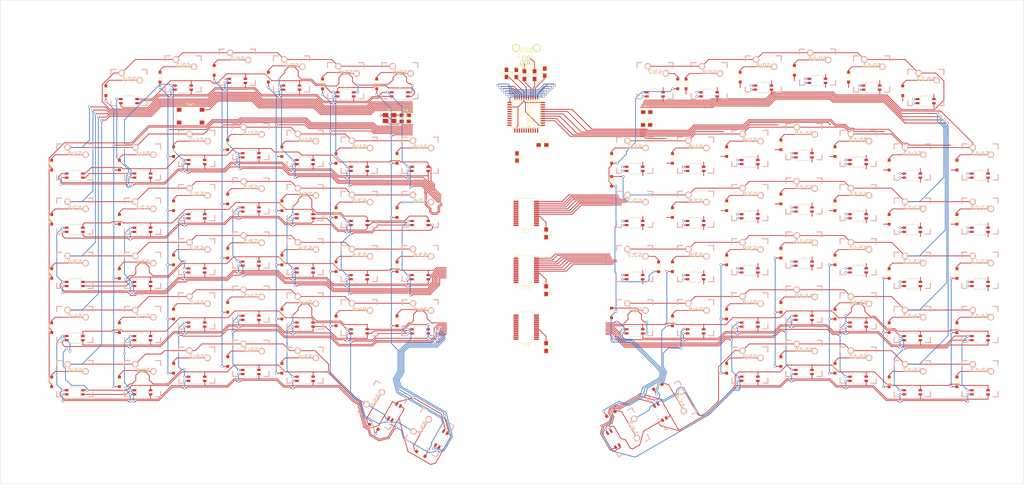
<source format=kicad_pcb>
(kicad_pcb (version 4) (host pcbnew 4.0.7)
  (layers (0 F.Cu signal) (31 B.Cu signal) (34 B.Paste user) (35 F.Paste user) (36 B.SilkS user) (37 F.SilkS user) (38 B.Mask user) (39 F.Mask user) (44 Edge.Cuts user))
  (net 0 "")
  (net 1 /VCC)
  (net 2 /GND)
  (net 3 /XTAL+)
  (net 4 /XTAL-)
  (net 5 /AREF)
  (net 6 /UCAP)
  (net 7 /USB_D+)
  (net 8 /USB_D-)
  (net 9 /C1)
  (net 10 /C2)
  (net 11 /C3)
  (net 12 /C4)
  (net 13 /C5)
  (net 14 /C6)
  (net 15 /C7)
  (net 16 /C8)
  (net 17 /C9)
  (net 18 /CA)
  (net 19 /CB)
  (net 20 /CC)
  (net 21 /C0)
  (net 22 /CD)
  (net 23 /R4)
  (net 24 /R3)
  (net 25 /R2)
  (net 26 /RESET)
  (net 27 /SCL)
  (net 28 /SDA)
  (net 29 /R0)
  (net 30 /R5)
  (net 31 /D+)
  (net 32 /D-)
  (net 33 "Net-(IC1-Pad33)")
  (net 34 /R1)
  (net 35 /CA9_1)
  (net 36 /SDB)
  (net 37 "Net-(IC2-Pad6)")
  (net 38 /CB1_1)
  (net 39 /CB2_1)
  (net 40 /CB3_1)
  (net 41 /CB4_1)
  (net 42 /CB5_1)
  (net 43 /CB6_1)
  (net 44 /CB7_1)
  (net 45 /CB8_1)
  (net 46 /CA1_1)
  (net 47 /CA2_1)
  (net 48 /CA3_1)
  (net 49 /CA4_1)
  (net 50 /CA5_1)
  (net 51 /CA6_1)
  (net 52 /CA7_1)
  (net 53 /CA8_1)
  (net 54 /CA3_2)
  (net 55 "Net-(IC3-Pad6)")
  (net 56 /CB1_2)
  (net 57 /CB2_2)
  (net 58 /CB3_2)
  (net 59 /CB4_2)
  (net 60 /CB5_2)
  (net 61 /CB6_2)
  (net 62 /CB7_2)
  (net 63 /CB8_2)
  (net 64 /CA1_2)
  (net 65 /CA2_2)
  (net 66 /CA4_2)
  (net 67 /CA5_2)
  (net 68 /CA6_2)
  (net 69 /CA7_2)
  (net 70 /CA8_2)
  (net 71 /CA3_3)
  (net 72 "Net-(IC4-Pad6)")
  (net 73 /CB1_3)
  (net 74 /CB2_3)
  (net 75 /CB3_3)
  (net 76 /CB4_3)
  (net 77 /CB5_3)
  (net 78 /CB6_3)
  (net 79 /CB7_3)
  (net 80 /CB8_3)
  (net 81 /CA1_3)
  (net 82 /CA2_3)
  (net 83 /CA4_3)
  (net 84 /CA5_3)
  (net 85 /CA6_3)
  (net 86 /CA7_3)
  (net 87 /CA8_3)
  (net 88 "Net-(S0:1-Pad2)")
  (net 89 "Net-(S0:2-Pad2)")
  (net 90 "Net-(S0:3-Pad2)")
  (net 91 "Net-(S0:4-Pad2)")
  (net 92 "Net-(S0:5-Pad2)")
  (net 93 "Net-(S0:6-Pad2)")
  (net 94 "Net-(S0:8-Pad2)")
  (net 95 "Net-(S0:9-Pad2)")
  (net 96 "Net-(S0:10-Pad2)")
  (net 97 "Net-(S0:11-Pad2)")
  (net 98 "Net-(S0:12-Pad2)")
  (net 99 "Net-(S1:0-Pad2)")
  (net 100 "Net-(S1:1-Pad2)")
  (net 101 "Net-(S1:2-Pad2)")
  (net 102 "Net-(S1:3-Pad2)")
  (net 103 "Net-(S1:4-Pad2)")
  (net 104 "Net-(S1:5-Pad2)")
  (net 105 "Net-(S1:6-Pad2)")
  (net 106 "Net-(S1:8-Pad2)")
  (net 107 "Net-(S1:9-Pad2)")
  (net 108 "Net-(S1:10-Pad2)")
  (net 109 "Net-(S1:11-Pad2)")
  (net 110 "Net-(S1:12-Pad2)")
  (net 111 "Net-(S1:13-Pad2)")
  (net 112 "Net-(S2:0-Pad2)")
  (net 113 "Net-(S2:1-Pad2)")
  (net 114 "Net-(S2:2-Pad2)")
  (net 115 "Net-(S2:3-Pad2)")
  (net 116 "Net-(S2:4-Pad2)")
  (net 117 "Net-(S2:5-Pad2)")
  (net 118 "Net-(S2:6-Pad2)")
  (net 119 "Net-(S2:8-Pad2)")
  (net 120 "Net-(S2:9-Pad2)")
  (net 121 "Net-(S2:10-Pad2)")
  (net 122 "Net-(S2:11-Pad2)")
  (net 123 "Net-(S2:12-Pad2)")
  (net 124 "Net-(S2:13-Pad2)")
  (net 125 "Net-(S3:0-Pad2)")
  (net 126 "Net-(S3:1-Pad2)")
  (net 127 "Net-(S3:2-Pad2)")
  (net 128 "Net-(S3:3-Pad2)")
  (net 129 "Net-(S3:4-Pad2)")
  (net 130 "Net-(S3:5-Pad2)")
  (net 131 "Net-(S3:6-Pad2)")
  (net 132 "Net-(S3:8-Pad2)")
  (net 133 "Net-(S3:9-Pad2)")
  (net 134 "Net-(S3:10-Pad2)")
  (net 135 "Net-(S3:11-Pad2)")
  (net 136 "Net-(S3:12-Pad2)")
  (net 137 "Net-(S3:13-Pad2)")
  (net 138 "Net-(S4:0-Pad2)")
  (net 139 "Net-(S4:1-Pad2)")
  (net 140 "Net-(S4:2-Pad2)")
  (net 141 "Net-(S4:3-Pad2)")
  (net 142 "Net-(S4:4-Pad2)")
  (net 143 "Net-(S4:5-Pad2)")
  (net 144 "Net-(S4:6-Pad2)")
  (net 145 "Net-(S4:8-Pad2)")
  (net 146 "Net-(S4:9-Pad2)")
  (net 147 "Net-(S4:10-Pad2)")
  (net 148 "Net-(S4:11-Pad2)")
  (net 149 "Net-(S4:12-Pad2)")
  (net 150 "Net-(S4:13-Pad2)")
  (net 151 "Net-(S5:0-Pad2)")
  (net 152 "Net-(S5:1-Pad2)")
  (net 153 "Net-(S5:2-Pad2)")
  (net 154 "Net-(S5:3-Pad2)")
  (net 155 "Net-(S5:4-Pad2)")
  (net 156 "Net-(S5:5-Pad2)")
  (net 157 "Net-(S5:6-Pad2)")
  (net 158 "Net-(S5:7-Pad2)")
  (net 159 "Net-(S5:8-Pad2)")
  (net 160 "Net-(S5:9-Pad2)")
  (net 161 "Net-(S5:10-Pad2)")
  (net 162 "Net-(S5:11-Pad2)")
  (net 163 "Net-(S5:12-Pad2)")
  (net 164 "Net-(S5:13-Pad2)")
  (net 165 /CB9_1)
  (net 166 /CA9_2)
  (net 167 /CB9_2)
  (net 168 /CA9_3)
  (net 169 /CB9_3)
  (net 170 "Net-(D2:7-Pad2)")
  (net 171 "Net-(D1:7-Pad2)")
  (net 172 "Net-(D0:7-Pad2)")
  (net 173 "Net-(D4:7-Pad2)")
  (net 174 "Net-(D3:7-Pad2)")
  (module bwu-keyboard:bwu-mx1a-1u-smd-rgb-led (layer F.Cu) (at 120.3 75.7125)
    (fp_text reference S0:1 (at 0 -3) (layer B.SilkS) (effects (font (size 1.27 1.524) (thickness 0.2032)) (justify mirror)))
    (fp_text value MX1A-DIODE-RGB hide)
    (fp_text user %R (at 0 -3) (layer F.SilkS) (effects (font (size 1.27 1.524) (thickness 0.2032))))
    (fp_line (start -2 6.6) (end -2 3) (layer Edge.Cuts) (width 0.15))
    (fp_line (start 2 6.6) (end -2 6.6) (layer Edge.Cuts) (width 0.15))
    (fp_line (start 2 3) (end 2 6.6) (layer Edge.Cuts) (width 0.15))
    (fp_line (start -2 3) (end 2 3) (layer Edge.Cuts) (width 0.15))
    (pad 1 thru_hole circle (at -2.54 -5.08) (size 2.286 2.286) (drill 1.4986) (layers *.Cu *.SilkS *.Mask) (net 29 /R0))
    (pad 2 thru_hole circle (at 3.81 -2.54) (size 2.286 2.286) (drill 1.4986) (layers *.Cu *.SilkS *.Mask) (net 88 "Net-(S0:1-Pad2)"))
    (pad "" np_thru_hole circle (at 0 0) (size 3.9878 3.9878) (drill 3.9878) (layers *.Cu *.Mask F.SilkS))
    (pad 3 smd rect (at -8.125 2.825 90) (size 1 1) (layers F.Cu F.Paste F.Mask) (net 9 /C1))
    (pad 2 smd rect (at -8.125 -0.575 90) (size 1 1) (layers F.Cu F.Paste F.Mask) (net 88 "Net-(S0:1-Pad2)"))
    (pad "" np_thru_hole circle (at -5.08 0) (size 1.75 1.75) (drill 1.75) (layers *.Cu *.Mask F.SilkS))
    (pad "" np_thru_hole circle (at 5.08 0) (size 1.75 1.75) (drill 1.75) (layers *.Cu *.Mask F.SilkS))
    (pad 5 smd rect (at -2.85 4.075) (size 1.2 0.75) (layers F.Cu F.Paste F.Mask) (net 48 /CA3_1))
    (pad 7 smd rect (at -2.85 5.525) (size 1.2 0.75) (layers F.Cu F.Paste F.Mask) (net 35 /CA9_1))
    (pad 4 smd rect (at 2.85 4.075) (size 1.2 0.75) (layers F.Cu F.Paste F.Mask) (net 52 /CA7_1))
    (pad 6 smd rect (at 2.85 5.525) (size 1.2 0.75) (layers F.Cu F.Paste F.Mask) (net 53 /CA8_1))
  )
  (module bwu-keyboard:bwu-ceramic-capacitor-0805 (layer F.Cu) (at 253.06 70.76 90)
    (fp_text reference C1 (at 0 -1.778 90) (layer F.SilkS))
    (fp_text value 100nF)
    (pad 1 smd rect (at -1.25 0 90) (size 1.5 1.25) (layers F.Cu F.Paste F.Mask) (net 1 /VCC))
    (pad 2 smd rect (at 1.25 0 90) (size 1.5 1.25) (layers F.Cu F.Paste F.Mask) (net 2 /GND))
  )
  (module bwu-keyboard:bwu-ceramic-capacitor-0805 (layer F.Cu) (at 266.51 70.31 90)
    (fp_text reference C2 (at 0 -1.778 90) (layer F.SilkS))
    (fp_text value 100nF)
    (pad 1 smd rect (at -1.25 0 90) (size 1.5 1.25) (layers F.Cu F.Paste F.Mask) (net 1 /VCC))
    (pad 2 smd rect (at 1.25 0 90) (size 1.5 1.25) (layers F.Cu F.Paste F.Mask) (net 2 /GND))
  )
  (module bwu-keyboard:bwu-ceramic-capacitor-0805 (layer F.Cu) (at 256.76 100.15 270)
    (fp_text reference C3 (at 0 -1.778 270) (layer F.SilkS))
    (fp_text value 100nF)
    (pad 1 smd rect (at -1.25 0 270) (size 1.5 1.25) (layers F.Cu F.Paste F.Mask) (net 1 /VCC))
    (pad 2 smd rect (at 1.25 0 270) (size 1.5 1.25) (layers F.Cu F.Paste F.Mask) (net 2 /GND))
  )
  (module bwu-keyboard:bwu-ceramic-capacitor-0805 (layer F.Cu) (at 217.45 85.46)
    (fp_text reference C4 (at 0 -1.778) (layer F.SilkS))
    (fp_text value 10pF)
    (pad 1 smd rect (at -1.25 0) (size 1.5 1.25) (layers F.Cu F.Paste F.Mask) (net 3 /XTAL+))
    (pad 2 smd rect (at 1.25 0) (size 1.5 1.25) (layers F.Cu F.Paste F.Mask) (net 2 /GND))
  )
  (module bwu-keyboard:bwu-ceramic-capacitor-0805 (layer F.Cu) (at 217.44 87.66)
    (fp_text reference C5 (at 0 -1.778) (layer F.SilkS))
    (fp_text value 10pF)
    (pad 1 smd rect (at -1.25 0) (size 1.5 1.25) (layers F.Cu F.Paste F.Mask) (net 4 /XTAL-))
    (pad 2 smd rect (at 1.25 0) (size 1.5 1.25) (layers F.Cu F.Paste F.Mask) (net 2 /GND))
  )
  (module bwu-keyboard:bwu-electrolyte-capacitor-0805 (layer F.Cu) (at 302.32 88.87)
    (fp_text reference C6 (at 0 -1.778) (layer F.SilkS))
    (fp_text value 1µF)
    (pad 1 smd rect (at -1.25 0) (size 1.5 1.25) (layers F.Cu F.Paste F.Mask) (net 1 /VCC))
    (pad 2 smd rect (at 1.25 0) (size 1.5 1.25) (layers F.Cu F.Paste F.Mask) (net 2 /GND))
  )
  (module bwu-keyboard:bwu-ceramic-capacitor-0805 (layer F.Cu) (at 302.38 84.37)
    (fp_text reference C7 (at 0 -1.778) (layer F.SilkS))
    (fp_text value 100nF)
    (pad 1 smd rect (at -1.25 0) (size 1.5 1.25) (layers F.Cu F.Paste F.Mask) (net 5 /AREF))
    (pad 2 smd rect (at 1.25 0) (size 1.5 1.25) (layers F.Cu F.Paste F.Mask) (net 2 /GND))
  )
  (module bwu-keyboard:bwu-electrolyte-capacitor-0805 (layer F.Cu) (at 256.53 70.78 90)
    (fp_text reference C8 (at 0 -1.778 90) (layer F.SilkS))
    (fp_text value 1µF)
    (pad 1 smd rect (at -1.25 0 90) (size 1.5 1.25) (layers F.Cu F.Paste F.Mask) (net 6 /UCAP))
    (pad 2 smd rect (at 1.25 0 90) (size 1.5 1.25) (layers F.Cu F.Paste F.Mask) (net 2 /GND))
  )
  (module bwu-keyboard:USB-MINI-B-WM17115-ND (layer F.Cu) (at 260 60 270)
    (fp_text reference CON1 hide)
    (fp_text value "USB-MINI-B WM17115-ND" hide)
    (fp_text user ID (at 5.08 2.54 360) (layer F.SilkS) (effects (font (size 0.75 0.75))))
    (fp_text user D- (at 5.08 -2.54 360) (layer F.SilkS) (effects (font (size 0.75 0.75))))
    (fp_text user 5V (at 8.74 -1.98 360) (layer F.SilkS) (effects (font (size 0.75 0.75))))
    (fp_text user D+ (at 8.7 -0.04 360) (layer F.SilkS) (effects (font (size 0.75 0.75))))
    (fp_text user GND (at 8.66 2.4 360) (layer F.SilkS) (effects (font (size 0.75 0.75))))
    (fp_text user USB (at 2.54 0 360) (layer F.SilkS) (effects (font (size 1.5 1.5) (thickness 0.25))))
    (pad 3 thru_hole oval (at 6.85 0 270) (size 1.65 1.1) (drill 0.7 (offset 0.275 0)) (layers *.Cu *.Mask F.SilkS) (net 7 /USB_D+))
    (pad 6 thru_hole circle (at 1.8 -3.65 270) (size 2.7 2.7) (drill 1.9) (layers *.Cu *.Mask F.SilkS) (net 2 /GND))
    (pad 7 thru_hole circle (at 1.8 3.65 270) (size 2.7 2.7) (drill 1.9) (layers *.Cu *.Mask F.SilkS) (net 2 /GND))
    (pad 5 thru_hole oval (at 6.85 1.6 270) (size 1.65 1.1) (drill 0.7 (offset 0.275 0)) (layers *.Cu *.Mask F.SilkS) (net 2 /GND))
    (pad 1 thru_hole oval (at 6.85 -1.6 270) (size 1.65 1.1) (drill 0.7 (offset 0.275 0)) (layers *.Cu *.Mask F.SilkS) (net 1 /VCC))
    (pad 4 thru_hole oval (at 5.65 0.8 270) (size 1.65 1.1) (drill 0.7 (offset -0.275 0)) (layers *.Cu *.Mask F.SilkS))
    (pad 2 thru_hole oval (at 5.65 -0.8 270) (size 1.65 1.1) (drill 0.7 (offset -0.275 0)) (layers *.Cu *.Mask F.SilkS) (net 8 /USB_D-))
  )
  (module bwu-keyboard:TQFP44 (layer F.Cu) (at 260 85 270)
    (fp_text reference IC1 (at 0 1.524 270) (layer F.SilkS) (effects (font (size 1.27 1.016) (thickness 0.2032))))
    (fp_text value ATMEGA32U4 (at 0 -1.016 270) (layer F.SilkS) (effects (font (size 1.27 1.016) (thickness 0.2032))))
    (pad 39 smd oval (at 0 -5.715 270) (size 0.4064 1.89992) (layers F.Cu F.Paste F.Mask) (net 19 /CB))
    (pad 40 smd oval (at -0.8001 -5.715 270) (size 0.4064 1.89992) (layers F.Cu F.Paste F.Mask) (net 20 /CC))
    (pad 41 smd oval (at -1.6002 -5.715 270) (size 0.4064 1.89992) (layers F.Cu F.Paste F.Mask) (net 22 /CD))
    (pad 42 smd oval (at -2.4003 -5.715 270) (size 0.4064 1.89992) (layers F.Cu F.Paste F.Mask) (net 5 /AREF))
    (pad 43 smd oval (at -3.2004 -5.715 270) (size 0.4064 1.89992) (layers F.Cu F.Paste F.Mask) (net 2 /GND))
    (pad 44 smd oval (at -4.0005 -5.715 270) (size 0.4064 1.89992) (layers F.Cu F.Paste F.Mask) (net 1 /VCC))
    (pad 38 smd oval (at 0.8001 -5.715 270) (size 0.4064 1.89992) (layers F.Cu F.Paste F.Mask) (net 18 /CA))
    (pad 37 smd oval (at 1.6002 -5.715 270) (size 0.4064 1.89992) (layers F.Cu F.Paste F.Mask) (net 17 /C9))
    (pad 36 smd oval (at 2.4003 -5.715 270) (size 0.4064 1.89992) (layers F.Cu F.Paste F.Mask) (net 16 /C8))
    (pad 35 smd oval (at 3.2004 -5.715 270) (size 0.4064 1.89992) (layers F.Cu F.Paste F.Mask) (net 2 /GND))
    (pad 34 smd oval (at 4.0005 -5.715 270) (size 0.4064 1.89992) (layers F.Cu F.Paste F.Mask) (net 1 /VCC))
    (pad 17 smd oval (at 0 5.715 270) (size 0.4064 1.89992) (layers F.Cu F.Paste F.Mask) (net 4 /XTAL-))
    (pad 16 smd oval (at -0.8001 5.715 270) (size 0.4064 1.89992) (layers F.Cu F.Paste F.Mask) (net 3 /XTAL+))
    (pad 15 smd oval (at -1.6002 5.715 270) (size 0.4064 1.89992) (layers F.Cu F.Paste F.Mask) (net 2 /GND))
    (pad 14 smd oval (at -2.4003 5.715 270) (size 0.4064 1.89992) (layers F.Cu F.Paste F.Mask) (net 1 /VCC))
    (pad 13 smd oval (at -3.2004 5.715 270) (size 0.4064 1.89992) (layers F.Cu F.Paste F.Mask) (net 26 /RESET))
    (pad 12 smd oval (at -4.0005 5.715 270) (size 0.4064 1.89992) (layers F.Cu F.Paste F.Mask) (net 30 /R5))
    (pad 18 smd oval (at 0.8001 5.715 270) (size 0.4064 1.89992) (layers F.Cu F.Paste F.Mask) (net 27 /SCL))
    (pad 19 smd oval (at 1.6002 5.715 270) (size 0.4064 1.89992) (layers F.Cu F.Paste F.Mask) (net 28 /SDA))
    (pad 20 smd oval (at 2.4003 5.715 270) (size 0.4064 1.89992) (layers F.Cu F.Paste F.Mask))
    (pad 21 smd oval (at 3.2004 5.715 270) (size 0.4064 1.89992) (layers F.Cu F.Paste F.Mask))
    (pad 22 smd oval (at 4.0005 5.715 270) (size 0.4064 1.89992) (layers F.Cu F.Paste F.Mask) (net 21 /C0))
    (pad 6 smd oval (at -5.715 0 270) (size 1.89992 0.4064) (layers F.Cu F.Paste F.Mask) (net 6 /UCAP))
    (pad 28 smd oval (at 5.715 0 270) (size 1.89992 0.4064) (layers F.Cu F.Paste F.Mask) (net 12 /C4))
    (pad 7 smd oval (at -5.715 0.8001 270) (size 1.89992 0.4064) (layers F.Cu F.Paste F.Mask) (net 1 /VCC))
    (pad 27 smd oval (at 5.715 0.8001 270) (size 1.89992 0.4064) (layers F.Cu F.Paste F.Mask) (net 11 /C3))
    (pad 26 smd oval (at 5.715 1.6002 270) (size 1.89992 0.4064) (layers F.Cu F.Paste F.Mask) (net 10 /C2))
    (pad 8 smd oval (at -5.715 1.6002 270) (size 1.89992 0.4064) (layers F.Cu F.Paste F.Mask) (net 34 /R1))
    (pad 9 smd oval (at -5.715 2.4003 270) (size 1.89992 0.4064) (layers F.Cu F.Paste F.Mask) (net 25 /R2))
    (pad 25 smd oval (at 5.715 2.4003 270) (size 1.89992 0.4064) (layers F.Cu F.Paste F.Mask) (net 9 /C1))
    (pad 24 smd oval (at 5.715 3.2004 270) (size 1.89992 0.4064) (layers F.Cu F.Paste F.Mask) (net 1 /VCC))
    (pad 10 smd oval (at -5.715 3.2004 270) (size 1.89992 0.4064) (layers F.Cu F.Paste F.Mask) (net 24 /R3))
    (pad 11 smd oval (at -5.715 4.0005 270) (size 1.89992 0.4064) (layers F.Cu F.Paste F.Mask) (net 23 /R4))
    (pad 23 smd oval (at 5.715 4.0005 270) (size 1.89992 0.4064) (layers F.Cu F.Paste F.Mask) (net 2 /GND))
    (pad 29 smd oval (at 5.715 -0.8001 270) (size 1.89992 0.4064) (layers F.Cu F.Paste F.Mask) (net 13 /C5))
    (pad 5 smd oval (at -5.715 -0.8001 270) (size 1.89992 0.4064) (layers F.Cu F.Paste F.Mask) (net 2 /GND))
    (pad 4 smd oval (at -5.715 -1.6002 270) (size 1.89992 0.4064) (layers F.Cu F.Paste F.Mask) (net 31 /D+))
    (pad 30 smd oval (at 5.715 -1.6002 270) (size 1.89992 0.4064) (layers F.Cu F.Paste F.Mask) (net 14 /C6))
    (pad 31 smd oval (at 5.715 -2.4003 270) (size 1.89992 0.4064) (layers F.Cu F.Paste F.Mask) (net 36 /SDB))
    (pad 3 smd oval (at -5.715 -2.4003 270) (size 1.89992 0.4064) (layers F.Cu F.Paste F.Mask) (net 32 /D-))
    (pad 2 smd oval (at -5.715 -3.2004 270) (size 1.89992 0.4064) (layers F.Cu F.Paste F.Mask) (net 1 /VCC))
    (pad 32 smd oval (at 5.715 -3.2004 270) (size 1.89992 0.4064) (layers F.Cu F.Paste F.Mask) (net 15 /C7))
    (pad 33 smd oval (at 5.715 -4.0005 270) (size 1.89992 0.4064) (layers F.Cu F.Paste F.Mask) (net 33 "Net-(IC1-Pad33)"))
    (pad 1 smd oval (at -5.715 -4.0005 270) (size 1.89992 0.4064) (layers F.Cu F.Paste F.Mask) (net 29 /R0))
  )
  (module bwu-keyboard:SSOP-28 (layer F.Cu) (at 260 120 180)
    (fp_text reference IC2 (at 0 -6.25 180) (layer F.SilkS))
    (fp_text value IS31FL3731)
    (pad 1 smd rect (at -3.6 -4.225 180) (size 1.75 0.45) (layers F.Cu F.Paste F.Mask) (net 35 /CA9_1))
    (pad 2 smd rect (at -3.6 -3.575 180) (size 1.75 0.45) (layers F.Cu F.Paste F.Mask) (net 1 /VCC))
    (pad 3 smd rect (at -3.6 -2.925 180) (size 1.75 0.45) (layers F.Cu F.Paste F.Mask) (net 36 /SDB))
    (pad 4 smd rect (at -3.6 -2.275 180) (size 1.75 0.45) (layers F.Cu F.Paste F.Mask))
    (pad 5 smd rect (at -3.6 -1.625 180) (size 1.75 0.45) (layers F.Cu F.Paste F.Mask) (net 2 /GND))
    (pad 6 smd rect (at -3.6 -0.975 180) (size 1.75 0.45) (layers F.Cu F.Paste F.Mask) (net 37 "Net-(IC2-Pad6)"))
    (pad 7 smd rect (at -3.6 -0.325 180) (size 1.75 0.45) (layers F.Cu F.Paste F.Mask) (net 38 /CB1_1))
    (pad 8 smd rect (at -3.6 0.325 180) (size 1.75 0.45) (layers F.Cu F.Paste F.Mask) (net 39 /CB2_1))
    (pad 9 smd rect (at -3.6 0.975 180) (size 1.75 0.45) (layers F.Cu F.Paste F.Mask) (net 40 /CB3_1))
    (pad 10 smd rect (at -3.6 1.625 180) (size 1.75 0.45) (layers F.Cu F.Paste F.Mask) (net 41 /CB4_1))
    (pad 11 smd rect (at -3.6 2.275 180) (size 1.75 0.45) (layers F.Cu F.Paste F.Mask) (net 42 /CB5_1))
    (pad 12 smd rect (at -3.6 2.925 180) (size 1.75 0.45) (layers F.Cu F.Paste F.Mask) (net 43 /CB6_1))
    (pad 13 smd rect (at -3.6 3.575 180) (size 1.75 0.45) (layers F.Cu F.Paste F.Mask) (net 44 /CB7_1))
    (pad 14 smd rect (at -3.6 4.225 180) (size 1.75 0.45) (layers F.Cu F.Paste F.Mask) (net 45 /CB8_1))
    (pad 15 smd rect (at 3.6 4.225 180) (size 1.75 0.45) (layers F.Cu F.Paste F.Mask) (net 165 /CB9_1))
    (pad 16 smd rect (at 3.6 3.575 180) (size 1.75 0.45) (layers F.Cu F.Paste F.Mask))
    (pad 17 smd rect (at 3.6 2.925 180) (size 1.75 0.45) (layers F.Cu F.Paste F.Mask))
    (pad 18 smd rect (at 3.6 2.275 180) (size 1.75 0.45) (layers F.Cu F.Paste F.Mask) (net 2 /GND))
    (pad 19 smd rect (at 3.6 1.625 180) (size 1.75 0.45) (layers F.Cu F.Paste F.Mask) (net 28 /SDA))
    (pad 20 smd rect (at 3.6 0.975 180) (size 1.75 0.45) (layers F.Cu F.Paste F.Mask) (net 27 /SCL))
    (pad 21 smd rect (at 3.6 0.325 180) (size 1.75 0.45) (layers F.Cu F.Paste F.Mask) (net 46 /CA1_1))
    (pad 22 smd rect (at 3.6 -0.325 180) (size 1.75 0.45) (layers F.Cu F.Paste F.Mask) (net 47 /CA2_1))
    (pad 23 smd rect (at 3.6 -0.975 180) (size 1.75 0.45) (layers F.Cu F.Paste F.Mask) (net 48 /CA3_1))
    (pad 24 smd rect (at 3.6 -1.625 180) (size 1.75 0.45) (layers F.Cu F.Paste F.Mask) (net 49 /CA4_1))
    (pad 25 smd rect (at 3.6 -2.275 180) (size 1.75 0.45) (layers F.Cu F.Paste F.Mask) (net 50 /CA5_1))
    (pad 26 smd rect (at 3.6 -2.925 180) (size 1.75 0.45) (layers F.Cu F.Paste F.Mask) (net 51 /CA6_1))
    (pad 27 smd rect (at 3.6 -3.575 180) (size 1.75 0.45) (layers F.Cu F.Paste F.Mask) (net 52 /CA7_1))
    (pad 28 smd rect (at 3.6 -4.225 180) (size 1.75 0.45) (layers F.Cu F.Paste F.Mask) (net 53 /CA8_1))
  )
  (module bwu-keyboard:SSOP-28 (layer F.Cu) (at 260 140 180)
    (fp_text reference IC3 (at 0 -6.25 180) (layer F.SilkS))
    (fp_text value IS31FL3731)
    (pad 1 smd rect (at -3.6 -4.225 180) (size 1.75 0.45) (layers F.Cu F.Paste F.Mask) (net 166 /CA9_2))
    (pad 2 smd rect (at -3.6 -3.575 180) (size 1.75 0.45) (layers F.Cu F.Paste F.Mask) (net 1 /VCC))
    (pad 3 smd rect (at -3.6 -2.925 180) (size 1.75 0.45) (layers F.Cu F.Paste F.Mask) (net 36 /SDB))
    (pad 4 smd rect (at -3.6 -2.275 180) (size 1.75 0.45) (layers F.Cu F.Paste F.Mask))
    (pad 5 smd rect (at -3.6 -1.625 180) (size 1.75 0.45) (layers F.Cu F.Paste F.Mask) (net 2 /GND))
    (pad 6 smd rect (at -3.6 -0.975 180) (size 1.75 0.45) (layers F.Cu F.Paste F.Mask) (net 55 "Net-(IC3-Pad6)"))
    (pad 7 smd rect (at -3.6 -0.325 180) (size 1.75 0.45) (layers F.Cu F.Paste F.Mask) (net 56 /CB1_2))
    (pad 8 smd rect (at -3.6 0.325 180) (size 1.75 0.45) (layers F.Cu F.Paste F.Mask) (net 57 /CB2_2))
    (pad 9 smd rect (at -3.6 0.975 180) (size 1.75 0.45) (layers F.Cu F.Paste F.Mask) (net 58 /CB3_2))
    (pad 10 smd rect (at -3.6 1.625 180) (size 1.75 0.45) (layers F.Cu F.Paste F.Mask) (net 59 /CB4_2))
    (pad 11 smd rect (at -3.6 2.275 180) (size 1.75 0.45) (layers F.Cu F.Paste F.Mask) (net 60 /CB5_2))
    (pad 12 smd rect (at -3.6 2.925 180) (size 1.75 0.45) (layers F.Cu F.Paste F.Mask) (net 61 /CB6_2))
    (pad 13 smd rect (at -3.6 3.575 180) (size 1.75 0.45) (layers F.Cu F.Paste F.Mask) (net 62 /CB7_2))
    (pad 14 smd rect (at -3.6 4.225 180) (size 1.75 0.45) (layers F.Cu F.Paste F.Mask) (net 63 /CB8_2))
    (pad 15 smd rect (at 3.6 4.225 180) (size 1.75 0.45) (layers F.Cu F.Paste F.Mask) (net 167 /CB9_2))
    (pad 16 smd rect (at 3.6 3.575 180) (size 1.75 0.45) (layers F.Cu F.Paste F.Mask))
    (pad 17 smd rect (at 3.6 2.925 180) (size 1.75 0.45) (layers F.Cu F.Paste F.Mask))
    (pad 18 smd rect (at 3.6 2.275 180) (size 1.75 0.45) (layers F.Cu F.Paste F.Mask) (net 27 /SCL))
    (pad 19 smd rect (at 3.6 1.625 180) (size 1.75 0.45) (layers F.Cu F.Paste F.Mask) (net 28 /SDA))
    (pad 20 smd rect (at 3.6 0.975 180) (size 1.75 0.45) (layers F.Cu F.Paste F.Mask) (net 27 /SCL))
    (pad 21 smd rect (at 3.6 0.325 180) (size 1.75 0.45) (layers F.Cu F.Paste F.Mask) (net 64 /CA1_2))
    (pad 22 smd rect (at 3.6 -0.325 180) (size 1.75 0.45) (layers F.Cu F.Paste F.Mask) (net 65 /CA2_2))
    (pad 23 smd rect (at 3.6 -0.975 180) (size 1.75 0.45) (layers F.Cu F.Paste F.Mask) (net 54 /CA3_2))
    (pad 24 smd rect (at 3.6 -1.625 180) (size 1.75 0.45) (layers F.Cu F.Paste F.Mask) (net 66 /CA4_2))
    (pad 25 smd rect (at 3.6 -2.275 180) (size 1.75 0.45) (layers F.Cu F.Paste F.Mask) (net 67 /CA5_2))
    (pad 26 smd rect (at 3.6 -2.925 180) (size 1.75 0.45) (layers F.Cu F.Paste F.Mask) (net 68 /CA6_2))
    (pad 27 smd rect (at 3.6 -3.575 180) (size 1.75 0.45) (layers F.Cu F.Paste F.Mask) (net 69 /CA7_2))
    (pad 28 smd rect (at 3.6 -4.225 180) (size 1.75 0.45) (layers F.Cu F.Paste F.Mask) (net 70 /CA8_2))
  )
  (module bwu-keyboard:SSOP-28 (layer F.Cu) (at 260 160 180)
    (fp_text reference IC4 (at 0 -6.25 180) (layer F.SilkS))
    (fp_text value IS31FL3731)
    (pad 1 smd rect (at -3.6 -4.225 180) (size 1.75 0.45) (layers F.Cu F.Paste F.Mask) (net 168 /CA9_3))
    (pad 2 smd rect (at -3.6 -3.575 180) (size 1.75 0.45) (layers F.Cu F.Paste F.Mask) (net 1 /VCC))
    (pad 3 smd rect (at -3.6 -2.925 180) (size 1.75 0.45) (layers F.Cu F.Paste F.Mask) (net 36 /SDB))
    (pad 4 smd rect (at -3.6 -2.275 180) (size 1.75 0.45) (layers F.Cu F.Paste F.Mask))
    (pad 5 smd rect (at -3.6 -1.625 180) (size 1.75 0.45) (layers F.Cu F.Paste F.Mask) (net 2 /GND))
    (pad 6 smd rect (at -3.6 -0.975 180) (size 1.75 0.45) (layers F.Cu F.Paste F.Mask) (net 72 "Net-(IC4-Pad6)"))
    (pad 7 smd rect (at -3.6 -0.325 180) (size 1.75 0.45) (layers F.Cu F.Paste F.Mask) (net 73 /CB1_3))
    (pad 8 smd rect (at -3.6 0.325 180) (size 1.75 0.45) (layers F.Cu F.Paste F.Mask) (net 74 /CB2_3))
    (pad 9 smd rect (at -3.6 0.975 180) (size 1.75 0.45) (layers F.Cu F.Paste F.Mask) (net 75 /CB3_3))
    (pad 10 smd rect (at -3.6 1.625 180) (size 1.75 0.45) (layers F.Cu F.Paste F.Mask) (net 76 /CB4_3))
    (pad 11 smd rect (at -3.6 2.275 180) (size 1.75 0.45) (layers F.Cu F.Paste F.Mask) (net 77 /CB5_3))
    (pad 12 smd rect (at -3.6 2.925 180) (size 1.75 0.45) (layers F.Cu F.Paste F.Mask) (net 78 /CB6_3))
    (pad 13 smd rect (at -3.6 3.575 180) (size 1.75 0.45) (layers F.Cu F.Paste F.Mask) (net 79 /CB7_3))
    (pad 14 smd rect (at -3.6 4.225 180) (size 1.75 0.45) (layers F.Cu F.Paste F.Mask) (net 80 /CB8_3))
    (pad 15 smd rect (at 3.6 4.225 180) (size 1.75 0.45) (layers F.Cu F.Paste F.Mask) (net 169 /CB9_3))
    (pad 16 smd rect (at 3.6 3.575 180) (size 1.75 0.45) (layers F.Cu F.Paste F.Mask))
    (pad 17 smd rect (at 3.6 2.925 180) (size 1.75 0.45) (layers F.Cu F.Paste F.Mask))
    (pad 18 smd rect (at 3.6 2.275 180) (size 1.75 0.45) (layers F.Cu F.Paste F.Mask) (net 28 /SDA))
    (pad 19 smd rect (at 3.6 1.625 180) (size 1.75 0.45) (layers F.Cu F.Paste F.Mask) (net 28 /SDA))
    (pad 20 smd rect (at 3.6 0.975 180) (size 1.75 0.45) (layers F.Cu F.Paste F.Mask) (net 27 /SCL))
    (pad 21 smd rect (at 3.6 0.325 180) (size 1.75 0.45) (layers F.Cu F.Paste F.Mask) (net 81 /CA1_3))
    (pad 22 smd rect (at 3.6 -0.325 180) (size 1.75 0.45) (layers F.Cu F.Paste F.Mask) (net 82 /CA2_3))
    (pad 23 smd rect (at 3.6 -0.975 180) (size 1.75 0.45) (layers F.Cu F.Paste F.Mask) (net 71 /CA3_3))
    (pad 24 smd rect (at 3.6 -1.625 180) (size 1.75 0.45) (layers F.Cu F.Paste F.Mask) (net 83 /CA4_3))
    (pad 25 smd rect (at 3.6 -2.275 180) (size 1.75 0.45) (layers F.Cu F.Paste F.Mask) (net 84 /CA5_3))
    (pad 26 smd rect (at 3.6 -2.925 180) (size 1.75 0.45) (layers F.Cu F.Paste F.Mask) (net 85 /CA6_3))
    (pad 27 smd rect (at 3.6 -3.575 180) (size 1.75 0.45) (layers F.Cu F.Paste F.Mask) (net 86 /CA7_3))
    (pad 28 smd rect (at 3.6 -4.225 180) (size 1.75 0.45) (layers F.Cu F.Paste F.Mask) (net 87 /CA8_3))
  )
  (module bwu-keyboard:bwu-resistor-0805 (layer F.Cu) (at 262.93 71.36 90)
    (fp_text reference R1 (at 0 -1.75 90) (layer F.SilkS))
    (fp_text value 22Ω)
    (pad 1 smd rect (at -1.35 0 90) (size 1.5 1.3) (layers F.Cu F.Paste F.Mask) (net 32 /D-))
    (pad 2 smd rect (at 1.35 0 90) (size 1.5 1.3) (layers F.Cu F.Paste F.Mask) (net 8 /USB_D-))
  )
  (module bwu-keyboard:bwu-resistor-0805 (layer F.Cu) (at 259.36 71.36 90)
    (fp_text reference R2 (at 0 -1.75 90) (layer F.SilkS))
    (fp_text value 22Ω)
    (pad 1 smd rect (at -1.35 0 90) (size 1.5 1.3) (layers F.Cu F.Paste F.Mask) (net 31 /D+))
    (pad 2 smd rect (at 1.35 0 90) (size 1.5 1.3) (layers F.Cu F.Paste F.Mask) (net 7 /USB_D+))
  )
  (module bwu-keyboard:bwu-resistor-0805 (layer F.Cu) (at 265.72 95.94)
    (fp_text reference R3 (at 0 -1.75) (layer F.SilkS))
    (fp_text value 1kΩ)
    (pad 1 smd rect (at -1.35 0) (size 1.5 1.3) (layers F.Cu F.Paste F.Mask) (net 2 /GND))
    (pad 2 smd rect (at 1.35 0) (size 1.5 1.3) (layers F.Cu F.Paste F.Mask) (net 33 "Net-(IC1-Pad33)"))
  )
  (module bwu-keyboard:bwu-resistor-0805 (layer F.Cu) (at 267 127 270)
    (fp_text reference R4 (at 0 -1.75 270) (layer F.SilkS))
    (fp_text value 20kΩ)
    (pad 1 smd rect (at -1.35 0 270) (size 1.5 1.3) (layers F.Cu F.Paste F.Mask) (net 37 "Net-(IC2-Pad6)"))
    (pad 2 smd rect (at 1.35 0 270) (size 1.5 1.3) (layers F.Cu F.Paste F.Mask) (net 2 /GND))
  )
  (module bwu-keyboard:bwu-resistor-0805 (layer F.Cu) (at 267 147 270)
    (fp_text reference R5 (at 0 -1.75 270) (layer F.SilkS))
    (fp_text value 20kΩ)
    (pad 1 smd rect (at -1.35 0 270) (size 1.5 1.3) (layers F.Cu F.Paste F.Mask) (net 55 "Net-(IC3-Pad6)"))
    (pad 2 smd rect (at 1.35 0 270) (size 1.5 1.3) (layers F.Cu F.Paste F.Mask) (net 2 /GND))
  )
  (module bwu-keyboard:bwu-resistor-0805 (layer F.Cu) (at 267 167 270)
    (fp_text reference R6 (at 0 -1.75 270) (layer F.SilkS))
    (fp_text value 20kΩ)
    (pad 1 smd rect (at -1.35 0 270) (size 1.5 1.3) (layers F.Cu F.Paste F.Mask) (net 72 "Net-(IC4-Pad6)"))
    (pad 2 smd rect (at 1.35 0 270) (size 1.5 1.3) (layers F.Cu F.Paste F.Mask) (net 2 /GND))
  )
  (module bwu-keyboard:bwu-SW423CT-ND (layer F.Cu) (at 141.97 85.8 180)
    (fp_text reference SW1 (at 0 4.064 180) (layer F.SilkS))
    (fp_text value SW423CT-ND hide)
    (pad 1 smd rect (at 4 2.25 180) (size 1.6 1.4) (layers F.Cu F.Paste F.Mask))
    (pad 2 smd rect (at -4 2.25 180) (size 1.6 1.4) (layers F.Cu F.Paste F.Mask) (net 26 /RESET))
    (pad 3 smd rect (at 4 -2.25 180) (size 1.6 1.4) (layers F.Cu F.Paste F.Mask) (net 2 /GND))
    (pad 4 smd rect (at -4 -2.25 180) (size 1.6 1.4) (layers F.Cu F.Paste F.Mask) (net 2 /GND))
  )
  (module bwu-keyboard:bwu-ABM8G-16.000MHZ-4Y-T3 (layer F.Cu) (at 211.94 86.48)
    (fp_text reference Y1 (at 0 -2.75) (layer F.SilkS))
    (fp_text value 16MHz)
    (pad 2 smd rect (at 1.4 1) (size 2 1.5) (layers F.Cu F.Paste F.Mask) (net 2 /GND))
    (pad 3 smd rect (at 1.4 -1) (size 2 1.5) (layers F.Cu F.Paste F.Mask) (net 3 /XTAL+))
    (pad 1 smd rect (at -1.4 1) (size 2 1.5) (layers F.Cu F.Paste F.Mask) (net 4 /XTAL-))
    (pad 4 smd rect (at -1.4 -1) (size 2 1.5) (layers F.Cu F.Paste F.Mask) (net 2 /GND))
  )
  (module bwu-keyboard:SOD-123 (layer F.Cu) (at 289.99 108.72 90)
    (fp_text reference D2:7 hide)
    (fp_text value D2:7 hide)
    (pad 1 smd rect (at -1.7 0 90) (size 1 1) (layers F.Cu F.Paste F.Mask) (net 15 /C7))
    (pad 2 smd rect (at 1.7 0 90) (size 1 1) (layers F.Cu F.Paste F.Mask) (net 170 "Net-(D2:7-Pad2)"))
  )
  (module bwu-keyboard:SOD-123 (layer F.Cu) (at 290.01 100.65 90)
    (fp_text reference D1:7 hide)
    (fp_text value D1:7 hide)
    (pad 1 smd rect (at -1.7 0 90) (size 1 1) (layers F.Cu F.Paste F.Mask) (net 15 /C7))
    (pad 2 smd rect (at 1.7 0 90) (size 1 1) (layers F.Cu F.Paste F.Mask) (net 171 "Net-(D1:7-Pad2)"))
  )
  (module bwu-keyboard:SOD-123 (layer F.Cu) (at 313.29 74.44 90)
    (fp_text reference D0:7 hide)
    (fp_text value D0:7 hide)
    (pad 1 smd rect (at -1.7 0 90) (size 1 1) (layers F.Cu F.Paste F.Mask) (net 15 /C7))
    (pad 2 smd rect (at 1.7 0 90) (size 1 1) (layers F.Cu F.Paste F.Mask) (net 172 "Net-(D0:7-Pad2)"))
  )
  (module bwu-keyboard:SOD-123 (layer F.Cu) (at 290.00625 155 90)
    (fp_text reference D4:7 hide)
    (fp_text value D4:7 hide)
    (pad 1 smd rect (at -1.7 0 90) (size 1 1) (layers F.Cu F.Paste F.Mask) (net 15 /C7))
    (pad 2 smd rect (at 1.7 0 90) (size 1 1) (layers F.Cu F.Paste F.Mask) (net 173 "Net-(D4:7-Pad2)"))
  )
  (module bwu-keyboard:SOD-123 (layer F.Cu) (at 306.56 138.79 90)
    (fp_text reference D3:7 hide)
    (fp_text value D3:7 hide)
    (pad 1 smd rect (at -1.7 0 90) (size 1 1) (layers F.Cu F.Paste F.Mask) (net 15 /C7))
    (pad 2 smd rect (at 1.7 0 90) (size 1 1) (layers F.Cu F.Paste F.Mask) (net 174 "Net-(D3:7-Pad2)"))
  )
  (module bwu-keyboard:bwu-mx1a-1u-smd-rgb-led (layer F.Cu) (at 139.35 70.95)
    (fp_text reference S0:2 (at 0 -3) (layer B.SilkS) (effects (font (size 1.27 1.524) (thickness 0.2032)) (justify mirror)))
    (fp_text value MX1A-DIODE-RGB hide)
    (fp_text user %R (at 0 -3) (layer F.SilkS) (effects (font (size 1.27 1.524) (thickness 0.2032))))
    (fp_line (start -2 6.6) (end -2 3) (layer Edge.Cuts) (width 0.15))
    (fp_line (start 2 6.6) (end -2 6.6) (layer Edge.Cuts) (width 0.15))
    (fp_line (start 2 3) (end 2 6.6) (layer Edge.Cuts) (width 0.15))
    (fp_line (start -2 3) (end 2 3) (layer Edge.Cuts) (width 0.15))
    (pad 1 thru_hole circle (at -2.54 -5.08) (size 2.286 2.286) (drill 1.4986) (layers *.Cu *.SilkS *.Mask) (net 29 /R0))
    (pad 2 thru_hole circle (at 3.81 -2.54) (size 2.286 2.286) (drill 1.4986) (layers *.Cu *.SilkS *.Mask) (net 89 "Net-(S0:2-Pad2)"))
    (pad "" np_thru_hole circle (at 0 0) (size 3.9878 3.9878) (drill 3.9878) (layers *.Cu *.Mask F.SilkS))
    (pad 3 smd rect (at -8.125 2.825 90) (size 1 1) (layers F.Cu F.Paste F.Mask) (net 10 /C2))
    (pad 2 smd rect (at -8.125 -0.575 90) (size 1 1) (layers F.Cu F.Paste F.Mask) (net 89 "Net-(S0:2-Pad2)"))
    (pad "" np_thru_hole circle (at -5.08 0) (size 1.75 1.75) (drill 1.75) (layers *.Cu *.Mask F.SilkS))
    (pad "" np_thru_hole circle (at 5.08 0) (size 1.75 1.75) (drill 1.75) (layers *.Cu *.Mask F.SilkS))
    (pad 5 smd rect (at -2.85 4.075) (size 1.2 0.75) (layers F.Cu F.Paste F.Mask) (net 49 /CA4_1))
    (pad 7 smd rect (at -2.85 5.525) (size 1.2 0.75) (layers F.Cu F.Paste F.Mask) (net 35 /CA9_1))
    (pad 4 smd rect (at 2.85 4.075) (size 1.2 0.75) (layers F.Cu F.Paste F.Mask) (net 52 /CA7_1))
    (pad 6 smd rect (at 2.85 5.525) (size 1.2 0.75) (layers F.Cu F.Paste F.Mask) (net 53 /CA8_1))
  )
  (module bwu-keyboard:bwu-mx1a-1u-smd-rgb-led (layer F.Cu) (at 158.4 68.56875)
    (fp_text reference S0:3 (at 0 -3) (layer B.SilkS) (effects (font (size 1.27 1.524) (thickness 0.2032)) (justify mirror)))
    (fp_text value MX1A-DIODE-RGB hide)
    (fp_text user %R (at 0 -3) (layer F.SilkS) (effects (font (size 1.27 1.524) (thickness 0.2032))))
    (fp_line (start -2 6.6) (end -2 3) (layer Edge.Cuts) (width 0.15))
    (fp_line (start 2 6.6) (end -2 6.6) (layer Edge.Cuts) (width 0.15))
    (fp_line (start 2 3) (end 2 6.6) (layer Edge.Cuts) (width 0.15))
    (fp_line (start -2 3) (end 2 3) (layer Edge.Cuts) (width 0.15))
    (pad 1 thru_hole circle (at -2.54 -5.08) (size 2.286 2.286) (drill 1.4986) (layers *.Cu *.SilkS *.Mask) (net 29 /R0))
    (pad 2 thru_hole circle (at 3.81 -2.54) (size 2.286 2.286) (drill 1.4986) (layers *.Cu *.SilkS *.Mask) (net 90 "Net-(S0:3-Pad2)"))
    (pad "" np_thru_hole circle (at 0 0) (size 3.9878 3.9878) (drill 3.9878) (layers *.Cu *.Mask F.SilkS))
    (pad 3 smd rect (at -8.125 2.825 90) (size 1 1) (layers F.Cu F.Paste F.Mask) (net 11 /C3))
    (pad 2 smd rect (at -8.125 -0.575 90) (size 1 1) (layers F.Cu F.Paste F.Mask) (net 90 "Net-(S0:3-Pad2)"))
    (pad "" np_thru_hole circle (at -5.08 0) (size 1.75 1.75) (drill 1.75) (layers *.Cu *.Mask F.SilkS))
    (pad "" np_thru_hole circle (at 5.08 0) (size 1.75 1.75) (drill 1.75) (layers *.Cu *.Mask F.SilkS))
    (pad 5 smd rect (at -2.85 4.075) (size 1.2 0.75) (layers F.Cu F.Paste F.Mask) (net 50 /CA5_1))
    (pad 7 smd rect (at -2.85 5.525) (size 1.2 0.75) (layers F.Cu F.Paste F.Mask) (net 35 /CA9_1))
    (pad 4 smd rect (at 2.85 4.075) (size 1.2 0.75) (layers F.Cu F.Paste F.Mask) (net 52 /CA7_1))
    (pad 6 smd rect (at 2.85 5.525) (size 1.2 0.75) (layers F.Cu F.Paste F.Mask) (net 53 /CA8_1))
  )
  (module bwu-keyboard:bwu-mx1a-1u-smd-rgb-led (layer F.Cu) (at 177.45 70.95)
    (fp_text reference S0:4 (at 0 -3) (layer B.SilkS) (effects (font (size 1.27 1.524) (thickness 0.2032)) (justify mirror)))
    (fp_text value MX1A-DIODE-RGB hide)
    (fp_text user %R (at 0 -3) (layer F.SilkS) (effects (font (size 1.27 1.524) (thickness 0.2032))))
    (fp_line (start -2 6.6) (end -2 3) (layer Edge.Cuts) (width 0.15))
    (fp_line (start 2 6.6) (end -2 6.6) (layer Edge.Cuts) (width 0.15))
    (fp_line (start 2 3) (end 2 6.6) (layer Edge.Cuts) (width 0.15))
    (fp_line (start -2 3) (end 2 3) (layer Edge.Cuts) (width 0.15))
    (pad 1 thru_hole circle (at -2.54 -5.08) (size 2.286 2.286) (drill 1.4986) (layers *.Cu *.SilkS *.Mask) (net 29 /R0))
    (pad 2 thru_hole circle (at 3.81 -2.54) (size 2.286 2.286) (drill 1.4986) (layers *.Cu *.SilkS *.Mask) (net 91 "Net-(S0:4-Pad2)"))
    (pad "" np_thru_hole circle (at 0 0) (size 3.9878 3.9878) (drill 3.9878) (layers *.Cu *.Mask F.SilkS))
    (pad 3 smd rect (at -8.125 2.825 90) (size 1 1) (layers F.Cu F.Paste F.Mask) (net 12 /C4))
    (pad 2 smd rect (at -8.125 -0.575 90) (size 1 1) (layers F.Cu F.Paste F.Mask) (net 91 "Net-(S0:4-Pad2)"))
    (pad "" np_thru_hole circle (at -5.08 0) (size 1.75 1.75) (drill 1.75) (layers *.Cu *.Mask F.SilkS))
    (pad "" np_thru_hole circle (at 5.08 0) (size 1.75 1.75) (drill 1.75) (layers *.Cu *.Mask F.SilkS))
    (pad 5 smd rect (at -2.85 4.075) (size 1.2 0.75) (layers F.Cu F.Paste F.Mask) (net 51 /CA6_1))
    (pad 7 smd rect (at -2.85 5.525) (size 1.2 0.75) (layers F.Cu F.Paste F.Mask) (net 35 /CA9_1))
    (pad 4 smd rect (at 2.85 4.075) (size 1.2 0.75) (layers F.Cu F.Paste F.Mask) (net 52 /CA7_1))
    (pad 6 smd rect (at 2.85 5.525) (size 1.2 0.75) (layers F.Cu F.Paste F.Mask) (net 53 /CA8_1))
  )
  (module bwu-keyboard:bwu-mx1a-1u-smd-rgb-led (layer F.Cu) (at 196.5 73.33125)
    (fp_text reference S0:5 (at 0 -3) (layer B.SilkS) (effects (font (size 1.27 1.524) (thickness 0.2032)) (justify mirror)))
    (fp_text value MX1A-DIODE-RGB hide)
    (fp_text user %R (at 0 -3) (layer F.SilkS) (effects (font (size 1.27 1.524) (thickness 0.2032))))
    (fp_line (start -2 6.6) (end -2 3) (layer Edge.Cuts) (width 0.15))
    (fp_line (start 2 6.6) (end -2 6.6) (layer Edge.Cuts) (width 0.15))
    (fp_line (start 2 3) (end 2 6.6) (layer Edge.Cuts) (width 0.15))
    (fp_line (start -2 3) (end 2 3) (layer Edge.Cuts) (width 0.15))
    (pad 1 thru_hole circle (at -2.54 -5.08) (size 2.286 2.286) (drill 1.4986) (layers *.Cu *.SilkS *.Mask) (net 29 /R0))
    (pad 2 thru_hole circle (at 3.81 -2.54) (size 2.286 2.286) (drill 1.4986) (layers *.Cu *.SilkS *.Mask) (net 92 "Net-(S0:5-Pad2)"))
    (pad "" np_thru_hole circle (at 0 0) (size 3.9878 3.9878) (drill 3.9878) (layers *.Cu *.Mask F.SilkS))
    (pad 3 smd rect (at -8.125 2.825 90) (size 1 1) (layers F.Cu F.Paste F.Mask) (net 13 /C5))
    (pad 2 smd rect (at -8.125 -0.575 90) (size 1 1) (layers F.Cu F.Paste F.Mask) (net 92 "Net-(S0:5-Pad2)"))
    (pad "" np_thru_hole circle (at -5.08 0) (size 1.75 1.75) (drill 1.75) (layers *.Cu *.Mask F.SilkS))
    (pad "" np_thru_hole circle (at 5.08 0) (size 1.75 1.75) (drill 1.75) (layers *.Cu *.Mask F.SilkS))
    (pad 5 smd rect (at -2.85 4.075) (size 1.2 0.75) (layers F.Cu F.Paste F.Mask) (net 52 /CA7_1))
    (pad 7 smd rect (at -2.85 5.525) (size 1.2 0.75) (layers F.Cu F.Paste F.Mask) (net 35 /CA9_1))
    (pad 4 smd rect (at 2.85 4.075) (size 1.2 0.75) (layers F.Cu F.Paste F.Mask) (net 51 /CA6_1))
    (pad 6 smd rect (at 2.85 5.525) (size 1.2 0.75) (layers F.Cu F.Paste F.Mask) (net 53 /CA8_1))
  )
  (module bwu-keyboard:bwu-mx1a-1u-smd-rgb-led (layer F.Cu) (at 215.55 73.33125)
    (fp_text reference S0:6 (at 0 -3) (layer B.SilkS) (effects (font (size 1.27 1.524) (thickness 0.2032)) (justify mirror)))
    (fp_text value MX1A-DIODE-RGB hide)
    (fp_text user %R (at 0 -3) (layer F.SilkS) (effects (font (size 1.27 1.524) (thickness 0.2032))))
    (fp_line (start -2 6.6) (end -2 3) (layer Edge.Cuts) (width 0.15))
    (fp_line (start 2 6.6) (end -2 6.6) (layer Edge.Cuts) (width 0.15))
    (fp_line (start 2 3) (end 2 6.6) (layer Edge.Cuts) (width 0.15))
    (fp_line (start -2 3) (end 2 3) (layer Edge.Cuts) (width 0.15))
    (pad 1 thru_hole circle (at -2.54 -5.08) (size 2.286 2.286) (drill 1.4986) (layers *.Cu *.SilkS *.Mask) (net 29 /R0))
    (pad 2 thru_hole circle (at 3.81 -2.54) (size 2.286 2.286) (drill 1.4986) (layers *.Cu *.SilkS *.Mask) (net 93 "Net-(S0:6-Pad2)"))
    (pad "" np_thru_hole circle (at 0 0) (size 3.9878 3.9878) (drill 3.9878) (layers *.Cu *.Mask F.SilkS))
    (pad 3 smd rect (at -8.125 2.825 90) (size 1 1) (layers F.Cu F.Paste F.Mask) (net 14 /C6))
    (pad 2 smd rect (at -8.125 -0.575 90) (size 1 1) (layers F.Cu F.Paste F.Mask) (net 93 "Net-(S0:6-Pad2)"))
    (pad "" np_thru_hole circle (at -5.08 0) (size 1.75 1.75) (drill 1.75) (layers *.Cu *.Mask F.SilkS))
    (pad "" np_thru_hole circle (at 5.08 0) (size 1.75 1.75) (drill 1.75) (layers *.Cu *.Mask F.SilkS))
    (pad 5 smd rect (at -2.85 4.075) (size 1.2 0.75) (layers F.Cu F.Paste F.Mask) (net 53 /CA8_1))
    (pad 7 smd rect (at -2.85 5.525) (size 1.2 0.75) (layers F.Cu F.Paste F.Mask) (net 35 /CA9_1))
    (pad 4 smd rect (at 2.85 4.075) (size 1.2 0.75) (layers F.Cu F.Paste F.Mask) (net 51 /CA6_1))
    (pad 6 smd rect (at 2.85 5.525) (size 1.2 0.75) (layers F.Cu F.Paste F.Mask) (net 52 /CA7_1))
  )
  (module bwu-keyboard:bwu-mx1a-1u-smd-rgb-led-no-diode (layer F.Cu) (at 305.275 73.33125)
    (fp_text reference S0:7 (at 0 -3) (layer B.SilkS) (effects (font (size 1.27 1.524) (thickness 0.2032)) (justify mirror)))
    (fp_text value MX1A-DIODE-RGB hide)
    (fp_text user %R (at 0 -3) (layer F.SilkS) (effects (font (size 1.27 1.524) (thickness 0.2032))))
    (fp_line (start -2 6.6) (end -2 3) (layer Edge.Cuts) (width 0.15))
    (fp_line (start 2 6.6) (end -2 6.6) (layer Edge.Cuts) (width 0.15))
    (fp_line (start 2 3) (end 2 6.6) (layer Edge.Cuts) (width 0.15))
    (fp_line (start -2 3) (end 2 3) (layer Edge.Cuts) (width 0.15))
    (pad 1 thru_hole circle (at -2.54 -5.08) (size 2.286 2.286) (drill 1.4986) (layers *.Cu *.SilkS *.Mask) (net 29 /R0))
    (pad 2 thru_hole circle (at 3.81 -2.54) (size 2.286 2.286) (drill 1.4986) (layers *.Cu *.SilkS *.Mask) (net 172 "Net-(D0:7-Pad2)"))
    (pad "" np_thru_hole circle (at 0 0) (size 3.9878 3.9878) (drill 3.9878) (layers *.Cu *.Mask F.SilkS))
    (pad 5 smd rect (at -2.85 4.075) (size 1.2 0.75) (layers F.Cu F.Paste F.Mask) (net 39 /CB2_1))
    (pad 7 smd rect (at -2.85 5.525) (size 1.2 0.75) (layers F.Cu F.Paste F.Mask) (net 165 /CB9_1))
    (pad 4 smd rect (at 2.85 4.075) (size 1.2 0.75) (layers F.Cu F.Paste F.Mask) (net 44 /CB7_1))
    (pad 6 smd rect (at 2.85 5.525) (size 1.2 0.75) (layers F.Cu F.Paste F.Mask) (net 45 /CB8_1))
    (pad "" np_thru_hole circle (at -5.08 0) (size 1.75 1.75) (drill 1.75) (layers *.Cu *.Mask F.SilkS))
    (pad "" np_thru_hole circle (at 5.08 0) (size 1.75 1.75) (drill 1.75) (layers *.Cu *.Mask F.SilkS))
  )
  (module bwu-keyboard:bwu-mx1a-1u-smd-rgb-led (layer F.Cu) (at 324.325 73.33125)
    (fp_text reference S0:8 (at 0 -3) (layer B.SilkS) (effects (font (size 1.27 1.524) (thickness 0.2032)) (justify mirror)))
    (fp_text value MX1A-DIODE-RGB hide)
    (fp_text user %R (at 0 -3) (layer F.SilkS) (effects (font (size 1.27 1.524) (thickness 0.2032))))
    (fp_line (start -2 6.6) (end -2 3) (layer Edge.Cuts) (width 0.15))
    (fp_line (start 2 6.6) (end -2 6.6) (layer Edge.Cuts) (width 0.15))
    (fp_line (start 2 3) (end 2 6.6) (layer Edge.Cuts) (width 0.15))
    (fp_line (start -2 3) (end 2 3) (layer Edge.Cuts) (width 0.15))
    (pad 1 thru_hole circle (at -2.54 -5.08) (size 2.286 2.286) (drill 1.4986) (layers *.Cu *.SilkS *.Mask) (net 29 /R0))
    (pad 2 thru_hole circle (at 3.81 -2.54) (size 2.286 2.286) (drill 1.4986) (layers *.Cu *.SilkS *.Mask) (net 94 "Net-(S0:8-Pad2)"))
    (pad "" np_thru_hole circle (at 0 0) (size 3.9878 3.9878) (drill 3.9878) (layers *.Cu *.Mask F.SilkS))
    (pad 3 smd rect (at -8.125 2.825 90) (size 1 1) (layers F.Cu F.Paste F.Mask) (net 16 /C8))
    (pad 2 smd rect (at -8.125 -0.575 90) (size 1 1) (layers F.Cu F.Paste F.Mask) (net 94 "Net-(S0:8-Pad2)"))
    (pad "" np_thru_hole circle (at -5.08 0) (size 1.75 1.75) (drill 1.75) (layers *.Cu *.Mask F.SilkS))
    (pad "" np_thru_hole circle (at 5.08 0) (size 1.75 1.75) (drill 1.75) (layers *.Cu *.Mask F.SilkS))
    (pad 5 smd rect (at -2.85 4.075) (size 1.2 0.75) (layers F.Cu F.Paste F.Mask) (net 40 /CB3_1))
    (pad 7 smd rect (at -2.85 5.525) (size 1.2 0.75) (layers F.Cu F.Paste F.Mask) (net 165 /CB9_1))
    (pad 4 smd rect (at 2.85 4.075) (size 1.2 0.75) (layers F.Cu F.Paste F.Mask) (net 44 /CB7_1))
    (pad 6 smd rect (at 2.85 5.525) (size 1.2 0.75) (layers F.Cu F.Paste F.Mask) (net 45 /CB8_1))
  )
  (module bwu-keyboard:bwu-mx1a-1u-smd-rgb-led (layer F.Cu) (at 343.375 70.95)
    (fp_text reference S0:9 (at 0 -3) (layer B.SilkS) (effects (font (size 1.27 1.524) (thickness 0.2032)) (justify mirror)))
    (fp_text value MX1A-DIODE-RGB hide)
    (fp_text user %R (at 0 -3) (layer F.SilkS) (effects (font (size 1.27 1.524) (thickness 0.2032))))
    (fp_line (start -2 6.6) (end -2 3) (layer Edge.Cuts) (width 0.15))
    (fp_line (start 2 6.6) (end -2 6.6) (layer Edge.Cuts) (width 0.15))
    (fp_line (start 2 3) (end 2 6.6) (layer Edge.Cuts) (width 0.15))
    (fp_line (start -2 3) (end 2 3) (layer Edge.Cuts) (width 0.15))
    (pad 1 thru_hole circle (at -2.54 -5.08) (size 2.286 2.286) (drill 1.4986) (layers *.Cu *.SilkS *.Mask) (net 29 /R0))
    (pad 2 thru_hole circle (at 3.81 -2.54) (size 2.286 2.286) (drill 1.4986) (layers *.Cu *.SilkS *.Mask) (net 95 "Net-(S0:9-Pad2)"))
    (pad "" np_thru_hole circle (at 0 0) (size 3.9878 3.9878) (drill 3.9878) (layers *.Cu *.Mask F.SilkS))
    (pad 3 smd rect (at -8.125 2.825 90) (size 1 1) (layers F.Cu F.Paste F.Mask) (net 17 /C9))
    (pad 2 smd rect (at -8.125 -0.575 90) (size 1 1) (layers F.Cu F.Paste F.Mask) (net 95 "Net-(S0:9-Pad2)"))
    (pad "" np_thru_hole circle (at -5.08 0) (size 1.75 1.75) (drill 1.75) (layers *.Cu *.Mask F.SilkS))
    (pad "" np_thru_hole circle (at 5.08 0) (size 1.75 1.75) (drill 1.75) (layers *.Cu *.Mask F.SilkS))
    (pad 5 smd rect (at -2.85 4.075) (size 1.2 0.75) (layers F.Cu F.Paste F.Mask) (net 41 /CB4_1))
    (pad 7 smd rect (at -2.85 5.525) (size 1.2 0.75) (layers F.Cu F.Paste F.Mask) (net 165 /CB9_1))
    (pad 4 smd rect (at 2.85 4.075) (size 1.2 0.75) (layers F.Cu F.Paste F.Mask) (net 44 /CB7_1))
    (pad 6 smd rect (at 2.85 5.525) (size 1.2 0.75) (layers F.Cu F.Paste F.Mask) (net 45 /CB8_1))
  )
  (module bwu-keyboard:bwu-mx1a-1u-smd-rgb-led (layer F.Cu) (at 362.425 68.56875)
    (fp_text reference S0:10 (at 0 -3) (layer B.SilkS) (effects (font (size 1.27 1.524) (thickness 0.2032)) (justify mirror)))
    (fp_text value MX1A-DIODE-RGB hide)
    (fp_text user %R (at 0 -3) (layer F.SilkS) (effects (font (size 1.27 1.524) (thickness 0.2032))))
    (fp_line (start -2 6.6) (end -2 3) (layer Edge.Cuts) (width 0.15))
    (fp_line (start 2 6.6) (end -2 6.6) (layer Edge.Cuts) (width 0.15))
    (fp_line (start 2 3) (end 2 6.6) (layer Edge.Cuts) (width 0.15))
    (fp_line (start -2 3) (end 2 3) (layer Edge.Cuts) (width 0.15))
    (pad 1 thru_hole circle (at -2.54 -5.08) (size 2.286 2.286) (drill 1.4986) (layers *.Cu *.SilkS *.Mask) (net 29 /R0))
    (pad 2 thru_hole circle (at 3.81 -2.54) (size 2.286 2.286) (drill 1.4986) (layers *.Cu *.SilkS *.Mask) (net 96 "Net-(S0:10-Pad2)"))
    (pad "" np_thru_hole circle (at 0 0) (size 3.9878 3.9878) (drill 3.9878) (layers *.Cu *.Mask F.SilkS))
    (pad 3 smd rect (at -8.125 2.825 90) (size 1 1) (layers F.Cu F.Paste F.Mask) (net 18 /CA))
    (pad 2 smd rect (at -8.125 -0.575 90) (size 1 1) (layers F.Cu F.Paste F.Mask) (net 96 "Net-(S0:10-Pad2)"))
    (pad "" np_thru_hole circle (at -5.08 0) (size 1.75 1.75) (drill 1.75) (layers *.Cu *.Mask F.SilkS))
    (pad "" np_thru_hole circle (at 5.08 0) (size 1.75 1.75) (drill 1.75) (layers *.Cu *.Mask F.SilkS))
    (pad 5 smd rect (at -2.85 4.075) (size 1.2 0.75) (layers F.Cu F.Paste F.Mask) (net 42 /CB5_1))
    (pad 7 smd rect (at -2.85 5.525) (size 1.2 0.75) (layers F.Cu F.Paste F.Mask) (net 165 /CB9_1))
    (pad 4 smd rect (at 2.85 4.075) (size 1.2 0.75) (layers F.Cu F.Paste F.Mask) (net 44 /CB7_1))
    (pad 6 smd rect (at 2.85 5.525) (size 1.2 0.75) (layers F.Cu F.Paste F.Mask) (net 45 /CB8_1))
  )
  (module bwu-keyboard:bwu-mx1a-1u-smd-rgb-led (layer F.Cu) (at 381.475 70.95)
    (fp_text reference S0:11 (at 0 -3) (layer B.SilkS) (effects (font (size 1.27 1.524) (thickness 0.2032)) (justify mirror)))
    (fp_text value MX1A-DIODE-RGB hide)
    (fp_text user %R (at 0 -3) (layer F.SilkS) (effects (font (size 1.27 1.524) (thickness 0.2032))))
    (fp_line (start -2 6.6) (end -2 3) (layer Edge.Cuts) (width 0.15))
    (fp_line (start 2 6.6) (end -2 6.6) (layer Edge.Cuts) (width 0.15))
    (fp_line (start 2 3) (end 2 6.6) (layer Edge.Cuts) (width 0.15))
    (fp_line (start -2 3) (end 2 3) (layer Edge.Cuts) (width 0.15))
    (pad 1 thru_hole circle (at -2.54 -5.08) (size 2.286 2.286) (drill 1.4986) (layers *.Cu *.SilkS *.Mask) (net 29 /R0))
    (pad 2 thru_hole circle (at 3.81 -2.54) (size 2.286 2.286) (drill 1.4986) (layers *.Cu *.SilkS *.Mask) (net 97 "Net-(S0:11-Pad2)"))
    (pad "" np_thru_hole circle (at 0 0) (size 3.9878 3.9878) (drill 3.9878) (layers *.Cu *.Mask F.SilkS))
    (pad 3 smd rect (at -8.125 2.825 90) (size 1 1) (layers F.Cu F.Paste F.Mask) (net 19 /CB))
    (pad 2 smd rect (at -8.125 -0.575 90) (size 1 1) (layers F.Cu F.Paste F.Mask) (net 97 "Net-(S0:11-Pad2)"))
    (pad "" np_thru_hole circle (at -5.08 0) (size 1.75 1.75) (drill 1.75) (layers *.Cu *.Mask F.SilkS))
    (pad "" np_thru_hole circle (at 5.08 0) (size 1.75 1.75) (drill 1.75) (layers *.Cu *.Mask F.SilkS))
    (pad 5 smd rect (at -2.85 4.075) (size 1.2 0.75) (layers F.Cu F.Paste F.Mask) (net 43 /CB6_1))
    (pad 7 smd rect (at -2.85 5.525) (size 1.2 0.75) (layers F.Cu F.Paste F.Mask) (net 165 /CB9_1))
    (pad 4 smd rect (at 2.85 4.075) (size 1.2 0.75) (layers F.Cu F.Paste F.Mask) (net 44 /CB7_1))
    (pad 6 smd rect (at 2.85 5.525) (size 1.2 0.75) (layers F.Cu F.Paste F.Mask) (net 45 /CB8_1))
  )
  (module bwu-keyboard:bwu-mx1a-1u-smd-rgb-led (layer F.Cu) (at 400.525 75.7125)
    (fp_text reference S0:12 (at 0 -3) (layer B.SilkS) (effects (font (size 1.27 1.524) (thickness 0.2032)) (justify mirror)))
    (fp_text value MX1A-DIODE-RGB hide)
    (fp_text user %R (at 0 -3) (layer F.SilkS) (effects (font (size 1.27 1.524) (thickness 0.2032))))
    (fp_line (start -2 6.6) (end -2 3) (layer Edge.Cuts) (width 0.15))
    (fp_line (start 2 6.6) (end -2 6.6) (layer Edge.Cuts) (width 0.15))
    (fp_line (start 2 3) (end 2 6.6) (layer Edge.Cuts) (width 0.15))
    (fp_line (start -2 3) (end 2 3) (layer Edge.Cuts) (width 0.15))
    (pad 1 thru_hole circle (at -2.54 -5.08) (size 2.286 2.286) (drill 1.4986) (layers *.Cu *.SilkS *.Mask) (net 29 /R0))
    (pad 2 thru_hole circle (at 3.81 -2.54) (size 2.286 2.286) (drill 1.4986) (layers *.Cu *.SilkS *.Mask) (net 98 "Net-(S0:12-Pad2)"))
    (pad "" np_thru_hole circle (at 0 0) (size 3.9878 3.9878) (drill 3.9878) (layers *.Cu *.Mask F.SilkS))
    (pad 3 smd rect (at -8.125 2.825 90) (size 1 1) (layers F.Cu F.Paste F.Mask) (net 20 /CC))
    (pad 2 smd rect (at -8.125 -0.575 90) (size 1 1) (layers F.Cu F.Paste F.Mask) (net 98 "Net-(S0:12-Pad2)"))
    (pad "" np_thru_hole circle (at -5.08 0) (size 1.75 1.75) (drill 1.75) (layers *.Cu *.Mask F.SilkS))
    (pad "" np_thru_hole circle (at 5.08 0) (size 1.75 1.75) (drill 1.75) (layers *.Cu *.Mask F.SilkS))
    (pad 5 smd rect (at -2.85 4.075) (size 1.2 0.75) (layers F.Cu F.Paste F.Mask) (net 44 /CB7_1))
    (pad 7 smd rect (at -2.85 5.525) (size 1.2 0.75) (layers F.Cu F.Paste F.Mask) (net 165 /CB9_1))
    (pad 4 smd rect (at 2.85 4.075) (size 1.2 0.75) (layers F.Cu F.Paste F.Mask) (net 43 /CB6_1))
    (pad 6 smd rect (at 2.85 5.525) (size 1.2 0.75) (layers F.Cu F.Paste F.Mask) (net 45 /CB8_1))
  )
  (module bwu-keyboard:bwu-mx1a-150u-smd-rgb-led (layer F.Cu) (at 101.25 101.90625)
    (fp_text reference S1:0 (at 0 -3) (layer B.SilkS) (effects (font (size 1.27 1.524) (thickness 0.2032)) (justify mirror)))
    (fp_text value MX1A-DIODE-RGB hide)
    (fp_text user %R (at 0 -3) (layer F.SilkS) (effects (font (size 1.27 1.524) (thickness 0.2032))))
    (fp_line (start -2 6.6) (end -2 3) (layer Edge.Cuts) (width 0.15))
    (fp_line (start 2 6.6) (end -2 6.6) (layer Edge.Cuts) (width 0.15))
    (fp_line (start 2 3) (end 2 6.6) (layer Edge.Cuts) (width 0.15))
    (fp_line (start -2 3) (end 2 3) (layer Edge.Cuts) (width 0.15))
    (pad 1 thru_hole circle (at -2.54 -5.08) (size 2.286 2.286) (drill 1.4986) (layers *.Cu *.SilkS *.Mask) (net 34 /R1))
    (pad 2 thru_hole circle (at 3.81 -2.54) (size 2.286 2.286) (drill 1.4986) (layers *.Cu *.SilkS *.Mask) (net 99 "Net-(S1:0-Pad2)"))
    (pad "" np_thru_hole circle (at 0 0) (size 3.9878 3.9878) (drill 3.9878) (layers *.Cu *.Mask F.SilkS))
    (pad 3 smd rect (at -8.125 2.825 90) (size 1 1) (layers F.Cu F.Paste F.Mask) (net 21 /C0))
    (pad 2 smd rect (at -8.125 -0.575 90) (size 1 1) (layers F.Cu F.Paste F.Mask) (net 99 "Net-(S1:0-Pad2)"))
    (pad 5 smd rect (at -2.85 4.075) (size 1.2 0.75) (layers F.Cu F.Paste F.Mask) (net 47 /CA2_1))
    (pad 7 smd rect (at -2.85 5.525) (size 1.2 0.75) (layers F.Cu F.Paste F.Mask) (net 49 /CA4_1))
    (pad 4 smd rect (at 2.85 4.075) (size 1.2 0.75) (layers F.Cu F.Paste F.Mask) (net 46 /CA1_1))
    (pad 6 smd rect (at 2.85 5.525) (size 1.2 0.75) (layers F.Cu F.Paste F.Mask) (net 48 /CA3_1))
    (pad "" np_thru_hole circle (at -5.08 0) (size 1.75 1.75) (drill 1.75) (layers *.Cu *.Mask F.SilkS))
    (pad "" np_thru_hole circle (at 5.08 0) (size 1.75 1.75) (drill 1.75) (layers *.Cu *.Mask F.SilkS))
  )
  (module bwu-keyboard:bwu-mx1a-1u-smd-rgb-led (layer F.Cu) (at 125.0625 101.90625)
    (fp_text reference S1:1 (at 0 -3) (layer B.SilkS) (effects (font (size 1.27 1.524) (thickness 0.2032)) (justify mirror)))
    (fp_text value MX1A-DIODE-RGB hide)
    (fp_text user %R (at 0 -3) (layer F.SilkS) (effects (font (size 1.27 1.524) (thickness 0.2032))))
    (fp_line (start -2 6.6) (end -2 3) (layer Edge.Cuts) (width 0.15))
    (fp_line (start 2 6.6) (end -2 6.6) (layer Edge.Cuts) (width 0.15))
    (fp_line (start 2 3) (end 2 6.6) (layer Edge.Cuts) (width 0.15))
    (fp_line (start -2 3) (end 2 3) (layer Edge.Cuts) (width 0.15))
    (pad 1 thru_hole circle (at -2.54 -5.08) (size 2.286 2.286) (drill 1.4986) (layers *.Cu *.SilkS *.Mask) (net 34 /R1))
    (pad 2 thru_hole circle (at 3.81 -2.54) (size 2.286 2.286) (drill 1.4986) (layers *.Cu *.SilkS *.Mask) (net 100 "Net-(S1:1-Pad2)"))
    (pad "" np_thru_hole circle (at 0 0) (size 3.9878 3.9878) (drill 3.9878) (layers *.Cu *.Mask F.SilkS))
    (pad 3 smd rect (at -8.125 2.825 90) (size 1 1) (layers F.Cu F.Paste F.Mask) (net 9 /C1))
    (pad 2 smd rect (at -8.125 -0.575 90) (size 1 1) (layers F.Cu F.Paste F.Mask) (net 100 "Net-(S1:1-Pad2)"))
    (pad "" np_thru_hole circle (at -5.08 0) (size 1.75 1.75) (drill 1.75) (layers *.Cu *.Mask F.SilkS))
    (pad "" np_thru_hole circle (at 5.08 0) (size 1.75 1.75) (drill 1.75) (layers *.Cu *.Mask F.SilkS))
    (pad 5 smd rect (at -2.85 4.075) (size 1.2 0.75) (layers F.Cu F.Paste F.Mask) (net 48 /CA3_1))
    (pad 7 smd rect (at -2.85 5.525) (size 1.2 0.75) (layers F.Cu F.Paste F.Mask) (net 49 /CA4_1))
    (pad 4 smd rect (at 2.85 4.075) (size 1.2 0.75) (layers F.Cu F.Paste F.Mask) (net 46 /CA1_1))
    (pad 6 smd rect (at 2.85 5.525) (size 1.2 0.75) (layers F.Cu F.Paste F.Mask) (net 47 /CA2_1))
  )
  (module bwu-keyboard:bwu-mx1a-1u-smd-rgb-led (layer F.Cu) (at 144.1125 97.14375)
    (fp_text reference S1:2 (at 0 -3) (layer B.SilkS) (effects (font (size 1.27 1.524) (thickness 0.2032)) (justify mirror)))
    (fp_text value MX1A-DIODE-RGB hide)
    (fp_text user %R (at 0 -3) (layer F.SilkS) (effects (font (size 1.27 1.524) (thickness 0.2032))))
    (fp_line (start -2 6.6) (end -2 3) (layer Edge.Cuts) (width 0.15))
    (fp_line (start 2 6.6) (end -2 6.6) (layer Edge.Cuts) (width 0.15))
    (fp_line (start 2 3) (end 2 6.6) (layer Edge.Cuts) (width 0.15))
    (fp_line (start -2 3) (end 2 3) (layer Edge.Cuts) (width 0.15))
    (pad 1 thru_hole circle (at -2.54 -5.08) (size 2.286 2.286) (drill 1.4986) (layers *.Cu *.SilkS *.Mask) (net 34 /R1))
    (pad 2 thru_hole circle (at 3.81 -2.54) (size 2.286 2.286) (drill 1.4986) (layers *.Cu *.SilkS *.Mask) (net 101 "Net-(S1:2-Pad2)"))
    (pad "" np_thru_hole circle (at 0 0) (size 3.9878 3.9878) (drill 3.9878) (layers *.Cu *.Mask F.SilkS))
    (pad 3 smd rect (at -8.125 2.825 90) (size 1 1) (layers F.Cu F.Paste F.Mask) (net 10 /C2))
    (pad 2 smd rect (at -8.125 -0.575 90) (size 1 1) (layers F.Cu F.Paste F.Mask) (net 101 "Net-(S1:2-Pad2)"))
    (pad "" np_thru_hole circle (at -5.08 0) (size 1.75 1.75) (drill 1.75) (layers *.Cu *.Mask F.SilkS))
    (pad "" np_thru_hole circle (at 5.08 0) (size 1.75 1.75) (drill 1.75) (layers *.Cu *.Mask F.SilkS))
    (pad 5 smd rect (at -2.85 4.075) (size 1.2 0.75) (layers F.Cu F.Paste F.Mask) (net 49 /CA4_1))
    (pad 7 smd rect (at -2.85 5.525) (size 1.2 0.75) (layers F.Cu F.Paste F.Mask) (net 48 /CA3_1))
    (pad 4 smd rect (at 2.85 4.075) (size 1.2 0.75) (layers F.Cu F.Paste F.Mask) (net 46 /CA1_1))
    (pad 6 smd rect (at 2.85 5.525) (size 1.2 0.75) (layers F.Cu F.Paste F.Mask) (net 47 /CA2_1))
  )
  (module bwu-keyboard:bwu-mx1a-1u-smd-rgb-led (layer F.Cu) (at 163.1625 94.7625)
    (fp_text reference S1:3 (at 0 -3) (layer B.SilkS) (effects (font (size 1.27 1.524) (thickness 0.2032)) (justify mirror)))
    (fp_text value MX1A-DIODE-RGB hide)
    (fp_text user %R (at 0 -3) (layer F.SilkS) (effects (font (size 1.27 1.524) (thickness 0.2032))))
    (fp_line (start -2 6.6) (end -2 3) (layer Edge.Cuts) (width 0.15))
    (fp_line (start 2 6.6) (end -2 6.6) (layer Edge.Cuts) (width 0.15))
    (fp_line (start 2 3) (end 2 6.6) (layer Edge.Cuts) (width 0.15))
    (fp_line (start -2 3) (end 2 3) (layer Edge.Cuts) (width 0.15))
    (pad 1 thru_hole circle (at -2.54 -5.08) (size 2.286 2.286) (drill 1.4986) (layers *.Cu *.SilkS *.Mask) (net 34 /R1))
    (pad 2 thru_hole circle (at 3.81 -2.54) (size 2.286 2.286) (drill 1.4986) (layers *.Cu *.SilkS *.Mask) (net 102 "Net-(S1:3-Pad2)"))
    (pad "" np_thru_hole circle (at 0 0) (size 3.9878 3.9878) (drill 3.9878) (layers *.Cu *.Mask F.SilkS))
    (pad 3 smd rect (at -8.125 2.825 90) (size 1 1) (layers F.Cu F.Paste F.Mask) (net 11 /C3))
    (pad 2 smd rect (at -8.125 -0.575 90) (size 1 1) (layers F.Cu F.Paste F.Mask) (net 102 "Net-(S1:3-Pad2)"))
    (pad "" np_thru_hole circle (at -5.08 0) (size 1.75 1.75) (drill 1.75) (layers *.Cu *.Mask F.SilkS))
    (pad "" np_thru_hole circle (at 5.08 0) (size 1.75 1.75) (drill 1.75) (layers *.Cu *.Mask F.SilkS))
    (pad 5 smd rect (at -2.85 4.075) (size 1.2 0.75) (layers F.Cu F.Paste F.Mask) (net 50 /CA5_1))
    (pad 7 smd rect (at -2.85 5.525) (size 1.2 0.75) (layers F.Cu F.Paste F.Mask) (net 48 /CA3_1))
    (pad 4 smd rect (at 2.85 4.075) (size 1.2 0.75) (layers F.Cu F.Paste F.Mask) (net 46 /CA1_1))
    (pad 6 smd rect (at 2.85 5.525) (size 1.2 0.75) (layers F.Cu F.Paste F.Mask) (net 47 /CA2_1))
  )
  (module bwu-keyboard:bwu-mx1a-1u-smd-rgb-led (layer F.Cu) (at 182.2125 97.14375)
    (fp_text reference S1:4 (at 0 -3) (layer B.SilkS) (effects (font (size 1.27 1.524) (thickness 0.2032)) (justify mirror)))
    (fp_text value MX1A-DIODE-RGB hide)
    (fp_text user %R (at 0 -3) (layer F.SilkS) (effects (font (size 1.27 1.524) (thickness 0.2032))))
    (fp_line (start -2 6.6) (end -2 3) (layer Edge.Cuts) (width 0.15))
    (fp_line (start 2 6.6) (end -2 6.6) (layer Edge.Cuts) (width 0.15))
    (fp_line (start 2 3) (end 2 6.6) (layer Edge.Cuts) (width 0.15))
    (fp_line (start -2 3) (end 2 3) (layer Edge.Cuts) (width 0.15))
    (pad 1 thru_hole circle (at -2.54 -5.08) (size 2.286 2.286) (drill 1.4986) (layers *.Cu *.SilkS *.Mask) (net 34 /R1))
    (pad 2 thru_hole circle (at 3.81 -2.54) (size 2.286 2.286) (drill 1.4986) (layers *.Cu *.SilkS *.Mask) (net 103 "Net-(S1:4-Pad2)"))
    (pad "" np_thru_hole circle (at 0 0) (size 3.9878 3.9878) (drill 3.9878) (layers *.Cu *.Mask F.SilkS))
    (pad 3 smd rect (at -8.125 2.825 90) (size 1 1) (layers F.Cu F.Paste F.Mask) (net 12 /C4))
    (pad 2 smd rect (at -8.125 -0.575 90) (size 1 1) (layers F.Cu F.Paste F.Mask) (net 103 "Net-(S1:4-Pad2)"))
    (pad "" np_thru_hole circle (at -5.08 0) (size 1.75 1.75) (drill 1.75) (layers *.Cu *.Mask F.SilkS))
    (pad "" np_thru_hole circle (at 5.08 0) (size 1.75 1.75) (drill 1.75) (layers *.Cu *.Mask F.SilkS))
    (pad 5 smd rect (at -2.85 4.075) (size 1.2 0.75) (layers F.Cu F.Paste F.Mask) (net 51 /CA6_1))
    (pad 7 smd rect (at -2.85 5.525) (size 1.2 0.75) (layers F.Cu F.Paste F.Mask) (net 48 /CA3_1))
    (pad 4 smd rect (at 2.85 4.075) (size 1.2 0.75) (layers F.Cu F.Paste F.Mask) (net 46 /CA1_1))
    (pad 6 smd rect (at 2.85 5.525) (size 1.2 0.75) (layers F.Cu F.Paste F.Mask) (net 47 /CA2_1))
  )
  (module bwu-keyboard:bwu-mx1a-1u-smd-rgb-led (layer F.Cu) (at 201.2625 99.525)
    (fp_text reference S1:5 (at 0 -3) (layer B.SilkS) (effects (font (size 1.27 1.524) (thickness 0.2032)) (justify mirror)))
    (fp_text value MX1A-DIODE-RGB hide)
    (fp_text user %R (at 0 -3) (layer F.SilkS) (effects (font (size 1.27 1.524) (thickness 0.2032))))
    (fp_line (start -2 6.6) (end -2 3) (layer Edge.Cuts) (width 0.15))
    (fp_line (start 2 6.6) (end -2 6.6) (layer Edge.Cuts) (width 0.15))
    (fp_line (start 2 3) (end 2 6.6) (layer Edge.Cuts) (width 0.15))
    (fp_line (start -2 3) (end 2 3) (layer Edge.Cuts) (width 0.15))
    (pad 1 thru_hole circle (at -2.54 -5.08) (size 2.286 2.286) (drill 1.4986) (layers *.Cu *.SilkS *.Mask) (net 34 /R1))
    (pad 2 thru_hole circle (at 3.81 -2.54) (size 2.286 2.286) (drill 1.4986) (layers *.Cu *.SilkS *.Mask) (net 104 "Net-(S1:5-Pad2)"))
    (pad "" np_thru_hole circle (at 0 0) (size 3.9878 3.9878) (drill 3.9878) (layers *.Cu *.Mask F.SilkS))
    (pad 3 smd rect (at -8.125 2.825 90) (size 1 1) (layers F.Cu F.Paste F.Mask) (net 13 /C5))
    (pad 2 smd rect (at -8.125 -0.575 90) (size 1 1) (layers F.Cu F.Paste F.Mask) (net 104 "Net-(S1:5-Pad2)"))
    (pad "" np_thru_hole circle (at -5.08 0) (size 1.75 1.75) (drill 1.75) (layers *.Cu *.Mask F.SilkS))
    (pad "" np_thru_hole circle (at 5.08 0) (size 1.75 1.75) (drill 1.75) (layers *.Cu *.Mask F.SilkS))
    (pad 5 smd rect (at -2.85 4.075) (size 1.2 0.75) (layers F.Cu F.Paste F.Mask) (net 52 /CA7_1))
    (pad 7 smd rect (at -2.85 5.525) (size 1.2 0.75) (layers F.Cu F.Paste F.Mask) (net 48 /CA3_1))
    (pad 4 smd rect (at 2.85 4.075) (size 1.2 0.75) (layers F.Cu F.Paste F.Mask) (net 46 /CA1_1))
    (pad 6 smd rect (at 2.85 5.525) (size 1.2 0.75) (layers F.Cu F.Paste F.Mask) (net 47 /CA2_1))
  )
  (module bwu-keyboard:bwu-mx1a-1u-smd-rgb-led (layer F.Cu) (at 222.69375 99.525)
    (fp_text reference S1:6 (at 0 -3) (layer B.SilkS) (effects (font (size 1.27 1.524) (thickness 0.2032)) (justify mirror)))
    (fp_text value MX1A-DIODE-RGB hide)
    (fp_text user %R (at 0 -3) (layer F.SilkS) (effects (font (size 1.27 1.524) (thickness 0.2032))))
    (fp_line (start -2 6.6) (end -2 3) (layer Edge.Cuts) (width 0.15))
    (fp_line (start 2 6.6) (end -2 6.6) (layer Edge.Cuts) (width 0.15))
    (fp_line (start 2 3) (end 2 6.6) (layer Edge.Cuts) (width 0.15))
    (fp_line (start -2 3) (end 2 3) (layer Edge.Cuts) (width 0.15))
    (pad 1 thru_hole circle (at -2.54 -5.08) (size 2.286 2.286) (drill 1.4986) (layers *.Cu *.SilkS *.Mask) (net 34 /R1))
    (pad 2 thru_hole circle (at 3.81 -2.54) (size 2.286 2.286) (drill 1.4986) (layers *.Cu *.SilkS *.Mask) (net 105 "Net-(S1:6-Pad2)"))
    (pad "" np_thru_hole circle (at 0 0) (size 3.9878 3.9878) (drill 3.9878) (layers *.Cu *.Mask F.SilkS))
    (pad 3 smd rect (at -8.125 2.825 90) (size 1 1) (layers F.Cu F.Paste F.Mask) (net 14 /C6))
    (pad 2 smd rect (at -8.125 -0.575 90) (size 1 1) (layers F.Cu F.Paste F.Mask) (net 105 "Net-(S1:6-Pad2)"))
    (pad "" np_thru_hole circle (at -5.08 0) (size 1.75 1.75) (drill 1.75) (layers *.Cu *.Mask F.SilkS))
    (pad "" np_thru_hole circle (at 5.08 0) (size 1.75 1.75) (drill 1.75) (layers *.Cu *.Mask F.SilkS))
    (pad 5 smd rect (at -2.85 4.075) (size 1.2 0.75) (layers F.Cu F.Paste F.Mask) (net 53 /CA8_1))
    (pad 7 smd rect (at -2.85 5.525) (size 1.2 0.75) (layers F.Cu F.Paste F.Mask) (net 48 /CA3_1))
    (pad 4 smd rect (at 2.85 4.075) (size 1.2 0.75) (layers F.Cu F.Paste F.Mask) (net 46 /CA1_1))
    (pad 6 smd rect (at 2.85 5.525) (size 1.2 0.75) (layers F.Cu F.Paste F.Mask) (net 47 /CA2_1))
  )
  (module bwu-keyboard:bwu-mx1a-1u-smd-rgb-led-no-diode (layer F.Cu) (at 298.13125 99.525)
    (fp_text reference S1:7 (at 0 -3) (layer B.SilkS) (effects (font (size 1.27 1.524) (thickness 0.2032)) (justify mirror)))
    (fp_text value MX1A-DIODE-RGB hide)
    (fp_text user %R (at 0 -3) (layer F.SilkS) (effects (font (size 1.27 1.524) (thickness 0.2032))))
    (fp_line (start -2 6.6) (end -2 3) (layer Edge.Cuts) (width 0.15))
    (fp_line (start 2 6.6) (end -2 6.6) (layer Edge.Cuts) (width 0.15))
    (fp_line (start 2 3) (end 2 6.6) (layer Edge.Cuts) (width 0.15))
    (fp_line (start -2 3) (end 2 3) (layer Edge.Cuts) (width 0.15))
    (pad 1 thru_hole circle (at -2.54 -5.08) (size 2.286 2.286) (drill 1.4986) (layers *.Cu *.SilkS *.Mask) (net 34 /R1))
    (pad 2 thru_hole circle (at 3.81 -2.54) (size 2.286 2.286) (drill 1.4986) (layers *.Cu *.SilkS *.Mask) (net 171 "Net-(D1:7-Pad2)"))
    (pad "" np_thru_hole circle (at 0 0) (size 3.9878 3.9878) (drill 3.9878) (layers *.Cu *.Mask F.SilkS))
    (pad 5 smd rect (at -2.85 4.075) (size 1.2 0.75) (layers F.Cu F.Paste F.Mask) (net 39 /CB2_1))
    (pad 7 smd rect (at -2.85 5.525) (size 1.2 0.75) (layers F.Cu F.Paste F.Mask) (net 41 /CB4_1))
    (pad 4 smd rect (at 2.85 4.075) (size 1.2 0.75) (layers F.Cu F.Paste F.Mask) (net 38 /CB1_1))
    (pad 6 smd rect (at 2.85 5.525) (size 1.2 0.75) (layers F.Cu F.Paste F.Mask) (net 40 /CB3_1))
    (pad "" np_thru_hole circle (at -5.08 0) (size 1.75 1.75) (drill 1.75) (layers *.Cu *.Mask F.SilkS))
    (pad "" np_thru_hole circle (at 5.08 0) (size 1.75 1.75) (drill 1.75) (layers *.Cu *.Mask F.SilkS))
  )
  (module bwu-keyboard:bwu-mx1a-1u-smd-rgb-led (layer F.Cu) (at 319.5625 99.525)
    (fp_text reference S1:8 (at 0 -3) (layer B.SilkS) (effects (font (size 1.27 1.524) (thickness 0.2032)) (justify mirror)))
    (fp_text value MX1A-DIODE-RGB hide)
    (fp_text user %R (at 0 -3) (layer F.SilkS) (effects (font (size 1.27 1.524) (thickness 0.2032))))
    (fp_line (start -2 6.6) (end -2 3) (layer Edge.Cuts) (width 0.15))
    (fp_line (start 2 6.6) (end -2 6.6) (layer Edge.Cuts) (width 0.15))
    (fp_line (start 2 3) (end 2 6.6) (layer Edge.Cuts) (width 0.15))
    (fp_line (start -2 3) (end 2 3) (layer Edge.Cuts) (width 0.15))
    (pad 1 thru_hole circle (at -2.54 -5.08) (size 2.286 2.286) (drill 1.4986) (layers *.Cu *.SilkS *.Mask) (net 34 /R1))
    (pad 2 thru_hole circle (at 3.81 -2.54) (size 2.286 2.286) (drill 1.4986) (layers *.Cu *.SilkS *.Mask) (net 106 "Net-(S1:8-Pad2)"))
    (pad "" np_thru_hole circle (at 0 0) (size 3.9878 3.9878) (drill 3.9878) (layers *.Cu *.Mask F.SilkS))
    (pad 3 smd rect (at -8.125 2.825 90) (size 1 1) (layers F.Cu F.Paste F.Mask) (net 16 /C8))
    (pad 2 smd rect (at -8.125 -0.575 90) (size 1 1) (layers F.Cu F.Paste F.Mask) (net 106 "Net-(S1:8-Pad2)"))
    (pad "" np_thru_hole circle (at -5.08 0) (size 1.75 1.75) (drill 1.75) (layers *.Cu *.Mask F.SilkS))
    (pad "" np_thru_hole circle (at 5.08 0) (size 1.75 1.75) (drill 1.75) (layers *.Cu *.Mask F.SilkS))
    (pad 5 smd rect (at -2.85 4.075) (size 1.2 0.75) (layers F.Cu F.Paste F.Mask) (net 40 /CB3_1))
    (pad 7 smd rect (at -2.85 5.525) (size 1.2 0.75) (layers F.Cu F.Paste F.Mask) (net 41 /CB4_1))
    (pad 4 smd rect (at 2.85 4.075) (size 1.2 0.75) (layers F.Cu F.Paste F.Mask) (net 38 /CB1_1))
    (pad 6 smd rect (at 2.85 5.525) (size 1.2 0.75) (layers F.Cu F.Paste F.Mask) (net 39 /CB2_1))
  )
  (module bwu-keyboard:bwu-mx1a-1u-smd-rgb-led (layer F.Cu) (at 338.6125 97.14375)
    (fp_text reference S1:9 (at 0 -3) (layer B.SilkS) (effects (font (size 1.27 1.524) (thickness 0.2032)) (justify mirror)))
    (fp_text value MX1A-DIODE-RGB hide)
    (fp_text user %R (at 0 -3) (layer F.SilkS) (effects (font (size 1.27 1.524) (thickness 0.2032))))
    (fp_line (start -2 6.6) (end -2 3) (layer Edge.Cuts) (width 0.15))
    (fp_line (start 2 6.6) (end -2 6.6) (layer Edge.Cuts) (width 0.15))
    (fp_line (start 2 3) (end 2 6.6) (layer Edge.Cuts) (width 0.15))
    (fp_line (start -2 3) (end 2 3) (layer Edge.Cuts) (width 0.15))
    (pad 1 thru_hole circle (at -2.54 -5.08) (size 2.286 2.286) (drill 1.4986) (layers *.Cu *.SilkS *.Mask) (net 34 /R1))
    (pad 2 thru_hole circle (at 3.81 -2.54) (size 2.286 2.286) (drill 1.4986) (layers *.Cu *.SilkS *.Mask) (net 107 "Net-(S1:9-Pad2)"))
    (pad "" np_thru_hole circle (at 0 0) (size 3.9878 3.9878) (drill 3.9878) (layers *.Cu *.Mask F.SilkS))
    (pad 3 smd rect (at -8.125 2.825 90) (size 1 1) (layers F.Cu F.Paste F.Mask) (net 17 /C9))
    (pad 2 smd rect (at -8.125 -0.575 90) (size 1 1) (layers F.Cu F.Paste F.Mask) (net 107 "Net-(S1:9-Pad2)"))
    (pad "" np_thru_hole circle (at -5.08 0) (size 1.75 1.75) (drill 1.75) (layers *.Cu *.Mask F.SilkS))
    (pad "" np_thru_hole circle (at 5.08 0) (size 1.75 1.75) (drill 1.75) (layers *.Cu *.Mask F.SilkS))
    (pad 5 smd rect (at -2.85 4.075) (size 1.2 0.75) (layers F.Cu F.Paste F.Mask) (net 41 /CB4_1))
    (pad 7 smd rect (at -2.85 5.525) (size 1.2 0.75) (layers F.Cu F.Paste F.Mask) (net 40 /CB3_1))
    (pad 4 smd rect (at 2.85 4.075) (size 1.2 0.75) (layers F.Cu F.Paste F.Mask) (net 38 /CB1_1))
    (pad 6 smd rect (at 2.85 5.525) (size 1.2 0.75) (layers F.Cu F.Paste F.Mask) (net 39 /CB2_1))
  )
  (module bwu-keyboard:bwu-mx1a-1u-smd-rgb-led (layer F.Cu) (at 357.6625 94.7625)
    (fp_text reference S1:10 (at 0 -3) (layer B.SilkS) (effects (font (size 1.27 1.524) (thickness 0.2032)) (justify mirror)))
    (fp_text value MX1A-DIODE-RGB hide)
    (fp_text user %R (at 0 -3) (layer F.SilkS) (effects (font (size 1.27 1.524) (thickness 0.2032))))
    (fp_line (start -2 6.6) (end -2 3) (layer Edge.Cuts) (width 0.15))
    (fp_line (start 2 6.6) (end -2 6.6) (layer Edge.Cuts) (width 0.15))
    (fp_line (start 2 3) (end 2 6.6) (layer Edge.Cuts) (width 0.15))
    (fp_line (start -2 3) (end 2 3) (layer Edge.Cuts) (width 0.15))
    (pad 1 thru_hole circle (at -2.54 -5.08) (size 2.286 2.286) (drill 1.4986) (layers *.Cu *.SilkS *.Mask) (net 34 /R1))
    (pad 2 thru_hole circle (at 3.81 -2.54) (size 2.286 2.286) (drill 1.4986) (layers *.Cu *.SilkS *.Mask) (net 108 "Net-(S1:10-Pad2)"))
    (pad "" np_thru_hole circle (at 0 0) (size 3.9878 3.9878) (drill 3.9878) (layers *.Cu *.Mask F.SilkS))
    (pad 3 smd rect (at -8.125 2.825 90) (size 1 1) (layers F.Cu F.Paste F.Mask) (net 18 /CA))
    (pad 2 smd rect (at -8.125 -0.575 90) (size 1 1) (layers F.Cu F.Paste F.Mask) (net 108 "Net-(S1:10-Pad2)"))
    (pad "" np_thru_hole circle (at -5.08 0) (size 1.75 1.75) (drill 1.75) (layers *.Cu *.Mask F.SilkS))
    (pad "" np_thru_hole circle (at 5.08 0) (size 1.75 1.75) (drill 1.75) (layers *.Cu *.Mask F.SilkS))
    (pad 5 smd rect (at -2.85 4.075) (size 1.2 0.75) (layers F.Cu F.Paste F.Mask) (net 42 /CB5_1))
    (pad 7 smd rect (at -2.85 5.525) (size 1.2 0.75) (layers F.Cu F.Paste F.Mask) (net 40 /CB3_1))
    (pad 4 smd rect (at 2.85 4.075) (size 1.2 0.75) (layers F.Cu F.Paste F.Mask) (net 38 /CB1_1))
    (pad 6 smd rect (at 2.85 5.525) (size 1.2 0.75) (layers F.Cu F.Paste F.Mask) (net 39 /CB2_1))
  )
  (module bwu-keyboard:bwu-mx1a-1u-smd-rgb-led (layer F.Cu) (at 376.7125 97.14375)
    (fp_text reference S1:11 (at 0 -3) (layer B.SilkS) (effects (font (size 1.27 1.524) (thickness 0.2032)) (justify mirror)))
    (fp_text value MX1A-DIODE-RGB hide)
    (fp_text user %R (at 0 -3) (layer F.SilkS) (effects (font (size 1.27 1.524) (thickness 0.2032))))
    (fp_line (start -2 6.6) (end -2 3) (layer Edge.Cuts) (width 0.15))
    (fp_line (start 2 6.6) (end -2 6.6) (layer Edge.Cuts) (width 0.15))
    (fp_line (start 2 3) (end 2 6.6) (layer Edge.Cuts) (width 0.15))
    (fp_line (start -2 3) (end 2 3) (layer Edge.Cuts) (width 0.15))
    (pad 1 thru_hole circle (at -2.54 -5.08) (size 2.286 2.286) (drill 1.4986) (layers *.Cu *.SilkS *.Mask) (net 34 /R1))
    (pad 2 thru_hole circle (at 3.81 -2.54) (size 2.286 2.286) (drill 1.4986) (layers *.Cu *.SilkS *.Mask) (net 109 "Net-(S1:11-Pad2)"))
    (pad "" np_thru_hole circle (at 0 0) (size 3.9878 3.9878) (drill 3.9878) (layers *.Cu *.Mask F.SilkS))
    (pad 3 smd rect (at -8.125 2.825 90) (size 1 1) (layers F.Cu F.Paste F.Mask) (net 19 /CB))
    (pad 2 smd rect (at -8.125 -0.575 90) (size 1 1) (layers F.Cu F.Paste F.Mask) (net 109 "Net-(S1:11-Pad2)"))
    (pad "" np_thru_hole circle (at -5.08 0) (size 1.75 1.75) (drill 1.75) (layers *.Cu *.Mask F.SilkS))
    (pad "" np_thru_hole circle (at 5.08 0) (size 1.75 1.75) (drill 1.75) (layers *.Cu *.Mask F.SilkS))
    (pad 5 smd rect (at -2.85 4.075) (size 1.2 0.75) (layers F.Cu F.Paste F.Mask) (net 43 /CB6_1))
    (pad 7 smd rect (at -2.85 5.525) (size 1.2 0.75) (layers F.Cu F.Paste F.Mask) (net 40 /CB3_1))
    (pad 4 smd rect (at 2.85 4.075) (size 1.2 0.75) (layers F.Cu F.Paste F.Mask) (net 38 /CB1_1))
    (pad 6 smd rect (at 2.85 5.525) (size 1.2 0.75) (layers F.Cu F.Paste F.Mask) (net 39 /CB2_1))
  )
  (module bwu-keyboard:bwu-mx1a-1u-smd-rgb-led (layer F.Cu) (at 395.7625 101.90625)
    (fp_text reference S1:12 (at 0 -3) (layer B.SilkS) (effects (font (size 1.27 1.524) (thickness 0.2032)) (justify mirror)))
    (fp_text value MX1A-DIODE-RGB hide)
    (fp_text user %R (at 0 -3) (layer F.SilkS) (effects (font (size 1.27 1.524) (thickness 0.2032))))
    (fp_line (start -2 6.6) (end -2 3) (layer Edge.Cuts) (width 0.15))
    (fp_line (start 2 6.6) (end -2 6.6) (layer Edge.Cuts) (width 0.15))
    (fp_line (start 2 3) (end 2 6.6) (layer Edge.Cuts) (width 0.15))
    (fp_line (start -2 3) (end 2 3) (layer Edge.Cuts) (width 0.15))
    (pad 1 thru_hole circle (at -2.54 -5.08) (size 2.286 2.286) (drill 1.4986) (layers *.Cu *.SilkS *.Mask) (net 34 /R1))
    (pad 2 thru_hole circle (at 3.81 -2.54) (size 2.286 2.286) (drill 1.4986) (layers *.Cu *.SilkS *.Mask) (net 110 "Net-(S1:12-Pad2)"))
    (pad "" np_thru_hole circle (at 0 0) (size 3.9878 3.9878) (drill 3.9878) (layers *.Cu *.Mask F.SilkS))
    (pad 3 smd rect (at -8.125 2.825 90) (size 1 1) (layers F.Cu F.Paste F.Mask) (net 20 /CC))
    (pad 2 smd rect (at -8.125 -0.575 90) (size 1 1) (layers F.Cu F.Paste F.Mask) (net 110 "Net-(S1:12-Pad2)"))
    (pad "" np_thru_hole circle (at -5.08 0) (size 1.75 1.75) (drill 1.75) (layers *.Cu *.Mask F.SilkS))
    (pad "" np_thru_hole circle (at 5.08 0) (size 1.75 1.75) (drill 1.75) (layers *.Cu *.Mask F.SilkS))
    (pad 5 smd rect (at -2.85 4.075) (size 1.2 0.75) (layers F.Cu F.Paste F.Mask) (net 44 /CB7_1))
    (pad 7 smd rect (at -2.85 5.525) (size 1.2 0.75) (layers F.Cu F.Paste F.Mask) (net 40 /CB3_1))
    (pad 4 smd rect (at 2.85 4.075) (size 1.2 0.75) (layers F.Cu F.Paste F.Mask) (net 38 /CB1_1))
    (pad 6 smd rect (at 2.85 5.525) (size 1.2 0.75) (layers F.Cu F.Paste F.Mask) (net 39 /CB2_1))
  )
  (module bwu-keyboard:bwu-mx1a-150u-smd-rgb-led (layer F.Cu) (at 419.575 101.90625)
    (fp_text reference S1:13 (at 0 -3) (layer B.SilkS) (effects (font (size 1.27 1.524) (thickness 0.2032)) (justify mirror)))
    (fp_text value MX1A-DIODE-RGB hide)
    (fp_text user %R (at 0 -3) (layer F.SilkS) (effects (font (size 1.27 1.524) (thickness 0.2032))))
    (fp_line (start -2 6.6) (end -2 3) (layer Edge.Cuts) (width 0.15))
    (fp_line (start 2 6.6) (end -2 6.6) (layer Edge.Cuts) (width 0.15))
    (fp_line (start 2 3) (end 2 6.6) (layer Edge.Cuts) (width 0.15))
    (fp_line (start -2 3) (end 2 3) (layer Edge.Cuts) (width 0.15))
    (pad 1 thru_hole circle (at -2.54 -5.08) (size 2.286 2.286) (drill 1.4986) (layers *.Cu *.SilkS *.Mask) (net 34 /R1))
    (pad 2 thru_hole circle (at 3.81 -2.54) (size 2.286 2.286) (drill 1.4986) (layers *.Cu *.SilkS *.Mask) (net 111 "Net-(S1:13-Pad2)"))
    (pad "" np_thru_hole circle (at 0 0) (size 3.9878 3.9878) (drill 3.9878) (layers *.Cu *.Mask F.SilkS))
    (pad 3 smd rect (at -8.125 2.825 90) (size 1 1) (layers F.Cu F.Paste F.Mask) (net 22 /CD))
    (pad 2 smd rect (at -8.125 -0.575 90) (size 1 1) (layers F.Cu F.Paste F.Mask) (net 111 "Net-(S1:13-Pad2)"))
    (pad 5 smd rect (at -2.85 4.075) (size 1.2 0.75) (layers F.Cu F.Paste F.Mask) (net 45 /CB8_1))
    (pad 7 smd rect (at -2.85 5.525) (size 1.2 0.75) (layers F.Cu F.Paste F.Mask) (net 40 /CB3_1))
    (pad 4 smd rect (at 2.85 4.075) (size 1.2 0.75) (layers F.Cu F.Paste F.Mask) (net 38 /CB1_1))
    (pad 6 smd rect (at 2.85 5.525) (size 1.2 0.75) (layers F.Cu F.Paste F.Mask) (net 39 /CB2_1))
    (pad "" np_thru_hole circle (at -5.08 0) (size 1.75 1.75) (drill 1.75) (layers *.Cu *.Mask F.SilkS))
    (pad "" np_thru_hole circle (at 5.08 0) (size 1.75 1.75) (drill 1.75) (layers *.Cu *.Mask F.SilkS))
  )
  (module bwu-keyboard:bwu-mx1a-150u-smd-rgb-led (layer F.Cu) (at 101.25 120.95625)
    (fp_text reference S2:0 (at 0 -3) (layer B.SilkS) (effects (font (size 1.27 1.524) (thickness 0.2032)) (justify mirror)))
    (fp_text value MX1A-DIODE-RGB hide)
    (fp_text user %R (at 0 -3) (layer F.SilkS) (effects (font (size 1.27 1.524) (thickness 0.2032))))
    (fp_line (start -2 6.6) (end -2 3) (layer Edge.Cuts) (width 0.15))
    (fp_line (start 2 6.6) (end -2 6.6) (layer Edge.Cuts) (width 0.15))
    (fp_line (start 2 3) (end 2 6.6) (layer Edge.Cuts) (width 0.15))
    (fp_line (start -2 3) (end 2 3) (layer Edge.Cuts) (width 0.15))
    (pad 1 thru_hole circle (at -2.54 -5.08) (size 2.286 2.286) (drill 1.4986) (layers *.Cu *.SilkS *.Mask) (net 25 /R2))
    (pad 2 thru_hole circle (at 3.81 -2.54) (size 2.286 2.286) (drill 1.4986) (layers *.Cu *.SilkS *.Mask) (net 112 "Net-(S2:0-Pad2)"))
    (pad "" np_thru_hole circle (at 0 0) (size 3.9878 3.9878) (drill 3.9878) (layers *.Cu *.Mask F.SilkS))
    (pad 3 smd rect (at -8.125 2.825 90) (size 1 1) (layers F.Cu F.Paste F.Mask) (net 21 /C0))
    (pad 2 smd rect (at -8.125 -0.575 90) (size 1 1) (layers F.Cu F.Paste F.Mask) (net 112 "Net-(S2:0-Pad2)"))
    (pad 5 smd rect (at -2.85 4.075) (size 1.2 0.75) (layers F.Cu F.Paste F.Mask) (net 65 /CA2_2))
    (pad 7 smd rect (at -2.85 5.525) (size 1.2 0.75) (layers F.Cu F.Paste F.Mask) (net 166 /CA9_2))
    (pad 4 smd rect (at 2.85 4.075) (size 1.2 0.75) (layers F.Cu F.Paste F.Mask) (net 69 /CA7_2))
    (pad 6 smd rect (at 2.85 5.525) (size 1.2 0.75) (layers F.Cu F.Paste F.Mask) (net 70 /CA8_2))
    (pad "" np_thru_hole circle (at -5.08 0) (size 1.75 1.75) (drill 1.75) (layers *.Cu *.Mask F.SilkS))
    (pad "" np_thru_hole circle (at 5.08 0) (size 1.75 1.75) (drill 1.75) (layers *.Cu *.Mask F.SilkS))
  )
  (module bwu-keyboard:bwu-mx1a-1u-smd-rgb-led (layer F.Cu) (at 125.0625 120.95625)
    (fp_text reference S2:1 (at 0 -3) (layer B.SilkS) (effects (font (size 1.27 1.524) (thickness 0.2032)) (justify mirror)))
    (fp_text value MX1A-DIODE-RGB hide)
    (fp_text user %R (at 0 -3) (layer F.SilkS) (effects (font (size 1.27 1.524) (thickness 0.2032))))
    (fp_line (start -2 6.6) (end -2 3) (layer Edge.Cuts) (width 0.15))
    (fp_line (start 2 6.6) (end -2 6.6) (layer Edge.Cuts) (width 0.15))
    (fp_line (start 2 3) (end 2 6.6) (layer Edge.Cuts) (width 0.15))
    (fp_line (start -2 3) (end 2 3) (layer Edge.Cuts) (width 0.15))
    (pad 1 thru_hole circle (at -2.54 -5.08) (size 2.286 2.286) (drill 1.4986) (layers *.Cu *.SilkS *.Mask) (net 25 /R2))
    (pad 2 thru_hole circle (at 3.81 -2.54) (size 2.286 2.286) (drill 1.4986) (layers *.Cu *.SilkS *.Mask) (net 113 "Net-(S2:1-Pad2)"))
    (pad "" np_thru_hole circle (at 0 0) (size 3.9878 3.9878) (drill 3.9878) (layers *.Cu *.Mask F.SilkS))
    (pad 3 smd rect (at -8.125 2.825 90) (size 1 1) (layers F.Cu F.Paste F.Mask) (net 9 /C1))
    (pad 2 smd rect (at -8.125 -0.575 90) (size 1 1) (layers F.Cu F.Paste F.Mask) (net 113 "Net-(S2:1-Pad2)"))
    (pad "" np_thru_hole circle (at -5.08 0) (size 1.75 1.75) (drill 1.75) (layers *.Cu *.Mask F.SilkS))
    (pad "" np_thru_hole circle (at 5.08 0) (size 1.75 1.75) (drill 1.75) (layers *.Cu *.Mask F.SilkS))
    (pad 5 smd rect (at -2.85 4.075) (size 1.2 0.75) (layers F.Cu F.Paste F.Mask) (net 54 /CA3_2))
    (pad 7 smd rect (at -2.85 5.525) (size 1.2 0.75) (layers F.Cu F.Paste F.Mask) (net 166 /CA9_2))
    (pad 4 smd rect (at 2.85 4.075) (size 1.2 0.75) (layers F.Cu F.Paste F.Mask) (net 69 /CA7_2))
    (pad 6 smd rect (at 2.85 5.525) (size 1.2 0.75) (layers F.Cu F.Paste F.Mask) (net 70 /CA8_2))
  )
  (module bwu-keyboard:bwu-mx1a-1u-smd-rgb-led (layer F.Cu) (at 144.1125 116.19375)
    (fp_text reference S2:2 (at 0 -3) (layer B.SilkS) (effects (font (size 1.27 1.524) (thickness 0.2032)) (justify mirror)))
    (fp_text value MX1A-DIODE-RGB hide)
    (fp_text user %R (at 0 -3) (layer F.SilkS) (effects (font (size 1.27 1.524) (thickness 0.2032))))
    (fp_line (start -2 6.6) (end -2 3) (layer Edge.Cuts) (width 0.15))
    (fp_line (start 2 6.6) (end -2 6.6) (layer Edge.Cuts) (width 0.15))
    (fp_line (start 2 3) (end 2 6.6) (layer Edge.Cuts) (width 0.15))
    (fp_line (start -2 3) (end 2 3) (layer Edge.Cuts) (width 0.15))
    (pad 1 thru_hole circle (at -2.54 -5.08) (size 2.286 2.286) (drill 1.4986) (layers *.Cu *.SilkS *.Mask) (net 25 /R2))
    (pad 2 thru_hole circle (at 3.81 -2.54) (size 2.286 2.286) (drill 1.4986) (layers *.Cu *.SilkS *.Mask) (net 114 "Net-(S2:2-Pad2)"))
    (pad "" np_thru_hole circle (at 0 0) (size 3.9878 3.9878) (drill 3.9878) (layers *.Cu *.Mask F.SilkS))
    (pad 3 smd rect (at -8.125 2.825 90) (size 1 1) (layers F.Cu F.Paste F.Mask) (net 10 /C2))
    (pad 2 smd rect (at -8.125 -0.575 90) (size 1 1) (layers F.Cu F.Paste F.Mask) (net 114 "Net-(S2:2-Pad2)"))
    (pad "" np_thru_hole circle (at -5.08 0) (size 1.75 1.75) (drill 1.75) (layers *.Cu *.Mask F.SilkS))
    (pad "" np_thru_hole circle (at 5.08 0) (size 1.75 1.75) (drill 1.75) (layers *.Cu *.Mask F.SilkS))
    (pad 5 smd rect (at -2.85 4.075) (size 1.2 0.75) (layers F.Cu F.Paste F.Mask) (net 66 /CA4_2))
    (pad 7 smd rect (at -2.85 5.525) (size 1.2 0.75) (layers F.Cu F.Paste F.Mask) (net 166 /CA9_2))
    (pad 4 smd rect (at 2.85 4.075) (size 1.2 0.75) (layers F.Cu F.Paste F.Mask) (net 69 /CA7_2))
    (pad 6 smd rect (at 2.85 5.525) (size 1.2 0.75) (layers F.Cu F.Paste F.Mask) (net 70 /CA8_2))
  )
  (module bwu-keyboard:bwu-mx1a-1u-smd-rgb-led (layer F.Cu) (at 163.1625 113.8125)
    (fp_text reference S2:3 (at 0 -3) (layer B.SilkS) (effects (font (size 1.27 1.524) (thickness 0.2032)) (justify mirror)))
    (fp_text value MX1A-DIODE-RGB hide)
    (fp_text user %R (at 0 -3) (layer F.SilkS) (effects (font (size 1.27 1.524) (thickness 0.2032))))
    (fp_line (start -2 6.6) (end -2 3) (layer Edge.Cuts) (width 0.15))
    (fp_line (start 2 6.6) (end -2 6.6) (layer Edge.Cuts) (width 0.15))
    (fp_line (start 2 3) (end 2 6.6) (layer Edge.Cuts) (width 0.15))
    (fp_line (start -2 3) (end 2 3) (layer Edge.Cuts) (width 0.15))
    (pad 1 thru_hole circle (at -2.54 -5.08) (size 2.286 2.286) (drill 1.4986) (layers *.Cu *.SilkS *.Mask) (net 25 /R2))
    (pad 2 thru_hole circle (at 3.81 -2.54) (size 2.286 2.286) (drill 1.4986) (layers *.Cu *.SilkS *.Mask) (net 115 "Net-(S2:3-Pad2)"))
    (pad "" np_thru_hole circle (at 0 0) (size 3.9878 3.9878) (drill 3.9878) (layers *.Cu *.Mask F.SilkS))
    (pad 3 smd rect (at -8.125 2.825 90) (size 1 1) (layers F.Cu F.Paste F.Mask) (net 11 /C3))
    (pad 2 smd rect (at -8.125 -0.575 90) (size 1 1) (layers F.Cu F.Paste F.Mask) (net 115 "Net-(S2:3-Pad2)"))
    (pad "" np_thru_hole circle (at -5.08 0) (size 1.75 1.75) (drill 1.75) (layers *.Cu *.Mask F.SilkS))
    (pad "" np_thru_hole circle (at 5.08 0) (size 1.75 1.75) (drill 1.75) (layers *.Cu *.Mask F.SilkS))
    (pad 5 smd rect (at -2.85 4.075) (size 1.2 0.75) (layers F.Cu F.Paste F.Mask) (net 67 /CA5_2))
    (pad 7 smd rect (at -2.85 5.525) (size 1.2 0.75) (layers F.Cu F.Paste F.Mask) (net 166 /CA9_2))
    (pad 4 smd rect (at 2.85 4.075) (size 1.2 0.75) (layers F.Cu F.Paste F.Mask) (net 69 /CA7_2))
    (pad 6 smd rect (at 2.85 5.525) (size 1.2 0.75) (layers F.Cu F.Paste F.Mask) (net 70 /CA8_2))
  )
  (module bwu-keyboard:bwu-mx1a-1u-smd-rgb-led (layer F.Cu) (at 182.2125 116.19375)
    (fp_text reference S2:4 (at 0 -3) (layer B.SilkS) (effects (font (size 1.27 1.524) (thickness 0.2032)) (justify mirror)))
    (fp_text value MX1A-DIODE-RGB hide)
    (fp_text user %R (at 0 -3) (layer F.SilkS) (effects (font (size 1.27 1.524) (thickness 0.2032))))
    (fp_line (start -2 6.6) (end -2 3) (layer Edge.Cuts) (width 0.15))
    (fp_line (start 2 6.6) (end -2 6.6) (layer Edge.Cuts) (width 0.15))
    (fp_line (start 2 3) (end 2 6.6) (layer Edge.Cuts) (width 0.15))
    (fp_line (start -2 3) (end 2 3) (layer Edge.Cuts) (width 0.15))
    (pad 1 thru_hole circle (at -2.54 -5.08) (size 2.286 2.286) (drill 1.4986) (layers *.Cu *.SilkS *.Mask) (net 25 /R2))
    (pad 2 thru_hole circle (at 3.81 -2.54) (size 2.286 2.286) (drill 1.4986) (layers *.Cu *.SilkS *.Mask) (net 116 "Net-(S2:4-Pad2)"))
    (pad "" np_thru_hole circle (at 0 0) (size 3.9878 3.9878) (drill 3.9878) (layers *.Cu *.Mask F.SilkS))
    (pad 3 smd rect (at -8.125 2.825 90) (size 1 1) (layers F.Cu F.Paste F.Mask) (net 12 /C4))
    (pad 2 smd rect (at -8.125 -0.575 90) (size 1 1) (layers F.Cu F.Paste F.Mask) (net 116 "Net-(S2:4-Pad2)"))
    (pad "" np_thru_hole circle (at -5.08 0) (size 1.75 1.75) (drill 1.75) (layers *.Cu *.Mask F.SilkS))
    (pad "" np_thru_hole circle (at 5.08 0) (size 1.75 1.75) (drill 1.75) (layers *.Cu *.Mask F.SilkS))
    (pad 5 smd rect (at -2.85 4.075) (size 1.2 0.75) (layers F.Cu F.Paste F.Mask) (net 68 /CA6_2))
    (pad 7 smd rect (at -2.85 5.525) (size 1.2 0.75) (layers F.Cu F.Paste F.Mask) (net 166 /CA9_2))
    (pad 4 smd rect (at 2.85 4.075) (size 1.2 0.75) (layers F.Cu F.Paste F.Mask) (net 69 /CA7_2))
    (pad 6 smd rect (at 2.85 5.525) (size 1.2 0.75) (layers F.Cu F.Paste F.Mask) (net 70 /CA8_2))
  )
  (module bwu-keyboard:bwu-mx1a-1u-smd-rgb-led (layer F.Cu) (at 201.2625 118.575)
    (fp_text reference S2:5 (at 0 -3) (layer B.SilkS) (effects (font (size 1.27 1.524) (thickness 0.2032)) (justify mirror)))
    (fp_text value MX1A-DIODE-RGB hide)
    (fp_text user %R (at 0 -3) (layer F.SilkS) (effects (font (size 1.27 1.524) (thickness 0.2032))))
    (fp_line (start -2 6.6) (end -2 3) (layer Edge.Cuts) (width 0.15))
    (fp_line (start 2 6.6) (end -2 6.6) (layer Edge.Cuts) (width 0.15))
    (fp_line (start 2 3) (end 2 6.6) (layer Edge.Cuts) (width 0.15))
    (fp_line (start -2 3) (end 2 3) (layer Edge.Cuts) (width 0.15))
    (pad 1 thru_hole circle (at -2.54 -5.08) (size 2.286 2.286) (drill 1.4986) (layers *.Cu *.SilkS *.Mask) (net 25 /R2))
    (pad 2 thru_hole circle (at 3.81 -2.54) (size 2.286 2.286) (drill 1.4986) (layers *.Cu *.SilkS *.Mask) (net 117 "Net-(S2:5-Pad2)"))
    (pad "" np_thru_hole circle (at 0 0) (size 3.9878 3.9878) (drill 3.9878) (layers *.Cu *.Mask F.SilkS))
    (pad 3 smd rect (at -8.125 2.825 90) (size 1 1) (layers F.Cu F.Paste F.Mask) (net 13 /C5))
    (pad 2 smd rect (at -8.125 -0.575 90) (size 1 1) (layers F.Cu F.Paste F.Mask) (net 117 "Net-(S2:5-Pad2)"))
    (pad "" np_thru_hole circle (at -5.08 0) (size 1.75 1.75) (drill 1.75) (layers *.Cu *.Mask F.SilkS))
    (pad "" np_thru_hole circle (at 5.08 0) (size 1.75 1.75) (drill 1.75) (layers *.Cu *.Mask F.SilkS))
    (pad 5 smd rect (at -2.85 4.075) (size 1.2 0.75) (layers F.Cu F.Paste F.Mask) (net 69 /CA7_2))
    (pad 7 smd rect (at -2.85 5.525) (size 1.2 0.75) (layers F.Cu F.Paste F.Mask) (net 166 /CA9_2))
    (pad 4 smd rect (at 2.85 4.075) (size 1.2 0.75) (layers F.Cu F.Paste F.Mask) (net 68 /CA6_2))
    (pad 6 smd rect (at 2.85 5.525) (size 1.2 0.75) (layers F.Cu F.Paste F.Mask) (net 70 /CA8_2))
  )
  (module bwu-keyboard:bwu-mx1a-1u-smd-rgb-led (layer F.Cu) (at 222.69375 118.575)
    (fp_text reference S2:6 (at 0 -3) (layer B.SilkS) (effects (font (size 1.27 1.524) (thickness 0.2032)) (justify mirror)))
    (fp_text value MX1A-DIODE-RGB hide)
    (fp_text user %R (at 0 -3) (layer F.SilkS) (effects (font (size 1.27 1.524) (thickness 0.2032))))
    (fp_line (start -2 6.6) (end -2 3) (layer Edge.Cuts) (width 0.15))
    (fp_line (start 2 6.6) (end -2 6.6) (layer Edge.Cuts) (width 0.15))
    (fp_line (start 2 3) (end 2 6.6) (layer Edge.Cuts) (width 0.15))
    (fp_line (start -2 3) (end 2 3) (layer Edge.Cuts) (width 0.15))
    (pad 1 thru_hole circle (at -2.54 -5.08) (size 2.286 2.286) (drill 1.4986) (layers *.Cu *.SilkS *.Mask) (net 25 /R2))
    (pad 2 thru_hole circle (at 3.81 -2.54) (size 2.286 2.286) (drill 1.4986) (layers *.Cu *.SilkS *.Mask) (net 118 "Net-(S2:6-Pad2)"))
    (pad "" np_thru_hole circle (at 0 0) (size 3.9878 3.9878) (drill 3.9878) (layers *.Cu *.Mask F.SilkS))
    (pad 3 smd rect (at -8.125 2.825 90) (size 1 1) (layers F.Cu F.Paste F.Mask) (net 14 /C6))
    (pad 2 smd rect (at -8.125 -0.575 90) (size 1 1) (layers F.Cu F.Paste F.Mask) (net 118 "Net-(S2:6-Pad2)"))
    (pad "" np_thru_hole circle (at -5.08 0) (size 1.75 1.75) (drill 1.75) (layers *.Cu *.Mask F.SilkS))
    (pad "" np_thru_hole circle (at 5.08 0) (size 1.75 1.75) (drill 1.75) (layers *.Cu *.Mask F.SilkS))
    (pad 5 smd rect (at -2.85 4.075) (size 1.2 0.75) (layers F.Cu F.Paste F.Mask) (net 70 /CA8_2))
    (pad 7 smd rect (at -2.85 5.525) (size 1.2 0.75) (layers F.Cu F.Paste F.Mask) (net 166 /CA9_2))
    (pad 4 smd rect (at 2.85 4.075) (size 1.2 0.75) (layers F.Cu F.Paste F.Mask) (net 68 /CA6_2))
    (pad 6 smd rect (at 2.85 5.525) (size 1.2 0.75) (layers F.Cu F.Paste F.Mask) (net 69 /CA7_2))
  )
  (module bwu-keyboard:bwu-mx1a-1u-smd-rgb-led-no-diode (layer F.Cu) (at 298.13125 118.575)
    (fp_text reference S2:7 (at 0 -3) (layer B.SilkS) (effects (font (size 1.27 1.524) (thickness 0.2032)) (justify mirror)))
    (fp_text value MX1A-DIODE-RGB hide)
    (fp_text user %R (at 0 -3) (layer F.SilkS) (effects (font (size 1.27 1.524) (thickness 0.2032))))
    (fp_line (start -2 6.6) (end -2 3) (layer Edge.Cuts) (width 0.15))
    (fp_line (start 2 6.6) (end -2 6.6) (layer Edge.Cuts) (width 0.15))
    (fp_line (start 2 3) (end 2 6.6) (layer Edge.Cuts) (width 0.15))
    (fp_line (start -2 3) (end 2 3) (layer Edge.Cuts) (width 0.15))
    (pad 1 thru_hole circle (at -2.54 -5.08) (size 2.286 2.286) (drill 1.4986) (layers *.Cu *.SilkS *.Mask) (net 25 /R2))
    (pad 2 thru_hole circle (at 3.81 -2.54) (size 2.286 2.286) (drill 1.4986) (layers *.Cu *.SilkS *.Mask) (net 170 "Net-(D2:7-Pad2)"))
    (pad "" np_thru_hole circle (at 0 0) (size 3.9878 3.9878) (drill 3.9878) (layers *.Cu *.Mask F.SilkS))
    (pad 5 smd rect (at -2.85 4.075) (size 1.2 0.75) (layers F.Cu F.Paste F.Mask) (net 57 /CB2_2))
    (pad 7 smd rect (at -2.85 5.525) (size 1.2 0.75) (layers F.Cu F.Paste F.Mask) (net 167 /CB9_2))
    (pad 4 smd rect (at 2.85 4.075) (size 1.2 0.75) (layers F.Cu F.Paste F.Mask) (net 62 /CB7_2))
    (pad 6 smd rect (at 2.85 5.525) (size 1.2 0.75) (layers F.Cu F.Paste F.Mask) (net 63 /CB8_2))
    (pad "" np_thru_hole circle (at -5.08 0) (size 1.75 1.75) (drill 1.75) (layers *.Cu *.Mask F.SilkS))
    (pad "" np_thru_hole circle (at 5.08 0) (size 1.75 1.75) (drill 1.75) (layers *.Cu *.Mask F.SilkS))
  )
  (module bwu-keyboard:bwu-mx1a-1u-smd-rgb-led (layer F.Cu) (at 319.5625 118.575)
    (fp_text reference S2:8 (at 0 -3) (layer B.SilkS) (effects (font (size 1.27 1.524) (thickness 0.2032)) (justify mirror)))
    (fp_text value MX1A-DIODE-RGB hide)
    (fp_text user %R (at 0 -3) (layer F.SilkS) (effects (font (size 1.27 1.524) (thickness 0.2032))))
    (fp_line (start -2 6.6) (end -2 3) (layer Edge.Cuts) (width 0.15))
    (fp_line (start 2 6.6) (end -2 6.6) (layer Edge.Cuts) (width 0.15))
    (fp_line (start 2 3) (end 2 6.6) (layer Edge.Cuts) (width 0.15))
    (fp_line (start -2 3) (end 2 3) (layer Edge.Cuts) (width 0.15))
    (pad 1 thru_hole circle (at -2.54 -5.08) (size 2.286 2.286) (drill 1.4986) (layers *.Cu *.SilkS *.Mask) (net 25 /R2))
    (pad 2 thru_hole circle (at 3.81 -2.54) (size 2.286 2.286) (drill 1.4986) (layers *.Cu *.SilkS *.Mask) (net 119 "Net-(S2:8-Pad2)"))
    (pad "" np_thru_hole circle (at 0 0) (size 3.9878 3.9878) (drill 3.9878) (layers *.Cu *.Mask F.SilkS))
    (pad 3 smd rect (at -8.125 2.825 90) (size 1 1) (layers F.Cu F.Paste F.Mask) (net 16 /C8))
    (pad 2 smd rect (at -8.125 -0.575 90) (size 1 1) (layers F.Cu F.Paste F.Mask) (net 119 "Net-(S2:8-Pad2)"))
    (pad "" np_thru_hole circle (at -5.08 0) (size 1.75 1.75) (drill 1.75) (layers *.Cu *.Mask F.SilkS))
    (pad "" np_thru_hole circle (at 5.08 0) (size 1.75 1.75) (drill 1.75) (layers *.Cu *.Mask F.SilkS))
    (pad 5 smd rect (at -2.85 4.075) (size 1.2 0.75) (layers F.Cu F.Paste F.Mask) (net 58 /CB3_2))
    (pad 7 smd rect (at -2.85 5.525) (size 1.2 0.75) (layers F.Cu F.Paste F.Mask) (net 167 /CB9_2))
    (pad 4 smd rect (at 2.85 4.075) (size 1.2 0.75) (layers F.Cu F.Paste F.Mask) (net 62 /CB7_2))
    (pad 6 smd rect (at 2.85 5.525) (size 1.2 0.75) (layers F.Cu F.Paste F.Mask) (net 63 /CB8_2))
  )
  (module bwu-keyboard:bwu-mx1a-1u-smd-rgb-led (layer F.Cu) (at 338.6125 116.19375)
    (fp_text reference S2:9 (at 0 -3) (layer B.SilkS) (effects (font (size 1.27 1.524) (thickness 0.2032)) (justify mirror)))
    (fp_text value MX1A-DIODE-RGB hide)
    (fp_text user %R (at 0 -3) (layer F.SilkS) (effects (font (size 1.27 1.524) (thickness 0.2032))))
    (fp_line (start -2 6.6) (end -2 3) (layer Edge.Cuts) (width 0.15))
    (fp_line (start 2 6.6) (end -2 6.6) (layer Edge.Cuts) (width 0.15))
    (fp_line (start 2 3) (end 2 6.6) (layer Edge.Cuts) (width 0.15))
    (fp_line (start -2 3) (end 2 3) (layer Edge.Cuts) (width 0.15))
    (pad 1 thru_hole circle (at -2.54 -5.08) (size 2.286 2.286) (drill 1.4986) (layers *.Cu *.SilkS *.Mask) (net 25 /R2))
    (pad 2 thru_hole circle (at 3.81 -2.54) (size 2.286 2.286) (drill 1.4986) (layers *.Cu *.SilkS *.Mask) (net 120 "Net-(S2:9-Pad2)"))
    (pad "" np_thru_hole circle (at 0 0) (size 3.9878 3.9878) (drill 3.9878) (layers *.Cu *.Mask F.SilkS))
    (pad 3 smd rect (at -8.125 2.825 90) (size 1 1) (layers F.Cu F.Paste F.Mask) (net 17 /C9))
    (pad 2 smd rect (at -8.125 -0.575 90) (size 1 1) (layers F.Cu F.Paste F.Mask) (net 120 "Net-(S2:9-Pad2)"))
    (pad "" np_thru_hole circle (at -5.08 0) (size 1.75 1.75) (drill 1.75) (layers *.Cu *.Mask F.SilkS))
    (pad "" np_thru_hole circle (at 5.08 0) (size 1.75 1.75) (drill 1.75) (layers *.Cu *.Mask F.SilkS))
    (pad 5 smd rect (at -2.85 4.075) (size 1.2 0.75) (layers F.Cu F.Paste F.Mask) (net 59 /CB4_2))
    (pad 7 smd rect (at -2.85 5.525) (size 1.2 0.75) (layers F.Cu F.Paste F.Mask) (net 167 /CB9_2))
    (pad 4 smd rect (at 2.85 4.075) (size 1.2 0.75) (layers F.Cu F.Paste F.Mask) (net 62 /CB7_2))
    (pad 6 smd rect (at 2.85 5.525) (size 1.2 0.75) (layers F.Cu F.Paste F.Mask) (net 63 /CB8_2))
  )
  (module bwu-keyboard:bwu-mx1a-1u-smd-rgb-led (layer F.Cu) (at 357.6625 113.8125)
    (fp_text reference S2:10 (at 0 -3) (layer B.SilkS) (effects (font (size 1.27 1.524) (thickness 0.2032)) (justify mirror)))
    (fp_text value MX1A-DIODE-RGB hide)
    (fp_text user %R (at 0 -3) (layer F.SilkS) (effects (font (size 1.27 1.524) (thickness 0.2032))))
    (fp_line (start -2 6.6) (end -2 3) (layer Edge.Cuts) (width 0.15))
    (fp_line (start 2 6.6) (end -2 6.6) (layer Edge.Cuts) (width 0.15))
    (fp_line (start 2 3) (end 2 6.6) (layer Edge.Cuts) (width 0.15))
    (fp_line (start -2 3) (end 2 3) (layer Edge.Cuts) (width 0.15))
    (pad 1 thru_hole circle (at -2.54 -5.08) (size 2.286 2.286) (drill 1.4986) (layers *.Cu *.SilkS *.Mask) (net 25 /R2))
    (pad 2 thru_hole circle (at 3.81 -2.54) (size 2.286 2.286) (drill 1.4986) (layers *.Cu *.SilkS *.Mask) (net 121 "Net-(S2:10-Pad2)"))
    (pad "" np_thru_hole circle (at 0 0) (size 3.9878 3.9878) (drill 3.9878) (layers *.Cu *.Mask F.SilkS))
    (pad 3 smd rect (at -8.125 2.825 90) (size 1 1) (layers F.Cu F.Paste F.Mask) (net 18 /CA))
    (pad 2 smd rect (at -8.125 -0.575 90) (size 1 1) (layers F.Cu F.Paste F.Mask) (net 121 "Net-(S2:10-Pad2)"))
    (pad "" np_thru_hole circle (at -5.08 0) (size 1.75 1.75) (drill 1.75) (layers *.Cu *.Mask F.SilkS))
    (pad "" np_thru_hole circle (at 5.08 0) (size 1.75 1.75) (drill 1.75) (layers *.Cu *.Mask F.SilkS))
    (pad 5 smd rect (at -2.85 4.075) (size 1.2 0.75) (layers F.Cu F.Paste F.Mask) (net 60 /CB5_2))
    (pad 7 smd rect (at -2.85 5.525) (size 1.2 0.75) (layers F.Cu F.Paste F.Mask) (net 167 /CB9_2))
    (pad 4 smd rect (at 2.85 4.075) (size 1.2 0.75) (layers F.Cu F.Paste F.Mask) (net 62 /CB7_2))
    (pad 6 smd rect (at 2.85 5.525) (size 1.2 0.75) (layers F.Cu F.Paste F.Mask) (net 63 /CB8_2))
  )
  (module bwu-keyboard:bwu-mx1a-1u-smd-rgb-led (layer F.Cu) (at 376.7125 116.19375)
    (fp_text reference S2:11 (at 0 -3) (layer B.SilkS) (effects (font (size 1.27 1.524) (thickness 0.2032)) (justify mirror)))
    (fp_text value MX1A-DIODE-RGB hide)
    (fp_text user %R (at 0 -3) (layer F.SilkS) (effects (font (size 1.27 1.524) (thickness 0.2032))))
    (fp_line (start -2 6.6) (end -2 3) (layer Edge.Cuts) (width 0.15))
    (fp_line (start 2 6.6) (end -2 6.6) (layer Edge.Cuts) (width 0.15))
    (fp_line (start 2 3) (end 2 6.6) (layer Edge.Cuts) (width 0.15))
    (fp_line (start -2 3) (end 2 3) (layer Edge.Cuts) (width 0.15))
    (pad 1 thru_hole circle (at -2.54 -5.08) (size 2.286 2.286) (drill 1.4986) (layers *.Cu *.SilkS *.Mask) (net 25 /R2))
    (pad 2 thru_hole circle (at 3.81 -2.54) (size 2.286 2.286) (drill 1.4986) (layers *.Cu *.SilkS *.Mask) (net 122 "Net-(S2:11-Pad2)"))
    (pad "" np_thru_hole circle (at 0 0) (size 3.9878 3.9878) (drill 3.9878) (layers *.Cu *.Mask F.SilkS))
    (pad 3 smd rect (at -8.125 2.825 90) (size 1 1) (layers F.Cu F.Paste F.Mask) (net 19 /CB))
    (pad 2 smd rect (at -8.125 -0.575 90) (size 1 1) (layers F.Cu F.Paste F.Mask) (net 122 "Net-(S2:11-Pad2)"))
    (pad "" np_thru_hole circle (at -5.08 0) (size 1.75 1.75) (drill 1.75) (layers *.Cu *.Mask F.SilkS))
    (pad "" np_thru_hole circle (at 5.08 0) (size 1.75 1.75) (drill 1.75) (layers *.Cu *.Mask F.SilkS))
    (pad 5 smd rect (at -2.85 4.075) (size 1.2 0.75) (layers F.Cu F.Paste F.Mask) (net 61 /CB6_2))
    (pad 7 smd rect (at -2.85 5.525) (size 1.2 0.75) (layers F.Cu F.Paste F.Mask) (net 167 /CB9_2))
    (pad 4 smd rect (at 2.85 4.075) (size 1.2 0.75) (layers F.Cu F.Paste F.Mask) (net 62 /CB7_2))
    (pad 6 smd rect (at 2.85 5.525) (size 1.2 0.75) (layers F.Cu F.Paste F.Mask) (net 63 /CB8_2))
  )
  (module bwu-keyboard:bwu-mx1a-1u-smd-rgb-led (layer F.Cu) (at 395.7625 120.95625)
    (fp_text reference S2:12 (at 0 -3) (layer B.SilkS) (effects (font (size 1.27 1.524) (thickness 0.2032)) (justify mirror)))
    (fp_text value MX1A-DIODE-RGB hide)
    (fp_text user %R (at 0 -3) (layer F.SilkS) (effects (font (size 1.27 1.524) (thickness 0.2032))))
    (fp_line (start -2 6.6) (end -2 3) (layer Edge.Cuts) (width 0.15))
    (fp_line (start 2 6.6) (end -2 6.6) (layer Edge.Cuts) (width 0.15))
    (fp_line (start 2 3) (end 2 6.6) (layer Edge.Cuts) (width 0.15))
    (fp_line (start -2 3) (end 2 3) (layer Edge.Cuts) (width 0.15))
    (pad 1 thru_hole circle (at -2.54 -5.08) (size 2.286 2.286) (drill 1.4986) (layers *.Cu *.SilkS *.Mask) (net 25 /R2))
    (pad 2 thru_hole circle (at 3.81 -2.54) (size 2.286 2.286) (drill 1.4986) (layers *.Cu *.SilkS *.Mask) (net 123 "Net-(S2:12-Pad2)"))
    (pad "" np_thru_hole circle (at 0 0) (size 3.9878 3.9878) (drill 3.9878) (layers *.Cu *.Mask F.SilkS))
    (pad 3 smd rect (at -8.125 2.825 90) (size 1 1) (layers F.Cu F.Paste F.Mask) (net 20 /CC))
    (pad 2 smd rect (at -8.125 -0.575 90) (size 1 1) (layers F.Cu F.Paste F.Mask) (net 123 "Net-(S2:12-Pad2)"))
    (pad "" np_thru_hole circle (at -5.08 0) (size 1.75 1.75) (drill 1.75) (layers *.Cu *.Mask F.SilkS))
    (pad "" np_thru_hole circle (at 5.08 0) (size 1.75 1.75) (drill 1.75) (layers *.Cu *.Mask F.SilkS))
    (pad 5 smd rect (at -2.85 4.075) (size 1.2 0.75) (layers F.Cu F.Paste F.Mask) (net 62 /CB7_2))
    (pad 7 smd rect (at -2.85 5.525) (size 1.2 0.75) (layers F.Cu F.Paste F.Mask) (net 167 /CB9_2))
    (pad 4 smd rect (at 2.85 4.075) (size 1.2 0.75) (layers F.Cu F.Paste F.Mask) (net 61 /CB6_2))
    (pad 6 smd rect (at 2.85 5.525) (size 1.2 0.75) (layers F.Cu F.Paste F.Mask) (net 63 /CB8_2))
  )
  (module bwu-keyboard:bwu-mx1a-150u-smd-rgb-led (layer F.Cu) (at 419.575 120.95625)
    (fp_text reference S2:13 (at 0 -3) (layer B.SilkS) (effects (font (size 1.27 1.524) (thickness 0.2032)) (justify mirror)))
    (fp_text value MX1A-DIODE-RGB hide)
    (fp_text user %R (at 0 -3) (layer F.SilkS) (effects (font (size 1.27 1.524) (thickness 0.2032))))
    (fp_line (start -2 6.6) (end -2 3) (layer Edge.Cuts) (width 0.15))
    (fp_line (start 2 6.6) (end -2 6.6) (layer Edge.Cuts) (width 0.15))
    (fp_line (start 2 3) (end 2 6.6) (layer Edge.Cuts) (width 0.15))
    (fp_line (start -2 3) (end 2 3) (layer Edge.Cuts) (width 0.15))
    (pad 1 thru_hole circle (at -2.54 -5.08) (size 2.286 2.286) (drill 1.4986) (layers *.Cu *.SilkS *.Mask) (net 25 /R2))
    (pad 2 thru_hole circle (at 3.81 -2.54) (size 2.286 2.286) (drill 1.4986) (layers *.Cu *.SilkS *.Mask) (net 124 "Net-(S2:13-Pad2)"))
    (pad "" np_thru_hole circle (at 0 0) (size 3.9878 3.9878) (drill 3.9878) (layers *.Cu *.Mask F.SilkS))
    (pad 3 smd rect (at -8.125 2.825 90) (size 1 1) (layers F.Cu F.Paste F.Mask) (net 22 /CD))
    (pad 2 smd rect (at -8.125 -0.575 90) (size 1 1) (layers F.Cu F.Paste F.Mask) (net 124 "Net-(S2:13-Pad2)"))
    (pad 5 smd rect (at -2.85 4.075) (size 1.2 0.75) (layers F.Cu F.Paste F.Mask) (net 63 /CB8_2))
    (pad 7 smd rect (at -2.85 5.525) (size 1.2 0.75) (layers F.Cu F.Paste F.Mask) (net 167 /CB9_2))
    (pad 4 smd rect (at 2.85 4.075) (size 1.2 0.75) (layers F.Cu F.Paste F.Mask) (net 61 /CB6_2))
    (pad 6 smd rect (at 2.85 5.525) (size 1.2 0.75) (layers F.Cu F.Paste F.Mask) (net 62 /CB7_2))
    (pad "" np_thru_hole circle (at -5.08 0) (size 1.75 1.75) (drill 1.75) (layers *.Cu *.Mask F.SilkS))
    (pad "" np_thru_hole circle (at 5.08 0) (size 1.75 1.75) (drill 1.75) (layers *.Cu *.Mask F.SilkS))
  )
  (module bwu-keyboard:bwu-mx1a-150u-smd-rgb-led (layer F.Cu) (at 101.25 140.00625)
    (fp_text reference S3:0 (at 0 -3) (layer B.SilkS) (effects (font (size 1.27 1.524) (thickness 0.2032)) (justify mirror)))
    (fp_text value MX1A-DIODE-RGB hide)
    (fp_text user %R (at 0 -3) (layer F.SilkS) (effects (font (size 1.27 1.524) (thickness 0.2032))))
    (fp_line (start -2 6.6) (end -2 3) (layer Edge.Cuts) (width 0.15))
    (fp_line (start 2 6.6) (end -2 6.6) (layer Edge.Cuts) (width 0.15))
    (fp_line (start 2 3) (end 2 6.6) (layer Edge.Cuts) (width 0.15))
    (fp_line (start -2 3) (end 2 3) (layer Edge.Cuts) (width 0.15))
    (pad 1 thru_hole circle (at -2.54 -5.08) (size 2.286 2.286) (drill 1.4986) (layers *.Cu *.SilkS *.Mask) (net 24 /R3))
    (pad 2 thru_hole circle (at 3.81 -2.54) (size 2.286 2.286) (drill 1.4986) (layers *.Cu *.SilkS *.Mask) (net 125 "Net-(S3:0-Pad2)"))
    (pad "" np_thru_hole circle (at 0 0) (size 3.9878 3.9878) (drill 3.9878) (layers *.Cu *.Mask F.SilkS))
    (pad 3 smd rect (at -8.125 2.825 90) (size 1 1) (layers F.Cu F.Paste F.Mask) (net 21 /C0))
    (pad 2 smd rect (at -8.125 -0.575 90) (size 1 1) (layers F.Cu F.Paste F.Mask) (net 125 "Net-(S3:0-Pad2)"))
    (pad 5 smd rect (at -2.85 4.075) (size 1.2 0.75) (layers F.Cu F.Paste F.Mask) (net 65 /CA2_2))
    (pad 7 smd rect (at -2.85 5.525) (size 1.2 0.75) (layers F.Cu F.Paste F.Mask) (net 66 /CA4_2))
    (pad 4 smd rect (at 2.85 4.075) (size 1.2 0.75) (layers F.Cu F.Paste F.Mask) (net 64 /CA1_2))
    (pad 6 smd rect (at 2.85 5.525) (size 1.2 0.75) (layers F.Cu F.Paste F.Mask) (net 54 /CA3_2))
    (pad "" np_thru_hole circle (at -5.08 0) (size 1.75 1.75) (drill 1.75) (layers *.Cu *.Mask F.SilkS))
    (pad "" np_thru_hole circle (at 5.08 0) (size 1.75 1.75) (drill 1.75) (layers *.Cu *.Mask F.SilkS))
  )
  (module bwu-keyboard:bwu-mx1a-1u-smd-rgb-led (layer F.Cu) (at 125.0625 140.00625)
    (fp_text reference S3:1 (at 0 -3) (layer B.SilkS) (effects (font (size 1.27 1.524) (thickness 0.2032)) (justify mirror)))
    (fp_text value MX1A-DIODE-RGB hide)
    (fp_text user %R (at 0 -3) (layer F.SilkS) (effects (font (size 1.27 1.524) (thickness 0.2032))))
    (fp_line (start -2 6.6) (end -2 3) (layer Edge.Cuts) (width 0.15))
    (fp_line (start 2 6.6) (end -2 6.6) (layer Edge.Cuts) (width 0.15))
    (fp_line (start 2 3) (end 2 6.6) (layer Edge.Cuts) (width 0.15))
    (fp_line (start -2 3) (end 2 3) (layer Edge.Cuts) (width 0.15))
    (pad 1 thru_hole circle (at -2.54 -5.08) (size 2.286 2.286) (drill 1.4986) (layers *.Cu *.SilkS *.Mask) (net 24 /R3))
    (pad 2 thru_hole circle (at 3.81 -2.54) (size 2.286 2.286) (drill 1.4986) (layers *.Cu *.SilkS *.Mask) (net 126 "Net-(S3:1-Pad2)"))
    (pad "" np_thru_hole circle (at 0 0) (size 3.9878 3.9878) (drill 3.9878) (layers *.Cu *.Mask F.SilkS))
    (pad 3 smd rect (at -8.125 2.825 90) (size 1 1) (layers F.Cu F.Paste F.Mask) (net 9 /C1))
    (pad 2 smd rect (at -8.125 -0.575 90) (size 1 1) (layers F.Cu F.Paste F.Mask) (net 126 "Net-(S3:1-Pad2)"))
    (pad "" np_thru_hole circle (at -5.08 0) (size 1.75 1.75) (drill 1.75) (layers *.Cu *.Mask F.SilkS))
    (pad "" np_thru_hole circle (at 5.08 0) (size 1.75 1.75) (drill 1.75) (layers *.Cu *.Mask F.SilkS))
    (pad 5 smd rect (at -2.85 4.075) (size 1.2 0.75) (layers F.Cu F.Paste F.Mask) (net 54 /CA3_2))
    (pad 7 smd rect (at -2.85 5.525) (size 1.2 0.75) (layers F.Cu F.Paste F.Mask) (net 66 /CA4_2))
    (pad 4 smd rect (at 2.85 4.075) (size 1.2 0.75) (layers F.Cu F.Paste F.Mask) (net 64 /CA1_2))
    (pad 6 smd rect (at 2.85 5.525) (size 1.2 0.75) (layers F.Cu F.Paste F.Mask) (net 65 /CA2_2))
  )
  (module bwu-keyboard:bwu-mx1a-1u-smd-rgb-led (layer F.Cu) (at 144.1125 135.24375)
    (fp_text reference S3:2 (at 0 -3) (layer B.SilkS) (effects (font (size 1.27 1.524) (thickness 0.2032)) (justify mirror)))
    (fp_text value MX1A-DIODE-RGB hide)
    (fp_text user %R (at 0 -3) (layer F.SilkS) (effects (font (size 1.27 1.524) (thickness 0.2032))))
    (fp_line (start -2 6.6) (end -2 3) (layer Edge.Cuts) (width 0.15))
    (fp_line (start 2 6.6) (end -2 6.6) (layer Edge.Cuts) (width 0.15))
    (fp_line (start 2 3) (end 2 6.6) (layer Edge.Cuts) (width 0.15))
    (fp_line (start -2 3) (end 2 3) (layer Edge.Cuts) (width 0.15))
    (pad 1 thru_hole circle (at -2.54 -5.08) (size 2.286 2.286) (drill 1.4986) (layers *.Cu *.SilkS *.Mask) (net 24 /R3))
    (pad 2 thru_hole circle (at 3.81 -2.54) (size 2.286 2.286) (drill 1.4986) (layers *.Cu *.SilkS *.Mask) (net 127 "Net-(S3:2-Pad2)"))
    (pad "" np_thru_hole circle (at 0 0) (size 3.9878 3.9878) (drill 3.9878) (layers *.Cu *.Mask F.SilkS))
    (pad 3 smd rect (at -8.125 2.825 90) (size 1 1) (layers F.Cu F.Paste F.Mask) (net 10 /C2))
    (pad 2 smd rect (at -8.125 -0.575 90) (size 1 1) (layers F.Cu F.Paste F.Mask) (net 127 "Net-(S3:2-Pad2)"))
    (pad "" np_thru_hole circle (at -5.08 0) (size 1.75 1.75) (drill 1.75) (layers *.Cu *.Mask F.SilkS))
    (pad "" np_thru_hole circle (at 5.08 0) (size 1.75 1.75) (drill 1.75) (layers *.Cu *.Mask F.SilkS))
    (pad 5 smd rect (at -2.85 4.075) (size 1.2 0.75) (layers F.Cu F.Paste F.Mask) (net 66 /CA4_2))
    (pad 7 smd rect (at -2.85 5.525) (size 1.2 0.75) (layers F.Cu F.Paste F.Mask) (net 54 /CA3_2))
    (pad 4 smd rect (at 2.85 4.075) (size 1.2 0.75) (layers F.Cu F.Paste F.Mask) (net 64 /CA1_2))
    (pad 6 smd rect (at 2.85 5.525) (size 1.2 0.75) (layers F.Cu F.Paste F.Mask) (net 65 /CA2_2))
  )
  (module bwu-keyboard:bwu-mx1a-1u-smd-rgb-led (layer F.Cu) (at 163.1625 132.8625)
    (fp_text reference S3:3 (at 0 -3) (layer B.SilkS) (effects (font (size 1.27 1.524) (thickness 0.2032)) (justify mirror)))
    (fp_text value MX1A-DIODE-RGB hide)
    (fp_text user %R (at 0 -3) (layer F.SilkS) (effects (font (size 1.27 1.524) (thickness 0.2032))))
    (fp_line (start -2 6.6) (end -2 3) (layer Edge.Cuts) (width 0.15))
    (fp_line (start 2 6.6) (end -2 6.6) (layer Edge.Cuts) (width 0.15))
    (fp_line (start 2 3) (end 2 6.6) (layer Edge.Cuts) (width 0.15))
    (fp_line (start -2 3) (end 2 3) (layer Edge.Cuts) (width 0.15))
    (pad 1 thru_hole circle (at -2.54 -5.08) (size 2.286 2.286) (drill 1.4986) (layers *.Cu *.SilkS *.Mask) (net 24 /R3))
    (pad 2 thru_hole circle (at 3.81 -2.54) (size 2.286 2.286) (drill 1.4986) (layers *.Cu *.SilkS *.Mask) (net 128 "Net-(S3:3-Pad2)"))
    (pad "" np_thru_hole circle (at 0 0) (size 3.9878 3.9878) (drill 3.9878) (layers *.Cu *.Mask F.SilkS))
    (pad 3 smd rect (at -8.125 2.825 90) (size 1 1) (layers F.Cu F.Paste F.Mask) (net 11 /C3))
    (pad 2 smd rect (at -8.125 -0.575 90) (size 1 1) (layers F.Cu F.Paste F.Mask) (net 128 "Net-(S3:3-Pad2)"))
    (pad "" np_thru_hole circle (at -5.08 0) (size 1.75 1.75) (drill 1.75) (layers *.Cu *.Mask F.SilkS))
    (pad "" np_thru_hole circle (at 5.08 0) (size 1.75 1.75) (drill 1.75) (layers *.Cu *.Mask F.SilkS))
    (pad 5 smd rect (at -2.85 4.075) (size 1.2 0.75) (layers F.Cu F.Paste F.Mask) (net 67 /CA5_2))
    (pad 7 smd rect (at -2.85 5.525) (size 1.2 0.75) (layers F.Cu F.Paste F.Mask) (net 54 /CA3_2))
    (pad 4 smd rect (at 2.85 4.075) (size 1.2 0.75) (layers F.Cu F.Paste F.Mask) (net 64 /CA1_2))
    (pad 6 smd rect (at 2.85 5.525) (size 1.2 0.75) (layers F.Cu F.Paste F.Mask) (net 65 /CA2_2))
  )
  (module bwu-keyboard:bwu-mx1a-1u-smd-rgb-led (layer F.Cu) (at 182.2125 135.24375)
    (fp_text reference S3:4 (at 0 -3) (layer B.SilkS) (effects (font (size 1.27 1.524) (thickness 0.2032)) (justify mirror)))
    (fp_text value MX1A-DIODE-RGB hide)
    (fp_text user %R (at 0 -3) (layer F.SilkS) (effects (font (size 1.27 1.524) (thickness 0.2032))))
    (fp_line (start -2 6.6) (end -2 3) (layer Edge.Cuts) (width 0.15))
    (fp_line (start 2 6.6) (end -2 6.6) (layer Edge.Cuts) (width 0.15))
    (fp_line (start 2 3) (end 2 6.6) (layer Edge.Cuts) (width 0.15))
    (fp_line (start -2 3) (end 2 3) (layer Edge.Cuts) (width 0.15))
    (pad 1 thru_hole circle (at -2.54 -5.08) (size 2.286 2.286) (drill 1.4986) (layers *.Cu *.SilkS *.Mask) (net 24 /R3))
    (pad 2 thru_hole circle (at 3.81 -2.54) (size 2.286 2.286) (drill 1.4986) (layers *.Cu *.SilkS *.Mask) (net 129 "Net-(S3:4-Pad2)"))
    (pad "" np_thru_hole circle (at 0 0) (size 3.9878 3.9878) (drill 3.9878) (layers *.Cu *.Mask F.SilkS))
    (pad 3 smd rect (at -8.125 2.825 90) (size 1 1) (layers F.Cu F.Paste F.Mask) (net 12 /C4))
    (pad 2 smd rect (at -8.125 -0.575 90) (size 1 1) (layers F.Cu F.Paste F.Mask) (net 129 "Net-(S3:4-Pad2)"))
    (pad "" np_thru_hole circle (at -5.08 0) (size 1.75 1.75) (drill 1.75) (layers *.Cu *.Mask F.SilkS))
    (pad "" np_thru_hole circle (at 5.08 0) (size 1.75 1.75) (drill 1.75) (layers *.Cu *.Mask F.SilkS))
    (pad 5 smd rect (at -2.85 4.075) (size 1.2 0.75) (layers F.Cu F.Paste F.Mask) (net 68 /CA6_2))
    (pad 7 smd rect (at -2.85 5.525) (size 1.2 0.75) (layers F.Cu F.Paste F.Mask) (net 54 /CA3_2))
    (pad 4 smd rect (at 2.85 4.075) (size 1.2 0.75) (layers F.Cu F.Paste F.Mask) (net 64 /CA1_2))
    (pad 6 smd rect (at 2.85 5.525) (size 1.2 0.75) (layers F.Cu F.Paste F.Mask) (net 65 /CA2_2))
  )
  (module bwu-keyboard:bwu-mx1a-1u-smd-rgb-led (layer F.Cu) (at 201.2625 137.625)
    (fp_text reference S3:5 (at 0 -3) (layer B.SilkS) (effects (font (size 1.27 1.524) (thickness 0.2032)) (justify mirror)))
    (fp_text value MX1A-DIODE-RGB hide)
    (fp_text user %R (at 0 -3) (layer F.SilkS) (effects (font (size 1.27 1.524) (thickness 0.2032))))
    (fp_line (start -2 6.6) (end -2 3) (layer Edge.Cuts) (width 0.15))
    (fp_line (start 2 6.6) (end -2 6.6) (layer Edge.Cuts) (width 0.15))
    (fp_line (start 2 3) (end 2 6.6) (layer Edge.Cuts) (width 0.15))
    (fp_line (start -2 3) (end 2 3) (layer Edge.Cuts) (width 0.15))
    (pad 1 thru_hole circle (at -2.54 -5.08) (size 2.286 2.286) (drill 1.4986) (layers *.Cu *.SilkS *.Mask) (net 24 /R3))
    (pad 2 thru_hole circle (at 3.81 -2.54) (size 2.286 2.286) (drill 1.4986) (layers *.Cu *.SilkS *.Mask) (net 130 "Net-(S3:5-Pad2)"))
    (pad "" np_thru_hole circle (at 0 0) (size 3.9878 3.9878) (drill 3.9878) (layers *.Cu *.Mask F.SilkS))
    (pad 3 smd rect (at -8.125 2.825 90) (size 1 1) (layers F.Cu F.Paste F.Mask) (net 13 /C5))
    (pad 2 smd rect (at -8.125 -0.575 90) (size 1 1) (layers F.Cu F.Paste F.Mask) (net 130 "Net-(S3:5-Pad2)"))
    (pad "" np_thru_hole circle (at -5.08 0) (size 1.75 1.75) (drill 1.75) (layers *.Cu *.Mask F.SilkS))
    (pad "" np_thru_hole circle (at 5.08 0) (size 1.75 1.75) (drill 1.75) (layers *.Cu *.Mask F.SilkS))
    (pad 5 smd rect (at -2.85 4.075) (size 1.2 0.75) (layers F.Cu F.Paste F.Mask) (net 69 /CA7_2))
    (pad 7 smd rect (at -2.85 5.525) (size 1.2 0.75) (layers F.Cu F.Paste F.Mask) (net 54 /CA3_2))
    (pad 4 smd rect (at 2.85 4.075) (size 1.2 0.75) (layers F.Cu F.Paste F.Mask) (net 64 /CA1_2))
    (pad 6 smd rect (at 2.85 5.525) (size 1.2 0.75) (layers F.Cu F.Paste F.Mask) (net 65 /CA2_2))
  )
  (module bwu-keyboard:bwu-mx1a-1u-smd-rgb-led (layer F.Cu) (at 222.69375 137.625)
    (fp_text reference S3:6 (at 0 -3) (layer B.SilkS) (effects (font (size 1.27 1.524) (thickness 0.2032)) (justify mirror)))
    (fp_text value MX1A-DIODE-RGB hide)
    (fp_text user %R (at 0 -3) (layer F.SilkS) (effects (font (size 1.27 1.524) (thickness 0.2032))))
    (fp_line (start -2 6.6) (end -2 3) (layer Edge.Cuts) (width 0.15))
    (fp_line (start 2 6.6) (end -2 6.6) (layer Edge.Cuts) (width 0.15))
    (fp_line (start 2 3) (end 2 6.6) (layer Edge.Cuts) (width 0.15))
    (fp_line (start -2 3) (end 2 3) (layer Edge.Cuts) (width 0.15))
    (pad 1 thru_hole circle (at -2.54 -5.08) (size 2.286 2.286) (drill 1.4986) (layers *.Cu *.SilkS *.Mask) (net 24 /R3))
    (pad 2 thru_hole circle (at 3.81 -2.54) (size 2.286 2.286) (drill 1.4986) (layers *.Cu *.SilkS *.Mask) (net 131 "Net-(S3:6-Pad2)"))
    (pad "" np_thru_hole circle (at 0 0) (size 3.9878 3.9878) (drill 3.9878) (layers *.Cu *.Mask F.SilkS))
    (pad 3 smd rect (at -8.125 2.825 90) (size 1 1) (layers F.Cu F.Paste F.Mask) (net 14 /C6))
    (pad 2 smd rect (at -8.125 -0.575 90) (size 1 1) (layers F.Cu F.Paste F.Mask) (net 131 "Net-(S3:6-Pad2)"))
    (pad "" np_thru_hole circle (at -5.08 0) (size 1.75 1.75) (drill 1.75) (layers *.Cu *.Mask F.SilkS))
    (pad "" np_thru_hole circle (at 5.08 0) (size 1.75 1.75) (drill 1.75) (layers *.Cu *.Mask F.SilkS))
    (pad 5 smd rect (at -2.85 4.075) (size 1.2 0.75) (layers F.Cu F.Paste F.Mask) (net 70 /CA8_2))
    (pad 7 smd rect (at -2.85 5.525) (size 1.2 0.75) (layers F.Cu F.Paste F.Mask) (net 54 /CA3_2))
    (pad 4 smd rect (at 2.85 4.075) (size 1.2 0.75) (layers F.Cu F.Paste F.Mask) (net 64 /CA1_2))
    (pad 6 smd rect (at 2.85 5.525) (size 1.2 0.75) (layers F.Cu F.Paste F.Mask) (net 65 /CA2_2))
  )
  (module bwu-keyboard:bwu-mx1a-1u-smd-rgb-led-no-diode (layer F.Cu) (at 298.13125 137.625)
    (fp_text reference S3:7 (at 0 -3) (layer B.SilkS) (effects (font (size 1.27 1.524) (thickness 0.2032)) (justify mirror)))
    (fp_text value MX1A-DIODE-RGB hide)
    (fp_text user %R (at 0 -3) (layer F.SilkS) (effects (font (size 1.27 1.524) (thickness 0.2032))))
    (fp_line (start -2 6.6) (end -2 3) (layer Edge.Cuts) (width 0.15))
    (fp_line (start 2 6.6) (end -2 6.6) (layer Edge.Cuts) (width 0.15))
    (fp_line (start 2 3) (end 2 6.6) (layer Edge.Cuts) (width 0.15))
    (fp_line (start -2 3) (end 2 3) (layer Edge.Cuts) (width 0.15))
    (pad 1 thru_hole circle (at -2.54 -5.08) (size 2.286 2.286) (drill 1.4986) (layers *.Cu *.SilkS *.Mask) (net 24 /R3))
    (pad 2 thru_hole circle (at 3.81 -2.54) (size 2.286 2.286) (drill 1.4986) (layers *.Cu *.SilkS *.Mask) (net 174 "Net-(D3:7-Pad2)"))
    (pad "" np_thru_hole circle (at 0 0) (size 3.9878 3.9878) (drill 3.9878) (layers *.Cu *.Mask F.SilkS))
    (pad 5 smd rect (at -2.85 4.075) (size 1.2 0.75) (layers F.Cu F.Paste F.Mask) (net 57 /CB2_2))
    (pad 7 smd rect (at -2.85 5.525) (size 1.2 0.75) (layers F.Cu F.Paste F.Mask) (net 59 /CB4_2))
    (pad 4 smd rect (at 2.85 4.075) (size 1.2 0.75) (layers F.Cu F.Paste F.Mask) (net 56 /CB1_2))
    (pad 6 smd rect (at 2.85 5.525) (size 1.2 0.75) (layers F.Cu F.Paste F.Mask) (net 58 /CB3_2))
    (pad "" np_thru_hole circle (at -5.08 0) (size 1.75 1.75) (drill 1.75) (layers *.Cu *.Mask F.SilkS))
    (pad "" np_thru_hole circle (at 5.08 0) (size 1.75 1.75) (drill 1.75) (layers *.Cu *.Mask F.SilkS))
  )
  (module bwu-keyboard:bwu-mx1a-1u-smd-rgb-led (layer F.Cu) (at 319.5625 137.625)
    (fp_text reference S3:8 (at 0 -3) (layer B.SilkS) (effects (font (size 1.27 1.524) (thickness 0.2032)) (justify mirror)))
    (fp_text value MX1A-DIODE-RGB hide)
    (fp_text user %R (at 0 -3) (layer F.SilkS) (effects (font (size 1.27 1.524) (thickness 0.2032))))
    (fp_line (start -2 6.6) (end -2 3) (layer Edge.Cuts) (width 0.15))
    (fp_line (start 2 6.6) (end -2 6.6) (layer Edge.Cuts) (width 0.15))
    (fp_line (start 2 3) (end 2 6.6) (layer Edge.Cuts) (width 0.15))
    (fp_line (start -2 3) (end 2 3) (layer Edge.Cuts) (width 0.15))
    (pad 1 thru_hole circle (at -2.54 -5.08) (size 2.286 2.286) (drill 1.4986) (layers *.Cu *.SilkS *.Mask) (net 24 /R3))
    (pad 2 thru_hole circle (at 3.81 -2.54) (size 2.286 2.286) (drill 1.4986) (layers *.Cu *.SilkS *.Mask) (net 132 "Net-(S3:8-Pad2)"))
    (pad "" np_thru_hole circle (at 0 0) (size 3.9878 3.9878) (drill 3.9878) (layers *.Cu *.Mask F.SilkS))
    (pad 3 smd rect (at -8.125 2.825 90) (size 1 1) (layers F.Cu F.Paste F.Mask) (net 16 /C8))
    (pad 2 smd rect (at -8.125 -0.575 90) (size 1 1) (layers F.Cu F.Paste F.Mask) (net 132 "Net-(S3:8-Pad2)"))
    (pad "" np_thru_hole circle (at -5.08 0) (size 1.75 1.75) (drill 1.75) (layers *.Cu *.Mask F.SilkS))
    (pad "" np_thru_hole circle (at 5.08 0) (size 1.75 1.75) (drill 1.75) (layers *.Cu *.Mask F.SilkS))
    (pad 5 smd rect (at -2.85 4.075) (size 1.2 0.75) (layers F.Cu F.Paste F.Mask) (net 58 /CB3_2))
    (pad 7 smd rect (at -2.85 5.525) (size 1.2 0.75) (layers F.Cu F.Paste F.Mask) (net 59 /CB4_2))
    (pad 4 smd rect (at 2.85 4.075) (size 1.2 0.75) (layers F.Cu F.Paste F.Mask) (net 56 /CB1_2))
    (pad 6 smd rect (at 2.85 5.525) (size 1.2 0.75) (layers F.Cu F.Paste F.Mask) (net 57 /CB2_2))
  )
  (module bwu-keyboard:bwu-mx1a-1u-smd-rgb-led (layer F.Cu) (at 338.6125 135.24375)
    (fp_text reference S3:9 (at 0 -3) (layer B.SilkS) (effects (font (size 1.27 1.524) (thickness 0.2032)) (justify mirror)))
    (fp_text value MX1A-DIODE-RGB hide)
    (fp_text user %R (at 0 -3) (layer F.SilkS) (effects (font (size 1.27 1.524) (thickness 0.2032))))
    (fp_line (start -2 6.6) (end -2 3) (layer Edge.Cuts) (width 0.15))
    (fp_line (start 2 6.6) (end -2 6.6) (layer Edge.Cuts) (width 0.15))
    (fp_line (start 2 3) (end 2 6.6) (layer Edge.Cuts) (width 0.15))
    (fp_line (start -2 3) (end 2 3) (layer Edge.Cuts) (width 0.15))
    (pad 1 thru_hole circle (at -2.54 -5.08) (size 2.286 2.286) (drill 1.4986) (layers *.Cu *.SilkS *.Mask) (net 24 /R3))
    (pad 2 thru_hole circle (at 3.81 -2.54) (size 2.286 2.286) (drill 1.4986) (layers *.Cu *.SilkS *.Mask) (net 133 "Net-(S3:9-Pad2)"))
    (pad "" np_thru_hole circle (at 0 0) (size 3.9878 3.9878) (drill 3.9878) (layers *.Cu *.Mask F.SilkS))
    (pad 3 smd rect (at -8.125 2.825 90) (size 1 1) (layers F.Cu F.Paste F.Mask) (net 17 /C9))
    (pad 2 smd rect (at -8.125 -0.575 90) (size 1 1) (layers F.Cu F.Paste F.Mask) (net 133 "Net-(S3:9-Pad2)"))
    (pad "" np_thru_hole circle (at -5.08 0) (size 1.75 1.75) (drill 1.75) (layers *.Cu *.Mask F.SilkS))
    (pad "" np_thru_hole circle (at 5.08 0) (size 1.75 1.75) (drill 1.75) (layers *.Cu *.Mask F.SilkS))
    (pad 5 smd rect (at -2.85 4.075) (size 1.2 0.75) (layers F.Cu F.Paste F.Mask) (net 59 /CB4_2))
    (pad 7 smd rect (at -2.85 5.525) (size 1.2 0.75) (layers F.Cu F.Paste F.Mask) (net 58 /CB3_2))
    (pad 4 smd rect (at 2.85 4.075) (size 1.2 0.75) (layers F.Cu F.Paste F.Mask) (net 56 /CB1_2))
    (pad 6 smd rect (at 2.85 5.525) (size 1.2 0.75) (layers F.Cu F.Paste F.Mask) (net 57 /CB2_2))
  )
  (module bwu-keyboard:bwu-mx1a-1u-smd-rgb-led (layer F.Cu) (at 357.6625 132.8625)
    (fp_text reference S3:10 (at 0 -3) (layer B.SilkS) (effects (font (size 1.27 1.524) (thickness 0.2032)) (justify mirror)))
    (fp_text value MX1A-DIODE-RGB hide)
    (fp_text user %R (at 0 -3) (layer F.SilkS) (effects (font (size 1.27 1.524) (thickness 0.2032))))
    (fp_line (start -2 6.6) (end -2 3) (layer Edge.Cuts) (width 0.15))
    (fp_line (start 2 6.6) (end -2 6.6) (layer Edge.Cuts) (width 0.15))
    (fp_line (start 2 3) (end 2 6.6) (layer Edge.Cuts) (width 0.15))
    (fp_line (start -2 3) (end 2 3) (layer Edge.Cuts) (width 0.15))
    (pad 1 thru_hole circle (at -2.54 -5.08) (size 2.286 2.286) (drill 1.4986) (layers *.Cu *.SilkS *.Mask) (net 24 /R3))
    (pad 2 thru_hole circle (at 3.81 -2.54) (size 2.286 2.286) (drill 1.4986) (layers *.Cu *.SilkS *.Mask) (net 134 "Net-(S3:10-Pad2)"))
    (pad "" np_thru_hole circle (at 0 0) (size 3.9878 3.9878) (drill 3.9878) (layers *.Cu *.Mask F.SilkS))
    (pad 3 smd rect (at -8.125 2.825 90) (size 1 1) (layers F.Cu F.Paste F.Mask) (net 18 /CA))
    (pad 2 smd rect (at -8.125 -0.575 90) (size 1 1) (layers F.Cu F.Paste F.Mask) (net 134 "Net-(S3:10-Pad2)"))
    (pad "" np_thru_hole circle (at -5.08 0) (size 1.75 1.75) (drill 1.75) (layers *.Cu *.Mask F.SilkS))
    (pad "" np_thru_hole circle (at 5.08 0) (size 1.75 1.75) (drill 1.75) (layers *.Cu *.Mask F.SilkS))
    (pad 5 smd rect (at -2.85 4.075) (size 1.2 0.75) (layers F.Cu F.Paste F.Mask) (net 60 /CB5_2))
    (pad 7 smd rect (at -2.85 5.525) (size 1.2 0.75) (layers F.Cu F.Paste F.Mask) (net 58 /CB3_2))
    (pad 4 smd rect (at 2.85 4.075) (size 1.2 0.75) (layers F.Cu F.Paste F.Mask) (net 56 /CB1_2))
    (pad 6 smd rect (at 2.85 5.525) (size 1.2 0.75) (layers F.Cu F.Paste F.Mask) (net 57 /CB2_2))
  )
  (module bwu-keyboard:bwu-mx1a-1u-smd-rgb-led (layer F.Cu) (at 376.7125 135.24375)
    (fp_text reference S3:11 (at 0 -3) (layer B.SilkS) (effects (font (size 1.27 1.524) (thickness 0.2032)) (justify mirror)))
    (fp_text value MX1A-DIODE-RGB hide)
    (fp_text user %R (at 0 -3) (layer F.SilkS) (effects (font (size 1.27 1.524) (thickness 0.2032))))
    (fp_line (start -2 6.6) (end -2 3) (layer Edge.Cuts) (width 0.15))
    (fp_line (start 2 6.6) (end -2 6.6) (layer Edge.Cuts) (width 0.15))
    (fp_line (start 2 3) (end 2 6.6) (layer Edge.Cuts) (width 0.15))
    (fp_line (start -2 3) (end 2 3) (layer Edge.Cuts) (width 0.15))
    (pad 1 thru_hole circle (at -2.54 -5.08) (size 2.286 2.286) (drill 1.4986) (layers *.Cu *.SilkS *.Mask) (net 24 /R3))
    (pad 2 thru_hole circle (at 3.81 -2.54) (size 2.286 2.286) (drill 1.4986) (layers *.Cu *.SilkS *.Mask) (net 135 "Net-(S3:11-Pad2)"))
    (pad "" np_thru_hole circle (at 0 0) (size 3.9878 3.9878) (drill 3.9878) (layers *.Cu *.Mask F.SilkS))
    (pad 3 smd rect (at -8.125 2.825 90) (size 1 1) (layers F.Cu F.Paste F.Mask) (net 19 /CB))
    (pad 2 smd rect (at -8.125 -0.575 90) (size 1 1) (layers F.Cu F.Paste F.Mask) (net 135 "Net-(S3:11-Pad2)"))
    (pad "" np_thru_hole circle (at -5.08 0) (size 1.75 1.75) (drill 1.75) (layers *.Cu *.Mask F.SilkS))
    (pad "" np_thru_hole circle (at 5.08 0) (size 1.75 1.75) (drill 1.75) (layers *.Cu *.Mask F.SilkS))
    (pad 5 smd rect (at -2.85 4.075) (size 1.2 0.75) (layers F.Cu F.Paste F.Mask) (net 61 /CB6_2))
    (pad 7 smd rect (at -2.85 5.525) (size 1.2 0.75) (layers F.Cu F.Paste F.Mask) (net 58 /CB3_2))
    (pad 4 smd rect (at 2.85 4.075) (size 1.2 0.75) (layers F.Cu F.Paste F.Mask) (net 56 /CB1_2))
    (pad 6 smd rect (at 2.85 5.525) (size 1.2 0.75) (layers F.Cu F.Paste F.Mask) (net 57 /CB2_2))
  )
  (module bwu-keyboard:bwu-mx1a-1u-smd-rgb-led (layer F.Cu) (at 395.7625 140.00625)
    (fp_text reference S3:12 (at 0 -3) (layer B.SilkS) (effects (font (size 1.27 1.524) (thickness 0.2032)) (justify mirror)))
    (fp_text value MX1A-DIODE-RGB hide)
    (fp_text user %R (at 0 -3) (layer F.SilkS) (effects (font (size 1.27 1.524) (thickness 0.2032))))
    (fp_line (start -2 6.6) (end -2 3) (layer Edge.Cuts) (width 0.15))
    (fp_line (start 2 6.6) (end -2 6.6) (layer Edge.Cuts) (width 0.15))
    (fp_line (start 2 3) (end 2 6.6) (layer Edge.Cuts) (width 0.15))
    (fp_line (start -2 3) (end 2 3) (layer Edge.Cuts) (width 0.15))
    (pad 1 thru_hole circle (at -2.54 -5.08) (size 2.286 2.286) (drill 1.4986) (layers *.Cu *.SilkS *.Mask) (net 24 /R3))
    (pad 2 thru_hole circle (at 3.81 -2.54) (size 2.286 2.286) (drill 1.4986) (layers *.Cu *.SilkS *.Mask) (net 136 "Net-(S3:12-Pad2)"))
    (pad "" np_thru_hole circle (at 0 0) (size 3.9878 3.9878) (drill 3.9878) (layers *.Cu *.Mask F.SilkS))
    (pad 3 smd rect (at -8.125 2.825 90) (size 1 1) (layers F.Cu F.Paste F.Mask) (net 20 /CC))
    (pad 2 smd rect (at -8.125 -0.575 90) (size 1 1) (layers F.Cu F.Paste F.Mask) (net 136 "Net-(S3:12-Pad2)"))
    (pad "" np_thru_hole circle (at -5.08 0) (size 1.75 1.75) (drill 1.75) (layers *.Cu *.Mask F.SilkS))
    (pad "" np_thru_hole circle (at 5.08 0) (size 1.75 1.75) (drill 1.75) (layers *.Cu *.Mask F.SilkS))
    (pad 5 smd rect (at -2.85 4.075) (size 1.2 0.75) (layers F.Cu F.Paste F.Mask) (net 62 /CB7_2))
    (pad 7 smd rect (at -2.85 5.525) (size 1.2 0.75) (layers F.Cu F.Paste F.Mask) (net 58 /CB3_2))
    (pad 4 smd rect (at 2.85 4.075) (size 1.2 0.75) (layers F.Cu F.Paste F.Mask) (net 56 /CB1_2))
    (pad 6 smd rect (at 2.85 5.525) (size 1.2 0.75) (layers F.Cu F.Paste F.Mask) (net 57 /CB2_2))
  )
  (module bwu-keyboard:bwu-mx1a-150u-smd-rgb-led (layer F.Cu) (at 419.575 140.00625)
    (fp_text reference S3:13 (at 0 -3) (layer B.SilkS) (effects (font (size 1.27 1.524) (thickness 0.2032)) (justify mirror)))
    (fp_text value MX1A-DIODE-RGB hide)
    (fp_text user %R (at 0 -3) (layer F.SilkS) (effects (font (size 1.27 1.524) (thickness 0.2032))))
    (fp_line (start -2 6.6) (end -2 3) (layer Edge.Cuts) (width 0.15))
    (fp_line (start 2 6.6) (end -2 6.6) (layer Edge.Cuts) (width 0.15))
    (fp_line (start 2 3) (end 2 6.6) (layer Edge.Cuts) (width 0.15))
    (fp_line (start -2 3) (end 2 3) (layer Edge.Cuts) (width 0.15))
    (pad 1 thru_hole circle (at -2.54 -5.08) (size 2.286 2.286) (drill 1.4986) (layers *.Cu *.SilkS *.Mask) (net 24 /R3))
    (pad 2 thru_hole circle (at 3.81 -2.54) (size 2.286 2.286) (drill 1.4986) (layers *.Cu *.SilkS *.Mask) (net 137 "Net-(S3:13-Pad2)"))
    (pad "" np_thru_hole circle (at 0 0) (size 3.9878 3.9878) (drill 3.9878) (layers *.Cu *.Mask F.SilkS))
    (pad 3 smd rect (at -8.125 2.825 90) (size 1 1) (layers F.Cu F.Paste F.Mask) (net 22 /CD))
    (pad 2 smd rect (at -8.125 -0.575 90) (size 1 1) (layers F.Cu F.Paste F.Mask) (net 137 "Net-(S3:13-Pad2)"))
    (pad 5 smd rect (at -2.85 4.075) (size 1.2 0.75) (layers F.Cu F.Paste F.Mask) (net 63 /CB8_2))
    (pad 7 smd rect (at -2.85 5.525) (size 1.2 0.75) (layers F.Cu F.Paste F.Mask) (net 58 /CB3_2))
    (pad 4 smd rect (at 2.85 4.075) (size 1.2 0.75) (layers F.Cu F.Paste F.Mask) (net 56 /CB1_2))
    (pad 6 smd rect (at 2.85 5.525) (size 1.2 0.75) (layers F.Cu F.Paste F.Mask) (net 57 /CB2_2))
    (pad "" np_thru_hole circle (at -5.08 0) (size 1.75 1.75) (drill 1.75) (layers *.Cu *.Mask F.SilkS))
    (pad "" np_thru_hole circle (at 5.08 0) (size 1.75 1.75) (drill 1.75) (layers *.Cu *.Mask F.SilkS))
  )
  (module bwu-keyboard:bwu-mx1a-150u-smd-rgb-led (layer F.Cu) (at 101.25 159.05625)
    (fp_text reference S4:0 (at 0 -3) (layer B.SilkS) (effects (font (size 1.27 1.524) (thickness 0.2032)) (justify mirror)))
    (fp_text value MX1A-DIODE-RGB hide)
    (fp_text user %R (at 0 -3) (layer F.SilkS) (effects (font (size 1.27 1.524) (thickness 0.2032))))
    (fp_line (start -2 6.6) (end -2 3) (layer Edge.Cuts) (width 0.15))
    (fp_line (start 2 6.6) (end -2 6.6) (layer Edge.Cuts) (width 0.15))
    (fp_line (start 2 3) (end 2 6.6) (layer Edge.Cuts) (width 0.15))
    (fp_line (start -2 3) (end 2 3) (layer Edge.Cuts) (width 0.15))
    (pad 1 thru_hole circle (at -2.54 -5.08) (size 2.286 2.286) (drill 1.4986) (layers *.Cu *.SilkS *.Mask) (net 23 /R4))
    (pad 2 thru_hole circle (at 3.81 -2.54) (size 2.286 2.286) (drill 1.4986) (layers *.Cu *.SilkS *.Mask) (net 138 "Net-(S4:0-Pad2)"))
    (pad "" np_thru_hole circle (at 0 0) (size 3.9878 3.9878) (drill 3.9878) (layers *.Cu *.Mask F.SilkS))
    (pad 3 smd rect (at -8.125 2.825 90) (size 1 1) (layers F.Cu F.Paste F.Mask) (net 21 /C0))
    (pad 2 smd rect (at -8.125 -0.575 90) (size 1 1) (layers F.Cu F.Paste F.Mask) (net 138 "Net-(S4:0-Pad2)"))
    (pad 5 smd rect (at -2.85 4.075) (size 1.2 0.75) (layers F.Cu F.Paste F.Mask) (net 82 /CA2_3))
    (pad 7 smd rect (at -2.85 5.525) (size 1.2 0.75) (layers F.Cu F.Paste F.Mask) (net 168 /CA9_3))
    (pad 4 smd rect (at 2.85 4.075) (size 1.2 0.75) (layers F.Cu F.Paste F.Mask) (net 86 /CA7_3))
    (pad 6 smd rect (at 2.85 5.525) (size 1.2 0.75) (layers F.Cu F.Paste F.Mask) (net 87 /CA8_3))
    (pad "" np_thru_hole circle (at -5.08 0) (size 1.75 1.75) (drill 1.75) (layers *.Cu *.Mask F.SilkS))
    (pad "" np_thru_hole circle (at 5.08 0) (size 1.75 1.75) (drill 1.75) (layers *.Cu *.Mask F.SilkS))
  )
  (module bwu-keyboard:bwu-mx1a-1u-smd-rgb-led (layer F.Cu) (at 125.0625 159.05625)
    (fp_text reference S4:1 (at 0 -3) (layer B.SilkS) (effects (font (size 1.27 1.524) (thickness 0.2032)) (justify mirror)))
    (fp_text value MX1A-DIODE-RGB hide)
    (fp_text user %R (at 0 -3) (layer F.SilkS) (effects (font (size 1.27 1.524) (thickness 0.2032))))
    (fp_line (start -2 6.6) (end -2 3) (layer Edge.Cuts) (width 0.15))
    (fp_line (start 2 6.6) (end -2 6.6) (layer Edge.Cuts) (width 0.15))
    (fp_line (start 2 3) (end 2 6.6) (layer Edge.Cuts) (width 0.15))
    (fp_line (start -2 3) (end 2 3) (layer Edge.Cuts) (width 0.15))
    (pad 1 thru_hole circle (at -2.54 -5.08) (size 2.286 2.286) (drill 1.4986) (layers *.Cu *.SilkS *.Mask) (net 23 /R4))
    (pad 2 thru_hole circle (at 3.81 -2.54) (size 2.286 2.286) (drill 1.4986) (layers *.Cu *.SilkS *.Mask) (net 139 "Net-(S4:1-Pad2)"))
    (pad "" np_thru_hole circle (at 0 0) (size 3.9878 3.9878) (drill 3.9878) (layers *.Cu *.Mask F.SilkS))
    (pad 3 smd rect (at -8.125 2.825 90) (size 1 1) (layers F.Cu F.Paste F.Mask) (net 9 /C1))
    (pad 2 smd rect (at -8.125 -0.575 90) (size 1 1) (layers F.Cu F.Paste F.Mask) (net 139 "Net-(S4:1-Pad2)"))
    (pad "" np_thru_hole circle (at -5.08 0) (size 1.75 1.75) (drill 1.75) (layers *.Cu *.Mask F.SilkS))
    (pad "" np_thru_hole circle (at 5.08 0) (size 1.75 1.75) (drill 1.75) (layers *.Cu *.Mask F.SilkS))
    (pad 5 smd rect (at -2.85 4.075) (size 1.2 0.75) (layers F.Cu F.Paste F.Mask) (net 71 /CA3_3))
    (pad 7 smd rect (at -2.85 5.525) (size 1.2 0.75) (layers F.Cu F.Paste F.Mask) (net 168 /CA9_3))
    (pad 4 smd rect (at 2.85 4.075) (size 1.2 0.75) (layers F.Cu F.Paste F.Mask) (net 86 /CA7_3))
    (pad 6 smd rect (at 2.85 5.525) (size 1.2 0.75) (layers F.Cu F.Paste F.Mask) (net 87 /CA8_3))
  )
  (module bwu-keyboard:bwu-mx1a-1u-smd-rgb-led (layer F.Cu) (at 144.1125 154.29375)
    (fp_text reference S4:2 (at 0 -3) (layer B.SilkS) (effects (font (size 1.27 1.524) (thickness 0.2032)) (justify mirror)))
    (fp_text value MX1A-DIODE-RGB hide)
    (fp_text user %R (at 0 -3) (layer F.SilkS) (effects (font (size 1.27 1.524) (thickness 0.2032))))
    (fp_line (start -2 6.6) (end -2 3) (layer Edge.Cuts) (width 0.15))
    (fp_line (start 2 6.6) (end -2 6.6) (layer Edge.Cuts) (width 0.15))
    (fp_line (start 2 3) (end 2 6.6) (layer Edge.Cuts) (width 0.15))
    (fp_line (start -2 3) (end 2 3) (layer Edge.Cuts) (width 0.15))
    (pad 1 thru_hole circle (at -2.54 -5.08) (size 2.286 2.286) (drill 1.4986) (layers *.Cu *.SilkS *.Mask) (net 23 /R4))
    (pad 2 thru_hole circle (at 3.81 -2.54) (size 2.286 2.286) (drill 1.4986) (layers *.Cu *.SilkS *.Mask) (net 140 "Net-(S4:2-Pad2)"))
    (pad "" np_thru_hole circle (at 0 0) (size 3.9878 3.9878) (drill 3.9878) (layers *.Cu *.Mask F.SilkS))
    (pad 3 smd rect (at -8.125 2.825 90) (size 1 1) (layers F.Cu F.Paste F.Mask) (net 10 /C2))
    (pad 2 smd rect (at -8.125 -0.575 90) (size 1 1) (layers F.Cu F.Paste F.Mask) (net 140 "Net-(S4:2-Pad2)"))
    (pad "" np_thru_hole circle (at -5.08 0) (size 1.75 1.75) (drill 1.75) (layers *.Cu *.Mask F.SilkS))
    (pad "" np_thru_hole circle (at 5.08 0) (size 1.75 1.75) (drill 1.75) (layers *.Cu *.Mask F.SilkS))
    (pad 5 smd rect (at -2.85 4.075) (size 1.2 0.75) (layers F.Cu F.Paste F.Mask) (net 83 /CA4_3))
    (pad 7 smd rect (at -2.85 5.525) (size 1.2 0.75) (layers F.Cu F.Paste F.Mask) (net 168 /CA9_3))
    (pad 4 smd rect (at 2.85 4.075) (size 1.2 0.75) (layers F.Cu F.Paste F.Mask) (net 86 /CA7_3))
    (pad 6 smd rect (at 2.85 5.525) (size 1.2 0.75) (layers F.Cu F.Paste F.Mask) (net 87 /CA8_3))
  )
  (module bwu-keyboard:bwu-mx1a-1u-smd-rgb-led (layer F.Cu) (at 163.1625 151.9125)
    (fp_text reference S4:3 (at 0 -3) (layer B.SilkS) (effects (font (size 1.27 1.524) (thickness 0.2032)) (justify mirror)))
    (fp_text value MX1A-DIODE-RGB hide)
    (fp_text user %R (at 0 -3) (layer F.SilkS) (effects (font (size 1.27 1.524) (thickness 0.2032))))
    (fp_line (start -2 6.6) (end -2 3) (layer Edge.Cuts) (width 0.15))
    (fp_line (start 2 6.6) (end -2 6.6) (layer Edge.Cuts) (width 0.15))
    (fp_line (start 2 3) (end 2 6.6) (layer Edge.Cuts) (width 0.15))
    (fp_line (start -2 3) (end 2 3) (layer Edge.Cuts) (width 0.15))
    (pad 1 thru_hole circle (at -2.54 -5.08) (size 2.286 2.286) (drill 1.4986) (layers *.Cu *.SilkS *.Mask) (net 23 /R4))
    (pad 2 thru_hole circle (at 3.81 -2.54) (size 2.286 2.286) (drill 1.4986) (layers *.Cu *.SilkS *.Mask) (net 141 "Net-(S4:3-Pad2)"))
    (pad "" np_thru_hole circle (at 0 0) (size 3.9878 3.9878) (drill 3.9878) (layers *.Cu *.Mask F.SilkS))
    (pad 3 smd rect (at -8.125 2.825 90) (size 1 1) (layers F.Cu F.Paste F.Mask) (net 11 /C3))
    (pad 2 smd rect (at -8.125 -0.575 90) (size 1 1) (layers F.Cu F.Paste F.Mask) (net 141 "Net-(S4:3-Pad2)"))
    (pad "" np_thru_hole circle (at -5.08 0) (size 1.75 1.75) (drill 1.75) (layers *.Cu *.Mask F.SilkS))
    (pad "" np_thru_hole circle (at 5.08 0) (size 1.75 1.75) (drill 1.75) (layers *.Cu *.Mask F.SilkS))
    (pad 5 smd rect (at -2.85 4.075) (size 1.2 0.75) (layers F.Cu F.Paste F.Mask) (net 84 /CA5_3))
    (pad 7 smd rect (at -2.85 5.525) (size 1.2 0.75) (layers F.Cu F.Paste F.Mask) (net 168 /CA9_3))
    (pad 4 smd rect (at 2.85 4.075) (size 1.2 0.75) (layers F.Cu F.Paste F.Mask) (net 86 /CA7_3))
    (pad 6 smd rect (at 2.85 5.525) (size 1.2 0.75) (layers F.Cu F.Paste F.Mask) (net 87 /CA8_3))
  )
  (module bwu-keyboard:bwu-mx1a-1u-smd-rgb-led (layer F.Cu) (at 182.2125 154.29375)
    (fp_text reference S4:4 (at 0 -3) (layer B.SilkS) (effects (font (size 1.27 1.524) (thickness 0.2032)) (justify mirror)))
    (fp_text value MX1A-DIODE-RGB hide)
    (fp_text user %R (at 0 -3) (layer F.SilkS) (effects (font (size 1.27 1.524) (thickness 0.2032))))
    (fp_line (start -2 6.6) (end -2 3) (layer Edge.Cuts) (width 0.15))
    (fp_line (start 2 6.6) (end -2 6.6) (layer Edge.Cuts) (width 0.15))
    (fp_line (start 2 3) (end 2 6.6) (layer Edge.Cuts) (width 0.15))
    (fp_line (start -2 3) (end 2 3) (layer Edge.Cuts) (width 0.15))
    (pad 1 thru_hole circle (at -2.54 -5.08) (size 2.286 2.286) (drill 1.4986) (layers *.Cu *.SilkS *.Mask) (net 23 /R4))
    (pad 2 thru_hole circle (at 3.81 -2.54) (size 2.286 2.286) (drill 1.4986) (layers *.Cu *.SilkS *.Mask) (net 142 "Net-(S4:4-Pad2)"))
    (pad "" np_thru_hole circle (at 0 0) (size 3.9878 3.9878) (drill 3.9878) (layers *.Cu *.Mask F.SilkS))
    (pad 3 smd rect (at -8.125 2.825 90) (size 1 1) (layers F.Cu F.Paste F.Mask) (net 12 /C4))
    (pad 2 smd rect (at -8.125 -0.575 90) (size 1 1) (layers F.Cu F.Paste F.Mask) (net 142 "Net-(S4:4-Pad2)"))
    (pad "" np_thru_hole circle (at -5.08 0) (size 1.75 1.75) (drill 1.75) (layers *.Cu *.Mask F.SilkS))
    (pad "" np_thru_hole circle (at 5.08 0) (size 1.75 1.75) (drill 1.75) (layers *.Cu *.Mask F.SilkS))
    (pad 5 smd rect (at -2.85 4.075) (size 1.2 0.75) (layers F.Cu F.Paste F.Mask) (net 85 /CA6_3))
    (pad 7 smd rect (at -2.85 5.525) (size 1.2 0.75) (layers F.Cu F.Paste F.Mask) (net 168 /CA9_3))
    (pad 4 smd rect (at 2.85 4.075) (size 1.2 0.75) (layers F.Cu F.Paste F.Mask) (net 86 /CA7_3))
    (pad 6 smd rect (at 2.85 5.525) (size 1.2 0.75) (layers F.Cu F.Paste F.Mask) (net 87 /CA8_3))
  )
  (module bwu-keyboard:bwu-mx1a-1u-smd-rgb-led (layer F.Cu) (at 201.2625 156.675)
    (fp_text reference S4:5 (at 0 -3) (layer B.SilkS) (effects (font (size 1.27 1.524) (thickness 0.2032)) (justify mirror)))
    (fp_text value MX1A-DIODE-RGB hide)
    (fp_text user %R (at 0 -3) (layer F.SilkS) (effects (font (size 1.27 1.524) (thickness 0.2032))))
    (fp_line (start -2 6.6) (end -2 3) (layer Edge.Cuts) (width 0.15))
    (fp_line (start 2 6.6) (end -2 6.6) (layer Edge.Cuts) (width 0.15))
    (fp_line (start 2 3) (end 2 6.6) (layer Edge.Cuts) (width 0.15))
    (fp_line (start -2 3) (end 2 3) (layer Edge.Cuts) (width 0.15))
    (pad 1 thru_hole circle (at -2.54 -5.08) (size 2.286 2.286) (drill 1.4986) (layers *.Cu *.SilkS *.Mask) (net 23 /R4))
    (pad 2 thru_hole circle (at 3.81 -2.54) (size 2.286 2.286) (drill 1.4986) (layers *.Cu *.SilkS *.Mask) (net 143 "Net-(S4:5-Pad2)"))
    (pad "" np_thru_hole circle (at 0 0) (size 3.9878 3.9878) (drill 3.9878) (layers *.Cu *.Mask F.SilkS))
    (pad 3 smd rect (at -8.125 2.825 90) (size 1 1) (layers F.Cu F.Paste F.Mask) (net 13 /C5))
    (pad 2 smd rect (at -8.125 -0.575 90) (size 1 1) (layers F.Cu F.Paste F.Mask) (net 143 "Net-(S4:5-Pad2)"))
    (pad "" np_thru_hole circle (at -5.08 0) (size 1.75 1.75) (drill 1.75) (layers *.Cu *.Mask F.SilkS))
    (pad "" np_thru_hole circle (at 5.08 0) (size 1.75 1.75) (drill 1.75) (layers *.Cu *.Mask F.SilkS))
    (pad 5 smd rect (at -2.85 4.075) (size 1.2 0.75) (layers F.Cu F.Paste F.Mask) (net 86 /CA7_3))
    (pad 7 smd rect (at -2.85 5.525) (size 1.2 0.75) (layers F.Cu F.Paste F.Mask) (net 168 /CA9_3))
    (pad 4 smd rect (at 2.85 4.075) (size 1.2 0.75) (layers F.Cu F.Paste F.Mask) (net 85 /CA6_3))
    (pad 6 smd rect (at 2.85 5.525) (size 1.2 0.75) (layers F.Cu F.Paste F.Mask) (net 87 /CA8_3))
  )
  (module bwu-keyboard:bwu-mx1a-1u-smd-rgb-led (layer F.Cu) (at 222.69375 156.675)
    (fp_text reference S4:6 (at 0 -3) (layer B.SilkS) (effects (font (size 1.27 1.524) (thickness 0.2032)) (justify mirror)))
    (fp_text value MX1A-DIODE-RGB hide)
    (fp_text user %R (at 0 -3) (layer F.SilkS) (effects (font (size 1.27 1.524) (thickness 0.2032))))
    (fp_line (start -2 6.6) (end -2 3) (layer Edge.Cuts) (width 0.15))
    (fp_line (start 2 6.6) (end -2 6.6) (layer Edge.Cuts) (width 0.15))
    (fp_line (start 2 3) (end 2 6.6) (layer Edge.Cuts) (width 0.15))
    (fp_line (start -2 3) (end 2 3) (layer Edge.Cuts) (width 0.15))
    (pad 1 thru_hole circle (at -2.54 -5.08) (size 2.286 2.286) (drill 1.4986) (layers *.Cu *.SilkS *.Mask) (net 23 /R4))
    (pad 2 thru_hole circle (at 3.81 -2.54) (size 2.286 2.286) (drill 1.4986) (layers *.Cu *.SilkS *.Mask) (net 144 "Net-(S4:6-Pad2)"))
    (pad "" np_thru_hole circle (at 0 0) (size 3.9878 3.9878) (drill 3.9878) (layers *.Cu *.Mask F.SilkS))
    (pad 3 smd rect (at -8.125 2.825 90) (size 1 1) (layers F.Cu F.Paste F.Mask) (net 14 /C6))
    (pad 2 smd rect (at -8.125 -0.575 90) (size 1 1) (layers F.Cu F.Paste F.Mask) (net 144 "Net-(S4:6-Pad2)"))
    (pad "" np_thru_hole circle (at -5.08 0) (size 1.75 1.75) (drill 1.75) (layers *.Cu *.Mask F.SilkS))
    (pad "" np_thru_hole circle (at 5.08 0) (size 1.75 1.75) (drill 1.75) (layers *.Cu *.Mask F.SilkS))
    (pad 5 smd rect (at -2.85 4.075) (size 1.2 0.75) (layers F.Cu F.Paste F.Mask) (net 87 /CA8_3))
    (pad 7 smd rect (at -2.85 5.525) (size 1.2 0.75) (layers F.Cu F.Paste F.Mask) (net 168 /CA9_3))
    (pad 4 smd rect (at 2.85 4.075) (size 1.2 0.75) (layers F.Cu F.Paste F.Mask) (net 85 /CA6_3))
    (pad 6 smd rect (at 2.85 5.525) (size 1.2 0.75) (layers F.Cu F.Paste F.Mask) (net 86 /CA7_3))
  )
  (module bwu-keyboard:bwu-mx1a-1u-smd-rgb-led-no-diode (layer F.Cu) (at 298.13125 156.675)
    (fp_text reference S4:7 (at 0 -3) (layer B.SilkS) (effects (font (size 1.27 1.524) (thickness 0.2032)) (justify mirror)))
    (fp_text value MX1A-DIODE-RGB hide)
    (fp_text user %R (at 0 -3) (layer F.SilkS) (effects (font (size 1.27 1.524) (thickness 0.2032))))
    (fp_line (start -2 6.6) (end -2 3) (layer Edge.Cuts) (width 0.15))
    (fp_line (start 2 6.6) (end -2 6.6) (layer Edge.Cuts) (width 0.15))
    (fp_line (start 2 3) (end 2 6.6) (layer Edge.Cuts) (width 0.15))
    (fp_line (start -2 3) (end 2 3) (layer Edge.Cuts) (width 0.15))
    (pad 1 thru_hole circle (at -2.54 -5.08) (size 2.286 2.286) (drill 1.4986) (layers *.Cu *.SilkS *.Mask) (net 23 /R4))
    (pad 2 thru_hole circle (at 3.81 -2.54) (size 2.286 2.286) (drill 1.4986) (layers *.Cu *.SilkS *.Mask) (net 173 "Net-(D4:7-Pad2)"))
    (pad "" np_thru_hole circle (at 0 0) (size 3.9878 3.9878) (drill 3.9878) (layers *.Cu *.Mask F.SilkS))
    (pad 5 smd rect (at -2.85 4.075) (size 1.2 0.75) (layers F.Cu F.Paste F.Mask) (net 74 /CB2_3))
    (pad 7 smd rect (at -2.85 5.525) (size 1.2 0.75) (layers F.Cu F.Paste F.Mask) (net 169 /CB9_3))
    (pad 4 smd rect (at 2.85 4.075) (size 1.2 0.75) (layers F.Cu F.Paste F.Mask) (net 79 /CB7_3))
    (pad 6 smd rect (at 2.85 5.525) (size 1.2 0.75) (layers F.Cu F.Paste F.Mask) (net 80 /CB8_3))
    (pad "" np_thru_hole circle (at -5.08 0) (size 1.75 1.75) (drill 1.75) (layers *.Cu *.Mask F.SilkS))
    (pad "" np_thru_hole circle (at 5.08 0) (size 1.75 1.75) (drill 1.75) (layers *.Cu *.Mask F.SilkS))
  )
  (module bwu-keyboard:bwu-mx1a-1u-smd-rgb-led (layer F.Cu) (at 319.5625 156.675)
    (fp_text reference S4:8 (at 0 -3) (layer B.SilkS) (effects (font (size 1.27 1.524) (thickness 0.2032)) (justify mirror)))
    (fp_text value MX1A-DIODE-RGB hide)
    (fp_text user %R (at 0 -3) (layer F.SilkS) (effects (font (size 1.27 1.524) (thickness 0.2032))))
    (fp_line (start -2 6.6) (end -2 3) (layer Edge.Cuts) (width 0.15))
    (fp_line (start 2 6.6) (end -2 6.6) (layer Edge.Cuts) (width 0.15))
    (fp_line (start 2 3) (end 2 6.6) (layer Edge.Cuts) (width 0.15))
    (fp_line (start -2 3) (end 2 3) (layer Edge.Cuts) (width 0.15))
    (pad 1 thru_hole circle (at -2.54 -5.08) (size 2.286 2.286) (drill 1.4986) (layers *.Cu *.SilkS *.Mask) (net 23 /R4))
    (pad 2 thru_hole circle (at 3.81 -2.54) (size 2.286 2.286) (drill 1.4986) (layers *.Cu *.SilkS *.Mask) (net 145 "Net-(S4:8-Pad2)"))
    (pad "" np_thru_hole circle (at 0 0) (size 3.9878 3.9878) (drill 3.9878) (layers *.Cu *.Mask F.SilkS))
    (pad 3 smd rect (at -8.125 2.825 90) (size 1 1) (layers F.Cu F.Paste F.Mask) (net 16 /C8))
    (pad 2 smd rect (at -8.125 -0.575 90) (size 1 1) (layers F.Cu F.Paste F.Mask) (net 145 "Net-(S4:8-Pad2)"))
    (pad "" np_thru_hole circle (at -5.08 0) (size 1.75 1.75) (drill 1.75) (layers *.Cu *.Mask F.SilkS))
    (pad "" np_thru_hole circle (at 5.08 0) (size 1.75 1.75) (drill 1.75) (layers *.Cu *.Mask F.SilkS))
    (pad 5 smd rect (at -2.85 4.075) (size 1.2 0.75) (layers F.Cu F.Paste F.Mask) (net 75 /CB3_3))
    (pad 7 smd rect (at -2.85 5.525) (size 1.2 0.75) (layers F.Cu F.Paste F.Mask) (net 169 /CB9_3))
    (pad 4 smd rect (at 2.85 4.075) (size 1.2 0.75) (layers F.Cu F.Paste F.Mask) (net 79 /CB7_3))
    (pad 6 smd rect (at 2.85 5.525) (size 1.2 0.75) (layers F.Cu F.Paste F.Mask) (net 80 /CB8_3))
  )
  (module bwu-keyboard:bwu-mx1a-1u-smd-rgb-led (layer F.Cu) (at 338.6125 154.29375)
    (fp_text reference S4:9 (at 0 -3) (layer B.SilkS) (effects (font (size 1.27 1.524) (thickness 0.2032)) (justify mirror)))
    (fp_text value MX1A-DIODE-RGB hide)
    (fp_text user %R (at 0 -3) (layer F.SilkS) (effects (font (size 1.27 1.524) (thickness 0.2032))))
    (fp_line (start -2 6.6) (end -2 3) (layer Edge.Cuts) (width 0.15))
    (fp_line (start 2 6.6) (end -2 6.6) (layer Edge.Cuts) (width 0.15))
    (fp_line (start 2 3) (end 2 6.6) (layer Edge.Cuts) (width 0.15))
    (fp_line (start -2 3) (end 2 3) (layer Edge.Cuts) (width 0.15))
    (pad 1 thru_hole circle (at -2.54 -5.08) (size 2.286 2.286) (drill 1.4986) (layers *.Cu *.SilkS *.Mask) (net 23 /R4))
    (pad 2 thru_hole circle (at 3.81 -2.54) (size 2.286 2.286) (drill 1.4986) (layers *.Cu *.SilkS *.Mask) (net 146 "Net-(S4:9-Pad2)"))
    (pad "" np_thru_hole circle (at 0 0) (size 3.9878 3.9878) (drill 3.9878) (layers *.Cu *.Mask F.SilkS))
    (pad 3 smd rect (at -8.125 2.825 90) (size 1 1) (layers F.Cu F.Paste F.Mask) (net 17 /C9))
    (pad 2 smd rect (at -8.125 -0.575 90) (size 1 1) (layers F.Cu F.Paste F.Mask) (net 146 "Net-(S4:9-Pad2)"))
    (pad "" np_thru_hole circle (at -5.08 0) (size 1.75 1.75) (drill 1.75) (layers *.Cu *.Mask F.SilkS))
    (pad "" np_thru_hole circle (at 5.08 0) (size 1.75 1.75) (drill 1.75) (layers *.Cu *.Mask F.SilkS))
    (pad 5 smd rect (at -2.85 4.075) (size 1.2 0.75) (layers F.Cu F.Paste F.Mask) (net 76 /CB4_3))
    (pad 7 smd rect (at -2.85 5.525) (size 1.2 0.75) (layers F.Cu F.Paste F.Mask) (net 169 /CB9_3))
    (pad 4 smd rect (at 2.85 4.075) (size 1.2 0.75) (layers F.Cu F.Paste F.Mask) (net 79 /CB7_3))
    (pad 6 smd rect (at 2.85 5.525) (size 1.2 0.75) (layers F.Cu F.Paste F.Mask) (net 80 /CB8_3))
  )
  (module bwu-keyboard:bwu-mx1a-1u-smd-rgb-led (layer F.Cu) (at 357.6625 151.9125)
    (fp_text reference S4:10 (at 0 -3) (layer B.SilkS) (effects (font (size 1.27 1.524) (thickness 0.2032)) (justify mirror)))
    (fp_text value MX1A-DIODE-RGB hide)
    (fp_text user %R (at 0 -3) (layer F.SilkS) (effects (font (size 1.27 1.524) (thickness 0.2032))))
    (fp_line (start -2 6.6) (end -2 3) (layer Edge.Cuts) (width 0.15))
    (fp_line (start 2 6.6) (end -2 6.6) (layer Edge.Cuts) (width 0.15))
    (fp_line (start 2 3) (end 2 6.6) (layer Edge.Cuts) (width 0.15))
    (fp_line (start -2 3) (end 2 3) (layer Edge.Cuts) (width 0.15))
    (pad 1 thru_hole circle (at -2.54 -5.08) (size 2.286 2.286) (drill 1.4986) (layers *.Cu *.SilkS *.Mask) (net 23 /R4))
    (pad 2 thru_hole circle (at 3.81 -2.54) (size 2.286 2.286) (drill 1.4986) (layers *.Cu *.SilkS *.Mask) (net 147 "Net-(S4:10-Pad2)"))
    (pad "" np_thru_hole circle (at 0 0) (size 3.9878 3.9878) (drill 3.9878) (layers *.Cu *.Mask F.SilkS))
    (pad 3 smd rect (at -8.125 2.825 90) (size 1 1) (layers F.Cu F.Paste F.Mask) (net 18 /CA))
    (pad 2 smd rect (at -8.125 -0.575 90) (size 1 1) (layers F.Cu F.Paste F.Mask) (net 147 "Net-(S4:10-Pad2)"))
    (pad "" np_thru_hole circle (at -5.08 0) (size 1.75 1.75) (drill 1.75) (layers *.Cu *.Mask F.SilkS))
    (pad "" np_thru_hole circle (at 5.08 0) (size 1.75 1.75) (drill 1.75) (layers *.Cu *.Mask F.SilkS))
    (pad 5 smd rect (at -2.85 4.075) (size 1.2 0.75) (layers F.Cu F.Paste F.Mask) (net 77 /CB5_3))
    (pad 7 smd rect (at -2.85 5.525) (size 1.2 0.75) (layers F.Cu F.Paste F.Mask) (net 169 /CB9_3))
    (pad 4 smd rect (at 2.85 4.075) (size 1.2 0.75) (layers F.Cu F.Paste F.Mask) (net 79 /CB7_3))
    (pad 6 smd rect (at 2.85 5.525) (size 1.2 0.75) (layers F.Cu F.Paste F.Mask) (net 80 /CB8_3))
  )
  (module bwu-keyboard:bwu-mx1a-1u-smd-rgb-led (layer F.Cu) (at 376.7125 154.29375)
    (fp_text reference S4:11 (at 0 -3) (layer B.SilkS) (effects (font (size 1.27 1.524) (thickness 0.2032)) (justify mirror)))
    (fp_text value MX1A-DIODE-RGB hide)
    (fp_text user %R (at 0 -3) (layer F.SilkS) (effects (font (size 1.27 1.524) (thickness 0.2032))))
    (fp_line (start -2 6.6) (end -2 3) (layer Edge.Cuts) (width 0.15))
    (fp_line (start 2 6.6) (end -2 6.6) (layer Edge.Cuts) (width 0.15))
    (fp_line (start 2 3) (end 2 6.6) (layer Edge.Cuts) (width 0.15))
    (fp_line (start -2 3) (end 2 3) (layer Edge.Cuts) (width 0.15))
    (pad 1 thru_hole circle (at -2.54 -5.08) (size 2.286 2.286) (drill 1.4986) (layers *.Cu *.SilkS *.Mask) (net 23 /R4))
    (pad 2 thru_hole circle (at 3.81 -2.54) (size 2.286 2.286) (drill 1.4986) (layers *.Cu *.SilkS *.Mask) (net 148 "Net-(S4:11-Pad2)"))
    (pad "" np_thru_hole circle (at 0 0) (size 3.9878 3.9878) (drill 3.9878) (layers *.Cu *.Mask F.SilkS))
    (pad 3 smd rect (at -8.125 2.825 90) (size 1 1) (layers F.Cu F.Paste F.Mask) (net 19 /CB))
    (pad 2 smd rect (at -8.125 -0.575 90) (size 1 1) (layers F.Cu F.Paste F.Mask) (net 148 "Net-(S4:11-Pad2)"))
    (pad "" np_thru_hole circle (at -5.08 0) (size 1.75 1.75) (drill 1.75) (layers *.Cu *.Mask F.SilkS))
    (pad "" np_thru_hole circle (at 5.08 0) (size 1.75 1.75) (drill 1.75) (layers *.Cu *.Mask F.SilkS))
    (pad 5 smd rect (at -2.85 4.075) (size 1.2 0.75) (layers F.Cu F.Paste F.Mask) (net 78 /CB6_3))
    (pad 7 smd rect (at -2.85 5.525) (size 1.2 0.75) (layers F.Cu F.Paste F.Mask) (net 169 /CB9_3))
    (pad 4 smd rect (at 2.85 4.075) (size 1.2 0.75) (layers F.Cu F.Paste F.Mask) (net 79 /CB7_3))
    (pad 6 smd rect (at 2.85 5.525) (size 1.2 0.75) (layers F.Cu F.Paste F.Mask) (net 80 /CB8_3))
  )
  (module bwu-keyboard:bwu-mx1a-1u-smd-rgb-led (layer F.Cu) (at 395.7625 159.05625)
    (fp_text reference S4:12 (at 0 -3) (layer B.SilkS) (effects (font (size 1.27 1.524) (thickness 0.2032)) (justify mirror)))
    (fp_text value MX1A-DIODE-RGB hide)
    (fp_text user %R (at 0 -3) (layer F.SilkS) (effects (font (size 1.27 1.524) (thickness 0.2032))))
    (fp_line (start -2 6.6) (end -2 3) (layer Edge.Cuts) (width 0.15))
    (fp_line (start 2 6.6) (end -2 6.6) (layer Edge.Cuts) (width 0.15))
    (fp_line (start 2 3) (end 2 6.6) (layer Edge.Cuts) (width 0.15))
    (fp_line (start -2 3) (end 2 3) (layer Edge.Cuts) (width 0.15))
    (pad 1 thru_hole circle (at -2.54 -5.08) (size 2.286 2.286) (drill 1.4986) (layers *.Cu *.SilkS *.Mask) (net 23 /R4))
    (pad 2 thru_hole circle (at 3.81 -2.54) (size 2.286 2.286) (drill 1.4986) (layers *.Cu *.SilkS *.Mask) (net 149 "Net-(S4:12-Pad2)"))
    (pad "" np_thru_hole circle (at 0 0) (size 3.9878 3.9878) (drill 3.9878) (layers *.Cu *.Mask F.SilkS))
    (pad 3 smd rect (at -8.125 2.825 90) (size 1 1) (layers F.Cu F.Paste F.Mask) (net 20 /CC))
    (pad 2 smd rect (at -8.125 -0.575 90) (size 1 1) (layers F.Cu F.Paste F.Mask) (net 149 "Net-(S4:12-Pad2)"))
    (pad "" np_thru_hole circle (at -5.08 0) (size 1.75 1.75) (drill 1.75) (layers *.Cu *.Mask F.SilkS))
    (pad "" np_thru_hole circle (at 5.08 0) (size 1.75 1.75) (drill 1.75) (layers *.Cu *.Mask F.SilkS))
    (pad 5 smd rect (at -2.85 4.075) (size 1.2 0.75) (layers F.Cu F.Paste F.Mask) (net 79 /CB7_3))
    (pad 7 smd rect (at -2.85 5.525) (size 1.2 0.75) (layers F.Cu F.Paste F.Mask) (net 169 /CB9_3))
    (pad 4 smd rect (at 2.85 4.075) (size 1.2 0.75) (layers F.Cu F.Paste F.Mask) (net 78 /CB6_3))
    (pad 6 smd rect (at 2.85 5.525) (size 1.2 0.75) (layers F.Cu F.Paste F.Mask) (net 80 /CB8_3))
  )
  (module bwu-keyboard:bwu-mx1a-150u-smd-rgb-led (layer F.Cu) (at 419.575 159.05625)
    (fp_text reference S4:13 (at 0 -3) (layer B.SilkS) (effects (font (size 1.27 1.524) (thickness 0.2032)) (justify mirror)))
    (fp_text value MX1A-DIODE-RGB hide)
    (fp_text user %R (at 0 -3) (layer F.SilkS) (effects (font (size 1.27 1.524) (thickness 0.2032))))
    (fp_line (start -2 6.6) (end -2 3) (layer Edge.Cuts) (width 0.15))
    (fp_line (start 2 6.6) (end -2 6.6) (layer Edge.Cuts) (width 0.15))
    (fp_line (start 2 3) (end 2 6.6) (layer Edge.Cuts) (width 0.15))
    (fp_line (start -2 3) (end 2 3) (layer Edge.Cuts) (width 0.15))
    (pad 1 thru_hole circle (at -2.54 -5.08) (size 2.286 2.286) (drill 1.4986) (layers *.Cu *.SilkS *.Mask) (net 23 /R4))
    (pad 2 thru_hole circle (at 3.81 -2.54) (size 2.286 2.286) (drill 1.4986) (layers *.Cu *.SilkS *.Mask) (net 150 "Net-(S4:13-Pad2)"))
    (pad "" np_thru_hole circle (at 0 0) (size 3.9878 3.9878) (drill 3.9878) (layers *.Cu *.Mask F.SilkS))
    (pad 3 smd rect (at -8.125 2.825 90) (size 1 1) (layers F.Cu F.Paste F.Mask) (net 22 /CD))
    (pad 2 smd rect (at -8.125 -0.575 90) (size 1 1) (layers F.Cu F.Paste F.Mask) (net 150 "Net-(S4:13-Pad2)"))
    (pad 5 smd rect (at -2.85 4.075) (size 1.2 0.75) (layers F.Cu F.Paste F.Mask) (net 80 /CB8_3))
    (pad 7 smd rect (at -2.85 5.525) (size 1.2 0.75) (layers F.Cu F.Paste F.Mask) (net 169 /CB9_3))
    (pad 4 smd rect (at 2.85 4.075) (size 1.2 0.75) (layers F.Cu F.Paste F.Mask) (net 78 /CB6_3))
    (pad 6 smd rect (at 2.85 5.525) (size 1.2 0.75) (layers F.Cu F.Paste F.Mask) (net 79 /CB7_3))
    (pad "" np_thru_hole circle (at -5.08 0) (size 1.75 1.75) (drill 1.75) (layers *.Cu *.Mask F.SilkS))
    (pad "" np_thru_hole circle (at 5.08 0) (size 1.75 1.75) (drill 1.75) (layers *.Cu *.Mask F.SilkS))
  )
  (module bwu-keyboard:bwu-mx1a-150u-smd-rgb-led (layer F.Cu) (at 101.25 178.10625)
    (fp_text reference S5:0 (at 0 -3) (layer B.SilkS) (effects (font (size 1.27 1.524) (thickness 0.2032)) (justify mirror)))
    (fp_text value MX1A-DIODE-RGB hide)
    (fp_text user %R (at 0 -3) (layer F.SilkS) (effects (font (size 1.27 1.524) (thickness 0.2032))))
    (fp_line (start -2 6.6) (end -2 3) (layer Edge.Cuts) (width 0.15))
    (fp_line (start 2 6.6) (end -2 6.6) (layer Edge.Cuts) (width 0.15))
    (fp_line (start 2 3) (end 2 6.6) (layer Edge.Cuts) (width 0.15))
    (fp_line (start -2 3) (end 2 3) (layer Edge.Cuts) (width 0.15))
    (pad 1 thru_hole circle (at -2.54 -5.08) (size 2.286 2.286) (drill 1.4986) (layers *.Cu *.SilkS *.Mask) (net 30 /R5))
    (pad 2 thru_hole circle (at 3.81 -2.54) (size 2.286 2.286) (drill 1.4986) (layers *.Cu *.SilkS *.Mask) (net 151 "Net-(S5:0-Pad2)"))
    (pad "" np_thru_hole circle (at 0 0) (size 3.9878 3.9878) (drill 3.9878) (layers *.Cu *.Mask F.SilkS))
    (pad 3 smd rect (at -8.125 2.825 90) (size 1 1) (layers F.Cu F.Paste F.Mask) (net 21 /C0))
    (pad 2 smd rect (at -8.125 -0.575 90) (size 1 1) (layers F.Cu F.Paste F.Mask) (net 151 "Net-(S5:0-Pad2)"))
    (pad 5 smd rect (at -2.85 4.075) (size 1.2 0.75) (layers F.Cu F.Paste F.Mask) (net 82 /CA2_3))
    (pad 7 smd rect (at -2.85 5.525) (size 1.2 0.75) (layers F.Cu F.Paste F.Mask) (net 83 /CA4_3))
    (pad 4 smd rect (at 2.85 4.075) (size 1.2 0.75) (layers F.Cu F.Paste F.Mask) (net 81 /CA1_3))
    (pad 6 smd rect (at 2.85 5.525) (size 1.2 0.75) (layers F.Cu F.Paste F.Mask) (net 71 /CA3_3))
    (pad "" np_thru_hole circle (at -5.08 0) (size 1.75 1.75) (drill 1.75) (layers *.Cu *.Mask F.SilkS))
    (pad "" np_thru_hole circle (at 5.08 0) (size 1.75 1.75) (drill 1.75) (layers *.Cu *.Mask F.SilkS))
  )
  (module bwu-keyboard:bwu-mx1a-1u-smd-rgb-led (layer F.Cu) (at 125.0625 178.10625)
    (fp_text reference S5:1 (at 0 -3) (layer B.SilkS) (effects (font (size 1.27 1.524) (thickness 0.2032)) (justify mirror)))
    (fp_text value MX1A-DIODE-RGB hide)
    (fp_text user %R (at 0 -3) (layer F.SilkS) (effects (font (size 1.27 1.524) (thickness 0.2032))))
    (fp_line (start -2 6.6) (end -2 3) (layer Edge.Cuts) (width 0.15))
    (fp_line (start 2 6.6) (end -2 6.6) (layer Edge.Cuts) (width 0.15))
    (fp_line (start 2 3) (end 2 6.6) (layer Edge.Cuts) (width 0.15))
    (fp_line (start -2 3) (end 2 3) (layer Edge.Cuts) (width 0.15))
    (pad 1 thru_hole circle (at -2.54 -5.08) (size 2.286 2.286) (drill 1.4986) (layers *.Cu *.SilkS *.Mask) (net 30 /R5))
    (pad 2 thru_hole circle (at 3.81 -2.54) (size 2.286 2.286) (drill 1.4986) (layers *.Cu *.SilkS *.Mask) (net 152 "Net-(S5:1-Pad2)"))
    (pad "" np_thru_hole circle (at 0 0) (size 3.9878 3.9878) (drill 3.9878) (layers *.Cu *.Mask F.SilkS))
    (pad 3 smd rect (at -8.125 2.825 90) (size 1 1) (layers F.Cu F.Paste F.Mask) (net 9 /C1))
    (pad 2 smd rect (at -8.125 -0.575 90) (size 1 1) (layers F.Cu F.Paste F.Mask) (net 152 "Net-(S5:1-Pad2)"))
    (pad "" np_thru_hole circle (at -5.08 0) (size 1.75 1.75) (drill 1.75) (layers *.Cu *.Mask F.SilkS))
    (pad "" np_thru_hole circle (at 5.08 0) (size 1.75 1.75) (drill 1.75) (layers *.Cu *.Mask F.SilkS))
    (pad 5 smd rect (at -2.85 4.075) (size 1.2 0.75) (layers F.Cu F.Paste F.Mask) (net 71 /CA3_3))
    (pad 7 smd rect (at -2.85 5.525) (size 1.2 0.75) (layers F.Cu F.Paste F.Mask) (net 83 /CA4_3))
    (pad 4 smd rect (at 2.85 4.075) (size 1.2 0.75) (layers F.Cu F.Paste F.Mask) (net 81 /CA1_3))
    (pad 6 smd rect (at 2.85 5.525) (size 1.2 0.75) (layers F.Cu F.Paste F.Mask) (net 82 /CA2_3))
  )
  (module bwu-keyboard:bwu-mx1a-1u-smd-rgb-led (layer F.Cu) (at 144.1125 173.34375)
    (fp_text reference S5:2 (at 0 -3) (layer B.SilkS) (effects (font (size 1.27 1.524) (thickness 0.2032)) (justify mirror)))
    (fp_text value MX1A-DIODE-RGB hide)
    (fp_text user %R (at 0 -3) (layer F.SilkS) (effects (font (size 1.27 1.524) (thickness 0.2032))))
    (fp_line (start -2 6.6) (end -2 3) (layer Edge.Cuts) (width 0.15))
    (fp_line (start 2 6.6) (end -2 6.6) (layer Edge.Cuts) (width 0.15))
    (fp_line (start 2 3) (end 2 6.6) (layer Edge.Cuts) (width 0.15))
    (fp_line (start -2 3) (end 2 3) (layer Edge.Cuts) (width 0.15))
    (pad 1 thru_hole circle (at -2.54 -5.08) (size 2.286 2.286) (drill 1.4986) (layers *.Cu *.SilkS *.Mask) (net 30 /R5))
    (pad 2 thru_hole circle (at 3.81 -2.54) (size 2.286 2.286) (drill 1.4986) (layers *.Cu *.SilkS *.Mask) (net 153 "Net-(S5:2-Pad2)"))
    (pad "" np_thru_hole circle (at 0 0) (size 3.9878 3.9878) (drill 3.9878) (layers *.Cu *.Mask F.SilkS))
    (pad 3 smd rect (at -8.125 2.825 90) (size 1 1) (layers F.Cu F.Paste F.Mask) (net 10 /C2))
    (pad 2 smd rect (at -8.125 -0.575 90) (size 1 1) (layers F.Cu F.Paste F.Mask) (net 153 "Net-(S5:2-Pad2)"))
    (pad "" np_thru_hole circle (at -5.08 0) (size 1.75 1.75) (drill 1.75) (layers *.Cu *.Mask F.SilkS))
    (pad "" np_thru_hole circle (at 5.08 0) (size 1.75 1.75) (drill 1.75) (layers *.Cu *.Mask F.SilkS))
    (pad 5 smd rect (at -2.85 4.075) (size 1.2 0.75) (layers F.Cu F.Paste F.Mask) (net 83 /CA4_3))
    (pad 7 smd rect (at -2.85 5.525) (size 1.2 0.75) (layers F.Cu F.Paste F.Mask) (net 71 /CA3_3))
    (pad 4 smd rect (at 2.85 4.075) (size 1.2 0.75) (layers F.Cu F.Paste F.Mask) (net 81 /CA1_3))
    (pad 6 smd rect (at 2.85 5.525) (size 1.2 0.75) (layers F.Cu F.Paste F.Mask) (net 82 /CA2_3))
  )
  (module bwu-keyboard:bwu-mx1a-1u-smd-rgb-led (layer F.Cu) (at 163.1625 170.9625)
    (fp_text reference S5:3 (at 0 -3) (layer B.SilkS) (effects (font (size 1.27 1.524) (thickness 0.2032)) (justify mirror)))
    (fp_text value MX1A-DIODE-RGB hide)
    (fp_text user %R (at 0 -3) (layer F.SilkS) (effects (font (size 1.27 1.524) (thickness 0.2032))))
    (fp_line (start -2 6.6) (end -2 3) (layer Edge.Cuts) (width 0.15))
    (fp_line (start 2 6.6) (end -2 6.6) (layer Edge.Cuts) (width 0.15))
    (fp_line (start 2 3) (end 2 6.6) (layer Edge.Cuts) (width 0.15))
    (fp_line (start -2 3) (end 2 3) (layer Edge.Cuts) (width 0.15))
    (pad 1 thru_hole circle (at -2.54 -5.08) (size 2.286 2.286) (drill 1.4986) (layers *.Cu *.SilkS *.Mask) (net 30 /R5))
    (pad 2 thru_hole circle (at 3.81 -2.54) (size 2.286 2.286) (drill 1.4986) (layers *.Cu *.SilkS *.Mask) (net 154 "Net-(S5:3-Pad2)"))
    (pad "" np_thru_hole circle (at 0 0) (size 3.9878 3.9878) (drill 3.9878) (layers *.Cu *.Mask F.SilkS))
    (pad 3 smd rect (at -8.125 2.825 90) (size 1 1) (layers F.Cu F.Paste F.Mask) (net 11 /C3))
    (pad 2 smd rect (at -8.125 -0.575 90) (size 1 1) (layers F.Cu F.Paste F.Mask) (net 154 "Net-(S5:3-Pad2)"))
    (pad "" np_thru_hole circle (at -5.08 0) (size 1.75 1.75) (drill 1.75) (layers *.Cu *.Mask F.SilkS))
    (pad "" np_thru_hole circle (at 5.08 0) (size 1.75 1.75) (drill 1.75) (layers *.Cu *.Mask F.SilkS))
    (pad 5 smd rect (at -2.85 4.075) (size 1.2 0.75) (layers F.Cu F.Paste F.Mask) (net 84 /CA5_3))
    (pad 7 smd rect (at -2.85 5.525) (size 1.2 0.75) (layers F.Cu F.Paste F.Mask) (net 71 /CA3_3))
    (pad 4 smd rect (at 2.85 4.075) (size 1.2 0.75) (layers F.Cu F.Paste F.Mask) (net 81 /CA1_3))
    (pad 6 smd rect (at 2.85 5.525) (size 1.2 0.75) (layers F.Cu F.Paste F.Mask) (net 82 /CA2_3))
  )
  (module bwu-keyboard:bwu-mx1a-1u-smd-rgb-led (layer F.Cu) (at 182.2125 173.34375)
    (fp_text reference S5:4 (at 0 -3) (layer B.SilkS) (effects (font (size 1.27 1.524) (thickness 0.2032)) (justify mirror)))
    (fp_text value MX1A-DIODE-RGB hide)
    (fp_text user %R (at 0 -3) (layer F.SilkS) (effects (font (size 1.27 1.524) (thickness 0.2032))))
    (fp_line (start -2 6.6) (end -2 3) (layer Edge.Cuts) (width 0.15))
    (fp_line (start 2 6.6) (end -2 6.6) (layer Edge.Cuts) (width 0.15))
    (fp_line (start 2 3) (end 2 6.6) (layer Edge.Cuts) (width 0.15))
    (fp_line (start -2 3) (end 2 3) (layer Edge.Cuts) (width 0.15))
    (pad 1 thru_hole circle (at -2.54 -5.08) (size 2.286 2.286) (drill 1.4986) (layers *.Cu *.SilkS *.Mask) (net 30 /R5))
    (pad 2 thru_hole circle (at 3.81 -2.54) (size 2.286 2.286) (drill 1.4986) (layers *.Cu *.SilkS *.Mask) (net 155 "Net-(S5:4-Pad2)"))
    (pad "" np_thru_hole circle (at 0 0) (size 3.9878 3.9878) (drill 3.9878) (layers *.Cu *.Mask F.SilkS))
    (pad 3 smd rect (at -8.125 2.825 90) (size 1 1) (layers F.Cu F.Paste F.Mask) (net 12 /C4))
    (pad 2 smd rect (at -8.125 -0.575 90) (size 1 1) (layers F.Cu F.Paste F.Mask) (net 155 "Net-(S5:4-Pad2)"))
    (pad "" np_thru_hole circle (at -5.08 0) (size 1.75 1.75) (drill 1.75) (layers *.Cu *.Mask F.SilkS))
    (pad "" np_thru_hole circle (at 5.08 0) (size 1.75 1.75) (drill 1.75) (layers *.Cu *.Mask F.SilkS))
    (pad 5 smd rect (at -2.85 4.075) (size 1.2 0.75) (layers F.Cu F.Paste F.Mask) (net 85 /CA6_3))
    (pad 7 smd rect (at -2.85 5.525) (size 1.2 0.75) (layers F.Cu F.Paste F.Mask) (net 71 /CA3_3))
    (pad 4 smd rect (at 2.85 4.075) (size 1.2 0.75) (layers F.Cu F.Paste F.Mask) (net 81 /CA1_3))
    (pad 6 smd rect (at 2.85 5.525) (size 1.2 0.75) (layers F.Cu F.Paste F.Mask) (net 82 /CA2_3))
  )
  (module bwu-keyboard:bwu-mx1a-2u-smd-rgb-led (layer F.Cu) (at 209.51139 187.46028 60)
    (fp_text reference S5:5 (at 0 -3 60) (layer B.SilkS) (effects (font (size 1.27 1.524) (thickness 0.2032)) (justify mirror)))
    (fp_text value MX1A-DIODE-RGB hide)
    (fp_text user %R (at 0 -3 60) (layer F.SilkS) (effects (font (size 1.27 1.524) (thickness 0.2032))))
    (fp_line (start -2 6.6) (end -2 3) (layer Edge.Cuts) (width 0.15))
    (fp_line (start 2 6.6) (end -2 6.6) (layer Edge.Cuts) (width 0.15))
    (fp_line (start 2 3) (end 2 6.6) (layer Edge.Cuts) (width 0.15))
    (fp_line (start -2 3) (end 2 3) (layer Edge.Cuts) (width 0.15))
    (pad 1 thru_hole circle (at -2.54 -5.08 60) (size 2.286 2.286) (drill 1.4986) (layers *.Cu *.SilkS *.Mask) (net 30 /R5))
    (pad 2 thru_hole circle (at 3.81 -2.54 60) (size 2.286 2.286) (drill 1.4986) (layers *.Cu *.SilkS *.Mask) (net 156 "Net-(S5:5-Pad2)"))
    (pad "" np_thru_hole circle (at 0 0 60) (size 3.9878 3.9878) (drill 3.9878) (layers *.Cu *.Mask F.SilkS))
    (pad 3 smd rect (at -8.125 2.825 150) (size 1 1) (layers F.Cu F.Paste F.Mask) (net 13 /C5))
    (pad 2 smd rect (at -8.125 -0.575 150) (size 1 1) (layers F.Cu F.Paste F.Mask) (net 156 "Net-(S5:5-Pad2)"))
    (pad 5 smd rect (at -2.85 4.075 60) (size 1.2 0.75) (layers F.Cu F.Paste F.Mask) (net 86 /CA7_3))
    (pad 7 smd rect (at -2.85 5.525 60) (size 1.2 0.75) (layers F.Cu F.Paste F.Mask) (net 71 /CA3_3))
    (pad 4 smd rect (at 2.85 4.075 60) (size 1.2 0.75) (layers F.Cu F.Paste F.Mask) (net 81 /CA1_3))
    (pad 6 smd rect (at 2.85 5.525 60) (size 1.2 0.75) (layers F.Cu F.Paste F.Mask) (net 82 /CA2_3))
    (pad "" np_thru_hole circle (at -5.08 0 60) (size 1.75 1.75) (drill 1.75) (layers *.Cu *.Mask F.SilkS))
    (pad "" np_thru_hole circle (at 5.08 0 60) (size 1.75 1.75) (drill 1.75) (layers *.Cu *.Mask F.SilkS))
    (pad "" np_thru_hole circle (at 11.9 -7 60) (size 3.05 3.05) (drill 3.05) (layers *.Cu *.Mask F.SilkS))
    (pad "" np_thru_hole circle (at -11.9 -7 60) (size 3.05 3.05) (drill 3.05) (layers *.Cu *.Mask F.SilkS))
    (pad "" np_thru_hole circle (at -11.9 8.24 60) (size 4 4) (drill 4) (layers *.Cu *.Mask F.SilkS))
    (pad "" np_thru_hole circle (at 11.9 8.24 60) (size 4 4) (drill 4) (layers *.Cu *.Mask F.SilkS))
  )
  (module bwu-keyboard:bwu-mx1a-2u-smd-rgb-led (layer F.Cu) (at 226.00918 196.98528 60)
    (fp_text reference S5:6 (at 0 -3 60) (layer B.SilkS) (effects (font (size 1.27 1.524) (thickness 0.2032)) (justify mirror)))
    (fp_text value MX1A-DIODE-RGB hide)
    (fp_text user %R (at 0 -3 60) (layer F.SilkS) (effects (font (size 1.27 1.524) (thickness 0.2032))))
    (fp_line (start -2 6.6) (end -2 3) (layer Edge.Cuts) (width 0.15))
    (fp_line (start 2 6.6) (end -2 6.6) (layer Edge.Cuts) (width 0.15))
    (fp_line (start 2 3) (end 2 6.6) (layer Edge.Cuts) (width 0.15))
    (fp_line (start -2 3) (end 2 3) (layer Edge.Cuts) (width 0.15))
    (pad 1 thru_hole circle (at -2.54 -5.08 60) (size 2.286 2.286) (drill 1.4986) (layers *.Cu *.SilkS *.Mask) (net 30 /R5))
    (pad 2 thru_hole circle (at 3.81 -2.54 60) (size 2.286 2.286) (drill 1.4986) (layers *.Cu *.SilkS *.Mask) (net 157 "Net-(S5:6-Pad2)"))
    (pad "" np_thru_hole circle (at 0 0 60) (size 3.9878 3.9878) (drill 3.9878) (layers *.Cu *.Mask F.SilkS))
    (pad 3 smd rect (at -8.125 2.825 150) (size 1 1) (layers F.Cu F.Paste F.Mask) (net 14 /C6))
    (pad 2 smd rect (at -8.125 -0.575 150) (size 1 1) (layers F.Cu F.Paste F.Mask) (net 157 "Net-(S5:6-Pad2)"))
    (pad 5 smd rect (at -2.85 4.075 60) (size 1.2 0.75) (layers F.Cu F.Paste F.Mask) (net 87 /CA8_3))
    (pad 7 smd rect (at -2.85 5.525 60) (size 1.2 0.75) (layers F.Cu F.Paste F.Mask) (net 71 /CA3_3))
    (pad 4 smd rect (at 2.85 4.075 60) (size 1.2 0.75) (layers F.Cu F.Paste F.Mask) (net 81 /CA1_3))
    (pad 6 smd rect (at 2.85 5.525 60) (size 1.2 0.75) (layers F.Cu F.Paste F.Mask) (net 82 /CA2_3))
    (pad "" np_thru_hole circle (at -5.08 0 60) (size 1.75 1.75) (drill 1.75) (layers *.Cu *.Mask F.SilkS))
    (pad "" np_thru_hole circle (at 5.08 0 60) (size 1.75 1.75) (drill 1.75) (layers *.Cu *.Mask F.SilkS))
    (pad "" np_thru_hole circle (at 11.9 -7 60) (size 3.05 3.05) (drill 3.05) (layers *.Cu *.Mask F.SilkS))
    (pad "" np_thru_hole circle (at -11.9 -7 60) (size 3.05 3.05) (drill 3.05) (layers *.Cu *.Mask F.SilkS))
    (pad "" np_thru_hole circle (at -11.9 8.24 60) (size 4 4) (drill 4) (layers *.Cu *.Mask F.SilkS))
    (pad "" np_thru_hole circle (at 11.9 8.24 60) (size 4 4) (drill 4) (layers *.Cu *.Mask F.SilkS))
  )
  (module bwu-keyboard:bwu-mx1a-2u-smd-rgb-led (layer F.Cu) (at 294.81582 196.98528 300)
    (fp_text reference S5:7 (at 0 -3 300) (layer B.SilkS) (effects (font (size 1.27 1.524) (thickness 0.2032)) (justify mirror)))
    (fp_text value MX1A-DIODE-RGB hide)
    (fp_text user %R (at 0 -3 300) (layer F.SilkS) (effects (font (size 1.27 1.524) (thickness 0.2032))))
    (fp_line (start -2 6.6) (end -2 3) (layer Edge.Cuts) (width 0.15))
    (fp_line (start 2 6.6) (end -2 6.6) (layer Edge.Cuts) (width 0.15))
    (fp_line (start 2 3) (end 2 6.6) (layer Edge.Cuts) (width 0.15))
    (fp_line (start -2 3) (end 2 3) (layer Edge.Cuts) (width 0.15))
    (pad 1 thru_hole circle (at -2.54 -5.08 300) (size 2.286 2.286) (drill 1.4986) (layers *.Cu *.SilkS *.Mask) (net 30 /R5))
    (pad 2 thru_hole circle (at 3.81 -2.54 300) (size 2.286 2.286) (drill 1.4986) (layers *.Cu *.SilkS *.Mask) (net 158 "Net-(S5:7-Pad2)"))
    (pad "" np_thru_hole circle (at 0 0 300) (size 3.9878 3.9878) (drill 3.9878) (layers *.Cu *.Mask F.SilkS))
    (pad 3 smd rect (at -8.125 2.825 30) (size 1 1) (layers F.Cu F.Paste F.Mask) (net 15 /C7))
    (pad 2 smd rect (at -8.125 -0.575 30) (size 1 1) (layers F.Cu F.Paste F.Mask) (net 158 "Net-(S5:7-Pad2)"))
    (pad 5 smd rect (at -2.85 4.075 300) (size 1.2 0.75) (layers F.Cu F.Paste F.Mask) (net 74 /CB2_3))
    (pad 7 smd rect (at -2.85 5.525 300) (size 1.2 0.75) (layers F.Cu F.Paste F.Mask) (net 76 /CB4_3))
    (pad 4 smd rect (at 2.85 4.075 300) (size 1.2 0.75) (layers F.Cu F.Paste F.Mask) (net 73 /CB1_3))
    (pad 6 smd rect (at 2.85 5.525 300) (size 1.2 0.75) (layers F.Cu F.Paste F.Mask) (net 75 /CB3_3))
    (pad "" np_thru_hole circle (at -5.08 0 300) (size 1.75 1.75) (drill 1.75) (layers *.Cu *.Mask F.SilkS))
    (pad "" np_thru_hole circle (at 5.08 0 300) (size 1.75 1.75) (drill 1.75) (layers *.Cu *.Mask F.SilkS))
    (pad "" np_thru_hole circle (at 11.9 -7 300) (size 3.05 3.05) (drill 3.05) (layers *.Cu *.Mask F.SilkS))
    (pad "" np_thru_hole circle (at -11.9 -7 300) (size 3.05 3.05) (drill 3.05) (layers *.Cu *.Mask F.SilkS))
    (pad "" np_thru_hole circle (at -11.9 8.24 300) (size 4 4) (drill 4) (layers *.Cu *.Mask F.SilkS))
    (pad "" np_thru_hole circle (at 11.9 8.24 300) (size 4 4) (drill 4) (layers *.Cu *.Mask F.SilkS))
  )
  (module bwu-keyboard:bwu-mx1a-2u-smd-rgb-led (layer F.Cu) (at 311.31361 187.46028 300)
    (fp_text reference S5:8 (at 0 -3 300) (layer B.SilkS) (effects (font (size 1.27 1.524) (thickness 0.2032)) (justify mirror)))
    (fp_text value MX1A-DIODE-RGB hide)
    (fp_text user %R (at 0 -3 300) (layer F.SilkS) (effects (font (size 1.27 1.524) (thickness 0.2032))))
    (fp_line (start -2 6.6) (end -2 3) (layer Edge.Cuts) (width 0.15))
    (fp_line (start 2 6.6) (end -2 6.6) (layer Edge.Cuts) (width 0.15))
    (fp_line (start 2 3) (end 2 6.6) (layer Edge.Cuts) (width 0.15))
    (fp_line (start -2 3) (end 2 3) (layer Edge.Cuts) (width 0.15))
    (pad 1 thru_hole circle (at -2.54 -5.08 300) (size 2.286 2.286) (drill 1.4986) (layers *.Cu *.SilkS *.Mask) (net 30 /R5))
    (pad 2 thru_hole circle (at 3.81 -2.54 300) (size 2.286 2.286) (drill 1.4986) (layers *.Cu *.SilkS *.Mask) (net 159 "Net-(S5:8-Pad2)"))
    (pad "" np_thru_hole circle (at 0 0 300) (size 3.9878 3.9878) (drill 3.9878) (layers *.Cu *.Mask F.SilkS))
    (pad 3 smd rect (at -8.125 2.825 30) (size 1 1) (layers F.Cu F.Paste F.Mask) (net 16 /C8))
    (pad 2 smd rect (at -8.125 -0.575 30) (size 1 1) (layers F.Cu F.Paste F.Mask) (net 159 "Net-(S5:8-Pad2)"))
    (pad 5 smd rect (at -2.85 4.075 300) (size 1.2 0.75) (layers F.Cu F.Paste F.Mask) (net 75 /CB3_3))
    (pad 7 smd rect (at -2.85 5.525 300) (size 1.2 0.75) (layers F.Cu F.Paste F.Mask) (net 76 /CB4_3))
    (pad 4 smd rect (at 2.85 4.075 300) (size 1.2 0.75) (layers F.Cu F.Paste F.Mask) (net 73 /CB1_3))
    (pad 6 smd rect (at 2.85 5.525 300) (size 1.2 0.75) (layers F.Cu F.Paste F.Mask) (net 74 /CB2_3))
    (pad "" np_thru_hole circle (at -5.08 0 300) (size 1.75 1.75) (drill 1.75) (layers *.Cu *.Mask F.SilkS))
    (pad "" np_thru_hole circle (at 5.08 0 300) (size 1.75 1.75) (drill 1.75) (layers *.Cu *.Mask F.SilkS))
    (pad "" np_thru_hole circle (at 11.9 -7 300) (size 3.05 3.05) (drill 3.05) (layers *.Cu *.Mask F.SilkS))
    (pad "" np_thru_hole circle (at -11.9 -7 300) (size 3.05 3.05) (drill 3.05) (layers *.Cu *.Mask F.SilkS))
    (pad "" np_thru_hole circle (at -11.9 8.24 300) (size 4 4) (drill 4) (layers *.Cu *.Mask F.SilkS))
    (pad "" np_thru_hole circle (at 11.9 8.24 300) (size 4 4) (drill 4) (layers *.Cu *.Mask F.SilkS))
  )
  (module bwu-keyboard:bwu-mx1a-1u-smd-rgb-led (layer F.Cu) (at 338.6125 173.34375)
    (fp_text reference S5:9 (at 0 -3) (layer B.SilkS) (effects (font (size 1.27 1.524) (thickness 0.2032)) (justify mirror)))
    (fp_text value MX1A-DIODE-RGB hide)
    (fp_text user %R (at 0 -3) (layer F.SilkS) (effects (font (size 1.27 1.524) (thickness 0.2032))))
    (fp_line (start -2 6.6) (end -2 3) (layer Edge.Cuts) (width 0.15))
    (fp_line (start 2 6.6) (end -2 6.6) (layer Edge.Cuts) (width 0.15))
    (fp_line (start 2 3) (end 2 6.6) (layer Edge.Cuts) (width 0.15))
    (fp_line (start -2 3) (end 2 3) (layer Edge.Cuts) (width 0.15))
    (pad 1 thru_hole circle (at -2.54 -5.08) (size 2.286 2.286) (drill 1.4986) (layers *.Cu *.SilkS *.Mask) (net 30 /R5))
    (pad 2 thru_hole circle (at 3.81 -2.54) (size 2.286 2.286) (drill 1.4986) (layers *.Cu *.SilkS *.Mask) (net 160 "Net-(S5:9-Pad2)"))
    (pad "" np_thru_hole circle (at 0 0) (size 3.9878 3.9878) (drill 3.9878) (layers *.Cu *.Mask F.SilkS))
    (pad 3 smd rect (at -8.125 2.825 90) (size 1 1) (layers F.Cu F.Paste F.Mask) (net 17 /C9))
    (pad 2 smd rect (at -8.125 -0.575 90) (size 1 1) (layers F.Cu F.Paste F.Mask) (net 160 "Net-(S5:9-Pad2)"))
    (pad "" np_thru_hole circle (at -5.08 0) (size 1.75 1.75) (drill 1.75) (layers *.Cu *.Mask F.SilkS))
    (pad "" np_thru_hole circle (at 5.08 0) (size 1.75 1.75) (drill 1.75) (layers *.Cu *.Mask F.SilkS))
    (pad 5 smd rect (at -2.85 4.075) (size 1.2 0.75) (layers F.Cu F.Paste F.Mask) (net 76 /CB4_3))
    (pad 7 smd rect (at -2.85 5.525) (size 1.2 0.75) (layers F.Cu F.Paste F.Mask) (net 75 /CB3_3))
    (pad 4 smd rect (at 2.85 4.075) (size 1.2 0.75) (layers F.Cu F.Paste F.Mask) (net 73 /CB1_3))
    (pad 6 smd rect (at 2.85 5.525) (size 1.2 0.75) (layers F.Cu F.Paste F.Mask) (net 74 /CB2_3))
  )
  (module bwu-keyboard:bwu-mx1a-1u-smd-rgb-led (layer F.Cu) (at 357.6625 170.9625)
    (fp_text reference S5:10 (at 0 -3) (layer B.SilkS) (effects (font (size 1.27 1.524) (thickness 0.2032)) (justify mirror)))
    (fp_text value MX1A-DIODE-RGB hide)
    (fp_text user %R (at 0 -3) (layer F.SilkS) (effects (font (size 1.27 1.524) (thickness 0.2032))))
    (fp_line (start -2 6.6) (end -2 3) (layer Edge.Cuts) (width 0.15))
    (fp_line (start 2 6.6) (end -2 6.6) (layer Edge.Cuts) (width 0.15))
    (fp_line (start 2 3) (end 2 6.6) (layer Edge.Cuts) (width 0.15))
    (fp_line (start -2 3) (end 2 3) (layer Edge.Cuts) (width 0.15))
    (pad 1 thru_hole circle (at -2.54 -5.08) (size 2.286 2.286) (drill 1.4986) (layers *.Cu *.SilkS *.Mask) (net 30 /R5))
    (pad 2 thru_hole circle (at 3.81 -2.54) (size 2.286 2.286) (drill 1.4986) (layers *.Cu *.SilkS *.Mask) (net 161 "Net-(S5:10-Pad2)"))
    (pad "" np_thru_hole circle (at 0 0) (size 3.9878 3.9878) (drill 3.9878) (layers *.Cu *.Mask F.SilkS))
    (pad 3 smd rect (at -8.125 2.825 90) (size 1 1) (layers F.Cu F.Paste F.Mask) (net 18 /CA))
    (pad 2 smd rect (at -8.125 -0.575 90) (size 1 1) (layers F.Cu F.Paste F.Mask) (net 161 "Net-(S5:10-Pad2)"))
    (pad "" np_thru_hole circle (at -5.08 0) (size 1.75 1.75) (drill 1.75) (layers *.Cu *.Mask F.SilkS))
    (pad "" np_thru_hole circle (at 5.08 0) (size 1.75 1.75) (drill 1.75) (layers *.Cu *.Mask F.SilkS))
    (pad 5 smd rect (at -2.85 4.075) (size 1.2 0.75) (layers F.Cu F.Paste F.Mask) (net 77 /CB5_3))
    (pad 7 smd rect (at -2.85 5.525) (size 1.2 0.75) (layers F.Cu F.Paste F.Mask) (net 75 /CB3_3))
    (pad 4 smd rect (at 2.85 4.075) (size 1.2 0.75) (layers F.Cu F.Paste F.Mask) (net 73 /CB1_3))
    (pad 6 smd rect (at 2.85 5.525) (size 1.2 0.75) (layers F.Cu F.Paste F.Mask) (net 74 /CB2_3))
  )
  (module bwu-keyboard:bwu-mx1a-1u-smd-rgb-led (layer F.Cu) (at 376.7125 173.34375)
    (fp_text reference S5:11 (at 0 -3) (layer B.SilkS) (effects (font (size 1.27 1.524) (thickness 0.2032)) (justify mirror)))
    (fp_text value MX1A-DIODE-RGB hide)
    (fp_text user %R (at 0 -3) (layer F.SilkS) (effects (font (size 1.27 1.524) (thickness 0.2032))))
    (fp_line (start -2 6.6) (end -2 3) (layer Edge.Cuts) (width 0.15))
    (fp_line (start 2 6.6) (end -2 6.6) (layer Edge.Cuts) (width 0.15))
    (fp_line (start 2 3) (end 2 6.6) (layer Edge.Cuts) (width 0.15))
    (fp_line (start -2 3) (end 2 3) (layer Edge.Cuts) (width 0.15))
    (pad 1 thru_hole circle (at -2.54 -5.08) (size 2.286 2.286) (drill 1.4986) (layers *.Cu *.SilkS *.Mask) (net 30 /R5))
    (pad 2 thru_hole circle (at 3.81 -2.54) (size 2.286 2.286) (drill 1.4986) (layers *.Cu *.SilkS *.Mask) (net 162 "Net-(S5:11-Pad2)"))
    (pad "" np_thru_hole circle (at 0 0) (size 3.9878 3.9878) (drill 3.9878) (layers *.Cu *.Mask F.SilkS))
    (pad 3 smd rect (at -8.125 2.825 90) (size 1 1) (layers F.Cu F.Paste F.Mask) (net 19 /CB))
    (pad 2 smd rect (at -8.125 -0.575 90) (size 1 1) (layers F.Cu F.Paste F.Mask) (net 162 "Net-(S5:11-Pad2)"))
    (pad "" np_thru_hole circle (at -5.08 0) (size 1.75 1.75) (drill 1.75) (layers *.Cu *.Mask F.SilkS))
    (pad "" np_thru_hole circle (at 5.08 0) (size 1.75 1.75) (drill 1.75) (layers *.Cu *.Mask F.SilkS))
    (pad 5 smd rect (at -2.85 4.075) (size 1.2 0.75) (layers F.Cu F.Paste F.Mask) (net 78 /CB6_3))
    (pad 7 smd rect (at -2.85 5.525) (size 1.2 0.75) (layers F.Cu F.Paste F.Mask) (net 75 /CB3_3))
    (pad 4 smd rect (at 2.85 4.075) (size 1.2 0.75) (layers F.Cu F.Paste F.Mask) (net 73 /CB1_3))
    (pad 6 smd rect (at 2.85 5.525) (size 1.2 0.75) (layers F.Cu F.Paste F.Mask) (net 74 /CB2_3))
  )
  (module bwu-keyboard:bwu-mx1a-1u-smd-rgb-led (layer F.Cu) (at 395.7625 178.10625)
    (fp_text reference S5:12 (at 0 -3) (layer B.SilkS) (effects (font (size 1.27 1.524) (thickness 0.2032)) (justify mirror)))
    (fp_text value MX1A-DIODE-RGB hide)
    (fp_text user %R (at 0 -3) (layer F.SilkS) (effects (font (size 1.27 1.524) (thickness 0.2032))))
    (fp_line (start -2 6.6) (end -2 3) (layer Edge.Cuts) (width 0.15))
    (fp_line (start 2 6.6) (end -2 6.6) (layer Edge.Cuts) (width 0.15))
    (fp_line (start 2 3) (end 2 6.6) (layer Edge.Cuts) (width 0.15))
    (fp_line (start -2 3) (end 2 3) (layer Edge.Cuts) (width 0.15))
    (pad 1 thru_hole circle (at -2.54 -5.08) (size 2.286 2.286) (drill 1.4986) (layers *.Cu *.SilkS *.Mask) (net 30 /R5))
    (pad 2 thru_hole circle (at 3.81 -2.54) (size 2.286 2.286) (drill 1.4986) (layers *.Cu *.SilkS *.Mask) (net 163 "Net-(S5:12-Pad2)"))
    (pad "" np_thru_hole circle (at 0 0) (size 3.9878 3.9878) (drill 3.9878) (layers *.Cu *.Mask F.SilkS))
    (pad 3 smd rect (at -8.125 2.825 90) (size 1 1) (layers F.Cu F.Paste F.Mask) (net 20 /CC))
    (pad 2 smd rect (at -8.125 -0.575 90) (size 1 1) (layers F.Cu F.Paste F.Mask) (net 163 "Net-(S5:12-Pad2)"))
    (pad "" np_thru_hole circle (at -5.08 0) (size 1.75 1.75) (drill 1.75) (layers *.Cu *.Mask F.SilkS))
    (pad "" np_thru_hole circle (at 5.08 0) (size 1.75 1.75) (drill 1.75) (layers *.Cu *.Mask F.SilkS))
    (pad 5 smd rect (at -2.85 4.075) (size 1.2 0.75) (layers F.Cu F.Paste F.Mask) (net 79 /CB7_3))
    (pad 7 smd rect (at -2.85 5.525) (size 1.2 0.75) (layers F.Cu F.Paste F.Mask) (net 75 /CB3_3))
    (pad 4 smd rect (at 2.85 4.075) (size 1.2 0.75) (layers F.Cu F.Paste F.Mask) (net 73 /CB1_3))
    (pad 6 smd rect (at 2.85 5.525) (size 1.2 0.75) (layers F.Cu F.Paste F.Mask) (net 74 /CB2_3))
  )
  (module bwu-keyboard:bwu-mx1a-150u-smd-rgb-led (layer F.Cu) (at 419.575 178.10625)
    (fp_text reference S5:13 (at 0 -3) (layer B.SilkS) (effects (font (size 1.27 1.524) (thickness 0.2032)) (justify mirror)))
    (fp_text value MX1A-DIODE-RGB hide)
    (fp_text user %R (at 0 -3) (layer F.SilkS) (effects (font (size 1.27 1.524) (thickness 0.2032))))
    (fp_line (start -2 6.6) (end -2 3) (layer Edge.Cuts) (width 0.15))
    (fp_line (start 2 6.6) (end -2 6.6) (layer Edge.Cuts) (width 0.15))
    (fp_line (start 2 3) (end 2 6.6) (layer Edge.Cuts) (width 0.15))
    (fp_line (start -2 3) (end 2 3) (layer Edge.Cuts) (width 0.15))
    (pad 1 thru_hole circle (at -2.54 -5.08) (size 2.286 2.286) (drill 1.4986) (layers *.Cu *.SilkS *.Mask) (net 30 /R5))
    (pad 2 thru_hole circle (at 3.81 -2.54) (size 2.286 2.286) (drill 1.4986) (layers *.Cu *.SilkS *.Mask) (net 164 "Net-(S5:13-Pad2)"))
    (pad "" np_thru_hole circle (at 0 0) (size 3.9878 3.9878) (drill 3.9878) (layers *.Cu *.Mask F.SilkS))
    (pad 3 smd rect (at -8.125 2.825 90) (size 1 1) (layers F.Cu F.Paste F.Mask) (net 22 /CD))
    (pad 2 smd rect (at -8.125 -0.575 90) (size 1 1) (layers F.Cu F.Paste F.Mask) (net 164 "Net-(S5:13-Pad2)"))
    (pad 5 smd rect (at -2.85 4.075) (size 1.2 0.75) (layers F.Cu F.Paste F.Mask) (net 80 /CB8_3))
    (pad 7 smd rect (at -2.85 5.525) (size 1.2 0.75) (layers F.Cu F.Paste F.Mask) (net 75 /CB3_3))
    (pad 4 smd rect (at 2.85 4.075) (size 1.2 0.75) (layers F.Cu F.Paste F.Mask) (net 73 /CB1_3))
    (pad 6 smd rect (at 2.85 5.525) (size 1.2 0.75) (layers F.Cu F.Paste F.Mask) (net 74 /CB2_3))
    (pad "" np_thru_hole circle (at -5.08 0) (size 1.75 1.75) (drill 1.75) (layers *.Cu *.Mask F.SilkS))
    (pad "" np_thru_hole circle (at 5.08 0) (size 1.75 1.75) (drill 1.75) (layers *.Cu *.Mask F.SilkS))
  )
  (gr_line (start 75 215) (end 75 45) (layer Edge.Cuts) (width 0.1))
  (gr_line (start 435 215) (end 75 215) (layer Edge.Cuts) (width 0.1))
  (gr_line (start 435 45) (end 435 215) (layer Edge.Cuts) (width 0.1))
  (gr_line (start 75 45) (end 435 45) (layer Edge.Cuts) (width 0.1))
  (segment (start 259.71044 80.9995) (end 259.69 80.97906) (width 0.254) (layer F.Cu) (net 1))
  (segment (start 259.69 80.97906) (end 259.1999 80.48896) (width 0.254) (layer F.Cu) (net 1))
  (segment (start 265.715 89.0005) (end 264.51104 89.0005) (width 0.254) (layer F.Cu) (net 1))
  (segment (start 264.51104 89.0005) (end 259.69 84.17946) (width 0.254) (layer F.Cu) (net 1))
  (segment (start 259.69 84.17946) (end 259.69 80.97906) (width 0.254) (layer F.Cu) (net 1))
  (segment (start 265.715 80.9995) (end 259.71044 80.9995) (width 0.254) (layer F.Cu) (net 1))
  (segment (start 256.7996 90.715) (end 256.7996 89.51104) (width 0.254) (layer F.Cu) (net 1))
  (segment (start 256.7996 89.51104) (end 257.08916 89.22148) (width 0.254) (layer F.Cu) (net 1))
  (segment (start 257.08916 89.22148) (end 257.08916 82.5997) (width 0.254) (layer F.Cu) (net 1))
  (segment (start 259.1999 79.285) (end 259.1999 80.48896) (width 0.254) (layer F.Cu) (net 1))
  (segment (start 259.1999 80.48896) (end 257.08916 82.5997) (width 0.254) (layer F.Cu) (net 1))
  (segment (start 257.08916 82.5997) (end 255.48896 82.5997) (width 0.254) (layer F.Cu) (net 1))
  (segment (start 255.48896 82.5997) (end 254.285 82.5997) (width 0.254) (layer F.Cu) (net 1))
  (segment (start 253.06 72.01) (end 253.939 72.01) (width 0.254) (layer F.Cu) (net 1))
  (segment (start 253.939 72.01) (end 259.1999 77.2709) (width 0.254) (layer F.Cu) (net 1))
  (segment (start 259.1999 77.2709) (end 259.1999 78.08104) (width 0.254) (layer F.Cu) (net 1))
  (segment (start 259.1999 78.08104) (end 259.1999 79.285) (width 0.254) (layer F.Cu) (net 1))
  (segment (start 266.51 71.56) (end 266.51 72.564) (width 0.254) (layer F.Cu) (net 1))
  (segment (start 263.2004 75.8736) (end 263.2004 78.08104) (width 0.254) (layer F.Cu) (net 1))
  (segment (start 266.51 72.564) (end 263.2004 75.8736) (width 0.254) (layer F.Cu) (net 1))
  (segment (start 263.2004 78.08104) (end 263.2004 79.285) (width 0.254) (layer F.Cu) (net 1))
  (segment (start 210.54 85.48) (end 208.81 85.48) (width 0.254) (layer F.Cu) (net 2))
  (segment (start 208.81 85.48) (end 208.78 85.45) (width 0.254) (layer F.Cu) (net 2))
  (via (at 208.78 85.45) (size 0.889) (drill 0.635) (layers F.Cu B.Cu) (net 2))
  (segment (start 213.34 87.48) (end 212.975802 87.48) (width 0.254) (layer F.Cu) (net 2))
  (segment (start 212.975802 87.48) (end 210.975802 85.48) (width 0.254) (layer F.Cu) (net 2))
  (segment (start 210.975802 85.48) (end 210.54 85.48) (width 0.254) (layer F.Cu) (net 2))
  (segment (start 216.43467 84.34633) (end 220.11633 84.34633) (width 0.254) (layer F.Cu) (net 3))
  (segment (start 216.2 85.46) (end 216.2 84.581) (width 0.254) (layer F.Cu) (net 3))
  (segment (start 216.2 84.581) (end 216.43467 84.34633) (width 0.254) (layer F.Cu) (net 3))
  (segment (start 213.34 85.48) (end 216.18 85.48) (width 0.254) (layer F.Cu) (net 3))
  (segment (start 216.18 85.48) (end 216.2 85.46) (width 0.254) (layer F.Cu) (net 3))
  (segment (start 216.76 88.8) (end 220.18 88.8) (width 0.254) (layer F.Cu) (net 4))
  (segment (start 216.451 88.8) (end 216.76 88.8) (width 0.254) (layer F.Cu) (net 4))
  (segment (start 210.54 87.48) (end 210.79 87.48) (width 0.254) (layer F.Cu) (net 4))
  (segment (start 210.79 87.48) (end 211.921001 88.611001) (width 0.254) (layer F.Cu) (net 4))
  (segment (start 211.921001 88.611001) (end 215.113999 88.611001) (width 0.254) (layer F.Cu) (net 4))
  (segment (start 215.113999 88.611001) (end 216.065 87.66) (width 0.254) (layer F.Cu) (net 4))
  (segment (start 216.065 87.66) (end 216.19 87.66) (width 0.254) (layer F.Cu) (net 4))
  (segment (start 216.19 87.66) (end 216.19 88.539) (width 0.254) (layer F.Cu) (net 4))
  (segment (start 216.19 88.539) (end 216.451 88.8) (width 0.254) (layer F.Cu) (net 4))
  (segment (start 256.53 72.03) (end 256.53 72.155) (width 0.254) (layer F.Cu) (net 6))
  (segment (start 256.53 72.155) (end 260 75.625) (width 0.254) (layer F.Cu) (net 6))
  (segment (start 260 75.625) (end 260 78.08104) (width 0.254) (layer F.Cu) (net 6))
  (segment (start 260 78.08104) (end 260 79.285) (width 0.254) (layer F.Cu) (net 6))
  (segment (start 259.36 70.01) (end 259.36 67.49) (width 0.254) (layer F.Cu) (net 7))
  (segment (start 259.36 67.49) (end 260 66.85) (width 0.254) (layer F.Cu) (net 7))
  (segment (start 260.8 65.65) (end 261.716646 65.65) (width 0.254) (layer F.Cu) (net 8))
  (segment (start 261.716646 65.65) (end 262.93 66.863354) (width 0.254) (layer F.Cu) (net 8))
  (segment (start 262.93 66.863354) (end 262.93 69.006) (width 0.254) (layer F.Cu) (net 8))
  (segment (start 262.93 69.006) (end 262.93 70.01) (width 0.254) (layer F.Cu) (net 8))
  (segment (start 114.9375 161.88125) (end 114.9375 180.93125) (width 0.254) (layer B.Cu) (net 9))
  (via (at 114.9375 180.93125) (size 0.889) (drill 0.635) (layers F.Cu B.Cu) (net 9))
  (segment (start 114.9375 142.83125) (end 114.9375 143.459867) (width 0.254) (layer B.Cu) (net 9))
  (segment (start 114.9375 143.459867) (end 114.9375 161.88125) (width 0.254) (layer B.Cu) (net 9))
  (via (at 114.9375 161.88125) (size 0.889) (drill 0.635) (layers F.Cu B.Cu) (net 9))
  (segment (start 114.9375 123.78125) (end 114.9375 124.409867) (width 0.254) (layer B.Cu) (net 9))
  (segment (start 114.9375 124.409867) (end 114.9375 142.83125) (width 0.254) (layer B.Cu) (net 9))
  (via (at 114.9375 142.83125) (size 0.889) (drill 0.635) (layers F.Cu B.Cu) (net 9))
  (segment (start 114.9375 104.73125) (end 114.9375 105.359867) (width 0.254) (layer B.Cu) (net 9))
  (segment (start 114.9375 105.359867) (end 114.9375 123.78125) (width 0.254) (layer B.Cu) (net 9))
  (via (at 114.9375 123.78125) (size 0.889) (drill 0.635) (layers F.Cu B.Cu) (net 9))
  (segment (start 114.9375 96.000749) (end 115.566118 96.00075) (width 0.254) (layer F.Cu) (net 9))
  (segment (start 115.566118 96.00075) (end 121.092478 96.00075) (width 0.254) (layer F.Cu) (net 9))
  (segment (start 114.9375 95.96) (end 114.9375 83.3) (width 0.254) (layer B.Cu) (net 9))
  (segment (start 114.9375 104.73125) (end 114.9375 95.96) (width 0.254) (layer B.Cu) (net 9))
  (segment (start 114.9375 95.96) (end 114.9375 96.000749) (width 0.254) (layer B.Cu) (net 9))
  (via (at 114.9375 96.000749) (size 0.889) (drill 0.635) (layers F.Cu B.Cu) (net 9))
  (segment (start 114.9375 83.3) (end 112.175 80.5375) (width 0.254) (layer B.Cu) (net 9))
  (segment (start 112.175 78.5375) (end 112.175 80.5375) (width 0.254) (layer F.Cu) (net 9))
  (via (at 112.175 80.5375) (size 0.889) (drill 0.635) (layers F.Cu B.Cu) (net 9))
  (segment (start 149.755892 87.52349) (end 159.08912 87.52349) (width 0.254) (layer F.Cu) (net 9))
  (segment (start 159.08912 87.52349) (end 159.624129 86.988481) (width 0.254) (layer F.Cu) (net 9))
  (segment (start 159.624129 86.988481) (end 182.550967 86.988481) (width 0.254) (layer F.Cu) (net 9))
  (segment (start 127.428729 89.664499) (end 147.614883 89.664499) (width 0.254) (layer F.Cu) (net 9))
  (segment (start 147.614883 89.664499) (end 149.755892 87.52349) (width 0.254) (layer F.Cu) (net 9))
  (segment (start 121.092478 96.00075) (end 127.428729 89.664499) (width 0.254) (layer F.Cu) (net 9))
  (segment (start 206.064208 88.660472) (end 207.223686 89.81995) (width 0.254) (layer F.Cu) (net 9))
  (segment (start 207.223686 89.81995) (end 220 89.81995) (width 0.254) (layer F.Cu) (net 9))
  (segment (start 182.550967 86.988481) (end 184.222957 88.660471) (width 0.254) (layer F.Cu) (net 9))
  (segment (start 184.222957 88.660471) (end 206.064208 88.660472) (width 0.254) (layer F.Cu) (net 9))
  (segment (start 114.9375 104.73125) (end 116.9375 104.73125) (width 0.254) (layer F.Cu) (net 9))
  (via (at 114.9375 104.73125) (size 0.889) (drill 0.635) (layers F.Cu B.Cu) (net 9))
  (segment (start 116.9375 123.78125) (end 114.9375 123.78125) (width 0.254) (layer F.Cu) (net 9))
  (segment (start 116.9375 142.83125) (end 114.9375 142.83125) (width 0.254) (layer F.Cu) (net 9))
  (segment (start 116.9375 161.88125) (end 114.9375 161.88125) (width 0.254) (layer F.Cu) (net 9))
  (segment (start 116.9375 180.93125) (end 114.9375 180.93125) (width 0.254) (layer F.Cu) (net 9))
  (segment (start 133.9875 157.11875) (end 133.9875 157.747367) (width 0.254) (layer B.Cu) (net 10))
  (segment (start 133.9875 157.747367) (end 133.9875 176.16875) (width 0.254) (layer B.Cu) (net 10))
  (via (at 133.9875 176.16875) (size 0.889) (drill 0.635) (layers F.Cu B.Cu) (net 10))
  (segment (start 133.9875 138.06875) (end 133.9875 138.697367) (width 0.254) (layer B.Cu) (net 10))
  (segment (start 133.9875 138.697367) (end 133.9875 157.11875) (width 0.254) (layer B.Cu) (net 10))
  (via (at 133.9875 157.11875) (size 0.889) (drill 0.635) (layers F.Cu B.Cu) (net 10))
  (segment (start 133.9875 119.01875) (end 133.9875 119.647367) (width 0.254) (layer B.Cu) (net 10))
  (segment (start 133.9875 119.647367) (end 133.9875 138.06875) (width 0.254) (layer B.Cu) (net 10))
  (segment (start 133.9875 99.96875) (end 133.9875 100.597367) (width 0.254) (layer B.Cu) (net 10))
  (segment (start 133.9875 100.597367) (end 133.9875 119.01875) (width 0.254) (layer B.Cu) (net 10))
  (via (at 133.9875 119.01875) (size 0.889) (drill 0.635) (layers F.Cu B.Cu) (net 10))
  (via (at 133.9875 138.06875) (size 0.889) (drill 0.635) (layers F.Cu B.Cu) (net 10))
  (segment (start 133.9875 90.489999) (end 134.616118 90.49) (width 0.254) (layer F.Cu) (net 10))
  (segment (start 134.616118 90.49) (end 147.507816 90.49) (width 0.254) (layer F.Cu) (net 10))
  (segment (start 133.9875 90.45) (end 133.9875 78.5375) (width 0.254) (layer B.Cu) (net 10))
  (segment (start 133.9875 99.96875) (end 133.9875 90.45) (width 0.254) (layer B.Cu) (net 10))
  (segment (start 133.9875 90.45) (end 133.9875 90.489999) (width 0.254) (layer B.Cu) (net 10))
  (via (at 133.9875 90.489999) (size 0.889) (drill 0.635) (layers F.Cu B.Cu) (net 10))
  (segment (start 133.9875 78.5375) (end 131.225 75.775) (width 0.254) (layer B.Cu) (net 10))
  (segment (start 135.9875 99.96875) (end 133.9875 99.96875) (width 0.254) (layer F.Cu) (net 10))
  (segment (start 131.225 73.775) (end 131.225 75.775) (width 0.254) (layer F.Cu) (net 10))
  (via (at 131.225 75.775) (size 0.889) (drill 0.635) (layers F.Cu B.Cu) (net 10))
  (segment (start 207.013262 90.32796) (end 220 90.32796) (width 0.254) (layer F.Cu) (net 10))
  (segment (start 147.507816 90.49) (end 149.966317 88.031499) (width 0.254) (layer F.Cu) (net 10))
  (segment (start 149.966317 88.031499) (end 159.299545 88.031499) (width 0.254) (layer F.Cu) (net 10))
  (segment (start 159.834554 87.49649) (end 182.340542 87.49649) (width 0.254) (layer F.Cu) (net 10))
  (segment (start 159.299545 88.031499) (end 159.834554 87.49649) (width 0.254) (layer F.Cu) (net 10))
  (segment (start 182.340542 87.49649) (end 184.012532 89.16848) (width 0.254) (layer F.Cu) (net 10))
  (segment (start 184.012532 89.16848) (end 205.853783 89.168481) (width 0.254) (layer F.Cu) (net 10))
  (segment (start 205.853783 89.168481) (end 207.013262 90.32796) (width 0.254) (layer F.Cu) (net 10))
  (via (at 133.9875 99.96875) (size 0.889) (drill 0.635) (layers F.Cu B.Cu) (net 10))
  (segment (start 135.9875 119.01875) (end 133.9875 119.01875) (width 0.254) (layer F.Cu) (net 10))
  (segment (start 135.9875 138.06875) (end 133.9875 138.06875) (width 0.254) (layer F.Cu) (net 10))
  (segment (start 135.9875 157.11875) (end 133.9875 157.11875) (width 0.254) (layer F.Cu) (net 10))
  (segment (start 135.9875 176.16875) (end 133.9875 176.16875) (width 0.254) (layer F.Cu) (net 10))
  (segment (start 153.0375 154.7375) (end 153.0375 173.7875) (width 0.254) (layer B.Cu) (net 11))
  (via (at 153.0375 173.7875) (size 0.889) (drill 0.635) (layers F.Cu B.Cu) (net 11))
  (segment (start 153.0375 135.6875) (end 153.0375 154.7375) (width 0.254) (layer B.Cu) (net 11))
  (via (at 153.0375 154.7375) (size 0.889) (drill 0.635) (layers F.Cu B.Cu) (net 11))
  (segment (start 153.0375 116.6375) (end 153.0375 117.266117) (width 0.254) (layer B.Cu) (net 11))
  (segment (start 153.0375 117.266117) (end 153.0375 135.6875) (width 0.254) (layer B.Cu) (net 11))
  (via (at 153.0375 135.6875) (size 0.889) (drill 0.635) (layers F.Cu B.Cu) (net 11))
  (segment (start 153.0375 97.5875) (end 153.0375 116.6375) (width 0.254) (layer B.Cu) (net 11))
  (via (at 153.0375 116.6375) (size 0.889) (drill 0.635) (layers F.Cu B.Cu) (net 11))
  (via (at 150.275 73.39375) (size 0.889) (drill 0.635) (layers F.Cu B.Cu) (net 11))
  (segment (start 150.275 71.39375) (end 150.275 73.39375) (width 0.254) (layer F.Cu) (net 11))
  (segment (start 153.0375 88.856999) (end 153.0375 97.5875) (width 0.254) (layer B.Cu) (net 11))
  (segment (start 153.0375 76.15625) (end 153.0375 88.856999) (width 0.254) (layer B.Cu) (net 11))
  (segment (start 153.0375 88.856999) (end 153.666118 88.857) (width 0.254) (layer F.Cu) (net 11))
  (segment (start 153.666118 88.857) (end 159.192478 88.857) (width 0.254) (layer F.Cu) (net 11))
  (via (at 153.0375 88.856999) (size 0.889) (drill 0.635) (layers F.Cu B.Cu) (net 11))
  (segment (start 153.0375 76.15625) (end 150.275 73.39375) (width 0.254) (layer B.Cu) (net 11))
  (segment (start 155.0375 97.5875) (end 153.0375 97.5875) (width 0.254) (layer F.Cu) (net 11))
  (segment (start 220 90.83597) (end 206.802838 90.83597) (width 0.254) (layer F.Cu) (net 11))
  (segment (start 206.802838 90.83597) (end 205.643358 89.67649) (width 0.254) (layer F.Cu) (net 11))
  (segment (start 205.643358 89.67649) (end 183.802107 89.676489) (width 0.254) (layer F.Cu) (net 11))
  (segment (start 183.802107 89.676489) (end 182.130117 88.004499) (width 0.254) (layer F.Cu) (net 11))
  (segment (start 182.130117 88.004499) (end 160.044979 88.004499) (width 0.254) (layer F.Cu) (net 11))
  (segment (start 160.044979 88.004499) (end 159.192478 88.857) (width 0.254) (layer F.Cu) (net 11))
  (via (at 153.0375 97.5875) (size 0.889) (drill 0.635) (layers F.Cu B.Cu) (net 11))
  (segment (start 155.0375 116.6375) (end 153.0375 116.6375) (width 0.254) (layer F.Cu) (net 11))
  (segment (start 155.0375 135.6875) (end 153.0375 135.6875) (width 0.254) (layer F.Cu) (net 11))
  (segment (start 155.0375 154.7375) (end 153.0375 154.7375) (width 0.254) (layer F.Cu) (net 11))
  (segment (start 155.0375 173.7875) (end 153.0375 173.7875) (width 0.254) (layer F.Cu) (net 11))
  (segment (start 172.0875 157.11875) (end 172.0875 176.16875) (width 0.254) (layer B.Cu) (net 12))
  (via (at 172.0875 176.16875) (size 0.889) (drill 0.635) (layers F.Cu B.Cu) (net 12))
  (segment (start 172.0875 138.06875) (end 172.0875 138.697367) (width 0.254) (layer B.Cu) (net 12))
  (segment (start 172.0875 138.697367) (end 172.0875 157.11875) (width 0.254) (layer B.Cu) (net 12))
  (via (at 172.0875 157.11875) (size 0.889) (drill 0.635) (layers F.Cu B.Cu) (net 12))
  (segment (start 172.0875 119.01875) (end 172.0875 119.647367) (width 0.254) (layer B.Cu) (net 12))
  (segment (start 172.0875 119.647367) (end 172.0875 138.06875) (width 0.254) (layer B.Cu) (net 12))
  (via (at 172.0875 138.06875) (size 0.889) (drill 0.635) (layers F.Cu B.Cu) (net 12))
  (segment (start 172.0875 99.96875) (end 172.0875 119.01875) (width 0.254) (layer B.Cu) (net 12))
  (via (at 172.0875 119.01875) (size 0.889) (drill 0.635) (layers F.Cu B.Cu) (net 12))
  (segment (start 172.0875 88.83) (end 172.0875 99.96875) (width 0.254) (layer B.Cu) (net 12))
  (segment (start 172.0875 88.83) (end 172.0875 78.5375) (width 0.254) (layer B.Cu) (net 12))
  (segment (start 172.0875 78.5375) (end 169.325 75.775) (width 0.254) (layer B.Cu) (net 12))
  (segment (start 172.094499 88.834499) (end 172.09 88.83) (width 0.254) (layer F.Cu) (net 12))
  (via (at 172.0875 88.83) (size 0.889) (drill 0.635) (layers F.Cu B.Cu) (net 12))
  (segment (start 169.325 73.775) (end 169.325 75.775) (width 0.254) (layer F.Cu) (net 12))
  (via (at 169.325 75.775) (size 0.889) (drill 0.635) (layers F.Cu B.Cu) (net 12))
  (segment (start 205.432933 90.184499) (end 183.591683 90.184499) (width 0.254) (layer F.Cu) (net 12))
  (segment (start 183.591683 90.184499) (end 182.241683 88.834499) (width 0.254) (layer F.Cu) (net 12))
  (segment (start 220 91.34398) (end 206.592414 91.34398) (width 0.254) (layer F.Cu) (net 12))
  (segment (start 206.592414 91.34398) (end 205.432933 90.184499) (width 0.254) (layer F.Cu) (net 12))
  (segment (start 182.241683 88.834499) (end 172.0875 88.834499) (width 0.254) (layer F.Cu) (net 12))
  (segment (start 174.0875 99.96875) (end 172.0875 99.96875) (width 0.254) (layer F.Cu) (net 12))
  (via (at 172.0875 99.96875) (size 0.889) (drill 0.635) (layers F.Cu B.Cu) (net 12))
  (segment (start 174.0875 119.01875) (end 172.0875 119.01875) (width 0.254) (layer F.Cu) (net 12))
  (segment (start 174.0875 138.06875) (end 172.0875 138.06875) (width 0.254) (layer F.Cu) (net 12))
  (segment (start 174.0875 157.11875) (end 172.0875 157.11875) (width 0.254) (layer F.Cu) (net 12))
  (segment (start 174.0875 176.16875) (end 172.0875 176.16875) (width 0.254) (layer F.Cu) (net 12))
  (segment (start 199.86464 185.2717) (end 191.1375 176.54456) (width 0.254) (layer B.Cu) (net 13))
  (segment (start 191.1375 176.54456) (end 191.1375 159.5) (width 0.254) (layer B.Cu) (net 13))
  (segment (start 201.40848 186.16304) (end 199.86464 185.2717) (width 0.254) (layer B.Cu) (net 13))
  (segment (start 205.69449 193.15938) (end 202.84184 191.5124) (width 0.254) (layer B.Cu) (net 13))
  (segment (start 202.84184 191.5124) (end 201.40848 186.16304) (width 0.254) (layer B.Cu) (net 13))
  (segment (start 206.89541 197.64129) (end 205.69449 193.15938) (width 0.254) (layer B.Cu) (net 13))
  (via (at 206.89541 197.64129) (size 0.889) (drill 0.635) (layers F.Cu B.Cu) (net 13))
  (segment (start 191.1375 140.45) (end 191.1375 141.078617) (width 0.254) (layer B.Cu) (net 13))
  (segment (start 191.1375 141.078617) (end 191.1375 159.5) (width 0.254) (layer B.Cu) (net 13))
  (via (at 191.1375 159.5) (size 0.889) (drill 0.635) (layers F.Cu B.Cu) (net 13))
  (segment (start 191.1375 121.4) (end 191.1375 122.028617) (width 0.254) (layer B.Cu) (net 13))
  (segment (start 191.1375 122.028617) (end 191.1375 140.45) (width 0.254) (layer B.Cu) (net 13))
  (via (at 191.1375 140.45) (size 0.889) (drill 0.635) (layers F.Cu B.Cu) (net 13))
  (segment (start 191.1375 102.35) (end 191.1375 102.978617) (width 0.254) (layer B.Cu) (net 13))
  (segment (start 191.1375 102.978617) (end 191.1375 121.4) (width 0.254) (layer B.Cu) (net 13))
  (via (at 191.1375 121.4) (size 0.889) (drill 0.635) (layers F.Cu B.Cu) (net 13))
  (segment (start 191.1375 91.009999) (end 191.766118 91.01) (width 0.254) (layer F.Cu) (net 13))
  (segment (start 191.766118 91.01) (end 205.54 91.01) (width 0.254) (layer F.Cu) (net 13))
  (segment (start 191.1375 91) (end 191.1375 80.91875) (width 0.254) (layer B.Cu) (net 13))
  (segment (start 191.1375 102.35) (end 191.1375 91) (width 0.254) (layer B.Cu) (net 13))
  (segment (start 191.1375 91) (end 191.1375 91.009999) (width 0.254) (layer B.Cu) (net 13))
  (via (at 191.1375 91.009999) (size 0.889) (drill 0.635) (layers F.Cu B.Cu) (net 13))
  (segment (start 191.1375 80.91875) (end 188.375 78.15625) (width 0.254) (layer B.Cu) (net 13))
  (segment (start 193.1375 102.35) (end 191.1375 102.35) (width 0.254) (layer F.Cu) (net 13))
  (segment (start 188.375 76.15625) (end 188.375 78.15625) (width 0.254) (layer F.Cu) (net 13))
  (via (at 188.375 78.15625) (size 0.889) (drill 0.635) (layers F.Cu B.Cu) (net 13))
  (segment (start 220 91.85199) (end 206.38199 91.85199) (width 0.254) (layer F.Cu) (net 13))
  (segment (start 206.38199 91.85199) (end 205.54 91.01) (width 0.254) (layer F.Cu) (net 13))
  (via (at 191.1375 102.35) (size 0.889) (drill 0.635) (layers F.Cu B.Cu) (net 13))
  (segment (start 193.1375 121.4) (end 191.1375 121.4) (width 0.254) (layer F.Cu) (net 13))
  (segment (start 193.1375 140.45) (end 191.1375 140.45) (width 0.254) (layer F.Cu) (net 13))
  (segment (start 193.1375 159.5) (end 191.1375 159.5) (width 0.254) (layer F.Cu) (net 13))
  (segment (start 207.89541 195.90924) (end 206.89541 197.64129) (width 0.254) (layer F.Cu) (net 13))
  (segment (start 212.56875 159.5) (end 212.56875 165.6983) (width 0.254) (layer B.Cu) (net 14))
  (segment (start 212.56875 165.6983) (end 214.93045 168.06) (width 0.254) (layer B.Cu) (net 14))
  (segment (start 214.93045 168.06) (end 214.93045 175.2892) (width 0.254) (layer B.Cu) (net 14))
  (segment (start 214.93045 175.2892) (end 213.19545 178.29431) (width 0.254) (layer B.Cu) (net 14))
  (segment (start 213.19545 178.29431) (end 214.45604 182.9989) (width 0.254) (layer B.Cu) (net 14))
  (segment (start 226.71565 201.41164) (end 225.70045 203.17002) (width 0.254) (layer B.Cu) (net 14))
  (segment (start 214.45604 182.9989) (end 230.09421 192.0276) (width 0.254) (layer B.Cu) (net 14))
  (segment (start 230.09421 192.0276) (end 230.5759 193.82529) (width 0.254) (layer B.Cu) (net 14))
  (segment (start 230.5759 193.82529) (end 226.5509 200.79679) (width 0.254) (layer B.Cu) (net 14))
  (segment (start 226.5509 200.79679) (end 226.71565 201.41164) (width 0.254) (layer B.Cu) (net 14))
  (segment (start 224.3932 205.43424) (end 225.70045 203.17002) (width 0.254) (layer F.Cu) (net 14))
  (via (at 225.70045 203.17002) (size 0.889) (drill 0.635) (layers F.Cu B.Cu) (net 14))
  (segment (start 212.56875 140.45) (end 212.56875 141.078617) (width 0.254) (layer B.Cu) (net 14))
  (segment (start 212.56875 141.078617) (end 212.56875 159.5) (width 0.254) (layer B.Cu) (net 14))
  (via (at 212.56875 159.5) (size 0.889) (drill 0.635) (layers F.Cu B.Cu) (net 14))
  (segment (start 212.56875 140.45) (end 212.56875 121.4) (width 0.254) (layer B.Cu) (net 14))
  (via (at 212.56875 140.45) (size 0.889) (drill 0.635) (layers F.Cu B.Cu) (net 14))
  (segment (start 212.56875 102.35) (end 212.56875 102.978617) (width 0.254) (layer B.Cu) (net 14))
  (segment (start 212.56875 102.978617) (end 212.56875 121.4) (width 0.254) (layer B.Cu) (net 14))
  (via (at 212.56875 121.4) (size 0.889) (drill 0.635) (layers F.Cu B.Cu) (net 14))
  (segment (start 213.69 92.36) (end 220 92.36) (width 0.254) (layer F.Cu) (net 14))
  (segment (start 212.56875 92.67749) (end 213.197367 92.67749) (width 0.254) (layer F.Cu) (net 14))
  (segment (start 213.197367 92.67749) (end 213.514857 92.36) (width 0.254) (layer F.Cu) (net 14))
  (segment (start 213.514857 92.36) (end 213.69 92.36) (width 0.254) (layer F.Cu) (net 14))
  (segment (start 212.56875 92.37) (end 212.56875 83.3) (width 0.254) (layer B.Cu) (net 14))
  (segment (start 212.56875 102.35) (end 212.56875 92.37) (width 0.254) (layer B.Cu) (net 14))
  (segment (start 212.56875 92.37) (end 212.56875 92.67749) (width 0.254) (layer B.Cu) (net 14))
  (via (at 212.56875 92.67749) (size 0.889) (drill 0.635) (layers F.Cu B.Cu) (net 14))
  (segment (start 212.56875 83.3) (end 207.425 78.15625) (width 0.254) (layer B.Cu) (net 14))
  (segment (start 212.56875 102.35) (end 214.56875 102.35) (width 0.254) (layer F.Cu) (net 14))
  (segment (start 207.425 76.15625) (end 207.425 78.15625) (width 0.254) (layer F.Cu) (net 14))
  (via (at 207.425 78.15625) (size 0.889) (drill 0.635) (layers F.Cu B.Cu) (net 14))
  (via (at 212.56875 102.35) (size 0.889) (drill 0.635) (layers F.Cu B.Cu) (net 14))
  (segment (start 214.56875 121.4) (end 212.56875 121.4) (width 0.254) (layer F.Cu) (net 14))
  (segment (start 214.56875 140.45) (end 212.56875 140.45) (width 0.254) (layer F.Cu) (net 14))
  (segment (start 214.56875 159.5) (end 212.56875 159.5) (width 0.254) (layer F.Cu) (net 14))
  (segment (start 291.56 154.42) (end 289.830718 156.149282) (width 0.254) (layer B.Cu) (net 15))
  (segment (start 292.53174 186.09939) (end 287.4695 189.02208) (width 0.254) (layer B.Cu) (net 15))
  (segment (start 289.830718 156.149282) (end 289.830718 164.813507) (width 0.254) (layer B.Cu) (net 15))
  (segment (start 289.830718 164.813507) (end 290.259978 165.242767) (width 0.254) (layer B.Cu) (net 15))
  (segment (start 306.69018 177.89669) (end 300.8973 181.24121) (width 0.254) (layer B.Cu) (net 15))
  (segment (start 290.259978 165.242767) (end 296.753737 165.242767) (width 0.254) (layer B.Cu) (net 15))
  (segment (start 296.753737 165.242767) (end 306.46869 174.95772) (width 0.254) (layer B.Cu) (net 15))
  (segment (start 306.46869 174.95772) (end 307.15784 176.15136) (width 0.254) (layer B.Cu) (net 15))
  (segment (start 307.15784 176.15136) (end 306.69018 177.89669) (width 0.254) (layer B.Cu) (net 15))
  (segment (start 300.8973 181.24121) (end 299.96832 184.7082) (width 0.254) (layer B.Cu) (net 15))
  (segment (start 299.96832 184.7082) (end 295.96522 187.01939) (width 0.254) (layer B.Cu) (net 15))
  (segment (start 295.96522 187.01939) (end 292.53174 186.09939) (width 0.254) (layer B.Cu) (net 15))
  (segment (start 287.4695 189.02208) (end 287.3068 189.62928) (width 0.254) (layer B.Cu) (net 15))
  (segment (start 291.56 154.42) (end 291.56 153.791383) (width 0.254) (layer B.Cu) (net 15))
  (segment (start 291.56 153.791383) (end 291.56175 153.789633) (width 0.254) (layer B.Cu) (net 15))
  (segment (start 291.56175 153.789633) (end 291.56175 144) (width 0.254) (layer B.Cu) (net 15))
  (segment (start 290.00625 156.7) (end 290.00625 155.946) (width 0.254) (layer F.Cu) (net 15))
  (segment (start 290.00625 155.946) (end 291.53225 154.42) (width 0.254) (layer F.Cu) (net 15))
  (segment (start 291.53225 154.42) (end 291.56 154.42) (width 0.254) (layer F.Cu) (net 15))
  (via (at 291.56 154.42) (size 0.889) (drill 0.635) (layers F.Cu B.Cu) (net 15))
  (via (at 287.3068 189.62928) (size 0.889) (drill 0.635) (layers F.Cu B.Cu) (net 15))
  (segment (start 291.54 110.41) (end 291.56175 110.43175) (width 0.254) (layer B.Cu) (net 15))
  (segment (start 291.56175 110.43175) (end 291.56175 124.51862) (width 0.254) (layer B.Cu) (net 15))
  (segment (start 291.56175 124.51862) (end 291.21 124.87037) (width 0.254) (layer B.Cu) (net 15))
  (segment (start 291.21 140.54275) (end 291.56175 140.8945) (width 0.254) (layer B.Cu) (net 15))
  (segment (start 291.21 124.87037) (end 291.21 140.54275) (width 0.254) (layer B.Cu) (net 15))
  (segment (start 291.56175 140.8945) (end 291.56175 144) (width 0.254) (layer B.Cu) (net 15))
  (segment (start 303.222251 143.319881) (end 302.542132 144) (width 0.254) (layer B.Cu) (net 15))
  (segment (start 304.66 140.49) (end 303.222251 141.927749) (width 0.254) (layer B.Cu) (net 15))
  (segment (start 303.222251 141.927749) (end 303.222251 143.319881) (width 0.254) (layer B.Cu) (net 15))
  (segment (start 302.542132 144) (end 291.56175 144) (width 0.254) (layer B.Cu) (net 15))
  (segment (start 306.56 140.49) (end 304.66 140.49) (width 0.254) (layer F.Cu) (net 15))
  (via (at 304.66 140.49) (size 0.889) (drill 0.635) (layers F.Cu B.Cu) (net 15))
  (segment (start 292.00625 102.35) (end 295.248339 99.107911) (width 0.254) (layer B.Cu) (net 15))
  (segment (start 295.248339 99.107911) (end 295.24834 98.174622) (width 0.254) (layer B.Cu) (net 15))
  (segment (start 295.24834 98.174622) (end 298.46 94.962962) (width 0.254) (layer B.Cu) (net 15))
  (segment (start 298.46 94.962962) (end 298.46 79.520368) (width 0.254) (layer B.Cu) (net 15))
  (segment (start 310.539751 77.130249) (end 311.54 76.13) (width 0.254) (layer B.Cu) (net 15))
  (segment (start 313.29 76.14) (end 311.55 76.14) (width 0.254) (layer F.Cu) (net 15))
  (segment (start 311.55 76.14) (end 311.54 76.13) (width 0.254) (layer F.Cu) (net 15))
  (via (at 311.54 76.13) (size 0.889) (drill 0.635) (layers F.Cu B.Cu) (net 15))
  (segment (start 291.54 110.41) (end 290 110.41) (width 0.254) (layer F.Cu) (net 15))
  (segment (start 290 110.41) (end 289.99 110.42) (width 0.254) (layer F.Cu) (net 15))
  (via (at 291.54 110.41) (size 0.889) (drill 0.635) (layers F.Cu B.Cu) (net 15))
  (segment (start 290.00625 102.35) (end 290.00625 103.104) (width 0.254) (layer F.Cu) (net 15))
  (segment (start 290.00625 103.104) (end 289.109 104.00125) (width 0.254) (layer F.Cu) (net 15))
  (segment (start 289.109 104.00125) (end 289.109 108.785) (width 0.254) (layer F.Cu) (net 15))
  (segment (start 289.109 108.785) (end 289.99 109.666) (width 0.254) (layer F.Cu) (net 15))
  (segment (start 289.99 109.666) (end 289.99 110.42) (width 0.254) (layer F.Cu) (net 15))
  (segment (start 290.00625 102.35) (end 292.00625 102.35) (width 0.254) (layer F.Cu) (net 15))
  (via (at 292.00625 102.35) (size 0.889) (drill 0.635) (layers F.Cu B.Cu) (net 15))
  (segment (start 288.3068 191.36133) (end 287.3068 189.62928) (width 0.254) (layer F.Cu) (net 15))
  (segment (start 300.850119 77.130249) (end 310.539751 77.130249) (width 0.254) (layer B.Cu) (net 15))
  (segment (start 298.46 79.520368) (end 300.850119 77.130249) (width 0.254) (layer B.Cu) (net 15))
  (segment (start 307.65242 173.95994) (end 307.65242 161.28508) (width 0.254) (layer B.Cu) (net 16))
  (segment (start 307.65242 161.28508) (end 309.4375 159.5) (width 0.254) (layer B.Cu) (net 16))
  (segment (start 308.78176 175.91601) (end 307.65242 173.95994) (width 0.254) (layer B.Cu) (net 16))
  (segment (start 307.9989 178.9009) (end 308.79333 175.93605) (width 0.254) (layer B.Cu) (net 16))
  (segment (start 308.79333 175.93605) (end 308.78176 175.91601) (width 0.254) (layer B.Cu) (net 16))
  (segment (start 305.80459 183.56838) (end 305.49028 183.02398) (width 0.254) (layer B.Cu) (net 16))
  (segment (start 305.49028 183.02398) (end 306.33813 179.85974) (width 0.254) (layer B.Cu) (net 16))
  (segment (start 306.33813 179.85974) (end 307.9989 178.9009) (width 0.254) (layer B.Cu) (net 16))
  (segment (start 304.80459 181.83633) (end 305.80459 183.56838) (width 0.254) (layer F.Cu) (net 16))
  (via (at 305.80459 183.56838) (size 0.889) (drill 0.635) (layers F.Cu B.Cu) (net 16))
  (segment (start 309.4375 140.45) (end 309.4375 141.078617) (width 0.254) (layer B.Cu) (net 16))
  (segment (start 309.4375 141.078617) (end 309.4375 159.5) (width 0.254) (layer B.Cu) (net 16))
  (via (at 309.4375 140.45) (size 0.889) (drill 0.635) (layers F.Cu B.Cu) (net 16))
  (via (at 309.4375 159.5) (size 0.889) (drill 0.635) (layers F.Cu B.Cu) (net 16))
  (segment (start 269.9903 87.4003) (end 275.510999 92.920999) (width 0.254) (layer F.Cu) (net 16))
  (segment (start 275.510999 92.920999) (end 301.402771 92.920999) (width 0.254) (layer F.Cu) (net 16))
  (segment (start 265.715 87.4003) (end 269.9903 87.4003) (width 0.254) (layer F.Cu) (net 16))
  (segment (start 309.2247 93.6195) (end 302.101272 93.6195) (width 0.254) (layer F.Cu) (net 16))
  (segment (start 301.402771 92.920999) (end 300 92.920999) (width 0.254) (layer F.Cu) (net 16))
  (segment (start 302.101272 93.6195) (end 301.402771 92.920999) (width 0.254) (layer F.Cu) (net 16))
  (segment (start 311.4319 102.3444) (end 311.4375 102.35) (width 0.254) (layer F.Cu) (net 16))
  (segment (start 316.2 76.15625) (end 316.2 78.15625) (width 0.254) (layer F.Cu) (net 16))
  (segment (start 311.4375 102.35) (end 309.4375 102.35) (width 0.254) (layer F.Cu) (net 16))
  (segment (start 311.4375 121.4) (end 309.4375 121.4) (width 0.254) (layer F.Cu) (net 16))
  (segment (start 311.4375 140.45) (end 309.4375 140.45) (width 0.254) (layer F.Cu) (net 16))
  (segment (start 311.4375 159.5) (end 309.4375 159.5) (width 0.254) (layer F.Cu) (net 16))
  (segment (start 328.4875 157.11875) (end 328.4875 156.490133) (width 0.254) (layer B.Cu) (net 17))
  (segment (start 328.4875 156.490133) (end 328.4875 138.06875) (width 0.254) (layer B.Cu) (net 17))
  (via (at 328.4875 138.06875) (size 0.889) (drill 0.635) (layers F.Cu B.Cu) (net 17))
  (segment (start 328.4875 157.11875) (end 328.4875 176.16875) (width 0.254) (layer B.Cu) (net 17))
  (via (at 328.4875 157.11875) (size 0.889) (drill 0.635) (layers F.Cu B.Cu) (net 17))
  (via (at 328.4875 176.16875) (size 0.889) (drill 0.635) (layers F.Cu B.Cu) (net 17))
  (segment (start 270.5802 86.6002) (end 276.392989 92.412989) (width 0.254) (layer F.Cu) (net 17))
  (segment (start 276.392989 92.412989) (end 301.613195 92.412989) (width 0.254) (layer F.Cu) (net 17))
  (segment (start 265.715 86.6002) (end 270.5802 86.6002) (width 0.254) (layer F.Cu) (net 17))
  (segment (start 329.416 91.23825) (end 319.510816 91.23825) (width 0.254) (layer F.Cu) (net 17))
  (segment (start 317.955067 92.793999) (end 319.510816 91.23825) (width 0.254) (layer F.Cu) (net 17))
  (segment (start 301.994205 92.793999) (end 317.955067 92.793999) (width 0.254) (layer F.Cu) (net 17))
  (segment (start 301.994205 92.793999) (end 301.613195 92.412989) (width 0.254) (layer F.Cu) (net 17))
  (segment (start 301.613195 92.412989) (end 300 92.412989) (width 0.254) (layer F.Cu) (net 17))
  (segment (start 330.47555 99.9568) (end 330.4875 99.96875) (width 0.254) (layer F.Cu) (net 17))
  (segment (start 335.25 73.775) (end 335.25 75.775) (width 0.254) (layer F.Cu) (net 17))
  (segment (start 330.4875 99.96875) (end 328.4875 99.96875) (width 0.254) (layer F.Cu) (net 17))
  (segment (start 330.4875 119.01875) (end 328.4875 119.01875) (width 0.254) (layer F.Cu) (net 17))
  (segment (start 330.4875 138.06875) (end 328.4875 138.06875) (width 0.254) (layer F.Cu) (net 17))
  (segment (start 330.4875 157.11875) (end 328.4875 157.11875) (width 0.254) (layer F.Cu) (net 17))
  (segment (start 330.4875 176.16875) (end 328.4875 176.16875) (width 0.254) (layer F.Cu) (net 17))
  (segment (start 347.5375 135.6875) (end 347.5375 136.316117) (width 0.254) (layer B.Cu) (net 18))
  (segment (start 347.5375 136.316117) (end 347.5375 154.7375) (width 0.254) (layer B.Cu) (net 18))
  (via (at 347.5375 135.6875) (size 0.889) (drill 0.635) (layers F.Cu B.Cu) (net 18))
  (segment (start 347.5375 154.7375) (end 347.5375 155.366117) (width 0.254) (layer B.Cu) (net 18))
  (segment (start 347.5375 155.366117) (end 347.5375 173.7875) (width 0.254) (layer B.Cu) (net 18))
  (via (at 347.5375 173.7875) (size 0.889) (drill 0.635) (layers F.Cu B.Cu) (net 18))
  (via (at 347.5375 154.7375) (size 0.889) (drill 0.635) (layers F.Cu B.Cu) (net 18))
  (segment (start 271.7501 85.8001) (end 277.854979 91.904979) (width 0.254) (layer F.Cu) (net 18))
  (segment (start 277.854979 91.904979) (end 301.823619 91.904979) (width 0.254) (layer F.Cu) (net 18))
  (segment (start 265.715 85.8001) (end 271.7501 85.8001) (width 0.254) (layer F.Cu) (net 18))
  (segment (start 348.6963 88.857) (end 338.560816 88.857) (width 0.254) (layer F.Cu) (net 18))
  (segment (start 338.560816 88.857) (end 337.005067 90.412749) (width 0.254) (layer F.Cu) (net 18))
  (segment (start 337.005067 90.412749) (end 319.617883 90.412749) (width 0.254) (layer F.Cu) (net 18))
  (segment (start 319.617883 90.412749) (end 317.744643 92.285989) (width 0.254) (layer F.Cu) (net 18))
  (segment (start 317.744643 92.285989) (end 302.204629 92.285989) (width 0.254) (layer F.Cu) (net 18))
  (segment (start 302.204629 92.285989) (end 301.823619 91.904979) (width 0.254) (layer F.Cu) (net 18))
  (segment (start 301.823619 91.904979) (end 300 91.904979) (width 0.254) (layer F.Cu) (net 18))
  (segment (start 354.3 71.39375) (end 354.3 73.39375) (width 0.254) (layer F.Cu) (net 18))
  (segment (start 349.5375 97.5875) (end 347.5375 97.5875) (width 0.254) (layer F.Cu) (net 18))
  (segment (start 349.5375 116.6375) (end 347.5375 116.6375) (width 0.254) (layer F.Cu) (net 18))
  (segment (start 349.5375 135.6875) (end 347.5375 135.6875) (width 0.254) (layer F.Cu) (net 18))
  (segment (start 349.5375 154.7375) (end 347.5375 154.7375) (width 0.254) (layer F.Cu) (net 18))
  (segment (start 349.5375 173.7875) (end 347.5375 173.7875) (width 0.254) (layer F.Cu) (net 18))
  (segment (start 366.5875 138.06875) (end 366.5875 138.697367) (width 0.254) (layer B.Cu) (net 19))
  (segment (start 366.5875 138.697367) (end 366.5875 157.11875) (width 0.254) (layer B.Cu) (net 19))
  (via (at 366.5875 138.06875) (size 0.889) (drill 0.635) (layers F.Cu B.Cu) (net 19))
  (segment (start 366.5875 157.11875) (end 366.5875 157.747367) (width 0.254) (layer B.Cu) (net 19))
  (segment (start 366.5875 157.747367) (end 366.5875 176.16875) (width 0.254) (layer B.Cu) (net 19))
  (via (at 366.5875 176.16875) (size 0.889) (drill 0.635) (layers F.Cu B.Cu) (net 19))
  (via (at 366.5875 157.11875) (size 0.889) (drill 0.635) (layers F.Cu B.Cu) (net 19))
  (segment (start 272.93 85) (end 279.326969 91.396969) (width 0.254) (layer F.Cu) (net 19))
  (segment (start 279.326969 91.396969) (end 302.034043 91.396969) (width 0.254) (layer F.Cu) (net 19))
  (segment (start 265.715 85) (end 272.93 85) (width 0.254) (layer F.Cu) (net 19))
  (segment (start 338.667883 88.031499) (end 366.209599 88.031499) (width 0.254) (layer F.Cu) (net 19))
  (segment (start 336.794643 89.904739) (end 338.667883 88.031499) (width 0.254) (layer F.Cu) (net 19))
  (segment (start 319.407458 89.90474) (end 336.794643 89.904739) (width 0.254) (layer F.Cu) (net 19))
  (segment (start 302.415053 91.777979) (end 317.534219 91.777979) (width 0.254) (layer F.Cu) (net 19))
  (segment (start 302.034043 91.396969) (end 302.415053 91.777979) (width 0.254) (layer F.Cu) (net 19))
  (segment (start 317.534219 91.777979) (end 319.407458 89.90474) (width 0.254) (layer F.Cu) (net 19))
  (segment (start 300 91.396969) (end 302.034043 91.396969) (width 0.254) (layer F.Cu) (net 19))
  (segment (start 366.209599 88.031499) (end 367.0351 88.857) (width 0.254) (layer F.Cu) (net 19))
  (segment (start 373.35 73.775) (end 373.35 75.775) (width 0.254) (layer F.Cu) (net 19))
  (segment (start 368.5875 99.96875) (end 366.5875 99.96875) (width 0.254) (layer F.Cu) (net 19))
  (segment (start 368.5875 119.01875) (end 366.5875 119.01875) (width 0.254) (layer F.Cu) (net 19))
  (segment (start 368.5875 138.06875) (end 366.5875 138.06875) (width 0.254) (layer F.Cu) (net 19))
  (segment (start 368.5875 157.11875) (end 366.5875 157.11875) (width 0.254) (layer F.Cu) (net 19))
  (segment (start 368.5875 176.16875) (end 366.5875 176.16875) (width 0.254) (layer F.Cu) (net 19))
  (segment (start 385.6375 142.83125) (end 385.6375 143.459867) (width 0.254) (layer B.Cu) (net 20))
  (segment (start 385.6375 143.459867) (end 385.6375 161.88125) (width 0.254) (layer B.Cu) (net 20))
  (via (at 385.6375 142.83125) (size 0.889) (drill 0.635) (layers F.Cu B.Cu) (net 20))
  (segment (start 385.6375 161.88125) (end 385.6375 180.93125) (width 0.254) (layer B.Cu) (net 20))
  (via (at 385.6375 180.93125) (size 0.889) (drill 0.635) (layers F.Cu B.Cu) (net 20))
  (via (at 385.6375 161.88125) (size 0.889) (drill 0.635) (layers F.Cu B.Cu) (net 20))
  (segment (start 274.5599 84.1999) (end 281.248959 90.888959) (width 0.254) (layer F.Cu) (net 20))
  (segment (start 281.248959 90.888959) (end 302.244467 90.888959) (width 0.254) (layer F.Cu) (net 20))
  (segment (start 265.715 84.1999) (end 274.5599 84.1999) (width 0.254) (layer F.Cu) (net 20))
  (segment (start 385.9835 91.23825) (end 375.602522 91.23825) (width 0.254) (layer F.Cu) (net 20))
  (segment (start 338.457458 87.52349) (end 336.584219 89.396729) (width 0.254) (layer F.Cu) (net 20))
  (segment (start 336.584219 89.396729) (end 319.197035 89.396729) (width 0.254) (layer F.Cu) (net 20))
  (segment (start 375.602522 91.23825) (end 374.904021 90.539749) (width 0.254) (layer F.Cu) (net 20))
  (segment (start 374.904021 90.539749) (end 373.366933 90.539749) (width 0.254) (layer F.Cu) (net 20))
  (segment (start 373.366933 90.539749) (end 372.001675 89.174491) (width 0.254) (layer F.Cu) (net 20))
  (segment (start 372.001675 89.174491) (end 368.574332 89.17449) (width 0.254) (layer F.Cu) (net 20))
  (segment (start 302.625477 91.269969) (end 302.244467 90.888959) (width 0.254) (layer F.Cu) (net 20))
  (segment (start 368.574332 89.17449) (end 366.923331 87.523489) (width 0.254) (layer F.Cu) (net 20))
  (segment (start 366.923331 87.523489) (end 338.457458 87.52349) (width 0.254) (layer F.Cu) (net 20))
  (segment (start 319.197035 89.396729) (end 317.323795 91.269969) (width 0.254) (layer F.Cu) (net 20))
  (segment (start 317.323795 91.269969) (end 302.625477 91.269969) (width 0.254) (layer F.Cu) (net 20))
  (segment (start 302.244467 90.888959) (end 300 90.888959) (width 0.254) (layer F.Cu) (net 20))
  (segment (start 392.4 78.5375) (end 392.4 80.5375) (width 0.254) (layer F.Cu) (net 20))
  (segment (start 387.6375 104.73125) (end 385.6375 104.73125) (width 0.254) (layer F.Cu) (net 20))
  (segment (start 387.6375 123.78125) (end 385.6375 123.78125) (width 0.254) (layer F.Cu) (net 20))
  (segment (start 387.6375 142.83125) (end 385.6375 142.83125) (width 0.254) (layer F.Cu) (net 20))
  (segment (start 387.6375 161.88125) (end 385.6375 161.88125) (width 0.254) (layer F.Cu) (net 20))
  (segment (start 387.6375 180.93125) (end 385.6375 180.93125) (width 0.254) (layer F.Cu) (net 20))
  (segment (start 149.545469 87.015481) (end 158.878695 87.015481) (width 0.254) (layer F.Cu) (net 21))
  (segment (start 158.878695 87.015481) (end 159.434176 86.46) (width 0.254) (layer F.Cu) (net 21))
  (segment (start 159.434176 86.46) (end 182.74092 86.46) (width 0.254) (layer F.Cu) (net 21))
  (segment (start 127.218305 89.156489) (end 147.404459 89.156489) (width 0.254) (layer F.Cu) (net 21))
  (segment (start 147.404459 89.156489) (end 149.545469 87.015481) (width 0.254) (layer F.Cu) (net 21))
  (segment (start 121.199545 95.175249) (end 127.218305 89.156489) (width 0.254) (layer F.Cu) (net 21))
  (segment (start 97.595199 95.175249) (end 121.199545 95.175249) (width 0.254) (layer F.Cu) (net 21))
  (segment (start 92.243999 103.096249) (end 92.243999 122.146249) (width 0.254) (layer F.Cu) (net 21))
  (segment (start 92.243999 122.146249) (end 92.244 122.14625) (width 0.254) (layer F.Cu) (net 21))
  (segment (start 92.244 103.09625) (end 92.243999 103.096249) (width 0.254) (layer F.Cu) (net 21))
  (segment (start 207.45194 89.31194) (end 220 89.31194) (width 0.254) (layer F.Cu) (net 21))
  (segment (start 184.433382 88.152462) (end 206.292462 88.152462) (width 0.254) (layer F.Cu) (net 21))
  (segment (start 206.292462 88.152462) (end 207.45194 89.31194) (width 0.254) (layer F.Cu) (net 21))
  (segment (start 182.74092 86.46) (end 184.433382 88.152462) (width 0.254) (layer F.Cu) (net 21))
  (segment (start 93.125 104.73125) (end 93.125 103.97725) (width 0.254) (layer F.Cu) (net 21))
  (segment (start 93.125 103.97725) (end 92.243999 103.096249) (width 0.254) (layer F.Cu) (net 21))
  (segment (start 92.243999 103.096249) (end 92.243999 100.526449) (width 0.254) (layer F.Cu) (net 21))
  (segment (start 92.243999 100.526449) (end 97.595199 95.175249) (width 0.254) (layer F.Cu) (net 21))
  (segment (start 92.244 160.24625) (end 92.244 179.29625) (width 0.254) (layer F.Cu) (net 21))
  (segment (start 92.244 179.29625) (end 93.125 180.17725) (width 0.254) (layer F.Cu) (net 21))
  (segment (start 93.125 180.17725) (end 93.125 180.93125) (width 0.254) (layer F.Cu) (net 21))
  (segment (start 92.244 141.19625) (end 92.244 160.24625) (width 0.254) (layer F.Cu) (net 21))
  (segment (start 92.244 160.24625) (end 93.125 161.12725) (width 0.254) (layer F.Cu) (net 21))
  (segment (start 93.125 161.12725) (end 93.125 161.88125) (width 0.254) (layer F.Cu) (net 21))
  (segment (start 92.244 122.14625) (end 92.244 141.19625) (width 0.254) (layer F.Cu) (net 21))
  (segment (start 92.244 141.19625) (end 93.125 142.07725) (width 0.254) (layer F.Cu) (net 21))
  (segment (start 93.125 142.07725) (end 93.125 142.83125) (width 0.254) (layer F.Cu) (net 21))
  (segment (start 92.244 122.14625) (end 93.125 123.02725) (width 0.254) (layer F.Cu) (net 21))
  (segment (start 93.125 123.02725) (end 93.125 123.78125) (width 0.254) (layer F.Cu) (net 21))
  (segment (start 409.45 142.83125) (end 409.45 143.459867) (width 0.254) (layer B.Cu) (net 22))
  (segment (start 409.45 143.459867) (end 409.45 161.88125) (width 0.254) (layer B.Cu) (net 22))
  (via (at 409.45 142.83125) (size 0.889) (drill 0.635) (layers F.Cu B.Cu) (net 22))
  (segment (start 409.45 161.88125) (end 409.45 162.509867) (width 0.254) (layer B.Cu) (net 22))
  (segment (start 409.45 162.509867) (end 409.45 180.93125) (width 0.254) (layer B.Cu) (net 22))
  (via (at 409.45 180.93125) (size 0.889) (drill 0.635) (layers F.Cu B.Cu) (net 22))
  (via (at 409.45 161.88125) (size 0.889) (drill 0.635) (layers F.Cu B.Cu) (net 22))
  (segment (start 276.1198 83.3998) (end 283.100949 90.380949) (width 0.254) (layer F.Cu) (net 22))
  (segment (start 283.100949 90.380949) (end 302.454891 90.380949) (width 0.254) (layer F.Cu) (net 22))
  (segment (start 265.715 83.3998) (end 276.1198 83.3998) (width 0.254) (layer F.Cu) (net 22))
  (segment (start 300 90.380949) (end 302.454891 90.380949) (width 0.254) (layer F.Cu) (net 22))
  (segment (start 302.454891 90.380949) (end 302.835901 90.761959) (width 0.254) (layer F.Cu) (net 22))
  (segment (start 302.835901 90.761959) (end 317.113371 90.761959) (width 0.254) (layer F.Cu) (net 22))
  (segment (start 317.113371 90.761959) (end 318.98661 88.88872) (width 0.254) (layer F.Cu) (net 22))
  (segment (start 367.133754 87.01548) (end 368.784756 88.66648) (width 0.254) (layer F.Cu) (net 22))
  (segment (start 375.114445 90.031739) (end 375.495455 90.412749) (width 0.254) (layer F.Cu) (net 22))
  (segment (start 318.98661 88.88872) (end 336.361281 88.888719) (width 0.254) (layer F.Cu) (net 22))
  (segment (start 336.361281 88.888719) (end 338.234519 87.015481) (width 0.254) (layer F.Cu) (net 22))
  (segment (start 375.495455 90.412749) (end 387.527433 90.412749) (width 0.254) (layer F.Cu) (net 22))
  (segment (start 338.234519 87.015481) (end 367.133754 87.01548) (width 0.254) (layer F.Cu) (net 22))
  (segment (start 368.784756 88.66648) (end 372.212098 88.66648) (width 0.254) (layer F.Cu) (net 22))
  (segment (start 372.212098 88.66648) (end 373.577357 90.031739) (width 0.254) (layer F.Cu) (net 22))
  (segment (start 393.954021 95.302249) (end 394.652522 96.00075) (width 0.254) (layer F.Cu) (net 22))
  (segment (start 373.577357 90.031739) (end 375.114445 90.031739) (width 0.254) (layer F.Cu) (net 22))
  (segment (start 387.527433 90.412749) (end 392.416933 95.302249) (width 0.254) (layer F.Cu) (net 22))
  (segment (start 392.416933 95.302249) (end 393.954021 95.302249) (width 0.254) (layer F.Cu) (net 22))
  (segment (start 394.652522 96.00075) (end 409.2499 96.00075) (width 0.254) (layer F.Cu) (net 22))
  (segment (start 411.45 104.73125) (end 409.45 104.73125) (width 0.254) (layer F.Cu) (net 22))
  (segment (start 411.45 123.78125) (end 409.45 123.78125) (width 0.254) (layer F.Cu) (net 22))
  (segment (start 411.45 142.83125) (end 409.45 142.83125) (width 0.254) (layer F.Cu) (net 22))
  (segment (start 411.45 161.88125) (end 409.45 161.88125) (width 0.254) (layer F.Cu) (net 22))
  (segment (start 411.45 180.93125) (end 409.45 180.93125) (width 0.254) (layer F.Cu) (net 22))
  (segment (start 206.269868 82.822302) (end 204.852879 84.239289) (width 0.254) (layer F.Cu) (net 23))
  (segment (start 204.852879 84.239289) (end 188.118685 84.239289) (width 0.254) (layer F.Cu) (net 23))
  (segment (start 188.118685 84.239289) (end 185.737436 81.85804) (width 0.254) (layer F.Cu) (net 23))
  (segment (start 109.55 86.16) (end 112.341484 86.16) (width 0.254) (layer F.Cu) (net 23))
  (segment (start 131.392737 81.858041) (end 148.782564 81.85804) (width 0.254) (layer F.Cu) (net 23))
  (segment (start 163.936189 79.476791) (end 166.317438 81.85804) (width 0.254) (layer F.Cu) (net 23))
  (segment (start 112.341484 86.16) (end 113.143428 85.358057) (width 0.254) (layer F.Cu) (net 23))
  (segment (start 113.143428 85.358057) (end 127.892721 85.358057) (width 0.254) (layer F.Cu) (net 23))
  (segment (start 127.892721 85.358057) (end 131.392737 81.858041) (width 0.254) (layer F.Cu) (net 23))
  (segment (start 148.782564 81.85804) (end 151.163813 79.476791) (width 0.254) (layer F.Cu) (net 23))
  (segment (start 151.163813 79.476791) (end 163.936189 79.476791) (width 0.254) (layer F.Cu) (net 23))
  (segment (start 166.317438 81.85804) (end 185.737436 81.85804) (width 0.254) (layer F.Cu) (net 23))
  (segment (start 220 82.822302) (end 206.269868 82.822302) (width 0.254) (layer F.Cu) (net 23))
  (segment (start 393.2225 153.97625) (end 398.3025 153.97625) (width 0.254) (layer B.Cu) (net 23))
  (segment (start 398.3025 153.97625) (end 407.865589 144.413161) (width 0.254) (layer B.Cu) (net 23))
  (segment (start 98.71 153.97625) (end 103.79 153.97625) (width 0.254) (layer B.Cu) (net 23))
  (segment (start 103.79 153.97625) (end 109.54 148.22625) (width 0.254) (layer B.Cu) (net 23))
  (segment (start 393.2225 153.97625) (end 417.035 153.97625) (width 0.254) (layer F.Cu) (net 23))
  (segment (start 374.1725 149.21375) (end 388.46 149.21375) (width 0.254) (layer F.Cu) (net 23))
  (segment (start 388.46 149.21375) (end 393.2225 153.97625) (width 0.254) (layer F.Cu) (net 23))
  (segment (start 355.1225 146.8325) (end 371.79125 146.8325) (width 0.254) (layer F.Cu) (net 23))
  (segment (start 371.79125 146.8325) (end 374.1725 149.21375) (width 0.254) (layer F.Cu) (net 23))
  (segment (start 336.0725 149.21375) (end 338.45375 146.8325) (width 0.254) (layer F.Cu) (net 23))
  (segment (start 338.45375 146.8325) (end 355.1225 146.8325) (width 0.254) (layer F.Cu) (net 23))
  (segment (start 317.0225 151.595) (end 319.40375 149.21375) (width 0.254) (layer F.Cu) (net 23))
  (segment (start 319.40375 149.21375) (end 336.0725 149.21375) (width 0.254) (layer F.Cu) (net 23))
  (segment (start 295.59125 151.595) (end 317.0225 151.595) (width 0.254) (layer F.Cu) (net 23))
  (segment (start 407.865589 144.413161) (end 407.865589 89.377574) (width 0.254) (layer B.Cu) (net 23))
  (segment (start 407.865589 89.377574) (end 406.942533 88.454518) (width 0.254) (layer B.Cu) (net 23))
  (segment (start 406.942533 88.454518) (end 406.942533 87.736084) (width 0.254) (layer B.Cu) (net 23))
  (segment (start 406.942533 87.736084) (end 406.942533 87.107467) (width 0.254) (layer B.Cu) (net 23))
  (segment (start 403.134906 87.114186) (end 406.935814 87.114186) (width 0.254) (layer F.Cu) (net 23))
  (segment (start 406.935814 87.114186) (end 406.942533 87.107467) (width 0.254) (layer F.Cu) (net 23))
  (via (at 406.942533 87.107467) (size 0.889) (drill 0.635) (layers F.Cu B.Cu) (net 23))
  (segment (start 325.36612 82.2323) (end 300.442188 82.2323) (width 0.254) (layer F.Cu) (net 23))
  (segment (start 345.082879 81.724291) (end 325.874129 81.724291) (width 0.254) (layer F.Cu) (net 23))
  (segment (start 325.874129 81.724291) (end 325.36612 82.2323) (width 0.254) (layer F.Cu) (net 23))
  (segment (start 366.984607 79.343041) (end 347.464129 79.343041) (width 0.254) (layer F.Cu) (net 23))
  (segment (start 347.464129 79.343041) (end 345.082879 81.724291) (width 0.254) (layer F.Cu) (net 23))
  (segment (start 386.021888 80.359058) (end 368.000623 80.359057) (width 0.254) (layer F.Cu) (net 23))
  (segment (start 368.000623 80.359057) (end 366.984607 79.343041) (width 0.254) (layer F.Cu) (net 23))
  (segment (start 391.509967 85.847137) (end 386.021888 80.359058) (width 0.254) (layer F.Cu) (net 23))
  (segment (start 403.134906 87.114186) (end 392.777016 87.114186) (width 0.254) (layer F.Cu) (net 23))
  (segment (start 392.777016 87.114186) (end 391.509967 85.847137) (width 0.254) (layer F.Cu) (net 23))
  (segment (start 109.54 148.22625) (end 109.54 86.17) (width 0.254) (layer B.Cu) (net 23))
  (segment (start 109.54 86.17) (end 109.55 86.16) (width 0.254) (layer B.Cu) (net 23))
  (via (at 109.55 86.16) (size 0.889) (drill 0.635) (layers F.Cu B.Cu) (net 23))
  (segment (start 198.7225 151.595) (end 220.15375 151.595) (width 0.254) (layer F.Cu) (net 23))
  (segment (start 179.6725 149.21375) (end 196.34125 149.21375) (width 0.254) (layer F.Cu) (net 23))
  (segment (start 196.34125 149.21375) (end 198.7225 151.595) (width 0.254) (layer F.Cu) (net 23))
  (segment (start 160.6225 146.8325) (end 177.29125 146.8325) (width 0.254) (layer F.Cu) (net 23))
  (segment (start 177.29125 146.8325) (end 179.6725 149.21375) (width 0.254) (layer F.Cu) (net 23))
  (segment (start 141.5725 149.21375) (end 143.95375 146.8325) (width 0.254) (layer F.Cu) (net 23))
  (segment (start 143.95375 146.8325) (end 160.6225 146.8325) (width 0.254) (layer F.Cu) (net 23))
  (segment (start 122.5225 153.97625) (end 127.285 149.21375) (width 0.254) (layer F.Cu) (net 23))
  (segment (start 127.285 149.21375) (end 141.5725 149.21375) (width 0.254) (layer F.Cu) (net 23))
  (segment (start 98.71 153.97625) (end 122.5225 153.97625) (width 0.254) (layer F.Cu) (net 23))
  (segment (start 255.9995 79.285) (end 255.9995 78.08104) (width 0.254) (layer F.Cu) (net 23))
  (segment (start 255.9995 78.08104) (end 255.664961 77.746501) (width 0.254) (layer F.Cu) (net 23))
  (segment (start 255.664961 77.746501) (end 253.635499 77.746501) (width 0.254) (layer F.Cu) (net 23))
  (segment (start 253.635499 77.746501) (end 253.191 78.191) (width 0.254) (layer F.Cu) (net 23))
  (segment (start 254.713732 78.49199) (end 265.286268 78.49199) (width 0.254) (layer B.Cu) (net 23))
  (segment (start 265.286268 78.49199) (end 266.031757 77.746501) (width 0.254) (layer B.Cu) (net 23))
  (segment (start 266.031757 77.746501) (end 266.364501 77.746501) (width 0.254) (layer B.Cu) (net 23))
  (segment (start 266.364501 77.746501) (end 266.809 78.191) (width 0.254) (layer B.Cu) (net 23))
  (segment (start 253.191 78.191) (end 253.635499 77.746501) (width 0.254) (layer B.Cu) (net 23))
  (segment (start 253.635499 77.746501) (end 253.968243 77.746501) (width 0.254) (layer B.Cu) (net 23))
  (segment (start 253.968243 77.746501) (end 254.713732 78.49199) (width 0.254) (layer B.Cu) (net 23))
  (via (at 266.809 78.191) (size 0.889) (drill 0.635) (layers F.Cu B.Cu) (net 23))
  (via (at 253.191 78.191) (size 0.889) (drill 0.635) (layers F.Cu B.Cu) (net 23))
  (segment (start 220 82.314292) (end 206.059444 82.314292) (width 0.254) (layer F.Cu) (net 24))
  (segment (start 206.059444 82.314292) (end 204.642454 83.73128) (width 0.254) (layer F.Cu) (net 24))
  (segment (start 188.32911 83.73128) (end 185.947861 81.35003) (width 0.254) (layer F.Cu) (net 24))
  (segment (start 204.642454 83.73128) (end 188.32911 83.73128) (width 0.254) (layer F.Cu) (net 24))
  (segment (start 185.947861 81.35003) (end 166.527862 81.35003) (width 0.254) (layer F.Cu) (net 24))
  (segment (start 166.527862 81.35003) (end 164.146613 78.968781) (width 0.254) (layer F.Cu) (net 24))
  (segment (start 164.146613 78.968781) (end 150.953389 78.968781) (width 0.254) (layer F.Cu) (net 24))
  (segment (start 127.682298 84.850048) (end 112.933003 84.850047) (width 0.254) (layer F.Cu) (net 24))
  (segment (start 150.953389 78.968781) (end 148.572139 81.350031) (width 0.254) (layer F.Cu) (net 24))
  (segment (start 148.572139 81.350031) (end 131.182315 81.350031) (width 0.254) (layer F.Cu) (net 24))
  (segment (start 131.182315 81.350031) (end 127.682298 84.850048) (width 0.254) (layer F.Cu) (net 24))
  (segment (start 112.933003 84.850047) (end 112.83305 84.95) (width 0.254) (layer F.Cu) (net 24))
  (segment (start 112.83305 84.95) (end 108.45 84.95) (width 0.254) (layer F.Cu) (net 24))
  (segment (start 317.0225 132.545) (end 295.59125 132.545) (width 0.254) (layer F.Cu) (net 24))
  (segment (start 393.2225 134.92625) (end 398.3025 134.92625) (width 0.254) (layer B.Cu) (net 24))
  (segment (start 398.3025 134.92625) (end 407.357579 125.871171) (width 0.254) (layer B.Cu) (net 24))
  (segment (start 98.71 134.92625) (end 103.79 134.92625) (width 0.254) (layer B.Cu) (net 24))
  (segment (start 103.79 134.92625) (end 108.5 130.21625) (width 0.254) (layer B.Cu) (net 24))
  (segment (start 393.2225 134.92625) (end 417.035 134.92625) (width 0.254) (layer F.Cu) (net 24))
  (segment (start 374.1725 130.16375) (end 388.46 130.16375) (width 0.254) (layer F.Cu) (net 24))
  (segment (start 388.46 130.16375) (end 393.2225 134.92625) (width 0.254) (layer F.Cu) (net 24))
  (segment (start 355.1225 127.7825) (end 371.79125 127.7825) (width 0.254) (layer F.Cu) (net 24))
  (segment (start 371.79125 127.7825) (end 374.1725 130.16375) (width 0.254) (layer F.Cu) (net 24))
  (segment (start 355.1225 127.7825) (end 338.45375 127.7825) (width 0.254) (layer F.Cu) (net 24))
  (segment (start 338.45375 127.7825) (end 336.0725 130.16375) (width 0.254) (layer F.Cu) (net 24))
  (segment (start 336.0725 130.16375) (end 319.40375 130.16375) (width 0.254) (layer F.Cu) (net 24))
  (segment (start 319.40375 130.16375) (end 317.0225 132.545) (width 0.254) (layer F.Cu) (net 24))
  (segment (start 407.357579 125.871171) (end 407.357579 89.587998) (width 0.254) (layer B.Cu) (net 24))
  (segment (start 405.807533 86.601084) (end 405.807533 85.972467) (width 0.254) (layer B.Cu) (net 24))
  (segment (start 407.357579 89.587998) (end 405.807533 88.037952) (width 0.254) (layer B.Cu) (net 24))
  (segment (start 405.807533 88.037952) (end 405.807533 86.601084) (width 0.254) (layer B.Cu) (net 24))
  (segment (start 403.059074 85.973703) (end 405.806297 85.973703) (width 0.254) (layer F.Cu) (net 24))
  (via (at 405.807533 85.972467) (size 0.889) (drill 0.635) (layers F.Cu B.Cu) (net 24))
  (segment (start 405.806297 85.973703) (end 405.807533 85.972467) (width 0.254) (layer F.Cu) (net 24))
  (segment (start 325.155696 81.72429) (end 300.706641 81.72429) (width 0.254) (layer F.Cu) (net 24))
  (segment (start 344.872455 81.216281) (end 325.663705 81.216281) (width 0.254) (layer F.Cu) (net 24))
  (segment (start 325.663705 81.216281) (end 325.155696 81.72429) (width 0.254) (layer F.Cu) (net 24))
  (segment (start 367.195031 78.835031) (end 347.253705 78.835031) (width 0.254) (layer F.Cu) (net 24))
  (segment (start 347.253705 78.835031) (end 344.872455 81.216281) (width 0.254) (layer F.Cu) (net 24))
  (segment (start 386.232312 79.851048) (end 368.211048 79.851048) (width 0.254) (layer F.Cu) (net 24))
  (segment (start 368.211048 79.851048) (end 367.195031 78.835031) (width 0.254) (layer F.Cu) (net 24))
  (segment (start 391.720392 85.339128) (end 386.232312 79.851048) (width 0.254) (layer F.Cu) (net 24))
  (segment (start 403.059074 85.973703) (end 392.354967 85.973703) (width 0.254) (layer F.Cu) (net 24))
  (segment (start 392.354967 85.973703) (end 391.720392 85.339128) (width 0.254) (layer F.Cu) (net 24))
  (segment (start 108.5 130.21625) (end 108.5 85) (width 0.254) (layer B.Cu) (net 24))
  (segment (start 108.5 85) (end 108.45 84.95) (width 0.254) (layer B.Cu) (net 24))
  (via (at 108.45 84.95) (size 0.889) (drill 0.635) (layers F.Cu B.Cu) (net 24))
  (segment (start 198.7225 132.545) (end 220.15375 132.545) (width 0.254) (layer F.Cu) (net 24))
  (segment (start 179.6725 130.16375) (end 196.34125 130.16375) (width 0.254) (layer F.Cu) (net 24))
  (segment (start 196.34125 130.16375) (end 198.7225 132.545) (width 0.254) (layer F.Cu) (net 24))
  (segment (start 160.6225 127.7825) (end 177.29125 127.7825) (width 0.254) (layer F.Cu) (net 24))
  (segment (start 177.29125 127.7825) (end 179.6725 130.16375) (width 0.254) (layer F.Cu) (net 24))
  (segment (start 141.5725 130.16375) (end 143.95375 127.7825) (width 0.254) (layer F.Cu) (net 24))
  (segment (start 143.95375 127.7825) (end 160.6225 127.7825) (width 0.254) (layer F.Cu) (net 24))
  (segment (start 122.5225 134.92625) (end 127.285 130.16375) (width 0.254) (layer F.Cu) (net 24))
  (segment (start 127.285 130.16375) (end 141.5725 130.16375) (width 0.254) (layer F.Cu) (net 24))
  (segment (start 98.71 134.92625) (end 100.326446 134.92625) (width 0.254) (layer F.Cu) (net 24))
  (segment (start 100.326446 134.92625) (end 122.5225 134.92625) (width 0.254) (layer F.Cu) (net 24))
  (segment (start 256.7996 79.285) (end 256.7996 78.08104) (width 0.254) (layer F.Cu) (net 24))
  (segment (start 256.7996 78.08104) (end 255.656061 76.937501) (width 0.254) (layer F.Cu) (net 24))
  (segment (start 255.656061 76.937501) (end 252.826499 76.937501) (width 0.254) (layer F.Cu) (net 24))
  (segment (start 252.826499 76.937501) (end 252.382 77.382) (width 0.254) (layer F.Cu) (net 24))
  (segment (start 254.924156 77.98398) (end 265.075844 77.98398) (width 0.254) (layer B.Cu) (net 24))
  (segment (start 265.075844 77.98398) (end 266.122323 76.937501) (width 0.254) (layer B.Cu) (net 24))
  (segment (start 266.122323 76.937501) (end 267.173501 76.937501) (width 0.254) (layer B.Cu) (net 24))
  (segment (start 267.173501 76.937501) (end 267.618 77.382) (width 0.254) (layer B.Cu) (net 24))
  (segment (start 252.382 77.382) (end 252.826499 76.937501) (width 0.254) (layer B.Cu) (net 24))
  (segment (start 252.826499 76.937501) (end 253.877677 76.937501) (width 0.254) (layer B.Cu) (net 24))
  (segment (start 253.877677 76.937501) (end 254.924156 77.98398) (width 0.254) (layer B.Cu) (net 24))
  (via (at 267.618 77.382) (size 0.889) (drill 0.635) (layers F.Cu B.Cu) (net 24))
  (via (at 252.382 77.382) (size 0.889) (drill 0.635) (layers F.Cu B.Cu) (net 24))
  (segment (start 220 81.806282) (end 205.84902 81.806282) (width 0.254) (layer F.Cu) (net 25))
  (segment (start 205.84902 81.806282) (end 204.432031 83.223271) (width 0.254) (layer F.Cu) (net 25))
  (segment (start 204.432031 83.223271) (end 188.539534 83.22327) (width 0.254) (layer F.Cu) (net 25))
  (segment (start 188.539534 83.22327) (end 186.158285 80.84202) (width 0.254) (layer F.Cu) (net 25))
  (segment (start 186.158285 80.84202) (end 166.738287 80.84202) (width 0.254) (layer F.Cu) (net 25))
  (segment (start 166.738287 80.84202) (end 164.357037 78.460771) (width 0.254) (layer F.Cu) (net 25))
  (segment (start 164.357037 78.460771) (end 150.742965 78.460771) (width 0.254) (layer F.Cu) (net 25))
  (segment (start 150.742965 78.460771) (end 148.361715 80.842021) (width 0.254) (layer F.Cu) (net 25))
  (segment (start 148.361715 80.842021) (end 130.971891 80.842021) (width 0.254) (layer F.Cu) (net 25))
  (segment (start 130.971891 80.842021) (end 127.471873 84.342039) (width 0.254) (layer F.Cu) (net 25))
  (segment (start 127.471871 84.342039) (end 113.143428 84.342038) (width 0.254) (layer F.Cu) (net 25))
  (segment (start 113.143428 84.342038) (end 112.48139 83.68) (width 0.254) (layer F.Cu) (net 25))
  (segment (start 112.48139 83.68) (end 107.57 83.68) (width 0.254) (layer F.Cu) (net 25))
  (segment (start 393.2225 115.87625) (end 398.3025 115.87625) (width 0.254) (layer B.Cu) (net 25))
  (segment (start 398.3025 115.87625) (end 406.849569 107.329181) (width 0.254) (layer B.Cu) (net 25))
  (segment (start 98.71 115.87625) (end 103.79 115.87625) (width 0.254) (layer B.Cu) (net 25))
  (segment (start 103.79 115.87625) (end 107.624499 112.041751) (width 0.254) (layer B.Cu) (net 25))
  (segment (start 303.43 113.47) (end 316.9975 113.47) (width 0.254) (layer F.Cu) (net 25))
  (segment (start 316.9975 113.47) (end 317.0225 113.495) (width 0.254) (layer F.Cu) (net 25))
  (segment (start 295.59125 113.495) (end 303.405 113.495) (width 0.254) (layer B.Cu) (net 25))
  (segment (start 303.405 113.495) (end 303.43 113.47) (width 0.254) (layer B.Cu) (net 25))
  (via (at 303.43 113.47) (size 0.889) (drill 0.635) (layers F.Cu B.Cu) (net 25))
  (segment (start 336.0725 111.11375) (end 319.40375 111.11375) (width 0.254) (layer F.Cu) (net 25))
  (segment (start 319.40375 111.11375) (end 317.0225 113.495) (width 0.254) (layer F.Cu) (net 25))
  (segment (start 355.1225 108.7325) (end 338.45375 108.7325) (width 0.254) (layer F.Cu) (net 25))
  (segment (start 338.45375 108.7325) (end 336.0725 111.11375) (width 0.254) (layer F.Cu) (net 25))
  (segment (start 406.849569 107.329181) (end 406.849569 89.798422) (width 0.254) (layer B.Cu) (net 25))
  (segment (start 404.66 85.459736) (end 404.66 84.831119) (width 0.254) (layer B.Cu) (net 25))
  (segment (start 406.849569 89.798422) (end 404.66 87.608853) (width 0.254) (layer B.Cu) (net 25))
  (segment (start 404.66 87.608853) (end 404.66 85.459736) (width 0.254) (layer B.Cu) (net 25))
  (segment (start 403.089999 84.831119) (end 404.66 84.831119) (width 0.254) (layer F.Cu) (net 25))
  (via (at 404.66 84.831119) (size 0.889) (drill 0.635) (layers F.Cu B.Cu) (net 25))
  (segment (start 324.945272 81.21628) (end 300.971094 81.21628) (width 0.254) (layer F.Cu) (net 25))
  (segment (start 344.662031 80.708271) (end 325.453281 80.708271) (width 0.254) (layer F.Cu) (net 25))
  (segment (start 325.453281 80.708271) (end 324.945272 81.21628) (width 0.254) (layer F.Cu) (net 25))
  (segment (start 367.485179 78.327021) (end 347.043281 78.327021) (width 0.254) (layer F.Cu) (net 25))
  (segment (start 347.043281 78.327021) (end 344.662031 80.708271) (width 0.254) (layer F.Cu) (net 25))
  (segment (start 368.501195 79.343037) (end 367.485179 78.327021) (width 0.254) (layer F.Cu) (net 25))
  (segment (start 386.442737 79.343039) (end 368.501195 79.343037) (width 0.254) (layer F.Cu) (net 25))
  (segment (start 391.930817 84.831119) (end 386.442737 79.343039) (width 0.254) (layer F.Cu) (net 25))
  (segment (start 403.089999 84.831119) (end 391.930817 84.831119) (width 0.254) (layer F.Cu) (net 25))
  (segment (start 374.1725 111.11375) (end 371.79125 108.7325) (width 0.254) (layer F.Cu) (net 25))
  (segment (start 371.79125 108.7325) (end 355.1225 108.7325) (width 0.254) (layer F.Cu) (net 25))
  (segment (start 393.2225 115.87625) (end 388.46 111.11375) (width 0.254) (layer F.Cu) (net 25))
  (segment (start 388.46 111.11375) (end 374.1725 111.11375) (width 0.254) (layer F.Cu) (net 25))
  (segment (start 417.035 115.87625) (end 393.2225 115.87625) (width 0.254) (layer F.Cu) (net 25))
  (segment (start 107.624499 112.041751) (end 107.624499 83.734499) (width 0.254) (layer B.Cu) (net 25))
  (segment (start 107.624499 83.734499) (end 107.57 83.68) (width 0.254) (layer B.Cu) (net 25))
  (via (at 107.57 83.68) (size 0.889) (drill 0.635) (layers F.Cu B.Cu) (net 25))
  (segment (start 198.7225 113.495) (end 220.15375 113.495) (width 0.254) (layer F.Cu) (net 25))
  (segment (start 179.6725 111.11375) (end 196.34125 111.11375) (width 0.254) (layer F.Cu) (net 25))
  (segment (start 196.34125 111.11375) (end 198.7225 113.495) (width 0.254) (layer F.Cu) (net 25))
  (segment (start 160.6225 108.7325) (end 177.29125 108.7325) (width 0.254) (layer F.Cu) (net 25))
  (segment (start 177.29125 108.7325) (end 179.6725 111.11375) (width 0.254) (layer F.Cu) (net 25))
  (segment (start 141.5725 111.11375) (end 143.95375 108.7325) (width 0.254) (layer F.Cu) (net 25))
  (segment (start 143.95375 108.7325) (end 160.6225 108.7325) (width 0.254) (layer F.Cu) (net 25))
  (segment (start 122.5225 115.87625) (end 127.285 111.11375) (width 0.254) (layer F.Cu) (net 25))
  (segment (start 127.285 111.11375) (end 141.5725 111.11375) (width 0.254) (layer F.Cu) (net 25))
  (segment (start 98.71 115.87625) (end 122.5225 115.87625) (width 0.254) (layer F.Cu) (net 25))
  (segment (start 257.5997 79.285) (end 257.5997 78.08104) (width 0.254) (layer F.Cu) (net 25))
  (segment (start 257.5997 78.08104) (end 255.647161 76.128501) (width 0.254) (layer F.Cu) (net 25))
  (segment (start 255.647161 76.128501) (end 252.017499 76.128501) (width 0.254) (layer F.Cu) (net 25))
  (segment (start 252.017499 76.128501) (end 251.573 76.573) (width 0.254) (layer F.Cu) (net 25))
  (segment (start 255.13458 77.47597) (end 253.787111 76.128501) (width 0.254) (layer B.Cu) (net 25))
  (segment (start 253.787111 76.128501) (end 252.017499 76.128501) (width 0.254) (layer B.Cu) (net 25))
  (segment (start 252.017499 76.128501) (end 251.573 76.573) (width 0.254) (layer B.Cu) (net 25))
  (segment (start 255.13458 77.47597) (end 264.86542 77.47597) (width 0.254) (layer B.Cu) (net 25))
  (segment (start 264.86542 77.47597) (end 266.212889 76.128501) (width 0.254) (layer B.Cu) (net 25))
  (segment (start 266.212889 76.128501) (end 267.982501 76.128501) (width 0.254) (layer B.Cu) (net 25))
  (segment (start 267.982501 76.128501) (end 268.427 76.573) (width 0.254) (layer B.Cu) (net 25))
  (via (at 268.427 76.573) (size 0.889) (drill 0.635) (layers F.Cu B.Cu) (net 25))
  (via (at 251.573 76.573) (size 0.889) (drill 0.635) (layers F.Cu B.Cu) (net 25))
  (segment (start 187.697837 85.255309) (end 205.27373 85.255309) (width 0.254) (layer F.Cu) (net 26))
  (segment (start 205.27373 85.255309) (end 206.690718 83.838321) (width 0.254) (layer F.Cu) (net 26))
  (segment (start 185.316588 82.87406) (end 187.697837 85.255309) (width 0.254) (layer F.Cu) (net 26))
  (segment (start 145.97 83.55) (end 148.53 83.55) (width 0.254) (layer F.Cu) (net 26))
  (segment (start 148.53 83.55) (end 151.587189 80.492811) (width 0.254) (layer F.Cu) (net 26))
  (segment (start 165.89659 82.87406) (end 185.316588 82.87406) (width 0.254) (layer F.Cu) (net 26))
  (segment (start 151.587189 80.492811) (end 163.515341 80.492811) (width 0.254) (layer F.Cu) (net 26))
  (segment (start 163.515341 80.492811) (end 165.89659 82.87406) (width 0.254) (layer F.Cu) (net 26))
  (segment (start 206.690718 83.838321) (end 220 83.83832) (width 0.254) (layer F.Cu) (net 26))
  (segment (start 186.579133 79.826001) (end 188.960383 82.207251) (width 0.254) (layer F.Cu) (net 29))
  (segment (start 188.960383 82.207251) (end 204.011183 82.207251) (width 0.254) (layer F.Cu) (net 29))
  (segment (start 204.011183 82.207251) (end 205.428172 80.790262) (width 0.254) (layer F.Cu) (net 29))
  (segment (start 220 80.790262) (end 205.428172 80.790262) (width 0.254) (layer F.Cu) (net 29))
  (segment (start 113.564278 83.32602) (end 110.914499 80.676241) (width 0.254) (layer F.Cu) (net 29))
  (segment (start 110.914499 80.676241) (end 110.914499 74.712199) (width 0.254) (layer F.Cu) (net 29))
  (segment (start 186.579133 79.826001) (end 167.159135 79.826001) (width 0.254) (layer F.Cu) (net 29))
  (segment (start 147.940867 79.826001) (end 130.551043 79.826001) (width 0.254) (layer F.Cu) (net 29))
  (segment (start 167.159135 79.826001) (end 164.777885 77.444751) (width 0.254) (layer F.Cu) (net 29))
  (segment (start 150.322117 77.444751) (end 147.940867 79.826001) (width 0.254) (layer F.Cu) (net 29))
  (segment (start 164.777885 77.444751) (end 150.322117 77.444751) (width 0.254) (layer F.Cu) (net 29))
  (segment (start 130.551043 79.826001) (end 127.051024 83.32602) (width 0.254) (layer F.Cu) (net 29))
  (segment (start 127.051024 83.32602) (end 113.564278 83.32602) (width 0.254) (layer F.Cu) (net 29))
  (segment (start 110.914499 74.712199) (end 114.994198 70.6325) (width 0.254) (layer F.Cu) (net 29))
  (segment (start 114.994198 70.6325) (end 117.76 70.6325) (width 0.254) (layer F.Cu) (net 29))
  (segment (start 397.985 70.6325) (end 404.050522 70.6325) (width 0.254) (layer F.Cu) (net 29))
  (segment (start 404.050522 70.6325) (end 406.861001 73.442979) (width 0.254) (layer F.Cu) (net 29))
  (segment (start 344.241183 79.692251) (end 325.032433 79.692251) (width 0.254) (layer F.Cu) (net 29))
  (segment (start 324.524424 80.20026) (end 301.5 80.20026) (width 0.254) (layer F.Cu) (net 29))
  (segment (start 406.861001 73.442979) (end 406.861001 80.162381) (width 0.254) (layer F.Cu) (net 29))
  (segment (start 406.861001 80.162381) (end 403.525773 83.497609) (width 0.254) (layer F.Cu) (net 29))
  (segment (start 403.525773 83.497609) (end 392.034175 83.497609) (width 0.254) (layer F.Cu) (net 29))
  (segment (start 392.034175 83.497609) (end 386.863586 78.32702) (width 0.254) (layer F.Cu) (net 29))
  (segment (start 368.922045 78.327019) (end 367.906027 77.311001) (width 0.254) (layer F.Cu) (net 29))
  (segment (start 386.863586 78.32702) (end 368.922045 78.327019) (width 0.254) (layer F.Cu) (net 29))
  (segment (start 367.906027 77.311001) (end 346.622433 77.311001) (width 0.254) (layer F.Cu) (net 29))
  (segment (start 346.622433 77.311001) (end 344.241183 79.692251) (width 0.254) (layer F.Cu) (net 29))
  (segment (start 325.032433 79.692251) (end 324.524424 80.20026) (width 0.254) (layer F.Cu) (net 29))
  (segment (start 378.935 65.87) (end 393.2225 65.87) (width 0.254) (layer F.Cu) (net 29))
  (segment (start 393.2225 65.87) (end 397.985 70.6325) (width 0.254) (layer F.Cu) (net 29))
  (segment (start 359.885 63.48875) (end 376.55375 63.48875) (width 0.254) (layer F.Cu) (net 29))
  (segment (start 376.55375 63.48875) (end 378.935 65.87) (width 0.254) (layer F.Cu) (net 29))
  (segment (start 340.835 65.87) (end 343.21625 63.48875) (width 0.254) (layer F.Cu) (net 29))
  (segment (start 343.21625 63.48875) (end 359.885 63.48875) (width 0.254) (layer F.Cu) (net 29))
  (segment (start 321.785 68.25125) (end 324.16625 65.87) (width 0.254) (layer F.Cu) (net 29))
  (segment (start 324.16625 65.87) (end 340.835 65.87) (width 0.254) (layer F.Cu) (net 29))
  (segment (start 302.735 68.25125) (end 321.785 68.25125) (width 0.254) (layer F.Cu) (net 29))
  (segment (start 193.96 68.25125) (end 213.01 68.25125) (width 0.254) (layer F.Cu) (net 29))
  (segment (start 174.91 65.87) (end 191.57875 65.87) (width 0.254) (layer F.Cu) (net 29))
  (segment (start 191.57875 65.87) (end 193.96 68.25125) (width 0.254) (layer F.Cu) (net 29))
  (segment (start 155.86 63.48875) (end 172.52875 63.48875) (width 0.254) (layer F.Cu) (net 29))
  (segment (start 172.52875 63.48875) (end 174.91 65.87) (width 0.254) (layer F.Cu) (net 29))
  (segment (start 136.81 65.87) (end 139.19125 63.48875) (width 0.254) (layer F.Cu) (net 29))
  (segment (start 139.19125 63.48875) (end 155.86 63.48875) (width 0.254) (layer F.Cu) (net 29))
  (segment (start 117.76 70.6325) (end 122.5225 65.87) (width 0.254) (layer F.Cu) (net 29))
  (segment (start 122.5225 65.87) (end 136.81 65.87) (width 0.254) (layer F.Cu) (net 29))
  (segment (start 264.0005 79.285) (end 264.0005 78.08104) (width 0.254) (layer F.Cu) (net 29))
  (segment (start 264.0005 78.08104) (end 267.571039 74.510501) (width 0.254) (layer F.Cu) (net 29))
  (segment (start 267.571039 74.510501) (end 269.600501 74.510501) (width 0.254) (layer F.Cu) (net 29))
  (segment (start 269.600501 74.510501) (end 270.045 74.955) (width 0.254) (layer F.Cu) (net 29))
  (segment (start 255.555428 76.45995) (end 264.444572 76.45995) (width 0.254) (layer B.Cu) (net 29))
  (segment (start 264.444572 76.45995) (end 266.394021 74.510501) (width 0.254) (layer B.Cu) (net 29))
  (segment (start 266.394021 74.510501) (end 269.600501 74.510501) (width 0.254) (layer B.Cu) (net 29))
  (segment (start 269.600501 74.510501) (end 270.045 74.955) (width 0.254) (layer B.Cu) (net 29))
  (segment (start 249.955 74.955) (end 250.399499 74.510501) (width 0.254) (layer B.Cu) (net 29))
  (segment (start 250.399499 74.510501) (end 253.605979 74.510501) (width 0.254) (layer B.Cu) (net 29))
  (segment (start 253.605979 74.510501) (end 255.555428 76.45995) (width 0.254) (layer B.Cu) (net 29))
  (via (at 270.045 74.955) (size 0.889) (drill 0.635) (layers F.Cu B.Cu) (net 29))
  (via (at 249.955 74.955) (size 0.889) (drill 0.635) (layers F.Cu B.Cu) (net 29))
  (segment (start 190.53 175.35721) (end 190.53 173.055728) (width 0.254) (layer F.Cu) (net 30))
  (segment (start 190.53 173.055728) (end 185.738022 168.26375) (width 0.254) (layer F.Cu) (net 30))
  (segment (start 185.738022 168.26375) (end 181.288946 168.26375) (width 0.254) (layer F.Cu) (net 30))
  (segment (start 181.288946 168.26375) (end 179.6725 168.26375) (width 0.254) (layer F.Cu) (net 30))
  (segment (start 200.17653 185.00374) (end 190.53 175.35721) (width 0.254) (layer F.Cu) (net 30))
  (segment (start 336.0725 168.26375) (end 333.306698 168.26375) (width 0.254) (layer F.Cu) (net 30))
  (segment (start 316.00438 183.13895) (end 314.44302 182.72058) (width 0.254) (layer F.Cu) (net 30))
  (segment (start 333.306698 168.26375) (end 327.661999 173.908449) (width 0.254) (layer F.Cu) (net 30))
  (segment (start 327.661999 173.908449) (end 327.661999 185.875471) (width 0.254) (layer F.Cu) (net 30))
  (segment (start 320.46563 190.86606) (end 316.00438 183.13895) (width 0.254) (layer F.Cu) (net 30))
  (segment (start 327.661999 185.875471) (end 323.56314 189.97433) (width 0.254) (layer F.Cu) (net 30))
  (segment (start 323.56314 189.97433) (end 321.52634 191.15027) (width 0.254) (layer F.Cu) (net 30))
  (segment (start 321.52634 191.15027) (end 320.46563 190.86606) (width 0.254) (layer F.Cu) (net 30))
  (segment (start 203.84198 187.11999) (end 200.17653 185.00374) (width 0.254) (layer F.Cu) (net 30))
  (segment (start 160.6225 165.8825) (end 174.509966 165.8825) (width 0.254) (layer F.Cu) (net 30))
  (segment (start 174.509966 165.8825) (end 176.891216 168.26375) (width 0.254) (layer F.Cu) (net 30))
  (segment (start 176.891216 168.26375) (end 178.056054 168.26375) (width 0.254) (layer F.Cu) (net 30))
  (segment (start 178.056054 168.26375) (end 179.6725 168.26375) (width 0.254) (layer F.Cu) (net 30))
  (segment (start 132.81967 168.26375) (end 131.627141 169.456279) (width 0.254) (layer F.Cu) (net 30))
  (segment (start 141.5725 168.26375) (end 132.81967 168.26375) (width 0.254) (layer F.Cu) (net 30))
  (segment (start 126.09247 169.45628) (end 131.627141 169.456279) (width 0.254) (layer F.Cu) (net 30))
  (segment (start 122.5225 173.02625) (end 126.09247 169.45628) (width 0.254) (layer F.Cu) (net 30))
  (segment (start 213.22317 193.61529) (end 214.49972 193.27324) (width 0.254) (layer B.Cu) (net 30))
  (segment (start 214.49972 193.27324) (end 220.33977 196.64499) (width 0.254) (layer B.Cu) (net 30))
  (segment (start 210.23109 190.80874) (end 210.57314 192.08529) (width 0.254) (layer B.Cu) (net 30))
  (segment (start 210.57314 192.08529) (end 213.22317 193.61529) (width 0.254) (layer B.Cu) (net 30))
  (segment (start 203.84198 187.11999) (end 210.23109 190.80874) (width 0.254) (layer B.Cu) (net 30))
  (segment (start 297.94523 192.24558) (end 303.26046 189.17683) (width 0.254) (layer B.Cu) (net 30))
  (segment (start 303.26046 189.17683) (end 303.60251 187.90028) (width 0.254) (layer B.Cu) (net 30))
  (segment (start 303.60251 187.90028) (end 307.16275 185.84478) (width 0.254) (layer B.Cu) (net 30))
  (segment (start 307.16275 185.84478) (end 308.4393 186.18683) (width 0.254) (layer B.Cu) (net 30))
  (segment (start 308.4393 186.18683) (end 314.44302 182.72058) (width 0.254) (layer B.Cu) (net 30))
  (segment (start 220 83.330312) (end 206.480292 83.330312) (width 0.254) (layer F.Cu) (net 30))
  (segment (start 128.103145 85.866067) (end 113.503933 85.866067) (width 0.254) (layer F.Cu) (net 30))
  (segment (start 206.480292 83.330312) (end 205.063303 84.747299) (width 0.254) (layer F.Cu) (net 30))
  (segment (start 205.063303 84.747299) (end 187.908261 84.747299) (width 0.254) (layer F.Cu) (net 30))
  (segment (start 113.503933 85.866067) (end 112.16 87.21) (width 0.254) (layer F.Cu) (net 30))
  (segment (start 187.908261 84.747299) (end 185.527012 82.36605) (width 0.254) (layer F.Cu) (net 30))
  (segment (start 185.527012 82.36605) (end 166.107014 82.36605) (width 0.254) (layer F.Cu) (net 30))
  (segment (start 131.603163 82.366049) (end 128.103145 85.866067) (width 0.254) (layer F.Cu) (net 30))
  (segment (start 166.107014 82.36605) (end 163.725765 79.984801) (width 0.254) (layer F.Cu) (net 30))
  (segment (start 163.725765 79.984801) (end 151.374235 79.984801) (width 0.254) (layer F.Cu) (net 30))
  (segment (start 151.374235 79.984801) (end 148.992987 82.366049) (width 0.254) (layer F.Cu) (net 30))
  (segment (start 148.992987 82.366049) (end 131.603163 82.366049) (width 0.254) (layer F.Cu) (net 30))
  (segment (start 112.16 87.21) (end 110.69 87.21) (width 0.254) (layer F.Cu) (net 30))
  (segment (start 160.6225 165.8825) (end 145.958228 165.8825) (width 0.254) (layer F.Cu) (net 30))
  (segment (start 145.958228 165.8825) (end 143.576978 168.26375) (width 0.254) (layer F.Cu) (net 30))
  (segment (start 143.576978 168.26375) (end 143.188946 168.26375) (width 0.254) (layer F.Cu) (net 30))
  (segment (start 143.188946 168.26375) (end 141.5725 168.26375) (width 0.254) (layer F.Cu) (net 30))
  (segment (start 393.2225 173.02625) (end 398.3025 173.02625) (width 0.254) (layer B.Cu) (net 30))
  (segment (start 398.3025 173.02625) (end 408.373599 162.955151) (width 0.254) (layer B.Cu) (net 30))
  (segment (start 98.71 173.02625) (end 103.79 173.02625) (width 0.254) (layer B.Cu) (net 30))
  (segment (start 103.79 173.02625) (end 110.71 166.10625) (width 0.254) (layer B.Cu) (net 30))
  (segment (start 393.2225 173.02625) (end 417.035 173.02625) (width 0.254) (layer F.Cu) (net 30))
  (segment (start 374.1725 168.26375) (end 388.46 168.26375) (width 0.254) (layer F.Cu) (net 30))
  (segment (start 388.46 168.26375) (end 393.2225 173.02625) (width 0.254) (layer F.Cu) (net 30))
  (segment (start 355.1225 165.8825) (end 371.79125 165.8825) (width 0.254) (layer F.Cu) (net 30))
  (segment (start 371.79125 165.8825) (end 374.1725 168.26375) (width 0.254) (layer F.Cu) (net 30))
  (segment (start 336.0725 168.26375) (end 338.45375 165.8825) (width 0.254) (layer F.Cu) (net 30))
  (segment (start 338.45375 165.8825) (end 355.1225 165.8825) (width 0.254) (layer F.Cu) (net 30))
  (segment (start 408.373599 162.955151) (end 408.373599 92.38) (width 0.254) (layer B.Cu) (net 30))
  (segment (start 408.373599 92.38) (end 408.373599 90.443599) (width 0.254) (layer B.Cu) (net 30))
  (segment (start 408.092533 88.257467) (end 408.092533 88.886084) (width 0.254) (layer B.Cu) (net 30))
  (segment (start 408.092533 88.886084) (end 408.373599 89.16715) (width 0.254) (layer B.Cu) (net 30))
  (segment (start 408.373599 89.16715) (end 408.373599 92.38) (width 0.254) (layer B.Cu) (net 30))
  (segment (start 403.210983 88.254654) (end 408.08972 88.254654) (width 0.254) (layer F.Cu) (net 30))
  (segment (start 408.08972 88.254654) (end 408.092533 88.257467) (width 0.254) (layer F.Cu) (net 30))
  (via (at 408.092533 88.257467) (size 0.889) (drill 0.635) (layers F.Cu B.Cu) (net 30))
  (segment (start 325.576544 82.74031) (end 300.177735 82.74031) (width 0.254) (layer F.Cu) (net 30))
  (segment (start 345.293303 82.232301) (end 326.084553 82.232301) (width 0.254) (layer F.Cu) (net 30))
  (segment (start 326.084553 82.232301) (end 325.576544 82.74031) (width 0.254) (layer F.Cu) (net 30))
  (segment (start 366.774183 79.851051) (end 347.674553 79.851051) (width 0.254) (layer F.Cu) (net 30))
  (segment (start 347.674553 79.851051) (end 345.293303 82.232301) (width 0.254) (layer F.Cu) (net 30))
  (segment (start 385.811463 80.867067) (end 367.790198 80.867066) (width 0.254) (layer F.Cu) (net 30))
  (segment (start 367.790198 80.867066) (end 366.774183 79.851051) (width 0.254) (layer F.Cu) (net 30))
  (segment (start 392.566591 87.622195) (end 385.811463 80.867067) (width 0.254) (layer F.Cu) (net 30))
  (segment (start 403.210983 88.254654) (end 393.19905 88.254654) (width 0.254) (layer F.Cu) (net 30))
  (segment (start 393.19905 88.254654) (end 392.566591 87.622195) (width 0.254) (layer F.Cu) (net 30))
  (segment (start 408.373599 90.443599) (end 408.373599 89.85136) (width 0.254) (layer B.Cu) (net 30))
  (segment (start 110.71 166.10625) (end 110.71 87.23) (width 0.254) (layer B.Cu) (net 30))
  (segment (start 110.71 87.23) (end 110.69 87.21) (width 0.254) (layer B.Cu) (net 30))
  (via (at 110.69 87.21) (size 0.889) (drill 0.635) (layers F.Cu B.Cu) (net 30))
  (segment (start 98.71 173.02625) (end 122.5225 173.02625) (width 0.254) (layer F.Cu) (net 30))
  (segment (start 254.285 80.9995) (end 254.285 79.285) (width 0.254) (layer F.Cu) (net 30))
  (segment (start 254.285 79.285) (end 254 79) (width 0.254) (layer F.Cu) (net 30))
  (segment (start 254 79) (end 266 79) (width 0.254) (layer B.Cu) (net 30))
  (via (at 266 79) (size 0.889) (drill 0.635) (layers F.Cu B.Cu) (net 30))
  (via (at 254 79) (size 0.889) (drill 0.635) (layers F.Cu B.Cu) (net 30))
  (segment (start 259.36 72.71) (end 259.36 73.714) (width 0.254) (layer F.Cu) (net 31))
  (segment (start 259.36 73.714) (end 261.6002 75.9542) (width 0.254) (layer F.Cu) (net 31))
  (segment (start 261.6002 75.9542) (end 261.6002 78.08104) (width 0.254) (layer F.Cu) (net 31))
  (segment (start 261.6002 78.08104) (end 261.6002 79.285) (width 0.254) (layer F.Cu) (net 31))
  (segment (start 262.4003 75.9097) (end 262.93 75.38) (width 0.254) (layer F.Cu) (net 32))
  (segment (start 262.93 75.38) (end 262.93 72.71) (width 0.254) (layer F.Cu) (net 32))
  (segment (start 262.4003 79.285) (end 262.4003 75.9097) (width 0.254) (layer F.Cu) (net 32))
  (segment (start 205.638596 81.298272) (end 204.221607 82.715261) (width 0.254) (layer F.Cu) (net 34))
  (segment (start 186.368709 80.334011) (end 188.749959 82.715261) (width 0.254) (layer F.Cu) (net 34))
  (segment (start 188.749959 82.715261) (end 204.221607 82.715261) (width 0.254) (layer F.Cu) (net 34))
  (segment (start 166.94871 80.33401) (end 164.567461 77.952761) (width 0.254) (layer F.Cu) (net 34))
  (segment (start 186.368709 80.334011) (end 166.94871 80.33401) (width 0.254) (layer F.Cu) (net 34))
  (segment (start 220 81.298272) (end 205.638596 81.298272) (width 0.254) (layer F.Cu) (net 34))
  (segment (start 112.079824 82.56) (end 106.41 82.56) (width 0.254) (layer F.Cu) (net 34))
  (segment (start 150.532541 77.952761) (end 148.151291 80.334011) (width 0.254) (layer F.Cu) (net 34))
  (segment (start 130.720989 80.379011) (end 130.716467 80.379011) (width 0.254) (layer F.Cu) (net 34))
  (segment (start 148.151291 80.334011) (end 130.765989 80.334011) (width 0.254) (layer F.Cu) (net 34))
  (segment (start 164.567461 77.952761) (end 150.532541 77.952761) (width 0.254) (layer F.Cu) (net 34))
  (segment (start 113.353853 83.834029) (end 112.079824 82.56) (width 0.254) (layer F.Cu) (net 34))
  (segment (start 130.765989 80.334011) (end 130.720989 80.379011) (width 0.254) (layer F.Cu) (net 34))
  (segment (start 130.716467 80.379011) (end 127.261448 83.83403) (width 0.254) (layer F.Cu) (net 34))
  (segment (start 127.261448 83.83403) (end 113.353853 83.834029) (width 0.254) (layer F.Cu) (net 34))
  (segment (start 417.035 96.82625) (end 417.035 95.209804) (width 0.254) (layer F.Cu) (net 34))
  (segment (start 405.830815 84.005619) (end 391.82375 84.005618) (width 0.254) (layer F.Cu) (net 34))
  (segment (start 417.035 95.209804) (end 405.830815 84.005619) (width 0.254) (layer F.Cu) (net 34))
  (segment (start 391.82375 84.005618) (end 386.653162 78.83503) (width 0.254) (layer F.Cu) (net 34))
  (segment (start 386.653162 78.83503) (end 368.71162 78.835028) (width 0.254) (layer F.Cu) (net 34))
  (segment (start 368.71162 78.835028) (end 367.695603 77.819011) (width 0.254) (layer F.Cu) (net 34))
  (segment (start 367.695603 77.819011) (end 346.832857 77.819011) (width 0.254) (layer F.Cu) (net 34))
  (segment (start 346.832857 77.819011) (end 344.451607 80.200261) (width 0.254) (layer F.Cu) (net 34))
  (segment (start 344.451607 80.200261) (end 325.242857 80.200261) (width 0.254) (layer F.Cu) (net 34))
  (segment (start 325.242857 80.200261) (end 324.734848 80.70827) (width 0.254) (layer F.Cu) (net 34))
  (segment (start 324.734848 80.70827) (end 301.235547 80.70827) (width 0.254) (layer F.Cu) (net 34))
  (segment (start 98.71 96.82625) (end 103.79 96.82625) (width 0.254) (layer B.Cu) (net 34))
  (segment (start 103.79 96.82625) (end 106.41 94.20625) (width 0.254) (layer B.Cu) (net 34))
  (segment (start 317.0225 94.445) (end 295.59125 94.445) (width 0.254) (layer F.Cu) (net 34))
  (segment (start 336.0725 92.06375) (end 319.40375 92.06375) (width 0.254) (layer F.Cu) (net 34))
  (segment (start 319.40375 92.06375) (end 317.0225 94.445) (width 0.254) (layer F.Cu) (net 34))
  (segment (start 355.1225 89.6825) (end 338.45375 89.6825) (width 0.254) (layer F.Cu) (net 34))
  (segment (start 338.45375 89.6825) (end 336.0725 92.06375) (width 0.254) (layer F.Cu) (net 34))
  (segment (start 374.1725 92.06375) (end 371.79125 89.6825) (width 0.254) (layer F.Cu) (net 34))
  (segment (start 371.79125 89.6825) (end 355.1225 89.6825) (width 0.254) (layer F.Cu) (net 34))
  (segment (start 393.2225 96.82625) (end 388.46 92.06375) (width 0.254) (layer F.Cu) (net 34))
  (segment (start 388.46 92.06375) (end 374.1725 92.06375) (width 0.254) (layer F.Cu) (net 34))
  (segment (start 417.035 96.82625) (end 393.2225 96.82625) (width 0.254) (layer F.Cu) (net 34))
  (segment (start 106.41 94.20625) (end 106.41 82.56) (width 0.254) (layer B.Cu) (net 34))
  (via (at 106.41 82.56) (size 0.889) (drill 0.635) (layers F.Cu B.Cu) (net 34))
  (segment (start 198.7225 94.445) (end 220.15375 94.445) (width 0.254) (layer F.Cu) (net 34))
  (segment (start 179.6725 92.06375) (end 196.34125 92.06375) (width 0.254) (layer F.Cu) (net 34))
  (segment (start 196.34125 92.06375) (end 198.7225 94.445) (width 0.254) (layer F.Cu) (net 34))
  (segment (start 160.6225 89.6825) (end 177.29125 89.6825) (width 0.254) (layer F.Cu) (net 34))
  (segment (start 177.29125 89.6825) (end 179.6725 92.06375) (width 0.254) (layer F.Cu) (net 34))
  (segment (start 141.5725 92.06375) (end 146.6525 92.06375) (width 0.254) (layer F.Cu) (net 34))
  (segment (start 159.006054 89.6825) (end 160.6225 89.6825) (width 0.254) (layer F.Cu) (net 34))
  (segment (start 146.6525 92.06375) (end 149.03375 89.6825) (width 0.254) (layer F.Cu) (net 34))
  (segment (start 149.03375 89.6825) (end 159.006054 89.6825) (width 0.254) (layer F.Cu) (net 34))
  (segment (start 122.5225 96.82625) (end 127.285 92.06375) (width 0.254) (layer F.Cu) (net 34))
  (segment (start 127.285 92.06375) (end 141.5725 92.06375) (width 0.254) (layer F.Cu) (net 34))
  (segment (start 98.71 96.82625) (end 122.5225 96.82625) (width 0.254) (layer F.Cu) (net 34))
  (segment (start 258.3998 79.285) (end 258.3998 78.08104) (width 0.254) (layer F.Cu) (net 34))
  (segment (start 258.3998 78.08104) (end 255.638261 75.319501) (width 0.254) (layer F.Cu) (net 34))
  (segment (start 255.638261 75.319501) (end 251.208499 75.319501) (width 0.254) (layer F.Cu) (net 34))
  (segment (start 251.208499 75.319501) (end 250.764 75.764) (width 0.254) (layer F.Cu) (net 34))
  (segment (start 255.345004 76.96796) (end 264.654996 76.96796) (width 0.254) (layer B.Cu) (net 34))
  (segment (start 266.303455 75.319501) (end 268.791501 75.319501) (width 0.254) (layer B.Cu) (net 34))
  (segment (start 264.654996 76.96796) (end 266.303455 75.319501) (width 0.254) (layer B.Cu) (net 34))
  (segment (start 268.791501 75.319501) (end 269.236 75.764) (width 0.254) (layer B.Cu) (net 34))
  (segment (start 250.764 75.764) (end 251.208499 75.319501) (width 0.254) (layer B.Cu) (net 34))
  (segment (start 251.208499 75.319501) (end 253.696545 75.319501) (width 0.254) (layer B.Cu) (net 34))
  (segment (start 253.696545 75.319501) (end 255.345004 76.96796) (width 0.254) (layer B.Cu) (net 34))
  (via (at 269.236 75.764) (size 0.889) (drill 0.635) (layers F.Cu B.Cu) (net 34))
  (via (at 250.764 75.764) (size 0.889) (drill 0.635) (layers F.Cu B.Cu) (net 34))
  (segment (start 193.146107 81.06426) (end 204.43574 81.06426) (width 0.254) (layer F.Cu) (net 35))
  (segment (start 204.43574 81.06426) (end 206.010239 79.489761) (width 0.254) (layer F.Cu) (net 35))
  (segment (start 192.2 81.38175) (end 192.828617 81.38175) (width 0.254) (layer F.Cu) (net 35))
  (segment (start 192.828617 81.38175) (end 193.146107 81.06426) (width 0.254) (layer F.Cu) (net 35))
  (segment (start 186.154576 78.68301) (end 188.535826 81.06426) (width 0.254) (layer F.Cu) (net 35))
  (segment (start 191.253893 81.06426) (end 188.535826 81.06426) (width 0.254) (layer F.Cu) (net 35))
  (segment (start 192.2 81.38175) (end 191.571383 81.38175) (width 0.254) (layer F.Cu) (net 35))
  (segment (start 191.571383 81.38175) (end 191.253893 81.06426) (width 0.254) (layer F.Cu) (net 35))
  (segment (start 192.2 78.85625) (end 192.2 81.38175) (width 0.254) (layer B.Cu) (net 35))
  (via (at 192.2 81.38175) (size 0.889) (drill 0.635) (layers F.Cu B.Cu) (net 35))
  (segment (start 174.096107 78.68301) (end 186.154576 78.68301) (width 0.254) (layer F.Cu) (net 35))
  (segment (start 173.15 79.0005) (end 173.778617 79.0005) (width 0.254) (layer F.Cu) (net 35))
  (segment (start 173.778617 79.0005) (end 174.096107 78.68301) (width 0.254) (layer F.Cu) (net 35))
  (segment (start 173.15 79.0005) (end 172.521383 79.0005) (width 0.254) (layer F.Cu) (net 35))
  (segment (start 172.521383 79.0005) (end 172.203893 78.68301) (width 0.254) (layer F.Cu) (net 35))
  (segment (start 155.046108 76.30176) (end 154.728618 76.61925) (width 0.254) (layer F.Cu) (net 35))
  (segment (start 172.203893 78.68301) (end 166.734578 78.68301) (width 0.254) (layer F.Cu) (net 35))
  (segment (start 166.734578 78.68301) (end 164.353326 76.30176) (width 0.254) (layer F.Cu) (net 35))
  (segment (start 164.353326 76.30176) (end 155.046108 76.30176) (width 0.254) (layer F.Cu) (net 35))
  (segment (start 154.728618 76.61925) (end 154.100001 76.61925) (width 0.254) (layer F.Cu) (net 35))
  (segment (start 173.15 76.475) (end 173.15 79.0005) (width 0.254) (layer B.Cu) (net 35))
  (via (at 173.15 79.0005) (size 0.889) (drill 0.635) (layers F.Cu B.Cu) (net 35))
  (segment (start 154.100001 76.61925) (end 153.471384 76.61925) (width 0.254) (layer F.Cu) (net 35))
  (segment (start 153.153894 76.30176) (end 150.746674 76.30176) (width 0.254) (layer F.Cu) (net 35))
  (segment (start 153.471384 76.61925) (end 153.153894 76.30176) (width 0.254) (layer F.Cu) (net 35))
  (segment (start 150.746674 76.30176) (end 148.365424 78.68301) (width 0.254) (layer F.Cu) (net 35))
  (segment (start 148.365424 78.68301) (end 135.996107 78.68301) (width 0.254) (layer F.Cu) (net 35))
  (segment (start 135.996107 78.68301) (end 135.678617 79.0005) (width 0.254) (layer F.Cu) (net 35))
  (segment (start 135.678617 79.0005) (end 135.05 79.0005) (width 0.254) (layer F.Cu) (net 35))
  (segment (start 154.1 74.09375) (end 154.1 76.619249) (width 0.254) (layer B.Cu) (net 35))
  (via (at 154.100001 76.61925) (size 0.889) (drill 0.635) (layers F.Cu B.Cu) (net 35))
  (segment (start 135.05 79.0005) (end 134.421383 79.0005) (width 0.254) (layer F.Cu) (net 35))
  (segment (start 134.421383 79.0005) (end 134.103893 78.68301) (width 0.254) (layer F.Cu) (net 35))
  (segment (start 134.103893 78.68301) (end 130.9756 78.68301) (width 0.254) (layer F.Cu) (net 35))
  (segment (start 117.45 82.178434) (end 117.45 81.2375) (width 0.254) (layer F.Cu) (net 35))
  (segment (start 130.9756 78.68301) (end 126.8406 82.81801) (width 0.254) (layer F.Cu) (net 35))
  (segment (start 126.8406 82.81801) (end 118.089576 82.81801) (width 0.254) (layer F.Cu) (net 35))
  (segment (start 118.089576 82.81801) (end 117.45 82.178434) (width 0.254) (layer F.Cu) (net 35))
  (segment (start 135.05 76.475) (end 135.05 79.0005) (width 0.254) (layer B.Cu) (net 35))
  (via (at 135.05 79.0005) (size 0.889) (drill 0.635) (layers F.Cu B.Cu) (net 35))
  (segment (start 212.7 78.85625) (end 208.665176 78.85625) (width 0.254) (layer F.Cu) (net 35))
  (segment (start 208.665176 78.85625) (end 208.031665 79.489761) (width 0.254) (layer F.Cu) (net 35))
  (segment (start 208.031665 79.489761) (end 206.010239 79.489761) (width 0.254) (layer F.Cu) (net 35))
  (segment (start 193.65 78.85625) (end 192.2 78.85625) (width 0.254) (layer F.Cu) (net 35))
  (via (at 192.2 78.85625) (size 0.889) (drill 0.635) (layers F.Cu B.Cu) (net 35))
  (segment (start 174.6 76.475) (end 173.15 76.475) (width 0.254) (layer F.Cu) (net 35))
  (via (at 173.15 76.475) (size 0.889) (drill 0.635) (layers F.Cu B.Cu) (net 35))
  (segment (start 155.55 74.09375) (end 154.1 74.09375) (width 0.254) (layer F.Cu) (net 35))
  (via (at 154.1 74.09375) (size 0.889) (drill 0.635) (layers F.Cu B.Cu) (net 35))
  (segment (start 136.5 76.475) (end 135.05 76.475) (width 0.254) (layer F.Cu) (net 35))
  (via (at 135.05 76.475) (size 0.889) (drill 0.635) (layers F.Cu B.Cu) (net 35))
  (segment (start 267 125.65) (end 267 123.239198) (width 0.254) (layer F.Cu) (net 37))
  (segment (start 267 123.239198) (end 264.735802 120.975) (width 0.254) (layer F.Cu) (net 37))
  (segment (start 264.735802 120.975) (end 264.729 120.975) (width 0.254) (layer F.Cu) (net 37))
  (segment (start 264.729 120.975) (end 263.6 120.975) (width 0.254) (layer F.Cu) (net 37))
  (segment (start 290 117.05607) (end 293.391202 117.05607) (width 0.254) (layer F.Cu) (net 38))
  (segment (start 279.36 117.1) (end 290.08 117.1) (width 0.254) (layer F.Cu) (net 38))
  (segment (start 276.135 120.325) (end 279.36 117.1) (width 0.254) (layer F.Cu) (net 38))
  (segment (start 263.6 120.325) (end 276.135 120.325) (width 0.254) (layer F.Cu) (net 38))
  (segment (start 398.2915 105.70525) (end 398.6725 106.08625) (width 0.254) (layer F.Cu) (net 38))
  (segment (start 300.98125 103.6) (end 300.98125 101.9) (width 0.254) (layer F.Cu) (net 38))
  (segment (start 322.4125 103.6) (end 322.4125 101.9) (width 0.254) (layer F.Cu) (net 38))
  (segment (start 341.4625 101.21875) (end 341.4625 99.51875) (width 0.254) (layer F.Cu) (net 38))
  (segment (start 360.5125 98.8375) (end 360.5125 97.1375) (width 0.254) (layer F.Cu) (net 38))
  (segment (start 379.5625 101.21875) (end 379.5625 99.51875) (width 0.254) (layer F.Cu) (net 38))
  (segment (start 398.6125 105.98125) (end 398.6125 104.28125) (width 0.254) (layer F.Cu) (net 38))
  (segment (start 422.425 105.98125) (end 422.425 104.28125) (width 0.254) (layer F.Cu) (net 38))
  (segment (start 290 116.54806) (end 293.601627 116.548061) (width 0.254) (layer F.Cu) (net 39))
  (segment (start 278.83 116.55) (end 290.03 116.55) (width 0.254) (layer F.Cu) (net 39))
  (segment (start 275.705 119.675) (end 278.83 116.55) (width 0.254) (layer F.Cu) (net 39))
  (segment (start 263.6 119.675) (end 275.705 119.675) (width 0.254) (layer F.Cu) (net 39))
  (segment (start 302.425 77.40625) (end 300.975 77.40625) (width 0.254) (layer F.Cu) (net 39))
  (via (at 300.975 77.40625) (size 0.889) (drill 0.635) (layers F.Cu B.Cu) (net 39))
  (segment (start 295.28125 103.6) (end 293.83125 103.6) (width 0.254) (layer F.Cu) (net 39))
  (via (at 293.83125 103.6) (size 0.889) (drill 0.635) (layers F.Cu B.Cu) (net 39))
  (segment (start 322.4125 105.05) (end 322.4125 106.75) (width 0.254) (layer F.Cu) (net 39))
  (segment (start 341.4625 102.66875) (end 341.4625 104.36875) (width 0.254) (layer F.Cu) (net 39))
  (segment (start 360.5125 100.2875) (end 360.5125 101.9875) (width 0.254) (layer F.Cu) (net 39))
  (segment (start 379.5625 102.66875) (end 379.5625 104.36875) (width 0.254) (layer F.Cu) (net 39))
  (segment (start 398.6125 107.43125) (end 398.6125 109.13125) (width 0.254) (layer F.Cu) (net 39))
  (segment (start 422.425 107.43125) (end 422.425 109.13125) (width 0.254) (layer F.Cu) (net 39))
  (segment (start 295.36995 116.04005) (end 290 116.04005) (width 0.254) (layer F.Cu) (net 40))
  (segment (start 278.2 116.08) (end 290.05 116.08) (width 0.254) (layer F.Cu) (net 40))
  (segment (start 275.255 119.025) (end 278.2 116.08) (width 0.254) (layer F.Cu) (net 40))
  (segment (start 263.6 119.025) (end 275.255 119.025) (width 0.254) (layer F.Cu) (net 40))
  (segment (start 321.475 77.40625) (end 320.025 77.40625) (width 0.254) (layer F.Cu) (net 40))
  (via (at 320.025 77.40625) (size 0.889) (drill 0.635) (layers F.Cu B.Cu) (net 40))
  (segment (start 300.98125 105.05) (end 300.98125 106.75) (width 0.254) (layer F.Cu) (net 40))
  (segment (start 316.7125 103.6) (end 315.2625 103.6) (width 0.254) (layer F.Cu) (net 40))
  (via (at 315.2625 103.6) (size 0.889) (drill 0.635) (layers F.Cu B.Cu) (net 40))
  (segment (start 335.7625 102.66875) (end 334.3125 102.66875) (width 0.254) (layer F.Cu) (net 40))
  (via (at 334.3125 102.66875) (size 0.889) (drill 0.635) (layers F.Cu B.Cu) (net 40))
  (segment (start 354.8125 100.2875) (end 353.3625 100.2875) (width 0.254) (layer F.Cu) (net 40))
  (via (at 353.3625 100.2875) (size 0.889) (drill 0.635) (layers F.Cu B.Cu) (net 40))
  (segment (start 373.8625 102.66875) (end 372.4125 102.66875) (width 0.254) (layer F.Cu) (net 40))
  (via (at 372.4125 102.66875) (size 0.889) (drill 0.635) (layers F.Cu B.Cu) (net 40))
  (segment (start 392.9125 107.43125) (end 391.4625 107.43125) (width 0.254) (layer F.Cu) (net 40))
  (via (at 391.4625 107.43125) (size 0.889) (drill 0.635) (layers F.Cu B.Cu) (net 40))
  (segment (start 416.725 107.43125) (end 415.275 107.43125) (width 0.254) (layer F.Cu) (net 40))
  (via (at 415.275 107.43125) (size 0.889) (drill 0.635) (layers F.Cu B.Cu) (net 40))
  (segment (start 295.13796 115.53204) (end 290 115.53204) (width 0.254) (layer F.Cu) (net 41))
  (segment (start 277.37 115.56) (end 290.03 115.56) (width 0.254) (layer F.Cu) (net 41))
  (segment (start 274.555 118.375) (end 277.37 115.56) (width 0.254) (layer F.Cu) (net 41))
  (segment (start 263.6 118.375) (end 274.555 118.375) (width 0.254) (layer F.Cu) (net 41))
  (segment (start 340.525 75.025) (end 339.075 75.025) (width 0.254) (layer F.Cu) (net 41))
  (via (at 339.075 75.025) (size 0.889) (drill 0.635) (layers F.Cu B.Cu) (net 41))
  (segment (start 295.28125 105.05) (end 293.83125 105.05) (width 0.254) (layer F.Cu) (net 41))
  (via (at 293.83125 105.05) (size 0.889) (drill 0.635) (layers F.Cu B.Cu) (net 41))
  (segment (start 316.7125 105.05) (end 315.2625 105.05) (width 0.254) (layer F.Cu) (net 41))
  (via (at 315.2625 105.05) (size 0.889) (drill 0.635) (layers F.Cu B.Cu) (net 41))
  (segment (start 335.7625 101.21875) (end 334.3125 101.21875) (width 0.254) (layer F.Cu) (net 41))
  (via (at 334.3125 101.21875) (size 0.889) (drill 0.635) (layers F.Cu B.Cu) (net 41))
  (segment (start 294.88597 115.02403) (end 290 115.02403) (width 0.254) (layer F.Cu) (net 42))
  (segment (start 276.62 115.01) (end 289.97 115.01) (width 0.254) (layer F.Cu) (net 42))
  (segment (start 273.905 117.725) (end 276.62 115.01) (width 0.254) (layer F.Cu) (net 42))
  (segment (start 263.6 117.725) (end 273.905 117.725) (width 0.254) (layer F.Cu) (net 42))
  (segment (start 359.575 72.64375) (end 358.125 72.64375) (width 0.254) (layer F.Cu) (net 42))
  (via (at 358.125 72.64375) (size 0.889) (drill 0.635) (layers F.Cu B.Cu) (net 42))
  (segment (start 354.8125 98.8375) (end 353.3625 98.8375) (width 0.254) (layer F.Cu) (net 42))
  (via (at 353.3625 98.8375) (size 0.889) (drill 0.635) (layers F.Cu B.Cu) (net 42))
  (segment (start 290 114.51602) (end 292.752838 114.51602) (width 0.254) (layer F.Cu) (net 43))
  (segment (start 276.05 114.51) (end 290 114.51) (width 0.254) (layer F.Cu) (net 43))
  (segment (start 273.485 117.075) (end 276.05 114.51) (width 0.254) (layer F.Cu) (net 43))
  (segment (start 263.6 117.075) (end 273.485 117.075) (width 0.254) (layer F.Cu) (net 43))
  (segment (start 378.625 75.025) (end 377.175 75.025) (width 0.254) (layer F.Cu) (net 43))
  (via (at 377.175 75.025) (size 0.889) (drill 0.635) (layers F.Cu B.Cu) (net 43))
  (segment (start 403.375 79.7875) (end 403.375 78.0875) (width 0.254) (layer F.Cu) (net 43))
  (segment (start 373.8625 101.21875) (end 372.4125 101.21875) (width 0.254) (layer F.Cu) (net 43))
  (via (at 372.4125 101.21875) (size 0.889) (drill 0.635) (layers F.Cu B.Cu) (net 43))
  (segment (start 290 114.00801) (end 292.542415 114.008009) (width 0.254) (layer F.Cu) (net 44))
  (segment (start 275.61 114.01) (end 290.03 114.01) (width 0.254) (layer F.Cu) (net 44))
  (segment (start 273.195 116.425) (end 275.61 114.01) (width 0.254) (layer F.Cu) (net 44))
  (segment (start 263.6 116.425) (end 273.195 116.425) (width 0.254) (layer F.Cu) (net 44))
  (segment (start 308.125 77.40625) (end 308.125 75.70625) (width 0.254) (layer F.Cu) (net 44))
  (segment (start 327.175 77.40625) (end 327.175 75.70625) (width 0.254) (layer F.Cu) (net 44))
  (segment (start 346.225 75.025) (end 346.225 73.325) (width 0.254) (layer F.Cu) (net 44))
  (segment (start 365.275 72.64375) (end 365.275 70.94375) (width 0.254) (layer F.Cu) (net 44))
  (segment (start 384.325 75.025) (end 384.325 73.325) (width 0.254) (layer F.Cu) (net 44))
  (segment (start 397.675 79.7875) (end 396.225 79.7875) (width 0.254) (layer F.Cu) (net 44))
  (via (at 396.225 79.7875) (size 0.889) (drill 0.635) (layers F.Cu B.Cu) (net 44))
  (segment (start 392.9125 105.98125) (end 391.4625 105.98125) (width 0.254) (layer F.Cu) (net 44))
  (via (at 391.4625 105.98125) (size 0.889) (drill 0.635) (layers F.Cu B.Cu) (net 44))
  (segment (start 290 113.5) (end 292.33199 113.5) (width 0.254) (layer F.Cu) (net 45))
  (segment (start 274.92 113.5) (end 290 113.5) (width 0.254) (layer F.Cu) (net 45))
  (segment (start 272.645 115.775) (end 274.92 113.5) (width 0.254) (layer F.Cu) (net 45))
  (segment (start 263.6 115.775) (end 272.645 115.775) (width 0.254) (layer F.Cu) (net 45))
  (segment (start 308.125 78.85625) (end 308.125 80.55625) (width 0.254) (layer F.Cu) (net 45))
  (segment (start 327.175 78.85625) (end 327.175 80.55625) (width 0.254) (layer F.Cu) (net 45))
  (segment (start 346.225 76.475) (end 346.225 78.175) (width 0.254) (layer F.Cu) (net 45))
  (segment (start 365.275 74.09375) (end 365.275 75.79375) (width 0.254) (layer F.Cu) (net 45))
  (segment (start 384.325 76.475) (end 384.325 78.175) (width 0.254) (layer F.Cu) (net 45))
  (segment (start 403.375 81.2375) (end 403.375 82.9375) (width 0.254) (layer F.Cu) (net 45))
  (segment (start 416.725 105.98125) (end 415.275 105.98125) (width 0.254) (layer F.Cu) (net 45))
  (via (at 415.275 105.98125) (size 0.889) (drill 0.635) (layers F.Cu B.Cu) (net 45))
  (segment (start 230 113.5) (end 227.784751 111.284751) (width 0.254) (layer F.Cu) (net 46))
  (segment (start 227.784751 111.284751) (end 227.784751 109.829449) (width 0.254) (layer F.Cu) (net 46))
  (segment (start 227.784751 109.829449) (end 226.524751 108.569449) (width 0.254) (layer F.Cu) (net 46))
  (segment (start 226.524751 108.569449) (end 226.524751 103.974751) (width 0.254) (layer F.Cu) (net 46))
  (segment (start 226.15 103.6) (end 225.54375 103.6) (width 0.254) (layer F.Cu) (net 46))
  (segment (start 226.524751 103.974751) (end 226.15 103.6) (width 0.254) (layer F.Cu) (net 46))
  (segment (start 225.54375 103.6) (end 225.54375 102.38375) (width 0.254) (layer F.Cu) (net 46))
  (segment (start 225.54375 102.38375) (end 225.06 101.9) (width 0.254) (layer F.Cu) (net 46))
  (segment (start 225.06 101.9) (end 215.804552 101.9) (width 0.254) (layer F.Cu) (net 46))
  (segment (start 215.804552 101.9) (end 215.373551 101.468999) (width 0.254) (layer F.Cu) (net 46))
  (segment (start 215.373551 101.468999) (end 212.228009 101.468999) (width 0.254) (layer F.Cu) (net 46))
  (segment (start 212.228009 101.468999) (end 211.797008 101.9) (width 0.254) (layer F.Cu) (net 46))
  (segment (start 211.797008 101.9) (end 204.1125 101.9) (width 0.254) (layer F.Cu) (net 46))
  (segment (start 204.1125 101.9) (end 194.373302 101.9) (width 0.254) (layer F.Cu) (net 46))
  (segment (start 194.373302 101.9) (end 191.992052 99.51875) (width 0.254) (layer F.Cu) (net 46))
  (segment (start 191.992052 99.51875) (end 185.0625 99.51875) (width 0.254) (layer F.Cu) (net 46))
  (segment (start 171.48 98.399751) (end 179.953647 98.399751) (width 0.254) (layer F.Cu) (net 46))
  (segment (start 166.0125 97.1375) (end 170.217749 97.1375) (width 0.254) (layer F.Cu) (net 46))
  (segment (start 170.217749 97.1375) (end 171.48 98.399751) (width 0.254) (layer F.Cu) (net 46))
  (segment (start 181.072646 99.51875) (end 185.0625 99.51875) (width 0.254) (layer F.Cu) (net 46))
  (segment (start 179.953647 98.399751) (end 181.072646 99.51875) (width 0.254) (layer F.Cu) (net 46))
  (segment (start 166.0125 97.1375) (end 157.173302 97.1375) (width 0.254) (layer F.Cu) (net 46))
  (segment (start 157.173302 97.1375) (end 154.792052 99.51875) (width 0.254) (layer F.Cu) (net 46))
  (segment (start 154.792052 99.51875) (end 146.9625 99.51875) (width 0.254) (layer F.Cu) (net 46))
  (segment (start 146.9625 99.51875) (end 138.123302 99.51875) (width 0.254) (layer F.Cu) (net 46))
  (segment (start 138.123302 99.51875) (end 133.360901 104.281151) (width 0.254) (layer F.Cu) (net 46))
  (segment (start 133.360901 104.281151) (end 127.9125 104.281151) (width 0.254) (layer F.Cu) (net 46))
  (segment (start 127.9125 104.281151) (end 118.160902 104.281151) (width 0.254) (layer F.Cu) (net 46))
  (segment (start 118.160902 104.281151) (end 117.73 103.850249) (width 0.254) (layer F.Cu) (net 46))
  (segment (start 117.73 103.850249) (end 107.085001 103.850249) (width 0.254) (layer F.Cu) (net 46))
  (segment (start 107.085001 103.850249) (end 104.954 105.98125) (width 0.254) (layer F.Cu) (net 46))
  (segment (start 104.954 105.98125) (end 104.1 105.98125) (width 0.254) (layer F.Cu) (net 46))
  (segment (start 127.9125 105.98125) (end 127.9125 104.28125) (width 0.254) (layer F.Cu) (net 46))
  (segment (start 146.9625 101.21875) (end 146.9625 99.51875) (width 0.254) (layer F.Cu) (net 46))
  (segment (start 166.0125 98.8375) (end 166.0125 97.1375) (width 0.254) (layer F.Cu) (net 46))
  (segment (start 185.0625 101.21875) (end 185.0625 99.51875) (width 0.254) (layer F.Cu) (net 46))
  (segment (start 204.1125 103.6) (end 204.1125 101.9) (width 0.254) (layer F.Cu) (net 46))
  (segment (start 227.276741 111.495173) (end 227.276741 110.039873) (width 0.254) (layer F.Cu) (net 47))
  (segment (start 227.276741 110.039873) (end 225.54375 108.306882) (width 0.254) (layer F.Cu) (net 47))
  (segment (start 225.54375 108.306882) (end 225.54375 106.75) (width 0.254) (layer F.Cu) (net 47))
  (segment (start 203.93 106.75) (end 193.95 106.75) (width 0.254) (layer F.Cu) (net 47))
  (segment (start 204.1125 106.75) (end 203.93 106.75) (width 0.254) (layer F.Cu) (net 47))
  (segment (start 203.93 106.75) (end 225.54375 106.75) (width 0.254) (layer F.Cu) (net 47))
  (segment (start 193.95 106.75) (end 191.56875 104.36875) (width 0.254) (layer F.Cu) (net 47))
  (segment (start 191.56875 104.36875) (end 185.0625 104.36875) (width 0.254) (layer F.Cu) (net 47))
  (segment (start 176.58875 104.36875) (end 174.2075 101.9875) (width 0.254) (layer F.Cu) (net 47))
  (segment (start 174.2075 101.9875) (end 166.0125 101.9875) (width 0.254) (layer F.Cu) (net 47))
  (segment (start 185.0625 104.36875) (end 176.58875 104.36875) (width 0.254) (layer F.Cu) (net 47))
  (segment (start 227.276741 111.495173) (end 229.789575 114.008009) (width 0.254) (layer F.Cu) (net 47))
  (segment (start 229.789575 114.008009) (end 230 114.00801) (width 0.254) (layer F.Cu) (net 47))
  (segment (start 156.0925 101.9875) (end 153.71125 104.36875) (width 0.254) (layer F.Cu) (net 47))
  (segment (start 153.71125 104.36875) (end 146.9625 104.36875) (width 0.254) (layer F.Cu) (net 47))
  (segment (start 166.0125 101.9875) (end 156.0925 101.9875) (width 0.254) (layer F.Cu) (net 47))
  (segment (start 132.75875 109.13125) (end 137.52125 104.36875) (width 0.254) (layer F.Cu) (net 47))
  (segment (start 137.52125 104.36875) (end 146.9625 104.36875) (width 0.254) (layer F.Cu) (net 47))
  (segment (start 127.9125 109.13125) (end 132.75875 109.13125) (width 0.254) (layer F.Cu) (net 47))
  (segment (start 127.9125 107.43125) (end 127.9125 109.13125) (width 0.254) (layer F.Cu) (net 47))
  (segment (start 127.9125 109.13125) (end 96.878258 109.13125) (width 0.254) (layer F.Cu) (net 47))
  (segment (start 96.878258 109.13125) (end 95.574499 107.827491) (width 0.254) (layer F.Cu) (net 47))
  (segment (start 95.574499 107.827491) (end 95.574499 107.035009) (width 0.254) (layer F.Cu) (net 47))
  (segment (start 95.574499 107.035009) (end 96.628258 105.98125) (width 0.254) (layer F.Cu) (net 47))
  (segment (start 97.546 105.98125) (end 98.4 105.98125) (width 0.254) (layer F.Cu) (net 47))
  (segment (start 96.628258 105.98125) (end 97.546 105.98125) (width 0.254) (layer F.Cu) (net 47))
  (segment (start 146.9625 102.66875) (end 146.9625 104.36875) (width 0.254) (layer F.Cu) (net 47))
  (segment (start 166.0125 100.2875) (end 166.0125 101.9875) (width 0.254) (layer F.Cu) (net 47))
  (segment (start 185.0625 102.66875) (end 185.0625 104.36875) (width 0.254) (layer F.Cu) (net 47))
  (segment (start 204.1125 105.05) (end 204.1125 106.75) (width 0.254) (layer F.Cu) (net 47))
  (segment (start 225.54375 105.05) (end 225.54375 106.75) (width 0.254) (layer F.Cu) (net 47))
  (segment (start 116 79.7875) (end 116 99.87) (width 0.254) (layer B.Cu) (net 48))
  (segment (start 120.2125 104.713566) (end 116 100.501066) (width 0.254) (layer B.Cu) (net 48))
  (segment (start 116 100.501066) (end 116 99.87) (width 0.254) (layer B.Cu) (net 48))
  (segment (start 120.2125 105.98125) (end 120.2125 104.713566) (width 0.254) (layer B.Cu) (net 48))
  (segment (start 230 114.51602) (end 229.579155 114.51602) (width 0.254) (layer F.Cu) (net 48))
  (segment (start 229.579155 114.51602) (end 226.768732 111.705598) (width 0.254) (layer F.Cu) (net 48))
  (segment (start 226.768732 111.705598) (end 226.768732 110.250298) (width 0.254) (layer F.Cu) (net 48))
  (segment (start 223.776444 107.25801) (end 219.339857 107.25801) (width 0.254) (layer F.Cu) (net 48))
  (segment (start 226.768732 110.250298) (end 223.776444 107.25801) (width 0.254) (layer F.Cu) (net 48))
  (segment (start 219.339857 107.25801) (end 219.022367 107.5755) (width 0.254) (layer F.Cu) (net 48))
  (segment (start 219.022367 107.5755) (end 218.39375 107.5755) (width 0.254) (layer F.Cu) (net 48))
  (segment (start 120.2125 105.98125) (end 119.386999 106.806751) (width 0.254) (layer B.Cu) (net 48))
  (segment (start 119.386999 106.806751) (end 119.386999 110.352991) (width 0.254) (layer B.Cu) (net 48))
  (segment (start 119.386999 110.352991) (end 119.816259 110.782251) (width 0.254) (layer B.Cu) (net 48))
  (segment (start 119.816259 110.782251) (end 120.629821 110.782251) (width 0.254) (layer B.Cu) (net 48))
  (segment (start 121.010823 110.401249) (end 121.455322 109.95675) (width 0.254) (layer B.Cu) (net 48))
  (segment (start 120.629821 110.782251) (end 121.010823 110.401249) (width 0.254) (layer B.Cu) (net 48))
  (segment (start 217.447643 107.25801) (end 197.908607 107.25801) (width 0.254) (layer F.Cu) (net 48))
  (segment (start 218.39375 107.5755) (end 217.765133 107.5755) (width 0.254) (layer F.Cu) (net 48))
  (segment (start 217.765133 107.5755) (end 217.447643 107.25801) (width 0.254) (layer F.Cu) (net 48))
  (segment (start 218.39375 105.05) (end 218.39375 107.5755) (width 0.254) (layer B.Cu) (net 48))
  (via (at 218.39375 107.5755) (size 0.889) (drill 0.635) (layers F.Cu B.Cu) (net 48))
  (segment (start 196.9625 107.5755) (end 197.591117 107.5755) (width 0.254) (layer F.Cu) (net 48))
  (segment (start 197.591117 107.5755) (end 197.908607 107.25801) (width 0.254) (layer F.Cu) (net 48))
  (segment (start 191.358326 104.87676) (end 178.858607 104.87676) (width 0.254) (layer F.Cu) (net 48))
  (segment (start 193.739575 107.258009) (end 191.358326 104.87676) (width 0.254) (layer F.Cu) (net 48))
  (segment (start 196.016393 107.25801) (end 193.739575 107.258009) (width 0.254) (layer F.Cu) (net 48))
  (segment (start 196.9625 107.5755) (end 196.333883 107.5755) (width 0.254) (layer F.Cu) (net 48))
  (segment (start 196.333883 107.5755) (end 196.016393 107.25801) (width 0.254) (layer F.Cu) (net 48))
  (segment (start 196.9625 105.05) (end 196.9625 107.5755) (width 0.254) (layer B.Cu) (net 48))
  (via (at 196.9625 107.5755) (size 0.889) (drill 0.635) (layers F.Cu B.Cu) (net 48))
  (segment (start 177.9125 105.19425) (end 178.541117 105.19425) (width 0.254) (layer F.Cu) (net 48))
  (segment (start 178.541117 105.19425) (end 178.858607 104.87676) (width 0.254) (layer F.Cu) (net 48))
  (segment (start 173.997076 102.49551) (end 176.378325 104.876759) (width 0.254) (layer F.Cu) (net 48))
  (segment (start 159.258607 102.49551) (end 173.997076 102.49551) (width 0.254) (layer F.Cu) (net 48))
  (segment (start 158.3125 102.813) (end 158.941117 102.813) (width 0.254) (layer F.Cu) (net 48))
  (segment (start 158.941117 102.813) (end 159.258607 102.49551) (width 0.254) (layer F.Cu) (net 48))
  (segment (start 176.966393 104.87676) (end 176.378325 104.876759) (width 0.254) (layer F.Cu) (net 48))
  (segment (start 177.9125 105.19425) (end 177.283883 105.19425) (width 0.254) (layer F.Cu) (net 48))
  (segment (start 177.283883 105.19425) (end 176.966393 104.87676) (width 0.254) (layer F.Cu) (net 48))
  (segment (start 177.9125 102.66875) (end 177.9125 105.19425) (width 0.254) (layer B.Cu) (net 48))
  (via (at 177.9125 105.19425) (size 0.889) (drill 0.635) (layers F.Cu B.Cu) (net 48))
  (segment (start 139.2625 105.19425) (end 138.633883 105.19425) (width 0.254) (layer F.Cu) (net 48))
  (segment (start 138.633883 105.19425) (end 138.316393 104.87676) (width 0.254) (layer F.Cu) (net 48))
  (segment (start 138.316393 104.87676) (end 137.731674 104.87676) (width 0.254) (layer F.Cu) (net 48))
  (segment (start 137.731674 104.87676) (end 132.969175 109.639259) (width 0.254) (layer F.Cu) (net 48))
  (segment (start 122.401429 109.63926) (end 122.083939 109.95675) (width 0.254) (layer F.Cu) (net 48))
  (segment (start 132.969175 109.639259) (end 122.401429 109.63926) (width 0.254) (layer F.Cu) (net 48))
  (segment (start 122.083939 109.95675) (end 121.455322 109.95675) (width 0.254) (layer F.Cu) (net 48))
  (via (at 121.455322 109.95675) (size 0.889) (drill 0.635) (layers F.Cu B.Cu) (net 48))
  (segment (start 139.2625 105.19425) (end 139.891117 105.19425) (width 0.254) (layer F.Cu) (net 48))
  (segment (start 140.208607 104.87676) (end 153.921674 104.87676) (width 0.254) (layer F.Cu) (net 48))
  (segment (start 156.302924 102.49551) (end 157.366393 102.49551) (width 0.254) (layer F.Cu) (net 48))
  (segment (start 139.891117 105.19425) (end 140.208607 104.87676) (width 0.254) (layer F.Cu) (net 48))
  (segment (start 153.921674 104.87676) (end 156.302924 102.49551) (width 0.254) (layer F.Cu) (net 48))
  (segment (start 157.366393 102.49551) (end 157.683883 102.813) (width 0.254) (layer F.Cu) (net 48))
  (segment (start 157.683883 102.813) (end 158.3125 102.813) (width 0.254) (layer F.Cu) (net 48))
  (segment (start 139.2625 102.66875) (end 139.2625 105.19425) (width 0.254) (layer B.Cu) (net 48))
  (via (at 139.2625 105.19425) (size 0.889) (drill 0.635) (layers F.Cu B.Cu) (net 48))
  (segment (start 158.3125 100.2875) (end 158.3125 102.813) (width 0.254) (layer B.Cu) (net 48))
  (via (at 158.3125 102.813) (size 0.889) (drill 0.635) (layers F.Cu B.Cu) (net 48))
  (segment (start 160.3125 100.2875) (end 158.3125 100.2875) (width 0.254) (layer F.Cu) (net 48))
  (via (at 158.3125 100.2875) (size 0.889) (drill 0.635) (layers F.Cu B.Cu) (net 48))
  (segment (start 141.2625 102.66875) (end 139.2625 102.66875) (width 0.254) (layer F.Cu) (net 48))
  (via (at 139.2625 102.66875) (size 0.889) (drill 0.635) (layers F.Cu B.Cu) (net 48))
  (segment (start 106.404 105.98125) (end 120.2125 105.98125) (width 0.254) (layer F.Cu) (net 48))
  (segment (start 122.2125 105.98125) (end 120.2125 105.98125) (width 0.254) (layer F.Cu) (net 48))
  (via (at 120.2125 105.98125) (size 0.889) (drill 0.635) (layers F.Cu B.Cu) (net 48))
  (segment (start 104.1 107.43125) (end 104.954 107.43125) (width 0.254) (layer F.Cu) (net 48))
  (segment (start 104.954 107.43125) (end 106.404 105.98125) (width 0.254) (layer F.Cu) (net 48))
  (segment (start 117.45 79.7875) (end 116 79.7875) (width 0.254) (layer F.Cu) (net 48))
  (via (at 116 79.7875) (size 0.889) (drill 0.635) (layers F.Cu B.Cu) (net 48))
  (segment (start 179.3625 102.66875) (end 177.9125 102.66875) (width 0.254) (layer F.Cu) (net 48))
  (via (at 177.9125 102.66875) (size 0.889) (drill 0.635) (layers F.Cu B.Cu) (net 48))
  (segment (start 198.4125 105.05) (end 196.9625 105.05) (width 0.254) (layer F.Cu) (net 48))
  (via (at 196.9625 105.05) (size 0.889) (drill 0.635) (layers F.Cu B.Cu) (net 48))
  (segment (start 219.84375 105.05) (end 218.39375 105.05) (width 0.254) (layer F.Cu) (net 48))
  (via (at 218.39375 105.05) (size 0.889) (drill 0.635) (layers F.Cu B.Cu) (net 48))
  (segment (start 120.2125 107.43125) (end 121.038001 106.605749) (width 0.254) (layer B.Cu) (net 49))
  (segment (start 121.038001 106.605749) (end 121.038001 104.820633) (width 0.254) (layer B.Cu) (net 49))
  (segment (start 121.038001 104.820633) (end 118.726499 102.509131) (width 0.254) (layer B.Cu) (net 49))
  (segment (start 118.726499 102.509131) (end 118.726499 87.051759) (width 0.254) (layer B.Cu) (net 49))
  (segment (start 118.726499 87.051759) (end 131.196757 74.581501) (width 0.254) (layer B.Cu) (net 49))
  (segment (start 131.196757 74.581501) (end 134.605501 74.581501) (width 0.254) (layer B.Cu) (net 49))
  (segment (start 134.605501 74.581501) (end 135.05 75.026) (width 0.254) (layer B.Cu) (net 49))
  (segment (start 140.90864 105.70226) (end 141.537257 105.70226) (width 0.254) (layer F.Cu) (net 49))
  (segment (start 141.537257 105.70226) (end 141.854747 105.38477) (width 0.254) (layer F.Cu) (net 49))
  (segment (start 141.854747 105.38477) (end 154.132098 105.38477) (width 0.254) (layer F.Cu) (net 49))
  (segment (start 194.164133 108.401001) (end 224.201001 108.401001) (width 0.254) (layer F.Cu) (net 49))
  (segment (start 226.260723 111.960723) (end 229.324028 115.024028) (width 0.254) (layer F.Cu) (net 49))
  (segment (start 154.132098 105.38477) (end 155.878367 103.638501) (width 0.254) (layer F.Cu) (net 49))
  (segment (start 155.878367 103.638501) (end 174.421633 103.638501) (width 0.254) (layer F.Cu) (net 49))
  (segment (start 174.421633 103.638501) (end 176.823132 106.04) (width 0.254) (layer F.Cu) (net 49))
  (segment (start 191.803132 106.04) (end 194.164133 108.401001) (width 0.254) (layer F.Cu) (net 49))
  (segment (start 176.823132 106.04) (end 191.803132 106.04) (width 0.254) (layer F.Cu) (net 49))
  (segment (start 224.201001 108.401001) (end 226.260723 110.460723) (width 0.254) (layer F.Cu) (net 49))
  (segment (start 229.324028 115.024028) (end 230 115.02403) (width 0.254) (layer F.Cu) (net 49))
  (segment (start 226.260723 110.460723) (end 226.260723 111.960723) (width 0.254) (layer F.Cu) (net 49))
  (segment (start 139.2625 101.21875) (end 140.90864 102.86489) (width 0.254) (layer B.Cu) (net 49))
  (segment (start 140.90864 102.86489) (end 140.90864 105.70226) (width 0.254) (layer B.Cu) (net 49))
  (via (at 140.90864 105.70226) (size 0.889) (drill 0.635) (layers F.Cu B.Cu) (net 49))
  (segment (start 135.05 75.026) (end 135.875501 75.851501) (width 0.254) (layer B.Cu) (net 49))
  (segment (start 135.875501 75.851501) (end 135.875501 97.831751) (width 0.254) (layer B.Cu) (net 49))
  (segment (start 135.875501 97.831751) (end 139.2625 101.21875) (width 0.254) (layer B.Cu) (net 49))
  (segment (start 96.4 109.806194) (end 96.573806 109.806194) (width 0.254) (layer F.Cu) (net 49))
  (segment (start 96.573806 109.806194) (end 96.74074 109.63926) (width 0.254) (layer F.Cu) (net 49))
  (segment (start 119.266393 109.63926) (end 119.583883 109.95675) (width 0.254) (layer F.Cu) (net 49))
  (segment (start 96.74074 109.63926) (end 119.266393 109.63926) (width 0.254) (layer F.Cu) (net 49))
  (segment (start 119.583883 109.95675) (end 120.2125 109.95675) (width 0.254) (layer F.Cu) (net 49))
  (via (at 96.4 109.806194) (size 0.889) (drill 0.635) (layers F.Cu B.Cu) (net 49))
  (segment (start 120.2125 107.43125) (end 120.2125 109.95675) (width 0.254) (layer B.Cu) (net 49))
  (via (at 120.2125 109.95675) (size 0.889) (drill 0.635) (layers F.Cu B.Cu) (net 49))
  (segment (start 141.2625 101.21875) (end 139.2625 101.21875) (width 0.254) (layer F.Cu) (net 49))
  (via (at 139.2625 101.21875) (size 0.889) (drill 0.635) (layers F.Cu B.Cu) (net 49))
  (segment (start 96.4 107.43125) (end 96.4 109.806194) (width 0.254) (layer B.Cu) (net 49))
  (segment (start 98.4 107.43125) (end 96.4 107.43125) (width 0.254) (layer F.Cu) (net 49))
  (via (at 96.4 107.43125) (size 0.889) (drill 0.635) (layers F.Cu B.Cu) (net 49))
  (segment (start 122.2125 107.43125) (end 120.2125 107.43125) (width 0.254) (layer F.Cu) (net 49))
  (via (at 120.2125 107.43125) (size 0.889) (drill 0.635) (layers F.Cu B.Cu) (net 49))
  (segment (start 136.5 75.025) (end 135.05 75.025) (width 0.254) (layer F.Cu) (net 49))
  (via (at 135.05 75.026) (size 0.889) (drill 0.635) (layers F.Cu B.Cu) (net 49))
  (segment (start 160.146107 104.146511) (end 174.211209 104.146511) (width 0.254) (layer F.Cu) (net 50))
  (segment (start 159.2 104.464001) (end 159.828617 104.464001) (width 0.254) (layer F.Cu) (net 50))
  (segment (start 159.828617 104.464001) (end 160.146107 104.146511) (width 0.254) (layer F.Cu) (net 50))
  (segment (start 158.3125 98.8375) (end 159.2 99.725) (width 0.254) (layer B.Cu) (net 50))
  (segment (start 159.2 99.725) (end 159.2 104.464001) (width 0.254) (layer B.Cu) (net 50))
  (via (at 159.2 104.464001) (size 0.889) (drill 0.635) (layers F.Cu B.Cu) (net 50))
  (segment (start 176.612707 106.548009) (end 174.211209 104.146511) (width 0.254) (layer F.Cu) (net 50))
  (segment (start 191.592708 106.54801) (end 176.612707 106.548009) (width 0.254) (layer F.Cu) (net 50))
  (segment (start 223.990577 108.909011) (end 193.953708 108.90901) (width 0.254) (layer F.Cu) (net 50))
  (segment (start 193.953708 108.90901) (end 191.592708 106.54801) (width 0.254) (layer F.Cu) (net 50))
  (segment (start 225.752713 112.171147) (end 225.752713 110.671147) (width 0.254) (layer F.Cu) (net 50))
  (segment (start 225.752713 110.671147) (end 223.990577 108.909011) (width 0.254) (layer F.Cu) (net 50))
  (segment (start 154.1 72.64375) (end 154.925501 73.469251) (width 0.254) (layer B.Cu) (net 50))
  (segment (start 154.925501 73.469251) (end 154.925501 95.450501) (width 0.254) (layer B.Cu) (net 50))
  (segment (start 154.925501 95.450501) (end 158.3125 98.8375) (width 0.254) (layer B.Cu) (net 50))
  (segment (start 225.752713 112.171147) (end 229.113603 115.532037) (width 0.254) (layer F.Cu) (net 50))
  (segment (start 229.113603 115.532037) (end 230 115.53204) (width 0.254) (layer F.Cu) (net 50))
  (segment (start 160.3125 98.8375) (end 158.3125 98.8375) (width 0.254) (layer F.Cu) (net 50))
  (via (at 158.3125 98.8375) (size 0.889) (drill 0.635) (layers F.Cu B.Cu) (net 50))
  (segment (start 155.55 72.64375) (end 154.1 72.64375) (width 0.254) (layer F.Cu) (net 50))
  (via (at 154.1 72.64375) (size 0.889) (drill 0.635) (layers F.Cu B.Cu) (net 50))
  (segment (start 179.686109 107.056019) (end 191.382283 107.056019) (width 0.254) (layer F.Cu) (net 51))
  (segment (start 178.74 107.37351) (end 179.368617 107.37351) (width 0.254) (layer F.Cu) (net 51))
  (segment (start 179.368617 107.37351) (end 179.686109 107.056019) (width 0.254) (layer F.Cu) (net 51))
  (segment (start 177.9125 101.21875) (end 178.738001 102.044251) (width 0.254) (layer B.Cu) (net 51))
  (segment (start 178.738001 102.044251) (end 178.738001 107.371511) (width 0.254) (layer B.Cu) (net 51))
  (segment (start 178.738001 107.371511) (end 178.74 107.37351) (width 0.254) (layer B.Cu) (net 51))
  (via (at 178.74 107.37351) (size 0.889) (drill 0.635) (layers F.Cu B.Cu) (net 51))
  (segment (start 193.743283 109.417019) (end 191.382283 107.056019) (width 0.254) (layer F.Cu) (net 51))
  (segment (start 223.780152 109.41702) (end 193.743283 109.417019) (width 0.254) (layer F.Cu) (net 51))
  (segment (start 225.244704 112.381572) (end 225.244704 110.881572) (width 0.254) (layer F.Cu) (net 51))
  (segment (start 225.244704 110.881572) (end 223.780152 109.41702) (width 0.254) (layer F.Cu) (net 51))
  (segment (start 173.15 75.025) (end 173.975501 75.850501) (width 0.254) (layer B.Cu) (net 51))
  (segment (start 173.975501 75.850501) (end 173.975501 97.281751) (width 0.254) (layer B.Cu) (net 51))
  (segment (start 173.975501 97.281751) (end 177.9125 101.21875) (width 0.254) (layer B.Cu) (net 51))
  (segment (start 200.8 74.880651) (end 206.296363 74.880651) (width 0.254) (layer F.Cu) (net 51))
  (segment (start 206.296363 74.880651) (end 206.589763 74.587251) (width 0.254) (layer F.Cu) (net 51))
  (segment (start 211.572749 74.587251) (end 213.175099 72.984901) (width 0.254) (layer F.Cu) (net 51))
  (segment (start 206.589763 74.587251) (end 211.572749 74.587251) (width 0.254) (layer F.Cu) (net 51))
  (segment (start 216.689953 70.956349) (end 217.924901 72.191297) (width 0.254) (layer F.Cu) (net 51))
  (segment (start 213.175099 72.984901) (end 213.175099 72.191297) (width 0.254) (layer F.Cu) (net 51))
  (segment (start 217.924901 72.191297) (end 217.924901 73.6) (width 0.254) (layer F.Cu) (net 51))
  (segment (start 213.175099 72.191297) (end 214.410047 70.956349) (width 0.254) (layer F.Cu) (net 51))
  (segment (start 218.68 74.355099) (end 219.266058 74.355099) (width 0.254) (layer F.Cu) (net 51))
  (segment (start 214.410047 70.956349) (end 216.689953 70.956349) (width 0.254) (layer F.Cu) (net 51))
  (segment (start 217.924901 73.6) (end 218.68 74.355099) (width 0.254) (layer F.Cu) (net 51))
  (segment (start 219.266058 74.355099) (end 219.931671 75.020712) (width 0.254) (layer F.Cu) (net 51))
  (segment (start 173.15 72.499401) (end 175.075099 70.574302) (width 0.254) (layer F.Cu) (net 51))
  (segment (start 175.075099 70.574302) (end 175.075099 69.810047) (width 0.254) (layer F.Cu) (net 51))
  (segment (start 175.075099 69.810047) (end 176.310047 68.575099) (width 0.254) (layer F.Cu) (net 51))
  (segment (start 179.824901 71.794901) (end 180.846891 72.816891) (width 0.254) (layer F.Cu) (net 51))
  (segment (start 176.310047 68.575099) (end 178.589953 68.575099) (width 0.254) (layer F.Cu) (net 51))
  (segment (start 197.639953 70.956349) (end 198.874901 72.191297) (width 0.254) (layer F.Cu) (net 51))
  (segment (start 178.589953 68.575099) (end 179.824901 69.810047) (width 0.254) (layer F.Cu) (net 51))
  (segment (start 193.281859 75.198141) (end 194.125099 74.354901) (width 0.254) (layer F.Cu) (net 51))
  (segment (start 179.824901 69.810047) (end 179.824901 71.794901) (width 0.254) (layer F.Cu) (net 51))
  (segment (start 198.874901 73.584169) (end 200.171383 74.880651) (width 0.254) (layer F.Cu) (net 51))
  (segment (start 180.846891 72.816891) (end 184.535326 72.816892) (width 0.254) (layer F.Cu) (net 51))
  (segment (start 194.125099 72.191297) (end 195.360047 70.956349) (width 0.254) (layer F.Cu) (net 51))
  (segment (start 194.125099 74.354901) (end 194.125099 72.191297) (width 0.254) (layer F.Cu) (net 51))
  (segment (start 189.821127 75.198141) (end 193.281859 75.198141) (width 0.254) (layer F.Cu) (net 51))
  (segment (start 186.109042 74.389042) (end 186.23699 74.51699) (width 0.254) (layer F.Cu) (net 51))
  (segment (start 184.535326 72.816892) (end 186.107476 74.389042) (width 0.254) (layer F.Cu) (net 51))
  (segment (start 186.107476 74.389042) (end 186.109042 74.389042) (width 0.254) (layer F.Cu) (net 51))
  (segment (start 186.23699 74.51699) (end 189.139977 74.516991) (width 0.254) (layer F.Cu) (net 51))
  (segment (start 189.139977 74.516991) (end 189.821127 75.198141) (width 0.254) (layer F.Cu) (net 51))
  (segment (start 195.360047 70.956349) (end 197.639953 70.956349) (width 0.254) (layer F.Cu) (net 51))
  (segment (start 198.874901 72.191297) (end 198.874901 73.584169) (width 0.254) (layer F.Cu) (net 51))
  (segment (start 200.171383 74.880651) (end 200.8 74.880651) (width 0.254) (layer F.Cu) (net 51))
  (segment (start 229.300047 116.040047) (end 229.30005 116.04005) (width 0.254) (layer F.Cu) (net 51))
  (segment (start 229.30005 116.04005) (end 230 116.04005) (width 0.254) (layer F.Cu) (net 51))
  (segment (start 228.903178 116.040046) (end 229.300047 116.040047) (width 0.254) (layer F.Cu) (net 51))
  (segment (start 225.244704 112.381572) (end 228.903178 116.040046) (width 0.254) (layer F.Cu) (net 51))
  (segment (start 219.931671 75.020712) (end 219.931671 77.387921) (width 0.254) (layer B.Cu) (net 51))
  (segment (start 219.931671 77.387921) (end 219.95 77.40625) (width 0.254) (layer B.Cu) (net 51))
  (via (at 219.931671 75.020712) (size 0.889) (drill 0.635) (layers F.Cu B.Cu) (net 51))
  (segment (start 218.4 77.40625) (end 219.95 77.40625) (width 0.254) (layer F.Cu) (net 51))
  (via (at 219.95 77.40625) (size 0.889) (drill 0.635) (layers F.Cu B.Cu) (net 51))
  (segment (start 200.8 77.40625) (end 200.8 74.880651) (width 0.254) (layer B.Cu) (net 51))
  (via (at 200.8 74.880651) (size 0.889) (drill 0.635) (layers F.Cu B.Cu) (net 51))
  (segment (start 173.15 75.025) (end 173.15 72.499401) (width 0.254) (layer B.Cu) (net 51))
  (via (at 173.15 72.499401) (size 0.889) (drill 0.635) (layers F.Cu B.Cu) (net 51))
  (segment (start 199.35 77.40625) (end 200.8 77.40625) (width 0.254) (layer F.Cu) (net 51))
  (via (at 200.8 77.40625) (size 0.889) (drill 0.635) (layers F.Cu B.Cu) (net 51))
  (segment (start 174.6 75.025) (end 173.15 75.025) (width 0.254) (layer F.Cu) (net 51))
  (via (at 173.15 75.025) (size 0.889) (drill 0.635) (layers F.Cu B.Cu) (net 51))
  (segment (start 179.3625 101.21875) (end 177.9125 101.21875) (width 0.254) (layer F.Cu) (net 51))
  (via (at 177.9125 101.21875) (size 0.889) (drill 0.635) (layers F.Cu B.Cu) (net 51))
  (segment (start 224.979749 116.766521) (end 226.517748 118.30452) (width 0.254) (layer F.Cu) (net 52))
  (segment (start 224.979749 112.835051) (end 224.979749 116.766521) (width 0.254) (layer F.Cu) (net 52))
  (segment (start 198.73411 109.925029) (end 223.569727 109.925029) (width 0.254) (layer F.Cu) (net 52))
  (segment (start 197.788001 110.24252) (end 198.416618 110.24252) (width 0.254) (layer F.Cu) (net 52))
  (segment (start 198.416618 110.24252) (end 198.73411 109.925029) (width 0.254) (layer F.Cu) (net 52))
  (segment (start 197.788001 110.24252) (end 197.788001 104.425501) (width 0.254) (layer B.Cu) (net 52))
  (segment (start 197.788001 104.425501) (end 197.406999 104.044499) (width 0.254) (layer B.Cu) (net 52))
  (segment (start 197.406999 104.044499) (end 196.9625 103.6) (width 0.254) (layer B.Cu) (net 52))
  (via (at 197.788001 110.24252) (size 0.889) (drill 0.635) (layers F.Cu B.Cu) (net 52))
  (segment (start 224.7 111.055302) (end 224.7 111.06) (width 0.254) (layer F.Cu) (net 52))
  (segment (start 224.7 111.06) (end 224.736694 111.096694) (width 0.254) (layer F.Cu) (net 52))
  (segment (start 224.736694 111.096694) (end 224.736694 112.591996) (width 0.254) (layer F.Cu) (net 52))
  (segment (start 224.736694 112.591996) (end 224.979749 112.835051) (width 0.254) (layer F.Cu) (net 52))
  (segment (start 224.7 111.055302) (end 223.569727 109.925029) (width 0.254) (layer F.Cu) (net 52))
  (segment (start 192.2 77.40625) (end 193.025501 78.231751) (width 0.254) (layer B.Cu) (net 52))
  (segment (start 193.025501 78.231751) (end 193.025501 99.663001) (width 0.254) (layer B.Cu) (net 52))
  (segment (start 193.025501 99.663001) (end 196.9625 103.6) (width 0.254) (layer B.Cu) (net 52))
  (segment (start 191.310802 77.40625) (end 192.2 77.40625) (width 0.254) (layer F.Cu) (net 52))
  (segment (start 193.65 77.40625) (end 192.2 77.40625) (width 0.254) (layer F.Cu) (net 52))
  (via (at 192.2 77.40625) (size 0.889) (drill 0.635) (layers F.Cu B.Cu) (net 52))
  (segment (start 206.189198 75.70625) (end 206.1891 75.706152) (width 0.254) (layer F.Cu) (net 52))
  (segment (start 206.1891 75.70625) (end 194.150098 75.70625) (width 0.254) (layer F.Cu) (net 52))
  (segment (start 194.150098 75.706152) (end 193.65 76.20625) (width 0.254) (layer F.Cu) (net 52))
  (segment (start 206.804739 75.095261) (end 210.775525 75.095261) (width 0.254) (layer F.Cu) (net 52))
  (segment (start 210.775525 75.095261) (end 210.955513 75.275249) (width 0.254) (layer F.Cu) (net 52))
  (segment (start 206.620199 75.275249) (end 206.624751 75.275249) (width 0.254) (layer F.Cu) (net 52))
  (segment (start 206.624751 75.275249) (end 206.804739 75.095261) (width 0.254) (layer F.Cu) (net 52))
  (segment (start 218.4 78.85625) (end 219.721742 78.85625) (width 0.254) (layer F.Cu) (net 52))
  (segment (start 219.721742 78.85625) (end 220.775501 77.802491) (width 0.254) (layer F.Cu) (net 52))
  (segment (start 219.611705 75.846213) (end 211.526477 75.846213) (width 0.254) (layer F.Cu) (net 52))
  (segment (start 220.775501 77.802491) (end 220.775501 77.010009) (width 0.254) (layer F.Cu) (net 52))
  (segment (start 220.775501 77.010009) (end 219.611705 75.846213) (width 0.254) (layer F.Cu) (net 52))
  (segment (start 211.526477 75.846213) (end 210.955513 75.275249) (width 0.254) (layer F.Cu) (net 52))
  (segment (start 206.189198 75.70625) (end 206.620199 75.275249) (width 0.254) (layer F.Cu) (net 52))
  (segment (start 210.955513 75.275249) (end 211.410264 75.73) (width 0.254) (layer F.Cu) (net 52))
  (segment (start 193.65 77.40625) (end 193.65 76.20625) (width 0.254) (layer F.Cu) (net 52))
  (segment (start 186.025 75.025) (end 188.929552 75.025) (width 0.254) (layer F.Cu) (net 52))
  (segment (start 180.3 73.325) (end 180.3001 73.3249) (width 0.254) (layer F.Cu) (net 52))
  (segment (start 180.3001 73.3249) (end 184.3249 73.3249) (width 0.254) (layer F.Cu) (net 52))
  (segment (start 184.3249 73.3249) (end 186.025 75.025) (width 0.254) (layer F.Cu) (net 52))
  (segment (start 191.310802 77.40625) (end 188.929552 75.025) (width 0.254) (layer F.Cu) (net 52))
  (segment (start 180.3 73.325) (end 170.560802 73.325) (width 0.254) (layer F.Cu) (net 52))
  (segment (start 170.560802 73.325) (end 168.179552 70.94375) (width 0.254) (layer F.Cu) (net 52))
  (segment (start 168.179552 70.94375) (end 161.25 70.94375) (width 0.254) (layer F.Cu) (net 52))
  (segment (start 142.2 73.325) (end 148.984508 73.325) (width 0.254) (layer F.Cu) (net 52))
  (segment (start 148.984508 73.325) (end 149.878759 74.219251) (width 0.254) (layer F.Cu) (net 52))
  (segment (start 149.878759 74.219251) (end 151.302757 74.219251) (width 0.254) (layer F.Cu) (net 52))
  (segment (start 151.302757 74.219251) (end 154.578258 70.94375) (width 0.254) (layer F.Cu) (net 52))
  (segment (start 154.578258 70.94375) (end 161.25 70.94375) (width 0.254) (layer F.Cu) (net 52))
  (segment (start 128.434242 79.7875) (end 123.15 79.7875) (width 0.254) (layer F.Cu) (net 52))
  (segment (start 142.2 75.025) (end 142.2 73.325) (width 0.254) (layer F.Cu) (net 52))
  (segment (start 142.2 73.325) (end 134.896742 73.325) (width 0.254) (layer F.Cu) (net 52))
  (segment (start 134.896742 73.325) (end 128.434242 79.7875) (width 0.254) (layer F.Cu) (net 52))
  (segment (start 229.029751 117.518309) (end 230 116.54806) (width 0.254) (layer F.Cu) (net 52))
  (segment (start 229.029751 119.177881) (end 229.029751 117.518309) (width 0.254) (layer F.Cu) (net 52))
  (segment (start 230 116.54806) (end 230.5 116.54806) (width 0.254) (layer F.Cu) (net 52))
  (segment (start 226.517748 118.30452) (end 226.517749 119.177881) (width 0.254) (layer F.Cu) (net 52))
  (segment (start 227.170869 119.831001) (end 228.376631 119.831001) (width 0.254) (layer F.Cu) (net 52))
  (segment (start 226.517749 119.177881) (end 227.170869 119.831001) (width 0.254) (layer F.Cu) (net 52))
  (segment (start 228.376631 119.831001) (end 229.029751 119.177881) (width 0.254) (layer F.Cu) (net 52))
  (segment (start 161.25 72.64375) (end 161.25 70.94375) (width 0.254) (layer F.Cu) (net 52))
  (segment (start 180.3 75.025) (end 180.3 73.325) (width 0.254) (layer F.Cu) (net 52))
  (segment (start 198.4125 103.6) (end 196.9625 103.6) (width 0.254) (layer F.Cu) (net 52))
  (via (at 196.9625 103.6) (size 0.889) (drill 0.635) (layers F.Cu B.Cu) (net 52))
  (segment (start 224.471739 116.976945) (end 224.471739 113.045475) (width 0.254) (layer F.Cu) (net 53))
  (segment (start 224.471739 116.976945) (end 226.009739 118.514945) (width 0.254) (layer F.Cu) (net 53))
  (segment (start 220.165358 110.433039) (end 223.359303 110.433039) (width 0.254) (layer F.Cu) (net 53))
  (segment (start 219.219251 110.750529) (end 219.847868 110.750529) (width 0.254) (layer F.Cu) (net 53))
  (segment (start 219.847868 110.750529) (end 220.165358 110.433039) (width 0.254) (layer F.Cu) (net 53))
  (segment (start 219.219251 104.425501) (end 219.219251 110.750529) (width 0.254) (layer B.Cu) (net 53))
  (via (at 219.219251 110.750529) (size 0.889) (drill 0.635) (layers F.Cu B.Cu) (net 53))
  (segment (start 218.39375 103.6) (end 219.219251 104.425501) (width 0.254) (layer B.Cu) (net 53))
  (segment (start 224.228684 112.80242) (end 224.228684 111.30242) (width 0.254) (layer F.Cu) (net 53))
  (segment (start 224.228684 111.30242) (end 223.359303 110.433039) (width 0.254) (layer F.Cu) (net 53))
  (segment (start 224.471739 113.045475) (end 224.228684 112.80242) (width 0.254) (layer F.Cu) (net 53))
  (segment (start 211.25 77.40625) (end 216.357749 82.513999) (width 0.254) (layer B.Cu) (net 53))
  (segment (start 216.357749 82.513999) (end 216.357749 101.563999) (width 0.254) (layer B.Cu) (net 53))
  (segment (start 216.357749 101.563999) (end 217.949251 103.155501) (width 0.254) (layer B.Cu) (net 53))
  (segment (start 217.949251 103.155501) (end 218.39375 103.6) (width 0.254) (layer B.Cu) (net 53))
  (segment (start 211.25 77.40625) (end 209.396742 77.40625) (width 0.254) (layer F.Cu) (net 53))
  (segment (start 209.396742 77.40625) (end 207.821241 78.981751) (width 0.254) (layer F.Cu) (net 53))
  (segment (start 207.821241 78.981751) (end 205.799815 78.981751) (width 0.254) (layer F.Cu) (net 53))
  (segment (start 205.799815 78.981751) (end 204.225316 80.55625) (width 0.254) (layer F.Cu) (net 53))
  (segment (start 204.225316 80.55625) (end 199.35 80.55625) (width 0.254) (layer F.Cu) (net 53))
  (segment (start 212.7 77.40625) (end 211.25 77.40625) (width 0.254) (layer F.Cu) (net 53))
  (via (at 211.25 77.40625) (size 0.889) (drill 0.635) (layers F.Cu B.Cu) (net 53))
  (segment (start 199.35 80.55625) (end 188.74625 80.55625) (width 0.254) (layer F.Cu) (net 53))
  (segment (start 188.74625 80.55625) (end 186.365 78.175) (width 0.254) (layer F.Cu) (net 53))
  (segment (start 186.365 78.175) (end 180.3 78.175) (width 0.254) (layer F.Cu) (net 53))
  (segment (start 164.56375 75.79375) (end 161.25 75.79375) (width 0.254) (layer F.Cu) (net 53))
  (segment (start 180.3 78.175) (end 166.945 78.175) (width 0.254) (layer F.Cu) (net 53))
  (segment (start 166.945 78.175) (end 164.56375 75.79375) (width 0.254) (layer F.Cu) (net 53))
  (segment (start 161.25 74.09375) (end 161.25 75.79375) (width 0.254) (layer F.Cu) (net 53))
  (segment (start 150.53625 75.79375) (end 148.155 78.175) (width 0.254) (layer F.Cu) (net 53))
  (segment (start 161.25 75.79375) (end 150.53625 75.79375) (width 0.254) (layer F.Cu) (net 53))
  (segment (start 148.155 78.175) (end 142.2 78.175) (width 0.254) (layer F.Cu) (net 53))
  (segment (start 142.2 78.175) (end 130.765176 78.175) (width 0.254) (layer F.Cu) (net 53))
  (segment (start 130.765176 78.175) (end 128.644667 80.295509) (width 0.254) (layer F.Cu) (net 53))
  (segment (start 228.587055 120.339011) (end 229.53776 119.388306) (width 0.254) (layer F.Cu) (net 53))
  (segment (start 226.009739 119.388305) (end 226.960444 120.33901) (width 0.254) (layer F.Cu) (net 53))
  (segment (start 226.009739 118.514945) (end 226.009739 119.388305) (width 0.254) (layer F.Cu) (net 53))
  (segment (start 226.960444 120.33901) (end 228.587055 120.339011) (width 0.254) (layer F.Cu) (net 53))
  (segment (start 229.53776 119.388306) (end 229.537761 117.742239) (width 0.254) (layer F.Cu) (net 53))
  (segment (start 230.22393 117.05607) (end 230.5 117.05607) (width 0.254) (layer F.Cu) (net 53))
  (segment (start 229.537761 117.742239) (end 230.22393 117.05607) (width 0.254) (layer F.Cu) (net 53))
  (segment (start 123.15 81.2375) (end 124.004 81.2375) (width 0.254) (layer F.Cu) (net 53))
  (segment (start 124.94599 80.29551) (end 128.644667 80.295509) (width 0.254) (layer F.Cu) (net 53))
  (segment (start 124.004 81.2375) (end 124.94599 80.29551) (width 0.254) (layer F.Cu) (net 53))
  (segment (start 142.2 76.475) (end 142.2 78.175) (width 0.254) (layer F.Cu) (net 53))
  (segment (start 180.3 76.475) (end 180.3 78.175) (width 0.254) (layer F.Cu) (net 53))
  (segment (start 199.35 78.85625) (end 199.35 80.55625) (width 0.254) (layer F.Cu) (net 53))
  (segment (start 219.84375 103.6) (end 218.39375 103.6) (width 0.254) (layer F.Cu) (net 53))
  (via (at 218.39375 103.6) (size 0.889) (drill 0.635) (layers F.Cu B.Cu) (net 53))
  (segment (start 227.03276 144.079424) (end 227.03276 141.938806) (width 0.254) (layer F.Cu) (net 54))
  (segment (start 227.03276 141.938806) (end 228.875546 140.09602) (width 0.254) (layer F.Cu) (net 54))
  (segment (start 228.875546 140.09602) (end 231.84 140.096021) (width 0.254) (layer F.Cu) (net 54))
  (segment (start 219.339857 145.35801) (end 219.022367 145.6755) (width 0.254) (layer F.Cu) (net 54))
  (segment (start 227.03276 144.079424) (end 225.754174 145.35801) (width 0.254) (layer F.Cu) (net 54))
  (segment (start 225.754174 145.35801) (end 219.339857 145.35801) (width 0.254) (layer F.Cu) (net 54))
  (segment (start 219.022367 145.6755) (end 218.39375 145.6755) (width 0.254) (layer F.Cu) (net 54))
  (segment (start 197.908607 145.35801) (end 217.447643 145.35801) (width 0.254) (layer F.Cu) (net 54))
  (segment (start 196.9625 145.6755) (end 197.591117 145.6755) (width 0.254) (layer F.Cu) (net 54))
  (segment (start 197.591117 145.6755) (end 197.908607 145.35801) (width 0.254) (layer F.Cu) (net 54))
  (segment (start 218.39375 145.6755) (end 217.765133 145.6755) (width 0.254) (layer F.Cu) (net 54))
  (segment (start 217.765133 145.6755) (end 217.447643 145.35801) (width 0.254) (layer F.Cu) (net 54))
  (segment (start 218.39375 143.15) (end 218.39375 145.6755) (width 0.254) (layer B.Cu) (net 54))
  (via (at 218.39375 145.6755) (size 0.889) (drill 0.635) (layers F.Cu B.Cu) (net 54))
  (segment (start 189.598326 142.97676) (end 178.858607 142.97676) (width 0.254) (layer F.Cu) (net 54))
  (segment (start 196.016393 145.35801) (end 191.979575 145.358009) (width 0.254) (layer F.Cu) (net 54))
  (segment (start 191.979575 145.358009) (end 189.598326 142.97676) (width 0.254) (layer F.Cu) (net 54))
  (segment (start 196.9625 145.6755) (end 196.333883 145.6755) (width 0.254) (layer F.Cu) (net 54))
  (segment (start 196.333883 145.6755) (end 196.016393 145.35801) (width 0.254) (layer F.Cu) (net 54))
  (segment (start 177.9125 143.29425) (end 178.541117 143.29425) (width 0.254) (layer F.Cu) (net 54))
  (segment (start 178.541117 143.29425) (end 178.858607 142.97676) (width 0.254) (layer F.Cu) (net 54))
  (segment (start 196.9625 143.15) (end 196.9625 145.6755) (width 0.254) (layer B.Cu) (net 54))
  (via (at 196.9625 145.6755) (size 0.889) (drill 0.635) (layers F.Cu B.Cu) (net 54))
  (segment (start 159.808607 140.59551) (end 172.507076 140.59551) (width 0.254) (layer F.Cu) (net 54))
  (segment (start 158.8625 140.913) (end 159.491117 140.913) (width 0.254) (layer F.Cu) (net 54))
  (segment (start 159.491117 140.913) (end 159.808607 140.59551) (width 0.254) (layer F.Cu) (net 54))
  (segment (start 176.966393 142.97676) (end 174.888325 142.976759) (width 0.254) (layer F.Cu) (net 54))
  (segment (start 174.888325 142.976759) (end 172.507076 140.59551) (width 0.254) (layer F.Cu) (net 54))
  (segment (start 177.9125 143.29425) (end 177.283883 143.29425) (width 0.254) (layer F.Cu) (net 54))
  (segment (start 177.283883 143.29425) (end 176.966393 142.97676) (width 0.254) (layer F.Cu) (net 54))
  (segment (start 177.9125 140.76875) (end 177.9125 143.29425) (width 0.254) (layer B.Cu) (net 54))
  (via (at 177.9125 143.29425) (size 0.889) (drill 0.635) (layers F.Cu B.Cu) (net 54))
  (segment (start 140.758607 142.97676) (end 154.841674 142.97676) (width 0.254) (layer F.Cu) (net 54))
  (segment (start 139.8125 143.29425) (end 140.441117 143.29425) (width 0.254) (layer F.Cu) (net 54))
  (segment (start 140.441117 143.29425) (end 140.758607 142.97676) (width 0.254) (layer F.Cu) (net 54))
  (segment (start 157.916393 140.59551) (end 157.222924 140.59551) (width 0.254) (layer F.Cu) (net 54))
  (segment (start 157.222924 140.59551) (end 154.841674 142.97676) (width 0.254) (layer F.Cu) (net 54))
  (segment (start 158.8625 140.913) (end 158.233883 140.913) (width 0.254) (layer F.Cu) (net 54))
  (segment (start 158.233883 140.913) (end 157.916393 140.59551) (width 0.254) (layer F.Cu) (net 54))
  (segment (start 158.8625 138.3875) (end 158.8625 140.913) (width 0.254) (layer B.Cu) (net 54))
  (via (at 158.8625 140.913) (size 0.889) (drill 0.635) (layers F.Cu B.Cu) (net 54))
  (segment (start 120.7625 125.03125) (end 118.726499 127.067251) (width 0.254) (layer B.Cu) (net 54))
  (segment (start 118.726499 127.067251) (end 118.726499 141.416632) (width 0.254) (layer B.Cu) (net 54))
  (segment (start 118.726499 141.416632) (end 120.7625 143.452633) (width 0.254) (layer B.Cu) (net 54))
  (segment (start 120.7625 143.452633) (end 120.7625 144.08125) (width 0.254) (layer B.Cu) (net 54))
  (segment (start 122.85161 147.73926) (end 133.089174 147.73926) (width 0.254) (layer F.Cu) (net 54))
  (segment (start 121.905503 148.05675) (end 122.53412 148.05675) (width 0.254) (layer F.Cu) (net 54))
  (segment (start 122.53412 148.05675) (end 122.85161 147.73926) (width 0.254) (layer F.Cu) (net 54))
  (segment (start 138.866393 142.97676) (end 137.851674 142.97676) (width 0.254) (layer F.Cu) (net 54))
  (segment (start 137.851674 142.97676) (end 133.089174 147.73926) (width 0.254) (layer F.Cu) (net 54))
  (segment (start 139.8125 143.29425) (end 139.183883 143.29425) (width 0.254) (layer F.Cu) (net 54))
  (segment (start 139.183883 143.29425) (end 138.866393 142.97676) (width 0.254) (layer F.Cu) (net 54))
  (segment (start 139.8125 140.76875) (end 139.8125 143.29425) (width 0.254) (layer B.Cu) (net 54))
  (via (at 139.8125 143.29425) (size 0.889) (drill 0.635) (layers F.Cu B.Cu) (net 54))
  (segment (start 121.905503 148.05675) (end 121.905503 145.224253) (width 0.254) (layer B.Cu) (net 54))
  (segment (start 121.905503 145.224253) (end 120.7625 144.08125) (width 0.254) (layer B.Cu) (net 54))
  (via (at 121.905503 148.05675) (size 0.889) (drill 0.635) (layers F.Cu B.Cu) (net 54))
  (segment (start 104.1 145.53125) (end 119.3125 145.53125) (width 0.254) (layer F.Cu) (net 54))
  (segment (start 119.3125 145.53125) (end 120.7625 144.08125) (width 0.254) (layer F.Cu) (net 54))
  (segment (start 122.2125 125.03125) (end 120.7625 125.03125) (width 0.254) (layer F.Cu) (net 54))
  (via (at 120.7625 125.03125) (size 0.889) (drill 0.635) (layers F.Cu B.Cu) (net 54))
  (segment (start 122.2125 144.08125) (end 120.7625 144.08125) (width 0.254) (layer F.Cu) (net 54))
  (via (at 120.7625 144.08125) (size 0.889) (drill 0.635) (layers F.Cu B.Cu) (net 54))
  (segment (start 141.2625 140.76875) (end 139.8125 140.76875) (width 0.254) (layer F.Cu) (net 54))
  (via (at 139.8125 140.76875) (size 0.889) (drill 0.635) (layers F.Cu B.Cu) (net 54))
  (segment (start 160.3125 138.3875) (end 158.8625 138.3875) (width 0.254) (layer F.Cu) (net 54))
  (via (at 158.8625 138.3875) (size 0.889) (drill 0.635) (layers F.Cu B.Cu) (net 54))
  (segment (start 179.3625 140.76875) (end 177.9125 140.76875) (width 0.254) (layer F.Cu) (net 54))
  (via (at 177.9125 140.76875) (size 0.889) (drill 0.635) (layers F.Cu B.Cu) (net 54))
  (segment (start 198.4125 143.15) (end 196.9625 143.15) (width 0.254) (layer F.Cu) (net 54))
  (via (at 196.9625 143.15) (size 0.889) (drill 0.635) (layers F.Cu B.Cu) (net 54))
  (segment (start 219.84375 143.15) (end 218.39375 143.15) (width 0.254) (layer F.Cu) (net 54))
  (via (at 218.39375 143.15) (size 0.889) (drill 0.635) (layers F.Cu B.Cu) (net 54))
  (segment (start 267 145.65) (end 267 143.239198) (width 0.254) (layer F.Cu) (net 55))
  (segment (start 267 143.239198) (end 264.735802 140.975) (width 0.254) (layer F.Cu) (net 55))
  (segment (start 264.735802 140.975) (end 264.729 140.975) (width 0.254) (layer F.Cu) (net 55))
  (segment (start 264.729 140.975) (end 263.6 140.975) (width 0.254) (layer F.Cu) (net 55))
  (segment (start 290.654062 137.87607) (end 290.1 137.87607) (width 0.254) (layer F.Cu) (net 56))
  (segment (start 288 137.87607) (end 290.1 137.87607) (width 0.254) (layer F.Cu) (net 56))
  (segment (start 276.5 137.91) (end 288.12 137.91) (width 0.254) (layer F.Cu) (net 56))
  (segment (start 274.085 140.325) (end 276.5 137.91) (width 0.254) (layer F.Cu) (net 56))
  (segment (start 263.6 140.325) (end 274.085 140.325) (width 0.254) (layer F.Cu) (net 56))
  (segment (start 398.2915 143.80525) (end 398.6725 144.18625) (width 0.254) (layer F.Cu) (net 56))
  (segment (start 300.98125 141.7) (end 300.98125 140) (width 0.254) (layer F.Cu) (net 56))
  (segment (start 322.4125 141.7) (end 322.4125 140) (width 0.254) (layer F.Cu) (net 56))
  (segment (start 341.4625 139.31875) (end 341.4625 137.61875) (width 0.254) (layer F.Cu) (net 56))
  (segment (start 360.5125 136.9375) (end 360.5125 135.2375) (width 0.254) (layer F.Cu) (net 56))
  (segment (start 379.5625 139.31875) (end 379.5625 137.61875) (width 0.254) (layer F.Cu) (net 56))
  (segment (start 398.6125 144.08125) (end 398.6125 142.38125) (width 0.254) (layer F.Cu) (net 56))
  (segment (start 422.425 144.08125) (end 422.425 142.38125) (width 0.254) (layer F.Cu) (net 56))
  (segment (start 288 137.36806) (end 290.72 137.36806) (width 0.254) (layer F.Cu) (net 57))
  (segment (start 290.864486 137.36806) (end 290.72 137.36806) (width 0.254) (layer F.Cu) (net 57))
  (segment (start 275.68 137.38) (end 288.01 137.38) (width 0.254) (layer F.Cu) (net 57))
  (segment (start 273.385 139.675) (end 275.68 137.38) (width 0.254) (layer F.Cu) (net 57))
  (segment (start 263.6 139.675) (end 273.385 139.675) (width 0.254) (layer F.Cu) (net 57))
  (segment (start 295.28125 122.65) (end 293.83125 122.65) (width 0.254) (layer F.Cu) (net 57))
  (via (at 293.83125 122.65) (size 0.889) (drill 0.635) (layers F.Cu B.Cu) (net 57))
  (segment (start 295.28125 141.7) (end 293.83125 141.7) (width 0.254) (layer F.Cu) (net 57))
  (via (at 293.83125 141.7) (size 0.889) (drill 0.635) (layers F.Cu B.Cu) (net 57))
  (segment (start 322.4125 143.15) (end 322.4125 144.85) (width 0.254) (layer F.Cu) (net 57))
  (segment (start 341.4625 140.76875) (end 341.4625 142.46875) (width 0.254) (layer F.Cu) (net 57))
  (segment (start 360.5125 138.3875) (end 360.5125 140.0875) (width 0.254) (layer F.Cu) (net 57))
  (segment (start 379.5625 140.76875) (end 379.5625 142.46875) (width 0.254) (layer F.Cu) (net 57))
  (segment (start 398.6125 145.53125) (end 398.6125 147.23125) (width 0.254) (layer F.Cu) (net 57))
  (segment (start 422.425 145.53125) (end 422.425 147.23125) (width 0.254) (layer F.Cu) (net 57))
  (segment (start 288 136.86005) (end 291.957318 136.86005) (width 0.254) (layer F.Cu) (net 58))
  (segment (start 274.76 136.84) (end 288.01 136.84) (width 0.254) (layer F.Cu) (net 58))
  (segment (start 272.575 139.025) (end 274.76 136.84) (width 0.254) (layer F.Cu) (net 58))
  (segment (start 263.6 139.025) (end 272.575 139.025) (width 0.254) (layer F.Cu) (net 58))
  (segment (start 316.7125 122.65) (end 315.2625 122.65) (width 0.254) (layer F.Cu) (net 58))
  (via (at 315.2625 122.65) (size 0.889) (drill 0.635) (layers F.Cu B.Cu) (net 58))
  (segment (start 300.98125 143.15) (end 300.98125 144.85) (width 0.254) (layer F.Cu) (net 58))
  (segment (start 316.7125 141.7) (end 315.2625 141.7) (width 0.254) (layer F.Cu) (net 58))
  (via (at 315.2625 141.7) (size 0.889) (drill 0.635) (layers F.Cu B.Cu) (net 58))
  (segment (start 335.7625 140.76875) (end 334.3125 140.76875) (width 0.254) (layer F.Cu) (net 58))
  (via (at 334.3125 140.76875) (size 0.889) (drill 0.635) (layers F.Cu B.Cu) (net 58))
  (segment (start 354.8125 138.3875) (end 353.3625 138.3875) (width 0.254) (layer F.Cu) (net 58))
  (via (at 353.3625 138.3875) (size 0.889) (drill 0.635) (layers F.Cu B.Cu) (net 58))
  (segment (start 373.8625 140.76875) (end 372.4125 140.76875) (width 0.254) (layer F.Cu) (net 58))
  (via (at 372.4125 140.76875) (size 0.889) (drill 0.635) (layers F.Cu B.Cu) (net 58))
  (segment (start 392.9125 145.53125) (end 391.4625 145.53125) (width 0.254) (layer F.Cu) (net 58))
  (via (at 391.4625 145.53125) (size 0.889) (drill 0.635) (layers F.Cu B.Cu) (net 58))
  (segment (start 416.725 145.53125) (end 415.275 145.53125) (width 0.254) (layer F.Cu) (net 58))
  (via (at 415.275 145.53125) (size 0.889) (drill 0.635) (layers F.Cu B.Cu) (net 58))
  (segment (start 291.746894 136.35204) (end 288 136.35204) (width 0.254) (layer F.Cu) (net 59))
  (segment (start 273.96 136.35) (end 288.04 136.35) (width 0.254) (layer F.Cu) (net 59))
  (segment (start 271.935 138.375) (end 273.96 136.35) (width 0.254) (layer F.Cu) (net 59))
  (segment (start 263.6 138.375) (end 271.935 138.375) (width 0.254) (layer F.Cu) (net 59))
  (segment (start 335.7625 120.26875) (end 334.3125 120.26875) (width 0.254) (layer F.Cu) (net 59))
  (via (at 334.3125 120.26875) (size 0.889) (drill 0.635) (layers F.Cu B.Cu) (net 59))
  (segment (start 295.28125 143.15) (end 293.83125 143.15) (width 0.254) (layer F.Cu) (net 59))
  (via (at 293.83125 143.15) (size 0.889) (drill 0.635) (layers F.Cu B.Cu) (net 59))
  (segment (start 316.7125 143.15) (end 315.2625 143.15) (width 0.254) (layer F.Cu) (net 59))
  (via (at 315.2625 143.15) (size 0.889) (drill 0.635) (layers F.Cu B.Cu) (net 59))
  (segment (start 335.7625 139.31875) (end 334.3125 139.31875) (width 0.254) (layer F.Cu) (net 59))
  (via (at 334.3125 139.31875) (size 0.889) (drill 0.635) (layers F.Cu B.Cu) (net 59))
  (segment (start 288 135.84403) (end 290.036698 135.84403) (width 0.254) (layer F.Cu) (net 60))
  (segment (start 273.07 135.84) (end 288.01 135.84) (width 0.254) (layer F.Cu) (net 60))
  (segment (start 271.185 137.725) (end 273.07 135.84) (width 0.254) (layer F.Cu) (net 60))
  (segment (start 263.6 137.725) (end 271.185 137.725) (width 0.254) (layer F.Cu) (net 60))
  (segment (start 354.8125 117.8875) (end 353.3625 117.8875) (width 0.254) (layer F.Cu) (net 60))
  (via (at 353.3625 117.8875) (size 0.889) (drill 0.635) (layers F.Cu B.Cu) (net 60))
  (segment (start 354.8125 136.9375) (end 353.3625 136.9375) (width 0.254) (layer F.Cu) (net 60))
  (via (at 353.3625 136.9375) (size 0.889) (drill 0.635) (layers F.Cu B.Cu) (net 60))
  (segment (start 288 135.33602) (end 289.826274 135.33602) (width 0.254) (layer F.Cu) (net 61))
  (segment (start 272.28 135.33) (end 287.99 135.33) (width 0.254) (layer F.Cu) (net 61))
  (segment (start 270.535 137.075) (end 272.28 135.33) (width 0.254) (layer F.Cu) (net 61))
  (segment (start 263.6 137.075) (end 270.535 137.075) (width 0.254) (layer F.Cu) (net 61))
  (segment (start 373.8625 120.26875) (end 372.4125 120.26875) (width 0.254) (layer F.Cu) (net 61))
  (via (at 372.4125 120.26875) (size 0.889) (drill 0.635) (layers F.Cu B.Cu) (net 61))
  (segment (start 398.6125 125.03125) (end 398.6125 123.33125) (width 0.254) (layer F.Cu) (net 61))
  (segment (start 422.425 125.03125) (end 422.425 123.33125) (width 0.254) (layer F.Cu) (net 61))
  (segment (start 373.8625 139.31875) (end 372.4125 139.31875) (width 0.254) (layer F.Cu) (net 61))
  (via (at 372.4125 139.31875) (size 0.889) (drill 0.635) (layers F.Cu B.Cu) (net 61))
  (segment (start 288 134.82801) (end 289.61585 134.82801) (width 0.254) (layer F.Cu) (net 62))
  (segment (start 270.83 134.82) (end 287.99 134.82) (width 0.254) (layer F.Cu) (net 62))
  (segment (start 269.225 136.425) (end 270.83 134.82) (width 0.254) (layer F.Cu) (net 62))
  (segment (start 263.6 136.425) (end 269.225 136.425) (width 0.254) (layer F.Cu) (net 62))
  (segment (start 300.98125 122.65) (end 300.98125 120.95) (width 0.254) (layer F.Cu) (net 62))
  (segment (start 322.4125 122.65) (end 322.4125 120.95) (width 0.254) (layer F.Cu) (net 62))
  (segment (start 341.4625 120.26875) (end 341.4625 118.56875) (width 0.254) (layer F.Cu) (net 62))
  (segment (start 360.5125 117.8875) (end 360.5125 116.1875) (width 0.254) (layer F.Cu) (net 62))
  (segment (start 379.5625 120.26875) (end 379.5625 118.56875) (width 0.254) (layer F.Cu) (net 62))
  (segment (start 392.9125 125.03125) (end 391.4625 125.03125) (width 0.254) (layer F.Cu) (net 62))
  (via (at 391.4625 125.03125) (size 0.889) (drill 0.635) (layers F.Cu B.Cu) (net 62))
  (segment (start 422.425 126.48125) (end 422.425 128.18125) (width 0.254) (layer F.Cu) (net 62))
  (segment (start 392.9125 144.08125) (end 391.4625 144.08125) (width 0.254) (layer F.Cu) (net 62))
  (via (at 391.4625 144.08125) (size 0.889) (drill 0.635) (layers F.Cu B.Cu) (net 62))
  (segment (start 288 134.32) (end 289.405426 134.32) (width 0.254) (layer F.Cu) (net 63))
  (segment (start 270.13 134.31) (end 287.96 134.31) (width 0.254) (layer F.Cu) (net 63))
  (segment (start 268.665 135.775) (end 270.13 134.31) (width 0.254) (layer F.Cu) (net 63))
  (segment (start 263.6 135.775) (end 268.665 135.775) (width 0.254) (layer F.Cu) (net 63))
  (segment (start 300.98125 124.1) (end 300.98125 125.8) (width 0.254) (layer F.Cu) (net 63))
  (segment (start 322.4125 124.1) (end 322.4125 125.8) (width 0.254) (layer F.Cu) (net 63))
  (segment (start 341.4625 121.71875) (end 341.4625 123.41875) (width 0.254) (layer F.Cu) (net 63))
  (segment (start 360.5125 119.3375) (end 360.5125 121.0375) (width 0.254) (layer F.Cu) (net 63))
  (segment (start 379.5625 121.71875) (end 379.5625 123.41875) (width 0.254) (layer F.Cu) (net 63))
  (segment (start 398.6125 126.48125) (end 398.6125 128.18125) (width 0.254) (layer F.Cu) (net 63))
  (segment (start 416.725 125.03125) (end 415.275 125.03125) (width 0.254) (layer F.Cu) (net 63))
  (via (at 415.275 125.03125) (size 0.889) (drill 0.635) (layers F.Cu B.Cu) (net 63))
  (segment (start 416.725 144.08125) (end 415.275 144.08125) (width 0.254) (layer F.Cu) (net 63))
  (via (at 415.275 144.08125) (size 0.889) (drill 0.635) (layers F.Cu B.Cu) (net 63))
  (segment (start 146.9625 137.61875) (end 139.07723 137.61875) (width 0.254) (layer F.Cu) (net 64))
  (segment (start 139.07723 137.61875) (end 134.31473 142.38125) (width 0.254) (layer F.Cu) (net 64))
  (segment (start 134.31473 142.38125) (end 134.25 142.38125) (width 0.254) (layer F.Cu) (net 64))
  (segment (start 134.25 142.38125) (end 127.9125 142.38125) (width 0.254) (layer F.Cu) (net 64))
  (segment (start 227.534698 140) (end 228.454698 139.08) (width 0.254) (layer F.Cu) (net 64))
  (segment (start 225.54375 140) (end 227.534698 140) (width 0.254) (layer F.Cu) (net 64))
  (segment (start 228.454698 139.08) (end 231.84 139.08) (width 0.254) (layer F.Cu) (net 64))
  (segment (start 225.54375 141.7) (end 225.54375 140) (width 0.254) (layer F.Cu) (net 64))
  (segment (start 225.54375 140) (end 215.721001 140) (width 0.254) (layer F.Cu) (net 64))
  (segment (start 215.29 139.568999) (end 212.228009 139.568999) (width 0.254) (layer F.Cu) (net 64))
  (segment (start 215.721001 140) (end 215.29 139.568999) (width 0.254) (layer F.Cu) (net 64))
  (segment (start 212.228009 139.568999) (end 211.797008 140) (width 0.254) (layer F.Cu) (net 64))
  (segment (start 211.797008 140) (end 204.1125 140) (width 0.254) (layer F.Cu) (net 64))
  (segment (start 194.373203 139.999901) (end 191.992052 137.61875) (width 0.254) (layer F.Cu) (net 64))
  (segment (start 204.1125 140) (end 202.08 140) (width 0.254) (layer F.Cu) (net 64))
  (segment (start 202.08 140) (end 202.079901 139.999901) (width 0.254) (layer F.Cu) (net 64))
  (segment (start 202.079901 139.999901) (end 194.373203 139.999901) (width 0.254) (layer F.Cu) (net 64))
  (segment (start 185.0625 137.61875) (end 191.992052 137.61875) (width 0.254) (layer F.Cu) (net 64))
  (segment (start 166.012401 135.237401) (end 172.941953 135.237401) (width 0.254) (layer F.Cu) (net 64))
  (segment (start 172.941953 135.237401) (end 175.323302 137.61875) (width 0.254) (layer F.Cu) (net 64))
  (segment (start 175.323302 137.61875) (end 185.0625 137.61875) (width 0.254) (layer F.Cu) (net 64))
  (segment (start 146.9625 137.61875) (end 154.792052 137.61875) (width 0.254) (layer F.Cu) (net 64))
  (segment (start 154.792052 137.61875) (end 157.173401 135.237401) (width 0.254) (layer F.Cu) (net 64))
  (segment (start 157.173401 135.237401) (end 166.012401 135.237401) (width 0.254) (layer F.Cu) (net 64))
  (segment (start 166.012401 135.237401) (end 166.0125 135.2375) (width 0.254) (layer F.Cu) (net 64))
  (segment (start 166.0125 135.2375) (end 166.0125 136.9375) (width 0.254) (layer F.Cu) (net 64))
  (segment (start 104.1 144.08125) (end 119.540758 144.08125) (width 0.254) (layer F.Cu) (net 64))
  (segment (start 119.540758 144.08125) (end 121.240758 142.38125) (width 0.254) (layer F.Cu) (net 64))
  (segment (start 121.240758 142.38125) (end 127.9125 142.38125) (width 0.254) (layer F.Cu) (net 64))
  (segment (start 127.9125 144.08125) (end 127.9125 142.38125) (width 0.254) (layer F.Cu) (net 64))
  (segment (start 146.9625 139.31875) (end 146.9625 137.61875) (width 0.254) (layer F.Cu) (net 64))
  (segment (start 185.0625 139.31875) (end 185.0625 137.61875) (width 0.254) (layer F.Cu) (net 64))
  (segment (start 204.1125 141.7) (end 204.1125 140) (width 0.254) (layer F.Cu) (net 64))
  (segment (start 96.95 125.03125) (end 94.913999 127.067251) (width 0.254) (layer B.Cu) (net 65))
  (segment (start 94.913999 127.067251) (end 94.913999 142.045249) (width 0.254) (layer B.Cu) (net 65))
  (segment (start 94.913999 142.045249) (end 96.505501 143.636751) (width 0.254) (layer B.Cu) (net 65))
  (segment (start 96.505501 143.636751) (end 96.95 144.08125) (width 0.254) (layer B.Cu) (net 65))
  (segment (start 96.95 144.08125) (end 96.124499 144.906751) (width 0.254) (layer F.Cu) (net 65))
  (segment (start 96.124499 144.906751) (end 96.124499 145.927491) (width 0.254) (layer F.Cu) (net 65))
  (segment (start 96.124499 145.927491) (end 97.428258 147.23125) (width 0.254) (layer F.Cu) (net 65))
  (segment (start 98.4 144.08125) (end 96.95 144.08125) (width 0.254) (layer F.Cu) (net 65))
  (via (at 96.95 144.08125) (size 0.889) (drill 0.635) (layers F.Cu B.Cu) (net 65))
  (segment (start 226.524751 141.728381) (end 228.66512 139.588012) (width 0.254) (layer F.Cu) (net 65))
  (segment (start 228.66512 139.588012) (end 231.84 139.588012) (width 0.254) (layer F.Cu) (net 65))
  (segment (start 226.524751 142.393999) (end 226.524751 141.728381) (width 0.254) (layer F.Cu) (net 65))
  (segment (start 226.524751 142.393999) (end 225.76875 143.15) (width 0.254) (layer F.Cu) (net 65))
  (segment (start 225.76875 143.15) (end 225.54375 143.15) (width 0.254) (layer F.Cu) (net 65))
  (segment (start 204.1125 144.85) (end 225.54375 144.85) (width 0.254) (layer F.Cu) (net 65))
  (segment (start 189.80875 142.46875) (end 192.19 144.85) (width 0.254) (layer F.Cu) (net 65))
  (segment (start 192.19 144.85) (end 204.1125 144.85) (width 0.254) (layer F.Cu) (net 65))
  (segment (start 185.0625 142.46875) (end 189.80875 142.46875) (width 0.254) (layer F.Cu) (net 65))
  (segment (start 172.7175 140.0875) (end 175.09875 142.46875) (width 0.254) (layer F.Cu) (net 65))
  (segment (start 175.09875 142.46875) (end 185.0625 142.46875) (width 0.254) (layer F.Cu) (net 65))
  (segment (start 166.0125 140.0875) (end 172.7175 140.0875) (width 0.254) (layer F.Cu) (net 65))
  (segment (start 154.63125 142.46875) (end 157.0125 140.0875) (width 0.254) (layer F.Cu) (net 65))
  (segment (start 157.0125 140.0875) (end 166.0125 140.0875) (width 0.254) (layer F.Cu) (net 65))
  (segment (start 146.78 142.46875) (end 137.64125 142.46875) (width 0.254) (layer F.Cu) (net 65))
  (segment (start 146.9625 142.46875) (end 146.78 142.46875) (width 0.254) (layer F.Cu) (net 65))
  (segment (start 146.78 142.46875) (end 154.63125 142.46875) (width 0.254) (layer F.Cu) (net 65))
  (segment (start 146.9625 140.76875) (end 146.9625 142.46875) (width 0.254) (layer F.Cu) (net 65))
  (segment (start 137.64125 142.46875) (end 132.87875 147.23125) (width 0.254) (layer F.Cu) (net 65))
  (segment (start 132.87875 147.23125) (end 127.9125 147.23125) (width 0.254) (layer F.Cu) (net 65))
  (segment (start 97.428258 147.23125) (end 127.9125 147.23125) (width 0.254) (layer F.Cu) (net 65))
  (segment (start 98.4 125.03125) (end 96.95 125.03125) (width 0.254) (layer F.Cu) (net 65))
  (via (at 96.95 125.03125) (size 0.889) (drill 0.635) (layers F.Cu B.Cu) (net 65))
  (segment (start 127.9125 145.53125) (end 127.9125 147.23125) (width 0.254) (layer F.Cu) (net 65))
  (segment (start 166.0125 138.3875) (end 166.0125 140.0875) (width 0.254) (layer F.Cu) (net 65))
  (segment (start 185.0625 140.76875) (end 185.0625 142.46875) (width 0.254) (layer F.Cu) (net 65))
  (segment (start 204.1125 143.15) (end 204.1125 144.85) (width 0.254) (layer F.Cu) (net 65))
  (segment (start 225.54375 143.15) (end 225.54375 144.85) (width 0.254) (layer F.Cu) (net 65))
  (segment (start 229.08597 140.60403) (end 231.84 140.60403) (width 0.254) (layer F.Cu) (net 66))
  (segment (start 139.8125 120.26875) (end 137.776499 122.304751) (width 0.254) (layer B.Cu) (net 66))
  (segment (start 138.723118 136.79325) (end 139.184296 136.79325) (width 0.254) (layer B.Cu) (net 66))
  (segment (start 137.776499 122.304751) (end 137.776499 135.846631) (width 0.254) (layer B.Cu) (net 66))
  (segment (start 137.776499 135.846631) (end 138.723118 136.79325) (width 0.254) (layer B.Cu) (net 66))
  (segment (start 139.184296 136.79325) (end 139.812913 136.79325) (width 0.254) (layer B.Cu) (net 66))
  (segment (start 120.7625 148.05675) (end 120.7625 148.685367) (width 0.254) (layer F.Cu) (net 66))
  (segment (start 120.7625 148.685367) (end 120.959384 148.882251) (width 0.254) (layer F.Cu) (net 66))
  (segment (start 120.959384 148.882251) (end 122.427053 148.882251) (width 0.254) (layer F.Cu) (net 66))
  (segment (start 172.296652 141.10352) (end 175.312883 144.119751) (width 0.254) (layer F.Cu) (net 66))
  (segment (start 159.38405 141.738501) (end 160.019031 141.10352) (width 0.254) (layer F.Cu) (net 66))
  (segment (start 122.427053 148.882251) (end 123.062034 148.24727) (width 0.254) (layer F.Cu) (net 66))
  (segment (start 123.062034 148.24727) (end 133.299599 148.247269) (width 0.254) (layer F.Cu) (net 66))
  (segment (start 160.019031 141.10352) (end 172.296652 141.10352) (width 0.254) (layer F.Cu) (net 66))
  (segment (start 140.33405 144.119751) (end 140.969031 143.48477) (width 0.254) (layer F.Cu) (net 66))
  (segment (start 133.299599 148.247269) (end 137.427117 144.119751) (width 0.254) (layer F.Cu) (net 66))
  (segment (start 137.427117 144.119751) (end 140.33405 144.119751) (width 0.254) (layer F.Cu) (net 66))
  (segment (start 140.969031 143.48477) (end 155.052099 143.484769) (width 0.254) (layer F.Cu) (net 66))
  (segment (start 155.052099 143.484769) (end 156.798367 141.738501) (width 0.254) (layer F.Cu) (net 66))
  (segment (start 192.404133 146.501001) (end 225.329617 146.501001) (width 0.254) (layer F.Cu) (net 66))
  (segment (start 156.798367 141.738501) (end 159.38405 141.738501) (width 0.254) (layer F.Cu) (net 66))
  (segment (start 227.540769 144.289847) (end 227.540769 142.149231) (width 0.254) (layer F.Cu) (net 66))
  (segment (start 175.312883 144.119751) (end 190.022883 144.119751) (width 0.254) (layer F.Cu) (net 66))
  (segment (start 190.022883 144.119751) (end 192.404133 146.501001) (width 0.254) (layer F.Cu) (net 66))
  (segment (start 225.329617 146.501001) (end 227.540769 144.289847) (width 0.254) (layer F.Cu) (net 66))
  (segment (start 227.540769 142.149231) (end 229.08597 140.60403) (width 0.254) (layer F.Cu) (net 66))
  (segment (start 119.209412 143.245162) (end 120.581333 141.873241) (width 0.254) (layer F.Cu) (net 66))
  (segment (start 120.581333 141.873241) (end 121.936759 141.873241) (width 0.254) (layer F.Cu) (net 66))
  (segment (start 134.104306 141.87324) (end 139.184296 136.79325) (width 0.254) (layer F.Cu) (net 66))
  (segment (start 121.936759 141.873241) (end 122.687599 141.122401) (width 0.254) (layer F.Cu) (net 66))
  (segment (start 122.687599 141.122401) (end 122.687599 138.866297) (width 0.254) (layer F.Cu) (net 66))
  (segment (start 122.687599 138.866297) (end 123.922547 137.631349) (width 0.254) (layer F.Cu) (net 66))
  (segment (start 126.202453 137.631349) (end 127.437401 138.866297) (width 0.254) (layer F.Cu) (net 66))
  (segment (start 123.922547 137.631349) (end 126.202453 137.631349) (width 0.254) (layer F.Cu) (net 66))
  (segment (start 127.437401 138.866297) (end 127.437401 140.617401) (width 0.254) (layer F.Cu) (net 66))
  (segment (start 127.437401 140.617401) (end 128.69324 141.87324) (width 0.254) (layer F.Cu) (net 66))
  (segment (start 128.69324 141.87324) (end 134.104306 141.87324) (width 0.254) (layer F.Cu) (net 66))
  (segment (start 139.184296 136.79325) (end 139.812913 136.79325) (width 0.254) (layer F.Cu) (net 66))
  (segment (start 139.8125 139.31875) (end 139.8125 136.793663) (width 0.254) (layer B.Cu) (net 66))
  (segment (start 139.8125 136.793663) (end 139.812913 136.79325) (width 0.254) (layer B.Cu) (net 66))
  (via (at 139.812913 136.79325) (size 0.889) (drill 0.635) (layers F.Cu B.Cu) (net 66))
  (segment (start 120.7625 145.53125) (end 119.209412 143.978162) (width 0.254) (layer B.Cu) (net 66))
  (segment (start 119.209412 143.978162) (end 119.209412 143.245162) (width 0.254) (layer B.Cu) (net 66))
  (via (at 119.209412 143.245162) (size 0.889) (drill 0.635) (layers F.Cu B.Cu) (net 66))
  (segment (start 120.7625 148.05675) (end 120.133883 148.05675) (width 0.254) (layer F.Cu) (net 66))
  (segment (start 120.133883 148.05675) (end 119.816393 147.73926) (width 0.254) (layer F.Cu) (net 66))
  (segment (start 119.816393 147.73926) (end 97.217834 147.73926) (width 0.254) (layer F.Cu) (net 66))
  (segment (start 97.217834 147.73926) (end 97.047763 147.909331) (width 0.254) (layer F.Cu) (net 66))
  (segment (start 97.047763 147.909331) (end 96.957452 147.909331) (width 0.254) (layer F.Cu) (net 66))
  (segment (start 96.95 145.53125) (end 96.95 147.901879) (width 0.254) (layer B.Cu) (net 66))
  (segment (start 96.95 147.901879) (end 96.957452 147.909331) (width 0.254) (layer B.Cu) (net 66))
  (via (at 96.957452 147.909331) (size 0.889) (drill 0.635) (layers F.Cu B.Cu) (net 66))
  (segment (start 120.7625 145.53125) (end 120.7625 148.05675) (width 0.254) (layer B.Cu) (net 66))
  (via (at 120.7625 148.05675) (size 0.889) (drill 0.635) (layers F.Cu B.Cu) (net 66))
  (segment (start 141.2625 120.26875) (end 139.8125 120.26875) (width 0.254) (layer F.Cu) (net 66))
  (via (at 139.8125 120.26875) (size 0.889) (drill 0.635) (layers F.Cu B.Cu) (net 66))
  (segment (start 98.4 145.53125) (end 96.95 145.53125) (width 0.254) (layer F.Cu) (net 66))
  (via (at 96.95 145.53125) (size 0.889) (drill 0.635) (layers F.Cu B.Cu) (net 66))
  (segment (start 122.2125 145.53125) (end 120.7625 145.53125) (width 0.254) (layer F.Cu) (net 66))
  (via (at 120.7625 145.53125) (size 0.889) (drill 0.635) (layers F.Cu B.Cu) (net 66))
  (segment (start 141.2625 139.31875) (end 139.8125 139.31875) (width 0.254) (layer F.Cu) (net 66))
  (via (at 139.8125 139.31875) (size 0.889) (drill 0.635) (layers F.Cu B.Cu) (net 66))
  (segment (start 229.296393 141.112041) (end 231.84 141.112041) (width 0.254) (layer F.Cu) (net 67))
  (segment (start 158.8625 117.8875) (end 156.826499 119.923501) (width 0.254) (layer B.Cu) (net 67))
  (segment (start 156.826499 119.923501) (end 156.826499 134.901499) (width 0.254) (layer B.Cu) (net 67))
  (segment (start 156.826499 134.901499) (end 158.418001 136.493001) (width 0.254) (layer B.Cu) (net 67))
  (segment (start 158.418001 136.493001) (end 158.8625 136.9375) (width 0.254) (layer B.Cu) (net 67))
  (segment (start 161.314964 141.61153) (end 172.086228 141.61153) (width 0.254) (layer F.Cu) (net 67))
  (segment (start 160.368857 141.92902) (end 160.997474 141.92902) (width 0.254) (layer F.Cu) (net 67))
  (segment (start 160.997474 141.92902) (end 161.314964 141.61153) (width 0.254) (layer F.Cu) (net 67))
  (via (at 160.368857 141.92902) (size 0.889) (drill 0.635) (layers F.Cu B.Cu) (net 67))
  (segment (start 160.368857 141.92902) (end 160.368857 138.443857) (width 0.254) (layer B.Cu) (net 67))
  (segment (start 160.368857 138.443857) (end 158.8625 136.9375) (width 0.254) (layer B.Cu) (net 67))
  (segment (start 175.102458 144.62776) (end 172.086228 141.61153) (width 0.254) (layer F.Cu) (net 67))
  (segment (start 189.812459 144.627761) (end 175.102458 144.62776) (width 0.254) (layer F.Cu) (net 67))
  (segment (start 192.193708 147.00901) (end 189.812459 144.627761) (width 0.254) (layer F.Cu) (net 67))
  (segment (start 225.540041 147.009011) (end 192.193708 147.00901) (width 0.254) (layer F.Cu) (net 67))
  (segment (start 228.048779 142.359655) (end 228.048778 144.500272) (width 0.254) (layer F.Cu) (net 67))
  (segment (start 228.048778 144.500272) (end 225.540041 147.009011) (width 0.254) (layer F.Cu) (net 67))
  (segment (start 229.296393 141.112041) (end 228.048779 142.359655) (width 0.254) (layer F.Cu) (net 67))
  (segment (start 160.3125 117.8875) (end 158.8625 117.8875) (width 0.254) (layer F.Cu) (net 67))
  (via (at 158.8625 117.8875) (size 0.889) (drill 0.635) (layers F.Cu B.Cu) (net 67))
  (segment (start 160.3125 136.9375) (end 158.8625 136.9375) (width 0.254) (layer F.Cu) (net 67))
  (via (at 158.8625 136.9375) (size 0.889) (drill 0.635) (layers F.Cu B.Cu) (net 67))
  (segment (start 204.1125 122.65) (end 204.1125 121.472401) (width 0.254) (layer F.Cu) (net 68))
  (segment (start 181.072547 113.818849) (end 179.837599 115.053797) (width 0.254) (layer F.Cu) (net 68))
  (segment (start 204.1125 121.472401) (end 203.59 120.949901) (width 0.254) (layer F.Cu) (net 68))
  (segment (start 203.59 120.949901) (end 195.980835 120.949901) (width 0.254) (layer F.Cu) (net 68))
  (segment (start 195.980835 120.949901) (end 194.791675 119.760741) (width 0.254) (layer F.Cu) (net 68))
  (segment (start 194.791675 119.760741) (end 186.310424 119.76074) (width 0.254) (layer F.Cu) (net 68))
  (segment (start 186.310424 119.76074) (end 184.587401 118.037717) (width 0.254) (layer F.Cu) (net 68))
  (segment (start 184.587401 118.037717) (end 184.587401 115.053797) (width 0.254) (layer F.Cu) (net 68))
  (segment (start 183.352453 113.818849) (end 181.072547 113.818849) (width 0.254) (layer F.Cu) (net 68))
  (segment (start 184.587401 115.053797) (end 183.352453 113.818849) (width 0.254) (layer F.Cu) (net 68))
  (segment (start 179.837599 115.053797) (end 179.837599 115.818151) (width 0.254) (layer F.Cu) (net 68))
  (segment (start 179.837599 115.818151) (end 177.9125 117.74325) (width 0.254) (layer F.Cu) (net 68))
  (segment (start 218.89925 120.95) (end 224.88 120.95) (width 0.254) (layer F.Cu) (net 68))
  (segment (start 225.54375 122.65) (end 225.54375 121.61375) (width 0.254) (layer F.Cu) (net 68))
  (segment (start 225.54375 121.61375) (end 224.88 120.95) (width 0.254) (layer F.Cu) (net 68))
  (segment (start 178.738001 145.453261) (end 179.366618 145.453261) (width 0.254) (layer F.Cu) (net 68))
  (segment (start 179.366618 145.453261) (end 179.68411 145.13577) (width 0.254) (layer F.Cu) (net 68))
  (segment (start 191.983285 147.517019) (end 225.750466 147.51702) (width 0.254) (layer F.Cu) (net 68))
  (segment (start 179.68411 145.13577) (end 189.602034 145.13577) (width 0.254) (layer F.Cu) (net 68))
  (segment (start 189.602034 145.13577) (end 191.983285 147.517019) (width 0.254) (layer F.Cu) (net 68))
  (segment (start 225.750466 147.51702) (end 228.556787 144.710695) (width 0.254) (layer F.Cu) (net 68))
  (segment (start 228.556787 144.710695) (end 228.556787 142.570081) (width 0.254) (layer F.Cu) (net 68))
  (segment (start 228.556787 142.570081) (end 229.506817 141.620051) (width 0.254) (layer F.Cu) (net 68))
  (segment (start 229.506817 141.620051) (end 231.84 141.62005) (width 0.254) (layer F.Cu) (net 68))
  (segment (start 178.738001 140.144251) (end 178.738001 145.453261) (width 0.254) (layer B.Cu) (net 68))
  (via (at 178.738001 145.453261) (size 0.889) (drill 0.635) (layers F.Cu B.Cu) (net 68))
  (segment (start 177.9125 139.31875) (end 178.738001 140.144251) (width 0.254) (layer B.Cu) (net 68))
  (segment (start 177.9125 120.26875) (end 175.876499 122.304751) (width 0.254) (layer B.Cu) (net 68))
  (segment (start 175.876499 122.304751) (end 175.876499 137.282749) (width 0.254) (layer B.Cu) (net 68))
  (segment (start 175.876499 137.282749) (end 177.468001 138.874251) (width 0.254) (layer B.Cu) (net 68))
  (segment (start 177.468001 138.874251) (end 177.9125 139.31875) (width 0.254) (layer B.Cu) (net 68))
  (segment (start 177.9125 120.26875) (end 177.9125 117.74325) (width 0.254) (layer B.Cu) (net 68))
  (via (at 177.9125 117.74325) (size 0.889) (drill 0.635) (layers F.Cu B.Cu) (net 68))
  (segment (start 204.1125 122.65) (end 217.19925 122.65) (width 0.254) (layer F.Cu) (net 68))
  (segment (start 217.19925 122.65) (end 218.89925 120.95) (width 0.254) (layer F.Cu) (net 68))
  (segment (start 179.3625 120.26875) (end 177.9125 120.26875) (width 0.254) (layer F.Cu) (net 68))
  (via (at 177.9125 120.26875) (size 0.889) (drill 0.635) (layers F.Cu B.Cu) (net 68))
  (segment (start 179.3625 139.31875) (end 177.9125 139.31875) (width 0.254) (layer F.Cu) (net 68))
  (via (at 177.9125 139.31875) (size 0.889) (drill 0.635) (layers F.Cu B.Cu) (net 68))
  (segment (start 184.4 118.56875) (end 175.40875 118.56875) (width 0.254) (layer F.Cu) (net 69))
  (segment (start 185.0625 120.26875) (end 185.0625 119.23125) (width 0.254) (layer F.Cu) (net 69))
  (segment (start 185.0625 119.23125) (end 184.4 118.56875) (width 0.254) (layer F.Cu) (net 69))
  (segment (start 113.94875 123.33125) (end 104.63 123.33125) (width 0.254) (layer F.Cu) (net 69))
  (segment (start 104.1 125.03125) (end 104.1 123.86125) (width 0.254) (layer F.Cu) (net 69))
  (segment (start 104.1 123.86125) (end 104.63 123.33125) (width 0.254) (layer F.Cu) (net 69))
  (segment (start 229.064797 142.780505) (end 229.717241 142.128061) (width 0.254) (layer F.Cu) (net 69))
  (segment (start 229.717241 142.128061) (end 231.84 142.128061) (width 0.254) (layer F.Cu) (net 69))
  (segment (start 229.064797 144.921119) (end 229.064797 142.780505) (width 0.254) (layer F.Cu) (net 69))
  (segment (start 198.734109 148.025029) (end 225.960891 148.025029) (width 0.254) (layer F.Cu) (net 69))
  (segment (start 225.960891 148.025029) (end 229.064797 144.921119) (width 0.254) (layer F.Cu) (net 69))
  (segment (start 197.788001 148.342519) (end 198.416618 148.342519) (width 0.254) (layer F.Cu) (net 69))
  (segment (start 198.416618 148.342519) (end 198.734109 148.025029) (width 0.254) (layer F.Cu) (net 69))
  (segment (start 197.788001 142.525501) (end 197.788001 148.342519) (width 0.254) (layer B.Cu) (net 69))
  (via (at 197.788001 148.342519) (size 0.889) (drill 0.635) (layers F.Cu B.Cu) (net 69))
  (segment (start 196.9625 141.7) (end 197.788001 142.525501) (width 0.254) (layer B.Cu) (net 69))
  (segment (start 198.174004 127.210047) (end 194.926499 130.457552) (width 0.254) (layer B.Cu) (net 69))
  (segment (start 194.926499 130.457552) (end 194.926499 139.663999) (width 0.254) (layer B.Cu) (net 69))
  (segment (start 194.926499 139.663999) (end 196.518001 141.255501) (width 0.254) (layer B.Cu) (net 69))
  (segment (start 196.518001 141.255501) (end 196.9625 141.7) (width 0.254) (layer B.Cu) (net 69))
  (segment (start 226.32 125.95) (end 226.99375 125.27625) (width 0.254) (layer F.Cu) (net 69))
  (segment (start 226.99375 125.27625) (end 226.99375 124.728617) (width 0.254) (layer F.Cu) (net 69))
  (segment (start 226.99375 124.1) (end 226.99375 124.728617) (width 0.254) (layer F.Cu) (net 69))
  (segment (start 206.738434 125.95) (end 226.32 125.95) (width 0.254) (layer F.Cu) (net 69))
  (segment (start 205.872415 126.816019) (end 206.738434 125.95) (width 0.254) (layer F.Cu) (net 69))
  (segment (start 198.174004 127.210047) (end 198.802621 127.210047) (width 0.254) (layer F.Cu) (net 69))
  (segment (start 198.802621 127.210047) (end 199.196648 126.81602) (width 0.254) (layer F.Cu) (net 69))
  (segment (start 199.196648 126.81602) (end 205.872415 126.816019) (width 0.254) (layer F.Cu) (net 69))
  (segment (start 196.9625 122.65) (end 198.174004 123.861504) (width 0.254) (layer B.Cu) (net 69))
  (segment (start 198.174004 123.861504) (end 198.174004 127.210047) (width 0.254) (layer B.Cu) (net 69))
  (via (at 198.174004 127.210047) (size 0.889) (drill 0.635) (layers F.Cu B.Cu) (net 69))
  (segment (start 225.54375 124.1) (end 226.99375 124.1) (width 0.254) (layer F.Cu) (net 69))
  (via (at 226.99375 124.1) (size 0.889) (drill 0.635) (layers F.Cu B.Cu) (net 69))
  (segment (start 185.0625 120.26875) (end 194.58125 120.26875) (width 0.254) (layer F.Cu) (net 69))
  (segment (start 194.58125 120.26875) (end 196.9625 122.65) (width 0.254) (layer F.Cu) (net 69))
  (segment (start 175.40875 118.56875) (end 173.0275 116.1875) (width 0.254) (layer F.Cu) (net 69))
  (segment (start 173.0275 116.1875) (end 166.0125 116.1875) (width 0.254) (layer F.Cu) (net 69))
  (segment (start 157.8425 116.1875) (end 155.46125 118.56875) (width 0.254) (layer F.Cu) (net 69))
  (segment (start 155.46125 118.56875) (end 146.9625 118.56875) (width 0.254) (layer F.Cu) (net 69))
  (segment (start 166.0125 116.1875) (end 157.8425 116.1875) (width 0.254) (layer F.Cu) (net 69))
  (segment (start 146.9625 118.56875) (end 140.290758 118.56875) (width 0.254) (layer F.Cu) (net 69))
  (segment (start 140.290758 118.56875) (end 135.528258 123.33125) (width 0.254) (layer F.Cu) (net 69))
  (segment (start 135.528258 123.33125) (end 127.9125 123.33125) (width 0.254) (layer F.Cu) (net 69))
  (segment (start 114.379751 122.900249) (end 113.94875 123.33125) (width 0.254) (layer F.Cu) (net 69))
  (segment (start 127.9125 123.33125) (end 118.173302 123.33125) (width 0.254) (layer F.Cu) (net 69))
  (segment (start 118.173302 123.33125) (end 117.742301 122.900249) (width 0.254) (layer F.Cu) (net 69))
  (segment (start 117.742301 122.900249) (end 114.379751 122.900249) (width 0.254) (layer F.Cu) (net 69))
  (segment (start 127.9125 125.03125) (end 127.9125 123.33125) (width 0.254) (layer F.Cu) (net 69))
  (segment (start 146.9625 120.26875) (end 146.9625 118.56875) (width 0.254) (layer F.Cu) (net 69))
  (segment (start 166.0125 117.8875) (end 166.0125 116.1875) (width 0.254) (layer F.Cu) (net 69))
  (segment (start 198.4125 122.65) (end 196.9625 122.65) (width 0.254) (layer F.Cu) (net 69))
  (via (at 196.9625 122.65) (size 0.889) (drill 0.635) (layers F.Cu B.Cu) (net 69))
  (segment (start 198.4125 141.7) (end 196.9625 141.7) (width 0.254) (layer F.Cu) (net 69))
  (via (at 196.9625 141.7) (size 0.889) (drill 0.635) (layers F.Cu B.Cu) (net 69))
  (segment (start 184.47 123.41875) (end 175.41875 123.41875) (width 0.254) (layer F.Cu) (net 70))
  (segment (start 185.0625 121.71875) (end 185.0625 122.82625) (width 0.254) (layer F.Cu) (net 70))
  (segment (start 185.0625 122.82625) (end 184.47 123.41875) (width 0.254) (layer F.Cu) (net 70))
  (segment (start 203.57 125.8) (end 193.97 125.8) (width 0.254) (layer F.Cu) (net 70))
  (segment (start 204.1125 124.1) (end 204.1125 125.2575) (width 0.254) (layer F.Cu) (net 70))
  (segment (start 204.1125 125.2575) (end 203.57 125.8) (width 0.254) (layer F.Cu) (net 70))
  (segment (start 127.9125 128.18125) (end 104.67 128.18125) (width 0.254) (layer F.Cu) (net 70))
  (segment (start 104.1 127.68125) (end 104.6 128.18125) (width 0.254) (layer F.Cu) (net 70))
  (segment (start 104.6 128.18125) (end 104.67 128.18125) (width 0.254) (layer F.Cu) (net 70))
  (segment (start 104.1 126.48125) (end 104.1 127.68125) (width 0.254) (layer F.Cu) (net 70))
  (segment (start 226.171316 148.533038) (end 226.171316 148.533034) (width 0.254) (layer F.Cu) (net 70))
  (segment (start 226.171316 148.533034) (end 229.572806 145.131544) (width 0.254) (layer F.Cu) (net 70))
  (segment (start 231.84 142.63607) (end 229.927666 142.63607) (width 0.254) (layer F.Cu) (net 70))
  (segment (start 220.165358 148.533039) (end 219.847868 148.850529) (width 0.254) (layer F.Cu) (net 70))
  (segment (start 229.927666 142.63607) (end 229.572807 142.990929) (width 0.254) (layer F.Cu) (net 70))
  (segment (start 229.572807 142.990929) (end 229.572806 145.131544) (width 0.254) (layer F.Cu) (net 70))
  (segment (start 219.847868 148.850529) (end 219.219251 148.850529) (width 0.254) (layer F.Cu) (net 70))
  (segment (start 226.171316 148.533038) (end 220.165358 148.533039) (width 0.254) (layer F.Cu) (net 70))
  (segment (start 219.219251 142.525501) (end 219.219251 148.850529) (width 0.254) (layer B.Cu) (net 70))
  (via (at 219.219251 148.850529) (size 0.889) (drill 0.635) (layers F.Cu B.Cu) (net 70))
  (segment (start 218.39375 141.7) (end 219.219251 142.525501) (width 0.254) (layer B.Cu) (net 70))
  (segment (start 218.39375 122.65) (end 216.357749 124.686001) (width 0.254) (layer B.Cu) (net 70))
  (segment (start 217.949251 141.255501) (end 218.39375 141.7) (width 0.254) (layer B.Cu) (net 70))
  (segment (start 216.357749 124.686001) (end 216.357749 139.663999) (width 0.254) (layer B.Cu) (net 70))
  (segment (start 216.357749 139.663999) (end 217.949251 141.255501) (width 0.254) (layer B.Cu) (net 70))
  (segment (start 166.0125 121.0375) (end 156.14125 121.0375) (width 0.254) (layer F.Cu) (net 70))
  (segment (start 156.14125 121.0375) (end 153.76 123.41875) (width 0.254) (layer F.Cu) (net 70))
  (segment (start 153.76 123.41875) (end 146.9625 123.41875) (width 0.254) (layer F.Cu) (net 70))
  (segment (start 146.9625 123.41875) (end 137.9125 123.41875) (width 0.254) (layer F.Cu) (net 70))
  (segment (start 137.9125 123.41875) (end 133.15 128.18125) (width 0.254) (layer F.Cu) (net 70))
  (segment (start 133.15 128.18125) (end 127.9125 128.18125) (width 0.254) (layer F.Cu) (net 70))
  (segment (start 204.1125 124.1) (end 204.9665 124.1) (width 0.254) (layer F.Cu) (net 70))
  (segment (start 204.9665 124.1) (end 205.90849 123.15801) (width 0.254) (layer F.Cu) (net 70))
  (segment (start 205.90849 123.15801) (end 217.88574 123.15801) (width 0.254) (layer F.Cu) (net 70))
  (segment (start 217.88574 123.15801) (end 217.949251 123.094499) (width 0.254) (layer F.Cu) (net 70))
  (segment (start 217.949251 123.094499) (end 218.39375 122.65) (width 0.254) (layer F.Cu) (net 70))
  (segment (start 193.97 125.8) (end 189.88875 121.71875) (width 0.254) (layer F.Cu) (net 70))
  (segment (start 189.88875 121.71875) (end 185.0625 121.71875) (width 0.254) (layer F.Cu) (net 70))
  (segment (start 175.41875 123.41875) (end 173.0375 121.0375) (width 0.254) (layer F.Cu) (net 70))
  (segment (start 173.0375 121.0375) (end 166.0125 121.0375) (width 0.254) (layer F.Cu) (net 70))
  (segment (start 127.9125 126.48125) (end 127.9125 128.18125) (width 0.254) (layer F.Cu) (net 70))
  (segment (start 146.9625 121.71875) (end 146.9625 123.41875) (width 0.254) (layer F.Cu) (net 70))
  (segment (start 166.0125 119.3375) (end 166.0125 121.0375) (width 0.254) (layer F.Cu) (net 70))
  (segment (start 219.84375 122.65) (end 218.39375 122.65) (width 0.254) (layer F.Cu) (net 70))
  (via (at 218.39375 122.65) (size 0.889) (drill 0.635) (layers F.Cu B.Cu) (net 70))
  (segment (start 219.84375 141.7) (end 218.39375 141.7) (width 0.254) (layer F.Cu) (net 70))
  (via (at 218.39375 141.7) (size 0.889) (drill 0.635) (layers F.Cu B.Cu) (net 70))
  (segment (start 229.442919 160.513252) (end 229.442919 160.764309) (width 0.254) (layer B.Cu) (net 71))
  (segment (start 229.442919 160.764309) (end 231.356258 162.677648) (width 0.254) (layer B.Cu) (net 71))
  (segment (start 216.96249 168.72751) (end 216.96249 175.83368) (width 0.254) (layer B.Cu) (net 71))
  (segment (start 231.356258 162.677648) (end 231.356257 164.311827) (width 0.254) (layer B.Cu) (net 71))
  (segment (start 218.70398 166.98602) (end 216.96249 168.72751) (width 0.254) (layer B.Cu) (net 71))
  (segment (start 231.356257 164.311827) (end 228.682064 166.98602) (width 0.254) (layer B.Cu) (net 71))
  (segment (start 216.96249 175.83368) (end 215.37766 178.57868) (width 0.254) (layer B.Cu) (net 71))
  (segment (start 228.682064 166.98602) (end 218.70398 166.98602) (width 0.254) (layer B.Cu) (net 71))
  (segment (start 215.37766 178.57868) (end 215.97129 180.79411) (width 0.254) (layer B.Cu) (net 71))
  (segment (start 229.41554 203.91716) (end 228.64397 203.47169) (width 0.254) (layer B.Cu) (net 71))
  (segment (start 215.97129 180.79411) (end 231.78627 189.92489) (width 0.254) (layer B.Cu) (net 71))
  (segment (start 231.78627 189.92489) (end 234.06755 198.43878) (width 0.254) (layer B.Cu) (net 71))
  (segment (start 234.06755 198.43878) (end 231.17713 203.44514) (width 0.254) (layer B.Cu) (net 71))
  (segment (start 231.17713 203.44514) (end 229.41554 203.91716) (width 0.254) (layer B.Cu) (net 71))
  (segment (start 178.858607 181.07676) (end 194.01822 181.07676) (width 0.254) (layer F.Cu) (net 71))
  (segment (start 194.01822 181.07676) (end 199.06087 186.11941) (width 0.254) (layer F.Cu) (net 71))
  (segment (start 200.75168 187.0956) (end 199.06087 186.11941) (width 0.254) (layer F.Cu) (net 71))
  (segment (start 202.94097 195.23928) (end 202.93246 195.23437) (width 0.254) (layer F.Cu) (net 71))
  (segment (start 202.93246 195.23437) (end 200.75168 187.0956) (width 0.254) (layer F.Cu) (net 71))
  (segment (start 204.44936 196.11015) (end 202.94097 195.23928) (width 0.254) (layer F.Cu) (net 71))
  (segment (start 211.75691 199.03695) (end 208.26592 199.97236) (width 0.254) (layer F.Cu) (net 71))
  (segment (start 208.26592 199.97236) (end 204.97515 198.07243) (width 0.254) (layer F.Cu) (net 71))
  (segment (start 204.97515 198.07243) (end 204.44936 196.11015) (width 0.254) (layer F.Cu) (net 71))
  (segment (start 229.442919 160.513252) (end 229.89192 160.513252) (width 0.254) (layer F.Cu) (net 71))
  (segment (start 229.89192 160.513252) (end 230.389152 160.01602) (width 0.254) (layer F.Cu) (net 71))
  (segment (start 230.389152 160.01602) (end 232 160.01602) (width 0.254) (layer F.Cu) (net 71))
  (via (at 229.442919 160.513252) (size 0.889) (drill 0.635) (layers F.Cu B.Cu) (net 71))
  (segment (start 118.726499 169.19) (end 118.726499 179.516632) (width 0.254) (layer B.Cu) (net 71))
  (segment (start 118.726499 165.167251) (end 118.726499 169.19) (width 0.254) (layer B.Cu) (net 71))
  (segment (start 118.726499 169.19) (end 118.726499 169.26576) (width 0.254) (layer B.Cu) (net 71))
  (via (at 118.726499 169.26576) (size 0.889) (drill 0.635) (layers F.Cu B.Cu) (net 71))
  (segment (start 215.98222 196.16143) (end 216.72745 198.94266) (width 0.254) (layer B.Cu) (net 71))
  (segment (start 216.72745 198.94266) (end 225.86274 204.21692) (width 0.254) (layer B.Cu) (net 71))
  (segment (start 214.33333 195.20944) (end 215.98222 196.16143) (width 0.254) (layer B.Cu) (net 71))
  (segment (start 225.86274 204.21692) (end 228.03677 203.63439) (width 0.254) (layer B.Cu) (net 71))
  (segment (start 228.03677 203.63439) (end 228.64397 203.47169) (width 0.254) (layer B.Cu) (net 71))
  (segment (start 213.58532 195.87005) (end 211.75691 199.03695) (width 0.254) (layer F.Cu) (net 71))
  (segment (start 214.33333 195.20944) (end 214.01902 195.75384) (width 0.254) (layer F.Cu) (net 71))
  (segment (start 214.01902 195.75384) (end 213.58532 195.87005) (width 0.254) (layer F.Cu) (net 71))
  (segment (start 212.14618 193.94669) (end 214.33333 195.20944) (width 0.254) (layer B.Cu) (net 71))
  (via (at 214.33333 195.20944) (size 0.889) (drill 0.635) (layers F.Cu B.Cu) (net 71))
  (segment (start 120.7625 163.13125) (end 118.726499 165.167251) (width 0.254) (layer B.Cu) (net 71))
  (segment (start 118.726499 179.516632) (end 120.7625 181.552633) (width 0.254) (layer B.Cu) (net 71))
  (segment (start 120.7625 181.552633) (end 120.7625 182.18125) (width 0.254) (layer B.Cu) (net 71))
  (segment (start 177.9125 181.39425) (end 178.541117 181.39425) (width 0.254) (layer F.Cu) (net 71))
  (segment (start 178.541117 181.39425) (end 178.858607 181.07676) (width 0.254) (layer F.Cu) (net 71))
  (segment (start 172.267076 178.69551) (end 174.648326 181.07676) (width 0.254) (layer F.Cu) (net 71))
  (segment (start 174.648326 181.07676) (end 176.966393 181.07676) (width 0.254) (layer F.Cu) (net 71))
  (segment (start 159.808607 178.69551) (end 172.267076 178.69551) (width 0.254) (layer F.Cu) (net 71))
  (segment (start 158.8625 179.013) (end 159.491117 179.013) (width 0.254) (layer F.Cu) (net 71))
  (segment (start 159.491117 179.013) (end 159.808607 178.69551) (width 0.254) (layer F.Cu) (net 71))
  (segment (start 177.9125 181.39425) (end 177.283883 181.39425) (width 0.254) (layer F.Cu) (net 71))
  (segment (start 177.283883 181.39425) (end 176.966393 181.07676) (width 0.254) (layer F.Cu) (net 71))
  (segment (start 177.9125 178.86875) (end 177.9125 181.39425) (width 0.254) (layer B.Cu) (net 71))
  (via (at 177.9125 181.39425) (size 0.889) (drill 0.635) (layers F.Cu B.Cu) (net 71))
  (segment (start 140.758607 181.07676) (end 155.060424 181.07676) (width 0.254) (layer F.Cu) (net 71))
  (segment (start 139.8125 181.39425) (end 140.441117 181.39425) (width 0.254) (layer F.Cu) (net 71))
  (segment (start 140.441117 181.39425) (end 140.758607 181.07676) (width 0.254) (layer F.Cu) (net 71))
  (segment (start 157.916393 178.69551) (end 157.441674 178.69551) (width 0.254) (layer F.Cu) (net 71))
  (segment (start 157.441674 178.69551) (end 155.060424 181.07676) (width 0.254) (layer F.Cu) (net 71))
  (segment (start 158.8625 179.013) (end 158.233883 179.013) (width 0.254) (layer F.Cu) (net 71))
  (segment (start 158.233883 179.013) (end 157.916393 178.69551) (width 0.254) (layer F.Cu) (net 71))
  (segment (start 158.8625 176.4875) (end 158.8625 179.013) (width 0.254) (layer B.Cu) (net 71))
  (via (at 158.8625 179.013) (size 0.889) (drill 0.635) (layers F.Cu B.Cu) (net 71))
  (segment (start 121.905503 186.15675) (end 122.53412 186.15675) (width 0.254) (layer F.Cu) (net 71))
  (segment (start 122.53412 186.15675) (end 122.85161 185.83926) (width 0.254) (layer F.Cu) (net 71))
  (segment (start 122.85161 185.83926) (end 130.739174 185.83926) (width 0.254) (layer F.Cu) (net 71))
  (segment (start 130.739174 185.83926) (end 135.501674 181.07676) (width 0.254) (layer F.Cu) (net 71))
  (segment (start 135.501674 181.07676) (end 138.866393 181.07676) (width 0.254) (layer F.Cu) (net 71))
  (segment (start 138.866393 181.07676) (end 139.183883 181.39425) (width 0.254) (layer F.Cu) (net 71))
  (segment (start 139.183883 181.39425) (end 139.8125 181.39425) (width 0.254) (layer F.Cu) (net 71))
  (segment (start 120.7625 182.18125) (end 121.905503 183.324253) (width 0.254) (layer B.Cu) (net 71))
  (segment (start 121.905503 183.324253) (end 121.905503 186.15675) (width 0.254) (layer B.Cu) (net 71))
  (via (at 121.905503 186.15675) (size 0.889) (drill 0.635) (layers F.Cu B.Cu) (net 71))
  (segment (start 139.8125 178.86875) (end 139.8125 181.39425) (width 0.254) (layer B.Cu) (net 71))
  (via (at 139.8125 181.39425) (size 0.889) (drill 0.635) (layers F.Cu B.Cu) (net 71))
  (segment (start 104.1 183.63125) (end 119.3125 183.63125) (width 0.254) (layer F.Cu) (net 71))
  (segment (start 119.3125 183.63125) (end 120.7625 182.18125) (width 0.254) (layer F.Cu) (net 71))
  (segment (start 122.2125 163.13125) (end 120.7625 163.13125) (width 0.254) (layer F.Cu) (net 71))
  (via (at 120.7625 163.13125) (size 0.889) (drill 0.635) (layers F.Cu B.Cu) (net 71))
  (segment (start 122.2125 182.18125) (end 120.7625 182.18125) (width 0.254) (layer F.Cu) (net 71))
  (via (at 120.7625 182.18125) (size 0.889) (drill 0.635) (layers F.Cu B.Cu) (net 71))
  (segment (start 141.2625 178.86875) (end 139.8125 178.86875) (width 0.254) (layer F.Cu) (net 71))
  (via (at 139.8125 178.86875) (size 0.889) (drill 0.635) (layers F.Cu B.Cu) (net 71))
  (segment (start 160.3125 176.4875) (end 158.8625 176.4875) (width 0.254) (layer F.Cu) (net 71))
  (via (at 158.8625 176.4875) (size 0.889) (drill 0.635) (layers F.Cu B.Cu) (net 71))
  (segment (start 179.3625 178.86875) (end 177.9125 178.86875) (width 0.254) (layer F.Cu) (net 71))
  (via (at 177.9125 178.86875) (size 0.889) (drill 0.635) (layers F.Cu B.Cu) (net 71))
  (segment (start 212.87118 192.69096) (end 212.14618 193.94669) (width 0.254) (layer F.Cu) (net 71))
  (via (at 212.14618 193.94669) (size 0.889) (drill 0.635) (layers F.Cu B.Cu) (net 71))
  (segment (start 229.36897 202.21596) (end 228.64397 203.47169) (width 0.254) (layer F.Cu) (net 71))
  (via (at 228.64397 203.47169) (size 0.889) (drill 0.635) (layers F.Cu B.Cu) (net 71))
  (segment (start 267 165.65) (end 267 163.246) (width 0.254) (layer F.Cu) (net 72))
  (segment (start 267 163.246) (end 264.729 160.975) (width 0.254) (layer F.Cu) (net 72))
  (segment (start 264.729 160.975) (end 263.6 160.975) (width 0.254) (layer F.Cu) (net 72))
  (segment (start 341.4625 175.71875) (end 334.790758 175.71875) (width 0.254) (layer F.Cu) (net 73))
  (segment (start 332.978989 181.327597) (end 323.994981 190.311605) (width 0.254) (layer F.Cu) (net 73))
  (segment (start 323.994981 190.311605) (end 323.935025 190.34622) (width 0.254) (layer F.Cu) (net 73))
  (segment (start 323.935025 190.34622) (end 323.93502 190.34622) (width 0.254) (layer F.Cu) (net 73))
  (segment (start 332.978989 180.787585) (end 332.978989 181.327597) (width 0.254) (layer F.Cu) (net 73))
  (segment (start 333.486999 177.022509) (end 333.486999 180.279575) (width 0.254) (layer F.Cu) (net 73))
  (segment (start 334.790758 175.71875) (end 333.486999 177.022509) (width 0.254) (layer F.Cu) (net 73))
  (segment (start 333.486999 180.279575) (end 332.978989 180.787585) (width 0.254) (layer F.Cu) (net 73))
  (segment (start 290.656219 164.417266) (end 292.412085 164.417266) (width 0.254) (layer B.Cu) (net 73))
  (segment (start 292.412085 164.417266) (end 292.729576 164.734757) (width 0.254) (layer B.Cu) (net 73))
  (segment (start 292.729576 164.734757) (end 296.989507 164.734757) (width 0.254) (layer B.Cu) (net 73))
  (segment (start 296.989507 164.734757) (end 306.84058 174.58583) (width 0.254) (layer B.Cu) (net 73))
  (segment (start 306.84058 174.58583) (end 307.703 176.07959) (width 0.254) (layer B.Cu) (net 73))
  (segment (start 307.703 176.07959) (end 307.12642 178.23143) (width 0.254) (layer B.Cu) (net 73))
  (segment (start 307.12642 178.23143) (end 301.76941 181.3243) (width 0.254) (layer B.Cu) (net 73))
  (segment (start 301.76941 181.3243) (end 301.14259 183.66363) (width 0.254) (layer B.Cu) (net 73))
  (segment (start 289.4 162.55607) (end 288 162.55607) (width 0.254) (layer F.Cu) (net 73))
  (segment (start 290.656219 164.417266) (end 290.572927 164.417266) (width 0.254) (layer F.Cu) (net 73))
  (segment (start 290.572927 164.417266) (end 289.830718 163.675057) (width 0.254) (layer F.Cu) (net 73))
  (segment (start 289.830718 163.675057) (end 289.830718 162.986788) (width 0.254) (layer F.Cu) (net 73))
  (segment (start 289.830718 162.986788) (end 289.4 162.55607) (width 0.254) (layer F.Cu) (net 73))
  (via (at 290.656219 164.417266) (size 0.889) (drill 0.635) (layers F.Cu B.Cu) (net 73))
  (segment (start 292.71177 201.49096) (end 293.13877 202.23054) (width 0.254) (layer F.Cu) (net 73))
  (segment (start 286.10276 197.35983) (end 286.87483 194.4784) (width 0.254) (layer F.Cu) (net 73))
  (segment (start 291.37571 187.399) (end 292.64887 187.74015) (width 0.254) (layer F.Cu) (net 73))
  (segment (start 293.13877 202.23054) (end 293.09228 202.40403) (width 0.254) (layer F.Cu) (net 73))
  (segment (start 293.09228 202.40403) (end 291.04809 203.58424) (width 0.254) (layer F.Cu) (net 73))
  (segment (start 291.04809 203.58424) (end 289.44905 203.15578) (width 0.254) (layer F.Cu) (net 73))
  (segment (start 289.44905 203.15578) (end 286.10276 197.35983) (width 0.254) (layer F.Cu) (net 73))
  (segment (start 292.64887 187.74015) (end 294.37362 186.74436) (width 0.254) (layer F.Cu) (net 73))
  (segment (start 286.87483 194.4784) (end 289.37402 193.0355) (width 0.254) (layer F.Cu) (net 73))
  (segment (start 289.37402 193.0355) (end 289.75444 191.61575) (width 0.254) (layer F.Cu) (net 73))
  (segment (start 288.85779 190.0627) (end 289.24133 188.63129) (width 0.254) (layer F.Cu) (net 73))
  (segment (start 289.75444 191.61575) (end 288.85779 190.0627) (width 0.254) (layer F.Cu) (net 73))
  (segment (start 289.24133 188.63129) (end 291.37571 187.399) (width 0.254) (layer F.Cu) (net 73))
  (segment (start 294.37362 186.74436) (end 299.39657 183.84436) (width 0.254) (layer F.Cu) (net 73))
  (segment (start 301.14259 183.66363) (end 307.33769 185.3236) (width 0.254) (layer F.Cu) (net 73))
  (segment (start 310.68183 191.11582) (end 310.6818 191.11596) (width 0.254) (layer F.Cu) (net 73))
  (segment (start 307.33769 185.3236) (end 310.68183 191.11582) (width 0.254) (layer F.Cu) (net 73))
  (segment (start 300.14935 183.40974) (end 299.39657 183.84436) (width 0.254) (layer F.Cu) (net 73))
  (segment (start 301.14259 183.66363) (end 300.16385 183.40137) (width 0.254) (layer F.Cu) (net 73))
  (segment (start 300.16385 183.40137) (end 299.39657 183.84436) (width 0.254) (layer F.Cu) (net 73))
  (via (at 301.14259 183.66363) (size 0.889) (drill 0.635) (layers F.Cu B.Cu) (net 73))
  (segment (start 323.93502 190.34622) (end 314.15408 195.99325) (width 0.254) (layer F.Cu) (net 73))
  (segment (start 314.15408 195.99325) (end 313.37758 195.78519) (width 0.254) (layer F.Cu) (net 73))
  (segment (start 313.37758 195.78519) (end 311.53874 192.60022) (width 0.254) (layer F.Cu) (net 73))
  (segment (start 311.53874 192.60022) (end 310.6818 191.11596) (width 0.254) (layer F.Cu) (net 73))
  (segment (start 341.4625 177.41875) (end 341.4625 175.71875) (width 0.254) (layer F.Cu) (net 73))
  (segment (start 341.4625 175.71875) (end 349.292052 175.71875) (width 0.254) (layer F.Cu) (net 73))
  (segment (start 351.673302 173.3375) (end 360.5125 173.3375) (width 0.254) (layer F.Cu) (net 73))
  (segment (start 349.292052 175.71875) (end 351.673302 173.3375) (width 0.254) (layer F.Cu) (net 73))
  (segment (start 379.5625 175.71875) (end 369.823302 175.71875) (width 0.254) (layer F.Cu) (net 73))
  (segment (start 369.823302 175.71875) (end 367.442052 173.3375) (width 0.254) (layer F.Cu) (net 73))
  (segment (start 367.442052 173.3375) (end 360.5125 173.3375) (width 0.254) (layer F.Cu) (net 73))
  (segment (start 398.6125 180.48125) (end 388.731001 180.48125) (width 0.254) (layer F.Cu) (net 73))
  (segment (start 386.770249 180.050249) (end 382.43875 175.71875) (width 0.254) (layer F.Cu) (net 73))
  (segment (start 388.731001 180.48125) (end 388.3 180.050249) (width 0.254) (layer F.Cu) (net 73))
  (segment (start 388.3 180.050249) (end 386.770249 180.050249) (width 0.254) (layer F.Cu) (net 73))
  (segment (start 382.43875 175.71875) (end 379.5625 175.71875) (width 0.254) (layer F.Cu) (net 73))
  (segment (start 379.5625 175.71875) (end 379.5625 177.41875) (width 0.254) (layer F.Cu) (net 73))
  (segment (start 422.425 182.18125) (end 422.425 180.48125) (width 0.254) (layer F.Cu) (net 73))
  (segment (start 408.678258 180.48125) (end 398.6125 180.48125) (width 0.254) (layer F.Cu) (net 73))
  (segment (start 422.425 180.48125) (end 412.685802 180.48125) (width 0.254) (layer F.Cu) (net 73))
  (segment (start 412.685802 180.48125) (end 412.254801 180.050249) (width 0.254) (layer F.Cu) (net 73))
  (segment (start 412.254801 180.050249) (end 409.109259 180.050249) (width 0.254) (layer F.Cu) (net 73))
  (segment (start 409.109259 180.050249) (end 408.678258 180.48125) (width 0.254) (layer F.Cu) (net 73))
  (segment (start 398.6125 180.48125) (end 398.6125 182.18125) (width 0.254) (layer F.Cu) (net 73))
  (segment (start 309.20955 191.96596) (end 310.6818 191.11596) (width 0.254) (layer F.Cu) (net 73))
  (segment (start 360.5125 175.0375) (end 360.5125 173.3375) (width 0.254) (layer F.Cu) (net 73))
  (segment (start 294.636255 164.226747) (end 297.225277 164.226747) (width 0.254) (layer B.Cu) (net 74))
  (segment (start 292.94 164.226747) (end 294.636255 164.226747) (width 0.254) (layer B.Cu) (net 74))
  (segment (start 289.13677 195.29887) (end 291.17756 187.68255) (width 0.254) (layer B.Cu) (net 74))
  (segment (start 291.17756 187.68255) (end 292.85753 186.71262) (width 0.254) (layer B.Cu) (net 74))
  (segment (start 292.85753 186.71262) (end 296.03699 187.56455) (width 0.254) (layer B.Cu) (net 74))
  (segment (start 296.03699 187.56455) (end 301.89849 184.18041) (width 0.254) (layer B.Cu) (net 74))
  (segment (start 302.64153 181.40738) (end 307.56266 178.56616) (width 0.254) (layer B.Cu) (net 74))
  (segment (start 301.89849 184.18041) (end 302.64153 181.40738) (width 0.254) (layer B.Cu) (net 74))
  (segment (start 307.56266 178.56616) (end 308.2425 176.02895) (width 0.254) (layer B.Cu) (net 74))
  (segment (start 308.2425 176.02895) (end 308.23094 176.00892) (width 0.254) (layer B.Cu) (net 74))
  (segment (start 308.23094 176.00892) (end 308.2366 175.98779) (width 0.254) (layer B.Cu) (net 74))
  (segment (start 308.2366 175.98779) (end 307.21247 174.21394) (width 0.254) (layer B.Cu) (net 74))
  (segment (start 307.21247 174.21394) (end 297.225277 164.226747) (width 0.254) (layer B.Cu) (net 74))
  (segment (start 333.916258 180.56875) (end 341.4625 180.56875) (width 0.254) (layer F.Cu) (net 74))
  (segment (start 324.30691 190.71811) (end 333.486999 181.538021) (width 0.254) (layer F.Cu) (net 74))
  (segment (start 333.486999 181.538021) (end 333.486999 180.998009) (width 0.254) (layer F.Cu) (net 74))
  (segment (start 333.486999 180.998009) (end 333.916258 180.56875) (width 0.254) (layer F.Cu) (net 74))
  (segment (start 290.656219 163.278816) (end 291.992069 163.278816) (width 0.254) (layer B.Cu) (net 74))
  (segment (start 291.992069 163.278816) (end 292.94 164.226747) (width 0.254) (layer B.Cu) (net 74))
  (segment (start 293.005749 162.596241) (end 294.636255 164.226747) (width 0.254) (layer B.Cu) (net 74))
  (segment (start 293.83125 160.75) (end 293.005749 161.575501) (width 0.254) (layer B.Cu) (net 74))
  (segment (start 293.005749 161.575501) (end 293.005749 162.596241) (width 0.254) (layer B.Cu) (net 74))
  (segment (start 289.49 162.04806) (end 288 162.04806) (width 0.254) (layer F.Cu) (net 74))
  (segment (start 290.656219 163.278816) (end 290.656219 162.650199) (width 0.254) (layer F.Cu) (net 74))
  (segment (start 290.656219 162.650199) (end 290.05408 162.04806) (width 0.254) (layer F.Cu) (net 74))
  (segment (start 290.05408 162.04806) (end 289.49 162.04806) (width 0.254) (layer F.Cu) (net 74))
  (via (at 290.656219 163.278816) (size 0.889) (drill 0.635) (layers F.Cu B.Cu) (net 74))
  (segment (start 324.30691 190.71811) (end 314.22585 196.53841) (width 0.254) (layer F.Cu) (net 74))
  (segment (start 314.22585 196.53841) (end 307.11157 194.63215) (width 0.254) (layer F.Cu) (net 74))
  (segment (start 307.11157 194.63215) (end 306.48157 193.54096) (width 0.254) (layer F.Cu) (net 74))
  (segment (start 289.13677 195.29887) (end 290.01362 194.79262) (width 0.254) (layer F.Cu) (net 74))
  (segment (start 290.01362 194.79262) (end 290.9529 195.0443) (width 0.254) (layer F.Cu) (net 74))
  (segment (start 301.22525 196.5757) (end 306.48157 193.54096) (width 0.254) (layer F.Cu) (net 74))
  (segment (start 290.9529 195.0443) (end 293.32908 199.15996) (width 0.254) (layer F.Cu) (net 74))
  (segment (start 296.56954 202.5348) (end 297.46171 202.77386) (width 0.254) (layer F.Cu) (net 74))
  (segment (start 293.32908 199.15996) (end 294.85752 199.56951) (width 0.254) (layer F.Cu) (net 74))
  (segment (start 294.85752 199.56951) (end 296.56954 202.5348) (width 0.254) (layer F.Cu) (net 74))
  (segment (start 297.46171 202.77386) (end 299.94929 201.33766) (width 0.254) (layer F.Cu) (net 74))
  (segment (start 299.94929 201.33766) (end 301.22525 196.5757) (width 0.254) (layer F.Cu) (net 74))
  (segment (start 341.4625 178.86875) (end 341.4625 180.56875) (width 0.254) (layer F.Cu) (net 74))
  (segment (start 341.4625 180.56875) (end 349.19875 180.56875) (width 0.254) (layer F.Cu) (net 74))
  (segment (start 349.19875 180.56875) (end 351.58 178.1875) (width 0.254) (layer F.Cu) (net 74))
  (segment (start 351.58 178.1875) (end 360.5125 178.1875) (width 0.254) (layer F.Cu) (net 74))
  (segment (start 369.21875 180.56875) (end 366.8375 178.1875) (width 0.254) (layer F.Cu) (net 74))
  (segment (start 366.8375 178.1875) (end 360.5125 178.1875) (width 0.254) (layer F.Cu) (net 74))
  (segment (start 379.5625 180.56875) (end 369.21875 180.56875) (width 0.254) (layer F.Cu) (net 74))
  (segment (start 386.87125 185.33125) (end 382.10875 180.56875) (width 0.254) (layer F.Cu) (net 74))
  (segment (start 382.10875 180.56875) (end 379.5625 180.56875) (width 0.254) (layer F.Cu) (net 74))
  (segment (start 398.6125 185.33125) (end 386.87125 185.33125) (width 0.254) (layer F.Cu) (net 74))
  (segment (start 422.425 185.33125) (end 398.6125 185.33125) (width 0.254) (layer F.Cu) (net 74))
  (segment (start 295.28125 160.75) (end 293.83125 160.75) (width 0.254) (layer F.Cu) (net 74))
  (via (at 293.83125 160.75) (size 0.889) (drill 0.635) (layers F.Cu B.Cu) (net 74))
  (segment (start 289.86177 196.55461) (end 289.13677 195.29887) (width 0.254) (layer F.Cu) (net 74))
  (via (at 289.13677 195.29887) (size 0.889) (drill 0.635) (layers F.Cu B.Cu) (net 74))
  (segment (start 307.95382 192.69096) (end 306.48157 193.54096) (width 0.254) (layer F.Cu) (net 74))
  (segment (start 360.5125 176.4875) (end 360.5125 178.1875) (width 0.254) (layer F.Cu) (net 74))
  (segment (start 379.5625 178.86875) (end 379.5625 180.56875) (width 0.254) (layer F.Cu) (net 74))
  (segment (start 398.6125 183.63125) (end 398.6125 185.33125) (width 0.254) (layer F.Cu) (net 74))
  (segment (start 422.425 183.63125) (end 422.425 185.33125) (width 0.254) (layer F.Cu) (net 74))
  (segment (start 323.93602 190.34794) (end 332.88971 181.39425) (width 0.254) (layer B.Cu) (net 75))
  (segment (start 332.88971 181.39425) (end 334.3125 181.39425) (width 0.254) (layer B.Cu) (net 75))
  (segment (start 314.436999 167.39252) (end 309.92748 167.39252) (width 0.254) (layer B.Cu) (net 75))
  (segment (start 309.92748 167.39252) (end 308.16043 169.15957) (width 0.254) (layer B.Cu) (net 75))
  (segment (start 308.16043 173.82381) (end 308.16043 169.15957) (width 0.254) (layer B.Cu) (net 75))
  (segment (start 306.65727 185.18341) (end 307.00191 183.8972) (width 0.254) (layer B.Cu) (net 75))
  (segment (start 307.00191 183.8972) (end 306.73481 183.43458) (width 0.254) (layer B.Cu) (net 75))
  (segment (start 306.65727 185.18341) (end 308.14838 185.58295) (width 0.254) (layer B.Cu) (net 75))
  (segment (start 308.14838 185.58295) (end 308.36752 185.64167) (width 0.254) (layer B.Cu) (net 75))
  (segment (start 307.94348 185.52804) (end 308.14838 185.58295) (width 0.254) (layer B.Cu) (net 75))
  (segment (start 314.436999 167.39252) (end 313.808382 167.39252) (width 0.254) (layer F.Cu) (net 75))
  (segment (start 313.808382 167.39252) (end 313.490891 167.075029) (width 0.254) (layer F.Cu) (net 75))
  (segment (start 313.490891 167.075029) (end 294.570639 167.075028) (width 0.254) (layer F.Cu) (net 75))
  (segment (start 294.570639 167.075028) (end 291.481719 163.986108) (width 0.254) (layer F.Cu) (net 75))
  (segment (start 291.481719 163.986108) (end 291.481719 162.757265) (width 0.254) (layer F.Cu) (net 75))
  (segment (start 291.481719 162.757265) (end 290.264504 161.54005) (width 0.254) (layer F.Cu) (net 75))
  (segment (start 290.264504 161.54005) (end 289.69 161.54005) (width 0.254) (layer F.Cu) (net 75))
  (segment (start 289.69 161.54005) (end 288 161.54005) (width 0.254) (layer F.Cu) (net 75))
  (segment (start 315.2625 160.75) (end 314.436999 161.575501) (width 0.254) (layer B.Cu) (net 75))
  (segment (start 314.436999 161.575501) (end 314.436999 167.39252) (width 0.254) (layer B.Cu) (net 75))
  (via (at 314.436999 167.39252) (size 0.889) (drill 0.635) (layers F.Cu B.Cu) (net 75))
  (segment (start 309.32692 175.84424) (end 308.16043 173.82381) (width 0.254) (layer B.Cu) (net 75))
  (segment (start 308.43513 179.23564) (end 309.33849 175.86427) (width 0.254) (layer B.Cu) (net 75))
  (segment (start 309.33849 175.86427) (end 309.32692 175.84424) (width 0.254) (layer B.Cu) (net 75))
  (segment (start 306.16885 182.4543) (end 306.77437 180.19448) (width 0.254) (layer B.Cu) (net 75))
  (segment (start 306.77437 180.19448) (end 308.43513 179.23564) (width 0.254) (layer B.Cu) (net 75))
  (segment (start 305.63455 185.77387) (end 306.19465 185.4505) (width 0.254) (layer B.Cu) (net 75))
  (segment (start 306.73481 183.43458) (end 306.16885 182.4543) (width 0.254) (layer B.Cu) (net 75))
  (segment (start 291.45603 202.21596) (end 290.3302 202.86596) (width 0.254) (layer F.Cu) (net 75))
  (segment (start 290.3302 202.86596) (end 289.78379 202.71955) (width 0.254) (layer F.Cu) (net 75))
  (segment (start 290.2996 191.54397) (end 289.40295 189.99093) (width 0.254) (layer F.Cu) (net 75))
  (segment (start 291.44748 187.94416) (end 292.75682 188.295) (width 0.254) (layer F.Cu) (net 75))
  (segment (start 289.78379 202.71955) (end 286.64792 197.28806) (width 0.254) (layer F.Cu) (net 75))
  (segment (start 286.64792 197.28806) (end 287.31107 194.81314) (width 0.254) (layer F.Cu) (net 75))
  (segment (start 287.31107 194.81314) (end 289.81026 193.37023) (width 0.254) (layer F.Cu) (net 75))
  (segment (start 289.81026 193.37023) (end 290.2996 191.54397) (width 0.254) (layer F.Cu) (net 75))
  (segment (start 289.40295 189.99093) (end 289.67757 188.96602) (width 0.254) (layer F.Cu) (net 75))
  (segment (start 289.67757 188.96602) (end 291.44748 187.94416) (width 0.254) (layer F.Cu) (net 75))
  (segment (start 292.75682 188.295) (end 299.82142 184.21625) (width 0.254) (layer F.Cu) (net 75))
  (segment (start 299.82142 184.21625) (end 300.03385 184.27317) (width 0.254) (layer F.Cu) (net 75))
  (segment (start 300.03385 184.27317) (end 305.63455 185.77387) (width 0.254) (layer F.Cu) (net 75))
  (segment (start 305.63455 185.77387) (end 306.65727 185.18341) (width 0.254) (layer B.Cu) (net 75))
  (segment (start 308.36752 185.64167) (end 312.67562 183.15439) (width 0.254) (layer B.Cu) (net 75))
  (segment (start 320.90609 190.86695) (end 322.36158 191.25695) (width 0.254) (layer B.Cu) (net 75))
  (segment (start 312.67562 183.15439) (end 313.0475 181.76652) (width 0.254) (layer B.Cu) (net 75))
  (segment (start 315.39708 181.32506) (end 320.90609 190.86695) (width 0.254) (layer B.Cu) (net 75))
  (segment (start 313.0475 181.76652) (end 314.31453 181.035) (width 0.254) (layer B.Cu) (net 75))
  (segment (start 314.31453 181.035) (end 315.39708 181.32506) (width 0.254) (layer B.Cu) (net 75))
  (segment (start 322.36158 191.25695) (end 323.93602 190.34794) (width 0.254) (layer B.Cu) (net 75))
  (segment (start 349.409174 181.07676) (end 335.258607 181.07676) (width 0.254) (layer F.Cu) (net 75))
  (segment (start 352.416393 178.69551) (end 351.790424 178.69551) (width 0.254) (layer F.Cu) (net 75))
  (segment (start 351.790424 178.69551) (end 349.409174 181.07676) (width 0.254) (layer F.Cu) (net 75))
  (segment (start 353.3625 179.013) (end 352.733883 179.013) (width 0.254) (layer F.Cu) (net 75))
  (segment (start 352.733883 179.013) (end 352.416393 178.69551) (width 0.254) (layer F.Cu) (net 75))
  (segment (start 334.3125 181.39425) (end 334.941117 181.39425) (width 0.254) (layer F.Cu) (net 75))
  (segment (start 334.941117 181.39425) (end 335.258607 181.07676) (width 0.254) (layer F.Cu) (net 75))
  (segment (start 334.3125 178.86875) (end 334.3125 181.39425) (width 0.254) (layer B.Cu) (net 75))
  (via (at 334.3125 181.39425) (size 0.889) (drill 0.635) (layers F.Cu B.Cu) (net 75))
  (segment (start 366.627076 178.69551) (end 354.308607 178.69551) (width 0.254) (layer F.Cu) (net 75))
  (segment (start 369.008325 181.076759) (end 366.627076 178.69551) (width 0.254) (layer F.Cu) (net 75))
  (segment (start 371.466393 181.07676) (end 369.008325 181.076759) (width 0.254) (layer F.Cu) (net 75))
  (segment (start 381.898326 181.07676) (end 373.358607 181.07676) (width 0.254) (layer F.Cu) (net 75))
  (segment (start 386.660825 185.839259) (end 381.898326 181.07676) (width 0.254) (layer F.Cu) (net 75))
  (segment (start 390.516393 185.83926) (end 386.660825 185.839259) (width 0.254) (layer F.Cu) (net 75))
  (segment (start 414.328893 185.83926) (end 392.408607 185.83926) (width 0.254) (layer F.Cu) (net 75))
  (segment (start 415.275 186.15675) (end 414.646383 186.15675) (width 0.254) (layer F.Cu) (net 75))
  (segment (start 414.646383 186.15675) (end 414.328893 185.83926) (width 0.254) (layer F.Cu) (net 75))
  (segment (start 391.4625 186.15675) (end 392.091117 186.15675) (width 0.254) (layer F.Cu) (net 75))
  (segment (start 392.091117 186.15675) (end 392.408607 185.83926) (width 0.254) (layer F.Cu) (net 75))
  (segment (start 391.4625 186.15675) (end 390.833883 186.15675) (width 0.254) (layer F.Cu) (net 75))
  (segment (start 390.833883 186.15675) (end 390.516393 185.83926) (width 0.254) (layer F.Cu) (net 75))
  (segment (start 372.4125 181.39425) (end 373.041117 181.39425) (width 0.254) (layer F.Cu) (net 75))
  (segment (start 373.041117 181.39425) (end 373.358607 181.07676) (width 0.254) (layer F.Cu) (net 75))
  (segment (start 372.4125 181.39425) (end 371.783883 181.39425) (width 0.254) (layer F.Cu) (net 75))
  (segment (start 371.783883 181.39425) (end 371.466393 181.07676) (width 0.254) (layer F.Cu) (net 75))
  (segment (start 353.3625 179.013) (end 353.991117 179.013) (width 0.254) (layer F.Cu) (net 75))
  (segment (start 353.991117 179.013) (end 354.308607 178.69551) (width 0.254) (layer F.Cu) (net 75))
  (segment (start 353.3625 176.4875) (end 353.3625 179.013) (width 0.254) (layer B.Cu) (net 75))
  (via (at 353.3625 179.013) (size 0.889) (drill 0.635) (layers F.Cu B.Cu) (net 75))
  (segment (start 372.4125 178.86875) (end 372.4125 181.39425) (width 0.254) (layer B.Cu) (net 75))
  (via (at 372.4125 181.39425) (size 0.889) (drill 0.635) (layers F.Cu B.Cu) (net 75))
  (segment (start 391.4625 183.63125) (end 391.4625 186.15675) (width 0.254) (layer B.Cu) (net 75))
  (via (at 391.4625 186.15675) (size 0.889) (drill 0.635) (layers F.Cu B.Cu) (net 75))
  (segment (start 415.275 183.63125) (end 415.275 186.15675) (width 0.254) (layer B.Cu) (net 75))
  (via (at 415.275 186.15675) (size 0.889) (drill 0.635) (layers F.Cu B.Cu) (net 75))
  (segment (start 316.7125 160.75) (end 315.2625 160.75) (width 0.254) (layer F.Cu) (net 75))
  (via (at 315.2625 160.75) (size 0.889) (drill 0.635) (layers F.Cu B.Cu) (net 75))
  (segment (start 306.35955 187.02961) (end 305.63455 185.77387) (width 0.254) (layer F.Cu) (net 75))
  (via (at 305.63455 185.77387) (size 0.889) (drill 0.635) (layers F.Cu B.Cu) (net 75))
  (segment (start 335.7625 178.86875) (end 334.3125 178.86875) (width 0.254) (layer F.Cu) (net 75))
  (via (at 334.3125 178.86875) (size 0.889) (drill 0.635) (layers F.Cu B.Cu) (net 75))
  (segment (start 354.8125 176.4875) (end 353.3625 176.4875) (width 0.254) (layer F.Cu) (net 75))
  (via (at 353.3625 176.4875) (size 0.889) (drill 0.635) (layers F.Cu B.Cu) (net 75))
  (segment (start 373.8625 178.86875) (end 372.4125 178.86875) (width 0.254) (layer F.Cu) (net 75))
  (via (at 372.4125 178.86875) (size 0.889) (drill 0.635) (layers F.Cu B.Cu) (net 75))
  (segment (start 392.9125 183.63125) (end 391.4625 183.63125) (width 0.254) (layer F.Cu) (net 75))
  (via (at 391.4625 183.63125) (size 0.889) (drill 0.635) (layers F.Cu B.Cu) (net 75))
  (segment (start 416.725 183.63125) (end 415.275 183.63125) (width 0.254) (layer F.Cu) (net 75))
  (via (at 415.275 183.63125) (size 0.889) (drill 0.635) (layers F.Cu B.Cu) (net 75))
  (segment (start 287.88103 196.02387) (end 287.33664 196.33818) (width 0.254) (layer B.Cu) (net 76))
  (segment (start 298.33051 205.71789) (end 324.30791 190.71983) (width 0.254) (layer B.Cu) (net 76))
  (segment (start 287.33664 196.33818) (end 286.9454 197.7983) (width 0.254) (layer B.Cu) (net 76))
  (segment (start 286.9454 197.7983) (end 290.27096 203.55834) (width 0.254) (layer B.Cu) (net 76))
  (segment (start 332.807989 182.219751) (end 334.708741 182.219751) (width 0.254) (layer B.Cu) (net 76))
  (segment (start 335.138001 178.244251) (end 334.756999 177.863249) (width 0.254) (layer B.Cu) (net 76))
  (segment (start 334.756999 177.863249) (end 334.3125 177.41875) (width 0.254) (layer B.Cu) (net 76))
  (segment (start 290.27096 203.55834) (end 298.33051 205.71789) (width 0.254) (layer B.Cu) (net 76))
  (segment (start 324.30791 190.71983) (end 332.807989 182.219751) (width 0.254) (layer B.Cu) (net 76))
  (segment (start 334.708741 182.219751) (end 335.138001 181.790491) (width 0.254) (layer B.Cu) (net 76))
  (segment (start 335.138001 181.790491) (end 335.138001 178.244251) (width 0.254) (layer B.Cu) (net 76))
  (via (at 287.88103 196.02387) (size 0.889) (drill 0.635) (layers F.Cu B.Cu) (net 76))
  (segment (start 332.276499 164.503261) (end 331.647882 164.503261) (width 0.254) (layer F.Cu) (net 76))
  (segment (start 291.989728 162.54684) (end 290.474928 161.03204) (width 0.254) (layer F.Cu) (net 76))
  (segment (start 331.647882 164.503261) (end 331.330392 164.185771) (width 0.254) (layer F.Cu) (net 76))
  (segment (start 331.330392 164.185771) (end 330.187965 164.185771) (width 0.254) (layer F.Cu) (net 76))
  (segment (start 294.781064 166.567019) (end 291.989729 163.775684) (width 0.254) (layer F.Cu) (net 76))
  (segment (start 330.187965 164.185771) (end 327.806716 166.56702) (width 0.254) (layer F.Cu) (net 76))
  (segment (start 327.806716 166.56702) (end 294.781064 166.567019) (width 0.254) (layer F.Cu) (net 76))
  (segment (start 291.989729 163.775684) (end 291.989728 162.54684) (width 0.254) (layer F.Cu) (net 76))
  (segment (start 290.474928 161.03204) (end 289.84 161.03204) (width 0.254) (layer F.Cu) (net 76))
  (segment (start 289.84 161.03204) (end 288 161.03204) (width 0.254) (layer F.Cu) (net 76))
  (segment (start 332.276499 163.4) (end 332.276499 175.382749) (width 0.254) (layer B.Cu) (net 76))
  (segment (start 332.276499 160.404751) (end 332.276499 163.4) (width 0.254) (layer B.Cu) (net 76))
  (segment (start 332.276499 163.4) (end 332.276499 164.503261) (width 0.254) (layer B.Cu) (net 76))
  (via (at 332.276499 164.503261) (size 0.889) (drill 0.635) (layers F.Cu B.Cu) (net 76))
  (segment (start 334.3125 158.36875) (end 332.276499 160.404751) (width 0.254) (layer B.Cu) (net 76))
  (segment (start 332.276499 175.382749) (end 333.868001 176.974251) (width 0.254) (layer B.Cu) (net 76))
  (segment (start 333.868001 176.974251) (end 334.3125 177.41875) (width 0.254) (layer B.Cu) (net 76))
  (segment (start 287.88103 196.02387) (end 288.18319 194.89622) (width 0.254) (layer F.Cu) (net 76))
  (segment (start 288.18319 194.89622) (end 290.24649 193.70497) (width 0.254) (layer F.Cu) (net 76))
  (segment (start 291.50777 188.49596) (end 292.8171 188.84679) (width 0.254) (layer F.Cu) (net 76))
  (segment (start 290.24649 193.70497) (end 290.84476 191.4722) (width 0.254) (layer F.Cu) (net 76))
  (segment (start 290.84476 191.4722) (end 289.94976 189.92202) (width 0.254) (layer F.Cu) (net 76))
  (segment (start 289.94976 189.92202) (end 290.11546 189.30362) (width 0.254) (layer F.Cu) (net 76))
  (segment (start 290.11546 189.30362) (end 290.11381 189.30076) (width 0.254) (layer F.Cu) (net 76))
  (segment (start 290.11381 189.30076) (end 291.50777 188.49596) (width 0.254) (layer F.Cu) (net 76))
  (segment (start 292.8171 188.84679) (end 299.25964 185.12719) (width 0.254) (layer F.Cu) (net 76))
  (segment (start 299.25964 185.12719) (end 304.37882 186.49887) (width 0.254) (layer F.Cu) (net 76))
  (segment (start 335.7625 158.36875) (end 334.3125 158.36875) (width 0.254) (layer F.Cu) (net 76))
  (via (at 334.3125 158.36875) (size 0.889) (drill 0.635) (layers F.Cu B.Cu) (net 76))
  (segment (start 288.60603 197.27961) (end 287.88103 196.02387) (width 0.254) (layer F.Cu) (net 76))
  (segment (start 305.10382 187.75461) (end 304.37882 186.49887) (width 0.254) (layer F.Cu) (net 76))
  (segment (start 335.7625 177.41875) (end 334.3125 177.41875) (width 0.254) (layer F.Cu) (net 76))
  (via (at 334.3125 177.41875) (size 0.889) (drill 0.635) (layers F.Cu B.Cu) (net 76))
  (segment (start 351.326499 161.614001) (end 350.697882 161.614001) (width 0.254) (layer F.Cu) (net 77))
  (segment (start 350.697882 161.614001) (end 350.380392 161.296511) (width 0.254) (layer F.Cu) (net 77))
  (segment (start 350.380392 161.296511) (end 349.377541 161.296511) (width 0.254) (layer F.Cu) (net 77))
  (segment (start 346.996291 163.677761) (end 329.977541 163.677761) (width 0.254) (layer F.Cu) (net 77))
  (segment (start 292.497739 163.56526) (end 292.497739 162.336417) (width 0.254) (layer F.Cu) (net 77))
  (segment (start 349.377541 161.296511) (end 346.996291 163.677761) (width 0.254) (layer F.Cu) (net 77))
  (segment (start 292.497739 162.336417) (end 290.685352 160.52403) (width 0.254) (layer F.Cu) (net 77))
  (segment (start 329.977541 163.677761) (end 327.596292 166.05901) (width 0.254) (layer F.Cu) (net 77))
  (segment (start 327.596292 166.05901) (end 294.991489 166.05901) (width 0.254) (layer F.Cu) (net 77))
  (segment (start 290.685352 160.52403) (end 290.11 160.52403) (width 0.254) (layer F.Cu) (net 77))
  (segment (start 294.991489 166.05901) (end 292.497739 163.56526) (width 0.254) (layer F.Cu) (net 77))
  (segment (start 290.11 160.52403) (end 288 160.52403) (width 0.254) (layer F.Cu) (net 77))
  (segment (start 351.326499 160.87) (end 351.326499 173.001499) (width 0.254) (layer B.Cu) (net 77))
  (segment (start 351.326499 158.023501) (end 351.326499 160.87) (width 0.254) (layer B.Cu) (net 77))
  (segment (start 351.326499 160.87) (end 351.326499 161.614001) (width 0.254) (layer B.Cu) (net 77))
  (via (at 351.326499 161.614001) (size 0.889) (drill 0.635) (layers F.Cu B.Cu) (net 77))
  (segment (start 353.3625 155.9875) (end 351.326499 158.023501) (width 0.254) (layer B.Cu) (net 77))
  (segment (start 352.918001 174.593001) (end 353.3625 175.0375) (width 0.254) (layer B.Cu) (net 77))
  (segment (start 351.326499 173.001499) (end 352.918001 174.593001) (width 0.254) (layer B.Cu) (net 77))
  (segment (start 354.8125 155.9875) (end 353.3625 155.9875) (width 0.254) (layer F.Cu) (net 77))
  (via (at 353.3625 155.9875) (size 0.889) (drill 0.635) (layers F.Cu B.Cu) (net 77))
  (segment (start 354.8125 175.0375) (end 353.3625 175.0375) (width 0.254) (layer F.Cu) (net 77))
  (via (at 353.3625 175.0375) (size 0.889) (drill 0.635) (layers F.Cu B.Cu) (net 77))
  (segment (start 370.376498 162.85226) (end 369.747881 162.85226) (width 0.254) (layer F.Cu) (net 78))
  (segment (start 346.785867 163.169751) (end 329.767117 163.169751) (width 0.254) (layer F.Cu) (net 78))
  (segment (start 369.747881 162.85226) (end 369.43039 162.534769) (width 0.254) (layer F.Cu) (net 78))
  (segment (start 369.43039 162.534769) (end 367.6779 162.534768) (width 0.254) (layer F.Cu) (net 78))
  (segment (start 367.6779 162.534768) (end 365.931633 160.788501) (width 0.254) (layer F.Cu) (net 78))
  (segment (start 365.931633 160.788501) (end 349.167117 160.788501) (width 0.254) (layer F.Cu) (net 78))
  (segment (start 349.167117 160.788501) (end 346.785867 163.169751) (width 0.254) (layer F.Cu) (net 78))
  (segment (start 295.201914 165.551001) (end 293.005749 163.354836) (width 0.254) (layer F.Cu) (net 78))
  (segment (start 329.767117 163.169751) (end 327.385867 165.551001) (width 0.254) (layer F.Cu) (net 78))
  (segment (start 290.895776 160.01602) (end 288 160.01602) (width 0.254) (layer F.Cu) (net 78))
  (segment (start 327.385867 165.551001) (end 295.201914 165.551001) (width 0.254) (layer F.Cu) (net 78))
  (segment (start 293.005749 163.354836) (end 293.005748 162.125992) (width 0.254) (layer F.Cu) (net 78))
  (segment (start 293.005748 162.125992) (end 290.895776 160.01602) (width 0.254) (layer F.Cu) (net 78))
  (segment (start 370.376499 161.77) (end 370.376499 175.382749) (width 0.254) (layer B.Cu) (net 78))
  (segment (start 370.376499 160.404751) (end 370.376499 161.77) (width 0.254) (layer B.Cu) (net 78))
  (segment (start 370.376499 161.77) (end 370.376499 162.852259) (width 0.254) (layer B.Cu) (net 78))
  (segment (start 370.376499 162.852259) (end 370.376498 162.85226) (width 0.254) (layer B.Cu) (net 78))
  (via (at 370.376498 162.85226) (size 0.889) (drill 0.635) (layers F.Cu B.Cu) (net 78))
  (segment (start 372.4125 158.36875) (end 370.376499 160.404751) (width 0.254) (layer B.Cu) (net 78))
  (segment (start 370.376499 175.382749) (end 371.968001 176.974251) (width 0.254) (layer B.Cu) (net 78))
  (segment (start 371.968001 176.974251) (end 372.4125 177.41875) (width 0.254) (layer B.Cu) (net 78))
  (segment (start 389.541924 160.49224) (end 390.480835 161.431151) (width 0.254) (layer F.Cu) (net 78))
  (segment (start 390.480835 161.431151) (end 398.612401 161.431151) (width 0.254) (layer F.Cu) (net 78))
  (segment (start 398.612401 161.431151) (end 398.6125 161.43125) (width 0.254) (layer F.Cu) (net 78))
  (segment (start 386.920673 160.492239) (end 389.541924 160.49224) (width 0.254) (layer F.Cu) (net 78))
  (segment (start 382.589175 156.160741) (end 386.920673 160.492239) (width 0.254) (layer F.Cu) (net 78))
  (segment (start 380.81074 156.16074) (end 382.589175 156.160741) (width 0.254) (layer F.Cu) (net 78))
  (segment (start 379.087401 153.153797) (end 379.087401 154.437401) (width 0.254) (layer F.Cu) (net 78))
  (segment (start 379.087401 154.437401) (end 380.81074 156.16074) (width 0.254) (layer F.Cu) (net 78))
  (segment (start 372.4125 155.84325) (end 373.041117 155.84325) (width 0.254) (layer F.Cu) (net 78))
  (segment (start 373.041117 155.84325) (end 374.337599 154.546768) (width 0.254) (layer F.Cu) (net 78))
  (segment (start 374.337599 154.546768) (end 374.337599 153.153797) (width 0.254) (layer F.Cu) (net 78))
  (segment (start 374.337599 153.153797) (end 375.572547 151.918849) (width 0.254) (layer F.Cu) (net 78))
  (segment (start 375.572547 151.918849) (end 377.852453 151.918849) (width 0.254) (layer F.Cu) (net 78))
  (segment (start 377.852453 151.918849) (end 379.087401 153.153797) (width 0.254) (layer F.Cu) (net 78))
  (via (at 372.4125 155.84325) (size 0.889) (drill 0.635) (layers F.Cu B.Cu) (net 78))
  (segment (start 372.4125 158.36875) (end 372.4125 155.84325) (width 0.254) (layer B.Cu) (net 78))
  (segment (start 398.6125 161.43125) (end 408.678258 161.43125) (width 0.254) (layer F.Cu) (net 78))
  (segment (start 408.678258 161.43125) (end 409.109259 161.000249) (width 0.254) (layer F.Cu) (net 78))
  (segment (start 422.425 161.43125) (end 412.685802 161.43125) (width 0.254) (layer F.Cu) (net 78))
  (segment (start 412.685802 161.43125) (end 412.254801 161.000249) (width 0.254) (layer F.Cu) (net 78))
  (segment (start 412.254801 161.000249) (end 409.109259 161.000249) (width 0.254) (layer F.Cu) (net 78))
  (segment (start 373.8625 158.36875) (end 372.4125 158.36875) (width 0.254) (layer F.Cu) (net 78))
  (via (at 372.4125 158.36875) (size 0.889) (drill 0.635) (layers F.Cu B.Cu) (net 78))
  (segment (start 398.6125 163.13125) (end 398.6125 161.43125) (width 0.254) (layer F.Cu) (net 78))
  (segment (start 422.425 163.13125) (end 422.425 161.43125) (width 0.254) (layer F.Cu) (net 78))
  (segment (start 373.8625 177.41875) (end 372.4125 177.41875) (width 0.254) (layer F.Cu) (net 78))
  (via (at 372.4125 177.41875) (size 0.889) (drill 0.635) (layers F.Cu B.Cu) (net 78))
  (segment (start 300.98125 159.05) (end 294.718434 159.05) (width 0.254) (layer F.Cu) (net 79))
  (segment (start 294.718434 159.05) (end 294.260424 159.50801) (width 0.254) (layer F.Cu) (net 79))
  (segment (start 294.260424 159.50801) (end 288 159.50801) (width 0.254) (layer F.Cu) (net 79))
  (segment (start 392.750273 167.615029) (end 389.426499 170.938803) (width 0.254) (layer B.Cu) (net 79))
  (segment (start 389.426499 170.938803) (end 389.426499 180.145249) (width 0.254) (layer B.Cu) (net 79))
  (segment (start 389.426499 180.145249) (end 391.018001 181.736751) (width 0.254) (layer B.Cu) (net 79))
  (segment (start 391.018001 181.736751) (end 391.4625 182.18125) (width 0.254) (layer B.Cu) (net 79))
  (segment (start 391.4625 163.13125) (end 389.331499 161.000249) (width 0.254) (layer F.Cu) (net 79))
  (segment (start 389.331499 161.000249) (end 386.710249 161.000249) (width 0.254) (layer F.Cu) (net 79))
  (segment (start 386.710249 161.000249) (end 382.37875 156.66875) (width 0.254) (layer F.Cu) (net 79))
  (segment (start 382.37875 156.66875) (end 379.5625 156.66875) (width 0.254) (layer F.Cu) (net 79))
  (segment (start 407.8896 167.297268) (end 408.905618 166.28125) (width 0.254) (layer F.Cu) (net 79))
  (segment (start 408.905618 166.28125) (end 422.425 166.28125) (width 0.254) (layer F.Cu) (net 79))
  (segment (start 392.750273 167.615029) (end 393.37889 167.615029) (width 0.254) (layer F.Cu) (net 79))
  (segment (start 393.37889 167.615029) (end 393.696651 167.297268) (width 0.254) (layer F.Cu) (net 79))
  (segment (start 393.696651 167.297268) (end 407.8896 167.297268) (width 0.254) (layer F.Cu) (net 79))
  (segment (start 391.4625 163.13125) (end 392.750273 164.419023) (width 0.254) (layer B.Cu) (net 79))
  (segment (start 392.750273 164.419023) (end 392.750273 167.615029) (width 0.254) (layer B.Cu) (net 79))
  (via (at 392.750273 167.615029) (size 0.889) (drill 0.635) (layers F.Cu B.Cu) (net 79))
  (segment (start 309.101001 158.618999) (end 308.67 159.05) (width 0.254) (layer F.Cu) (net 79))
  (segment (start 308.67 159.05) (end 300.98125 159.05) (width 0.254) (layer F.Cu) (net 79))
  (segment (start 322.4125 159.05) (end 312.673302 159.05) (width 0.254) (layer F.Cu) (net 79))
  (segment (start 312.673302 159.05) (end 312.242301 158.618999) (width 0.254) (layer F.Cu) (net 79))
  (segment (start 312.242301 158.618999) (end 309.101001 158.618999) (width 0.254) (layer F.Cu) (net 79))
  (segment (start 341.4625 156.66875) (end 332.623302 156.66875) (width 0.254) (layer F.Cu) (net 79))
  (segment (start 332.623302 156.66875) (end 330.242052 159.05) (width 0.254) (layer F.Cu) (net 79))
  (segment (start 330.242052 159.05) (end 322.4125 159.05) (width 0.254) (layer F.Cu) (net 79))
  (segment (start 360.5125 154.2875) (end 351.673302 154.2875) (width 0.254) (layer F.Cu) (net 79))
  (segment (start 351.673302 154.2875) (end 349.292052 156.66875) (width 0.254) (layer F.Cu) (net 79))
  (segment (start 349.292052 156.66875) (end 341.4625 156.66875) (width 0.254) (layer F.Cu) (net 79))
  (segment (start 379.5625 156.66875) (end 369.823302 156.66875) (width 0.254) (layer F.Cu) (net 79))
  (segment (start 369.823302 156.66875) (end 367.442052 154.2875) (width 0.254) (layer F.Cu) (net 79))
  (segment (start 367.442052 154.2875) (end 360.5125 154.2875) (width 0.254) (layer F.Cu) (net 79))
  (segment (start 300.98125 160.75) (end 300.98125 159.05) (width 0.254) (layer F.Cu) (net 79))
  (segment (start 322.4125 160.75) (end 322.4125 159.05) (width 0.254) (layer F.Cu) (net 79))
  (segment (start 341.4625 158.36875) (end 341.4625 156.66875) (width 0.254) (layer F.Cu) (net 79))
  (segment (start 360.5125 155.9875) (end 360.5125 154.2875) (width 0.254) (layer F.Cu) (net 79))
  (segment (start 379.5625 158.36875) (end 379.5625 156.66875) (width 0.254) (layer F.Cu) (net 79))
  (segment (start 392.9125 163.13125) (end 391.4625 163.13125) (width 0.254) (layer F.Cu) (net 79))
  (via (at 391.4625 163.13125) (size 0.889) (drill 0.635) (layers F.Cu B.Cu) (net 79))
  (segment (start 422.425 164.58125) (end 422.425 166.28125) (width 0.254) (layer F.Cu) (net 79))
  (segment (start 392.9125 182.18125) (end 391.4625 182.18125) (width 0.254) (layer F.Cu) (net 79))
  (via (at 391.4625 182.18125) (size 0.889) (drill 0.635) (layers F.Cu B.Cu) (net 79))
  (segment (start 341.4625 161.51875) (end 329.98125 161.51875) (width 0.254) (layer F.Cu) (net 80))
  (segment (start 329.98125 161.51875) (end 327.6 163.9) (width 0.254) (layer F.Cu) (net 80))
  (segment (start 327.6 163.9) (end 322.4125 163.9) (width 0.254) (layer F.Cu) (net 80))
  (segment (start 360.5125 159.1375) (end 349.38125 159.1375) (width 0.254) (layer F.Cu) (net 80))
  (segment (start 349.38125 159.1375) (end 347 161.51875) (width 0.254) (layer F.Cu) (net 80))
  (segment (start 347 161.51875) (end 341.4625 161.51875) (width 0.254) (layer F.Cu) (net 80))
  (segment (start 288 159) (end 294.05 159) (width 0.254) (layer F.Cu) (net 80))
  (segment (start 296.991297 154.300099) (end 299.271203 154.300099) (width 0.254) (layer F.Cu) (net 80))
  (segment (start 299.271203 154.300099) (end 300.506151 155.535047) (width 0.254) (layer F.Cu) (net 80))
  (segment (start 300.506151 155.535047) (end 300.506151 157.226151) (width 0.254) (layer F.Cu) (net 80))
  (segment (start 294.05 159) (end 295.756349 157.293651) (width 0.254) (layer F.Cu) (net 80))
  (segment (start 295.756349 157.293651) (end 295.756349 155.535047) (width 0.254) (layer F.Cu) (net 80))
  (segment (start 300.506151 157.226151) (end 301.5045 158.2245) (width 0.254) (layer F.Cu) (net 80))
  (segment (start 295.756349 155.535047) (end 296.991297 154.300099) (width 0.254) (layer F.Cu) (net 80))
  (segment (start 301.5045 158.2245) (end 302.43125 158.2245) (width 0.254) (layer F.Cu) (net 80))
  (segment (start 302.43125 162.2) (end 302.43125 158.2245) (width 0.254) (layer B.Cu) (net 80))
  (via (at 302.43125 158.2245) (size 0.889) (drill 0.635) (layers F.Cu B.Cu) (net 80))
  (segment (start 300.98125 162.2) (end 302.43125 162.2) (width 0.254) (layer F.Cu) (net 80))
  (via (at 302.43125 162.2) (size 0.889) (drill 0.635) (layers F.Cu B.Cu) (net 80))
  (segment (start 415.275 163.13125) (end 413.238999 165.167251) (width 0.254) (layer B.Cu) (net 80))
  (segment (start 413.238999 165.167251) (end 413.238999 180.145249) (width 0.254) (layer B.Cu) (net 80))
  (segment (start 413.238999 180.145249) (end 414.830501 181.736751) (width 0.254) (layer B.Cu) (net 80))
  (segment (start 414.830501 181.736751) (end 415.275 182.18125) (width 0.254) (layer B.Cu) (net 80))
  (segment (start 407.46875 166.28125) (end 410.61875 163.13125) (width 0.254) (layer F.Cu) (net 80))
  (segment (start 410.61875 163.13125) (end 415.275 163.13125) (width 0.254) (layer F.Cu) (net 80))
  (segment (start 398.6125 166.28125) (end 407.46875 166.28125) (width 0.254) (layer F.Cu) (net 80))
  (segment (start 383.82875 161.51875) (end 388.59125 166.28125) (width 0.254) (layer F.Cu) (net 80))
  (segment (start 388.59125 166.28125) (end 398.6125 166.28125) (width 0.254) (layer F.Cu) (net 80))
  (segment (start 379.5625 161.51875) (end 383.82875 161.51875) (width 0.254) (layer F.Cu) (net 80))
  (segment (start 322.4125 163.9) (end 300.98125 163.9) (width 0.254) (layer F.Cu) (net 80))
  (segment (start 368.09875 161.51875) (end 365.7175 159.1375) (width 0.254) (layer F.Cu) (net 80))
  (segment (start 365.7175 159.1375) (end 360.5125 159.1375) (width 0.254) (layer F.Cu) (net 80))
  (segment (start 379.5625 161.51875) (end 368.09875 161.51875) (width 0.254) (layer F.Cu) (net 80))
  (segment (start 300.98125 162.2) (end 300.98125 163.9) (width 0.254) (layer F.Cu) (net 80))
  (segment (start 322.4125 162.2) (end 322.4125 163.9) (width 0.254) (layer F.Cu) (net 80))
  (segment (start 341.4625 159.81875) (end 341.4625 161.51875) (width 0.254) (layer F.Cu) (net 80))
  (segment (start 360.5125 157.4375) (end 360.5125 159.1375) (width 0.254) (layer F.Cu) (net 80))
  (segment (start 379.5625 159.81875) (end 379.5625 161.51875) (width 0.254) (layer F.Cu) (net 80))
  (segment (start 398.6125 164.58125) (end 398.6125 166.28125) (width 0.254) (layer F.Cu) (net 80))
  (segment (start 416.725 163.13125) (end 415.275 163.13125) (width 0.254) (layer F.Cu) (net 80))
  (via (at 415.275 163.13125) (size 0.889) (drill 0.635) (layers F.Cu B.Cu) (net 80))
  (segment (start 416.725 182.18125) (end 415.275 182.18125) (width 0.254) (layer F.Cu) (net 80))
  (via (at 415.275 182.18125) (size 0.889) (drill 0.635) (layers F.Cu B.Cu) (net 80))
  (segment (start 227.826472 162.1297) (end 228.455089 162.1297) (width 0.254) (layer B.Cu) (net 81))
  (segment (start 230.340238 163.890978) (end 228.261216 165.97) (width 0.254) (layer B.Cu) (net 81))
  (segment (start 228.455089 162.1297) (end 228.867617 162.542228) (width 0.254) (layer B.Cu) (net 81))
  (segment (start 228.261216 165.97) (end 218.28 165.97) (width 0.254) (layer B.Cu) (net 81))
  (segment (start 228.867617 162.542228) (end 229.78397 162.542228) (width 0.254) (layer B.Cu) (net 81))
  (segment (start 229.78397 162.542228) (end 230.340238 163.098496) (width 0.254) (layer B.Cu) (net 81))
  (segment (start 215.94647 175.56144) (end 214.28734 178.43514) (width 0.254) (layer B.Cu) (net 81))
  (segment (start 230.340238 163.098496) (end 230.340238 163.890978) (width 0.254) (layer B.Cu) (net 81))
  (segment (start 218.28 165.97) (end 215.94647 168.30353) (width 0.254) (layer B.Cu) (net 81))
  (segment (start 215.94647 168.30353) (end 215.94647 175.56144) (width 0.254) (layer B.Cu) (net 81))
  (segment (start 214.28734 178.43514) (end 215.21502 181.89729) (width 0.254) (layer B.Cu) (net 81))
  (segment (start 215.21502 181.89729) (end 220.25487 184.80704) (width 0.254) (layer B.Cu) (net 81))
  (segment (start 199.80464 185.37563) (end 190.14776 175.71875) (width 0.254) (layer F.Cu) (net 81))
  (segment (start 190.14776 175.71875) (end 185.0625 175.71875) (width 0.254) (layer F.Cu) (net 81))
  (segment (start 203.81345 194.56981) (end 201.63267 186.43104) (width 0.254) (layer F.Cu) (net 81))
  (segment (start 201.63267 186.43104) (end 199.80464 185.37563) (width 0.254) (layer F.Cu) (net 81))
  (segment (start 214.46545 187.02961) (end 212.9932 186.17961) (width 0.254) (layer F.Cu) (net 81))
  (segment (start 212.9932 186.17961) (end 208.1236 194.614) (width 0.254) (layer F.Cu) (net 81))
  (segment (start 208.1236 194.614) (end 205.232 195.38881) (width 0.254) (layer F.Cu) (net 81))
  (segment (start 205.232 195.38881) (end 203.81345 194.56981) (width 0.254) (layer F.Cu) (net 81))
  (segment (start 229.015995 159.000001) (end 227.645964 160.370032) (width 0.254) (layer F.Cu) (net 81))
  (segment (start 227.645964 160.370032) (end 227.645964 161.949192) (width 0.254) (layer F.Cu) (net 81))
  (segment (start 232 159) (end 229.015995 159.000001) (width 0.254) (layer F.Cu) (net 81))
  (segment (start 227.645964 161.949192) (end 227.826472 162.1297) (width 0.254) (layer F.Cu) (net 81))
  (segment (start 214.92395 186.23546) (end 214.46545 187.02961) (width 0.254) (layer F.Cu) (net 81))
  (segment (start 220.25487 184.80704) (end 230.102 190.49229) (width 0.254) (layer F.Cu) (net 81))
  (segment (start 230.102 190.49229) (end 231.48448 195.65178) (width 0.254) (layer F.Cu) (net 81))
  (segment (start 231.48448 195.65178) (end 230.96323 196.55461) (width 0.254) (layer F.Cu) (net 81))
  (segment (start 214.92395 186.23546) (end 220.25487 184.80704) (width 0.254) (layer F.Cu) (net 81))
  (via (at 220.25487 184.80704) (size 0.889) (drill 0.635) (layers F.Cu B.Cu) (net 81))
  (via (at 227.826472 162.1297) (size 0.889) (drill 0.635) (layers F.Cu B.Cu) (net 81))
  (segment (start 98.42 167.61476) (end 97.185999 168.848761) (width 0.254) (layer B.Cu) (net 81))
  (segment (start 97.185999 168.848761) (end 97.185999 173.757771) (width 0.254) (layer B.Cu) (net 81))
  (via (at 98.42 167.61476) (size 0.889) (drill 0.635) (layers F.Cu B.Cu) (net 81))
  (segment (start 100.110047 180.481151) (end 97.978479 178.349583) (width 0.254) (layer B.Cu) (net 81))
  (segment (start 97.978479 178.349583) (end 97.978479 174.550251) (width 0.254) (layer B.Cu) (net 81))
  (segment (start 97.978479 174.550251) (end 97.185999 173.757771) (width 0.254) (layer B.Cu) (net 81))
  (segment (start 105.55 182.18125) (end 105.55 181.552633) (width 0.254) (layer B.Cu) (net 81))
  (segment (start 104.478518 180.481151) (end 100.110047 180.481151) (width 0.254) (layer B.Cu) (net 81))
  (segment (start 105.55 181.552633) (end 104.478518 180.481151) (width 0.254) (layer B.Cu) (net 81))
  (segment (start 105.55 182.18125) (end 119.59 182.18125) (width 0.254) (layer F.Cu) (net 81))
  (segment (start 119.59 182.18125) (end 121.29 180.48125) (width 0.254) (layer F.Cu) (net 81))
  (segment (start 121.29 180.48125) (end 127.9125 180.48125) (width 0.254) (layer F.Cu) (net 81))
  (segment (start 104.1 182.18125) (end 105.55 182.18125) (width 0.254) (layer F.Cu) (net 81))
  (via (at 105.55 182.18125) (size 0.889) (drill 0.635) (layers F.Cu B.Cu) (net 81))
  (segment (start 172.837401 173.337401) (end 175.21875 175.71875) (width 0.254) (layer F.Cu) (net 81))
  (segment (start 175.21875 175.71875) (end 185.0625 175.71875) (width 0.254) (layer F.Cu) (net 81))
  (segment (start 166.012401 173.337401) (end 172.837401 173.337401) (width 0.254) (layer F.Cu) (net 81))
  (segment (start 154.86125 175.71875) (end 157.242599 173.337401) (width 0.254) (layer F.Cu) (net 81))
  (segment (start 157.242599 173.337401) (end 166.012401 173.337401) (width 0.254) (layer F.Cu) (net 81))
  (segment (start 166.012401 173.337401) (end 166.0125 173.3375) (width 0.254) (layer F.Cu) (net 81))
  (segment (start 146.9625 175.71875) (end 154.86125 175.71875) (width 0.254) (layer F.Cu) (net 81))
  (segment (start 134.06875 180.48125) (end 138.831349 175.718651) (width 0.254) (layer F.Cu) (net 81))
  (segment (start 138.831349 175.718651) (end 146.962401 175.718651) (width 0.254) (layer F.Cu) (net 81))
  (segment (start 146.962401 175.718651) (end 146.9625 175.71875) (width 0.254) (layer F.Cu) (net 81))
  (segment (start 127.9125 180.48125) (end 134.06875 180.48125) (width 0.254) (layer F.Cu) (net 81))
  (segment (start 127.9125 180.48125) (end 127.9125 182.18125) (width 0.254) (layer F.Cu) (net 81))
  (segment (start 146.9625 177.41875) (end 146.9625 175.71875) (width 0.254) (layer F.Cu) (net 81))
  (segment (start 166.0125 175.0375) (end 166.0125 173.3375) (width 0.254) (layer F.Cu) (net 81))
  (segment (start 185.0625 177.41875) (end 185.0625 175.71875) (width 0.254) (layer F.Cu) (net 81))
  (segment (start 228.634696 161.321476) (end 229.347438 162.034218) (width 0.254) (layer B.Cu) (net 82))
  (segment (start 230.848248 164.101402) (end 228.47164 166.47801) (width 0.254) (layer B.Cu) (net 82))
  (segment (start 229.347438 162.034218) (end 229.994394 162.034218) (width 0.254) (layer B.Cu) (net 82))
  (segment (start 216.45448 168.51552) (end 216.45448 175.69756) (width 0.254) (layer B.Cu) (net 82))
  (segment (start 229.994394 162.034218) (end 230.848248 162.888072) (width 0.254) (layer B.Cu) (net 82))
  (segment (start 228.47164 166.47801) (end 218.49199 166.47801) (width 0.254) (layer B.Cu) (net 82))
  (segment (start 230.848248 162.888072) (end 230.848248 164.101402) (width 0.254) (layer B.Cu) (net 82))
  (segment (start 215.53505 181.12885) (end 230.90108 190.00043) (width 0.254) (layer B.Cu) (net 82))
  (segment (start 218.49199 166.47801) (end 216.45448 168.51552) (width 0.254) (layer B.Cu) (net 82))
  (segment (start 216.45448 175.69756) (end 214.8325 178.50691) (width 0.254) (layer B.Cu) (net 82))
  (segment (start 214.8325 178.50691) (end 215.53505 181.12885) (width 0.254) (layer B.Cu) (net 82))
  (segment (start 230.90108 190.00043) (end 231.20324 191.12809) (width 0.254) (layer B.Cu) (net 82))
  (segment (start 185.0625 180.56875) (end 194.25398 180.56875) (width 0.254) (layer F.Cu) (net 82))
  (segment (start 194.25398 180.56875) (end 199.43275 185.74752) (width 0.254) (layer F.Cu) (net 82))
  (segment (start 201.19644 186.76578) (end 199.43275 185.74752) (width 0.254) (layer F.Cu) (net 82))
  (segment (start 203.37721 194.90455) (end 201.19644 186.76578) (width 0.254) (layer F.Cu) (net 82))
  (segment (start 204.8856 195.77541) (end 203.37721 194.90455) (width 0.254) (layer F.Cu) (net 82))
  (segment (start 208.33769 199.4272) (end 211.42218 198.60071) (width 0.254) (layer F.Cu) (net 82))
  (segment (start 208.33769 199.4272) (end 205.41139 197.7377) (width 0.254) (layer F.Cu) (net 82))
  (segment (start 205.41139 197.7377) (end 204.8856 195.77541) (width 0.254) (layer F.Cu) (net 82))
  (segment (start 228.634696 161.321476) (end 228.617418 161.304198) (width 0.254) (layer F.Cu) (net 82))
  (segment (start 228.617418 161.304198) (end 228.617418 160.117012) (width 0.254) (layer F.Cu) (net 82))
  (segment (start 228.617418 160.117012) (end 229.22642 159.50801) (width 0.254) (layer F.Cu) (net 82))
  (segment (start 229.22642 159.50801) (end 232 159.50801) (width 0.254) (layer F.Cu) (net 82))
  (segment (start 232.21897 197.27961) (end 232.64597 196.54003) (width 0.254) (layer F.Cu) (net 82))
  (segment (start 232.64597 196.54003) (end 231.19819 191.13684) (width 0.254) (layer F.Cu) (net 82))
  (segment (start 231.19819 191.13684) (end 231.20324 191.12809) (width 0.254) (layer F.Cu) (net 82))
  (via (at 231.20324 191.12809) (size 0.889) (drill 0.635) (layers F.Cu B.Cu) (net 82))
  (via (at 228.634696 161.321476) (size 0.889) (drill 0.635) (layers F.Cu B.Cu) (net 82))
  (segment (start 99.560218 168.44026) (end 99.560218 165.741468) (width 0.254) (layer B.Cu) (net 82))
  (segment (start 99.560218 165.741468) (end 99.245501 165.426751) (width 0.254) (layer B.Cu) (net 82))
  (segment (start 96.95 163.13125) (end 99.245501 165.426751) (width 0.254) (layer B.Cu) (net 82))
  (via (at 99.560218 168.44026) (size 0.889) (drill 0.635) (layers F.Cu B.Cu) (net 82))
  (segment (start 218.38377 203.66788) (end 215.24968 191.97129) (width 0.254) (layer F.Cu) (net 82))
  (segment (start 218.38377 203.66788) (end 226.36636 208.27663) (width 0.254) (layer F.Cu) (net 82))
  (segment (start 233.52121 198.42406) (end 228.10121 207.81178) (width 0.254) (layer F.Cu) (net 82))
  (segment (start 226.36636 208.27663) (end 228.10121 207.81178) (width 0.254) (layer F.Cu) (net 82))
  (segment (start 232.21897 197.27961) (end 233.39676 197.95961) (width 0.254) (layer F.Cu) (net 82))
  (segment (start 233.39676 197.95961) (end 233.52121 198.42406) (width 0.254) (layer F.Cu) (net 82))
  (segment (start 215.72118 187.75461) (end 216.90114 188.43586) (width 0.254) (layer F.Cu) (net 82))
  (segment (start 216.90114 188.43586) (end 217.02468 188.8969) (width 0.254) (layer F.Cu) (net 82))
  (segment (start 217.02468 188.8969) (end 216.83843 189.21949) (width 0.254) (layer F.Cu) (net 82))
  (segment (start 216.83843 189.21949) (end 215.24968 191.97129) (width 0.254) (layer F.Cu) (net 82))
  (segment (start 215.24968 191.97129) (end 211.42218 198.60071) (width 0.254) (layer F.Cu) (net 82))
  (segment (start 96.95 163.13125) (end 94.913999 165.167251) (width 0.254) (layer B.Cu) (net 82))
  (segment (start 94.913999 165.167251) (end 94.913999 180.145249) (width 0.254) (layer B.Cu) (net 82))
  (segment (start 94.913999 180.145249) (end 96.505501 181.736751) (width 0.254) (layer B.Cu) (net 82))
  (segment (start 96.505501 181.736751) (end 96.95 182.18125) (width 0.254) (layer B.Cu) (net 82))
  (segment (start 166.0125 178.1875) (end 157.23125 178.1875) (width 0.254) (layer F.Cu) (net 82))
  (segment (start 157.23125 178.1875) (end 154.85 180.56875) (width 0.254) (layer F.Cu) (net 82))
  (segment (start 154.85 180.56875) (end 146.9625 180.56875) (width 0.254) (layer F.Cu) (net 82))
  (segment (start 172.4775 178.1875) (end 174.85875 180.56875) (width 0.254) (layer F.Cu) (net 82))
  (segment (start 174.85875 180.56875) (end 185.0625 180.56875) (width 0.254) (layer F.Cu) (net 82))
  (segment (start 166.0125 178.1875) (end 172.4775 178.1875) (width 0.254) (layer F.Cu) (net 82))
  (segment (start 166.0125 178.1875) (end 166.0125 176.4875) (width 0.254) (layer F.Cu) (net 82))
  (segment (start 130.52875 185.33125) (end 135.29125 180.56875) (width 0.254) (layer F.Cu) (net 82))
  (segment (start 135.29125 180.56875) (end 146.9625 180.56875) (width 0.254) (layer F.Cu) (net 82))
  (segment (start 127.9125 185.33125) (end 130.52875 185.33125) (width 0.254) (layer F.Cu) (net 82))
  (segment (start 96.95 182.18125) (end 96.124499 183.006751) (width 0.254) (layer F.Cu) (net 82))
  (segment (start 96.124499 183.006751) (end 96.124499 184.027491) (width 0.254) (layer F.Cu) (net 82))
  (segment (start 97.428258 185.33125) (end 127.9125 185.33125) (width 0.254) (layer F.Cu) (net 82))
  (segment (start 96.124499 184.027491) (end 97.428258 185.33125) (width 0.254) (layer F.Cu) (net 82))
  (segment (start 98.4 163.13125) (end 96.95 163.13125) (width 0.254) (layer F.Cu) (net 82))
  (via (at 96.95 163.13125) (size 0.889) (drill 0.635) (layers F.Cu B.Cu) (net 82))
  (segment (start 98.4 182.18125) (end 96.95 182.18125) (width 0.254) (layer F.Cu) (net 82))
  (via (at 96.95 182.18125) (size 0.889) (drill 0.635) (layers F.Cu B.Cu) (net 82))
  (segment (start 127.9125 183.63125) (end 127.9125 185.33125) (width 0.254) (layer F.Cu) (net 82))
  (segment (start 146.9625 178.86875) (end 146.9625 180.56875) (width 0.254) (layer F.Cu) (net 82))
  (segment (start 185.0625 178.86875) (end 185.0625 180.56875) (width 0.254) (layer F.Cu) (net 82))
  (segment (start 232 160.52403) (end 230.599576 160.52403) (width 0.254) (layer F.Cu) (net 83))
  (segment (start 191.332883 163.169751) (end 175.162885 163.169751) (width 0.254) (layer F.Cu) (net 83))
  (segment (start 230.599576 160.52403) (end 226.398105 164.725501) (width 0.254) (layer F.Cu) (net 83))
  (segment (start 226.398105 164.725501) (end 207.111367 164.725501) (width 0.254) (layer F.Cu) (net 83))
  (segment (start 207.111367 164.725501) (end 205.777857 166.059011) (width 0.254) (layer F.Cu) (net 83))
  (segment (start 175.162885 163.169751) (end 172.781633 160.788501) (width 0.254) (layer F.Cu) (net 83))
  (segment (start 138.973459 162.85226) (end 137.776499 162.85226) (width 0.254) (layer F.Cu) (net 83))
  (segment (start 205.777857 166.059011) (end 194.222143 166.059011) (width 0.254) (layer F.Cu) (net 83))
  (segment (start 152.625867 163.169751) (end 139.29095 163.169751) (width 0.254) (layer F.Cu) (net 83))
  (segment (start 194.222143 166.059011) (end 191.332883 163.169751) (width 0.254) (layer F.Cu) (net 83))
  (segment (start 172.781633 160.788501) (end 155.007117 160.788501) (width 0.254) (layer F.Cu) (net 83))
  (segment (start 155.007117 160.788501) (end 152.625867 163.169751) (width 0.254) (layer F.Cu) (net 83))
  (segment (start 139.29095 163.169751) (end 138.973459 162.85226) (width 0.254) (layer F.Cu) (net 83))
  (segment (start 137.776499 162.04) (end 137.776499 164.54) (width 0.254) (layer B.Cu) (net 83))
  (segment (start 137.776499 162.04) (end 137.776499 162.85226) (width 0.254) (layer B.Cu) (net 83))
  (segment (start 137.776499 160.404751) (end 137.776499 162.04) (width 0.254) (layer B.Cu) (net 83))
  (via (at 137.776499 162.85226) (size 0.889) (drill 0.635) (layers F.Cu B.Cu) (net 83))
  (segment (start 137.776499 164.54) (end 137.776499 173.946631) (width 0.254) (layer B.Cu) (net 83))
  (segment (start 137.776499 164.54) (end 137.776499 165.011269) (width 0.254) (layer B.Cu) (net 83))
  (segment (start 139.8125 158.36875) (end 137.776499 160.404751) (width 0.254) (layer B.Cu) (net 83))
  (segment (start 137.776499 173.946631) (end 138.723019 174.893151) (width 0.254) (layer B.Cu) (net 83))
  (segment (start 138.723019 174.893151) (end 139.183883 174.893151) (width 0.254) (layer B.Cu) (net 83))
  (segment (start 139.183883 174.893151) (end 139.8125 174.893151) (width 0.254) (layer B.Cu) (net 83))
  (segment (start 119.193066 181.35575) (end 120.575576 179.97324) (width 0.254) (layer F.Cu) (net 83))
  (segment (start 120.575576 179.97324) (end 121.41676 179.97324) (width 0.254) (layer F.Cu) (net 83))
  (segment (start 121.41676 179.97324) (end 122.687599 178.702401) (width 0.254) (layer F.Cu) (net 83))
  (segment (start 126.202453 175.731349) (end 127.437401 176.966297) (width 0.254) (layer F.Cu) (net 83))
  (segment (start 122.687599 178.702401) (end 122.687599 176.966297) (width 0.254) (layer F.Cu) (net 83))
  (segment (start 122.687599 176.966297) (end 123.922547 175.731349) (width 0.254) (layer F.Cu) (net 83))
  (segment (start 123.922547 175.731349) (end 126.202453 175.731349) (width 0.254) (layer F.Cu) (net 83))
  (segment (start 127.437401 176.966297) (end 127.437401 178.630641) (width 0.254) (layer F.Cu) (net 83))
  (segment (start 127.437401 178.630641) (end 128.78 179.97324) (width 0.254) (layer F.Cu) (net 83))
  (segment (start 128.78 179.97324) (end 133.858326 179.97324) (width 0.254) (layer F.Cu) (net 83))
  (segment (start 133.858326 179.97324) (end 138.938415 174.893151) (width 0.254) (layer F.Cu) (net 83))
  (segment (start 138.938415 174.893151) (end 139.8125 174.893151) (width 0.254) (layer F.Cu) (net 83))
  (segment (start 139.8125 177.41875) (end 139.8125 174.893151) (width 0.254) (layer B.Cu) (net 83))
  (via (at 139.8125 174.893151) (size 0.889) (drill 0.635) (layers F.Cu B.Cu) (net 83))
  (segment (start 120.7625 183.63125) (end 119.193066 182.061816) (width 0.254) (layer B.Cu) (net 83))
  (segment (start 119.193066 182.061816) (end 119.193066 181.35575) (width 0.254) (layer B.Cu) (net 83))
  (via (at 119.193066 181.35575) (size 0.889) (drill 0.635) (layers F.Cu B.Cu) (net 83))
  (segment (start 120.7625 186.15675) (end 120.133883 186.15675) (width 0.254) (layer F.Cu) (net 83))
  (segment (start 120.133883 186.15675) (end 119.816393 185.83926) (width 0.254) (layer F.Cu) (net 83))
  (segment (start 119.816393 185.83926) (end 97.119477 185.83926) (width 0.254) (layer F.Cu) (net 83))
  (segment (start 97.119477 185.83926) (end 96.952718 186.006019) (width 0.254) (layer F.Cu) (net 83))
  (segment (start 96.95 183.63125) (end 96.95 186.006019) (width 0.254) (layer B.Cu) (net 83))
  (via (at 96.952718 186.006019) (size 0.889) (drill 0.635) (layers F.Cu B.Cu) (net 83))
  (segment (start 120.7625 183.63125) (end 120.7625 186.15675) (width 0.254) (layer B.Cu) (net 83))
  (via (at 120.7625 186.15675) (size 0.889) (drill 0.635) (layers F.Cu B.Cu) (net 83))
  (segment (start 141.2625 158.36875) (end 139.8125 158.36875) (width 0.254) (layer F.Cu) (net 83))
  (via (at 139.8125 158.36875) (size 0.889) (drill 0.635) (layers F.Cu B.Cu) (net 83))
  (segment (start 98.4 183.63125) (end 96.95 183.63125) (width 0.254) (layer F.Cu) (net 83))
  (via (at 96.95 183.63125) (size 0.889) (drill 0.635) (layers F.Cu B.Cu) (net 83))
  (segment (start 122.2125 183.63125) (end 120.7625 183.63125) (width 0.254) (layer F.Cu) (net 83))
  (via (at 120.7625 183.63125) (size 0.889) (drill 0.635) (layers F.Cu B.Cu) (net 83))
  (segment (start 141.2625 177.41875) (end 139.8125 177.41875) (width 0.254) (layer F.Cu) (net 83))
  (via (at 139.8125 177.41875) (size 0.889) (drill 0.635) (layers F.Cu B.Cu) (net 83))
  (segment (start 232 161.03204) (end 230.81 161.03204) (width 0.254) (layer F.Cu) (net 84))
  (segment (start 174.95246 163.67776) (end 172.571211 161.296511) (width 0.254) (layer F.Cu) (net 84))
  (segment (start 157.455116 161.614001) (end 156.826499 161.614001) (width 0.254) (layer F.Cu) (net 84))
  (segment (start 230.81 161.03204) (end 226.60853 165.23351) (width 0.254) (layer F.Cu) (net 84))
  (segment (start 226.60853 165.23351) (end 207.321792 165.23351) (width 0.254) (layer F.Cu) (net 84))
  (segment (start 207.321792 165.23351) (end 205.988281 166.567021) (width 0.254) (layer F.Cu) (net 84))
  (segment (start 205.988281 166.567021) (end 194.011718 166.56702) (width 0.254) (layer F.Cu) (net 84))
  (segment (start 172.571211 161.296511) (end 157.772606 161.296511) (width 0.254) (layer F.Cu) (net 84))
  (segment (start 194.011718 166.56702) (end 191.122459 163.677761) (width 0.254) (layer F.Cu) (net 84))
  (segment (start 191.122459 163.677761) (end 174.95246 163.67776) (width 0.254) (layer F.Cu) (net 84))
  (segment (start 157.772606 161.296511) (end 157.455116 161.614001) (width 0.254) (layer F.Cu) (net 84))
  (segment (start 156.826499 160.67) (end 156.826499 162.66) (width 0.254) (layer B.Cu) (net 84))
  (segment (start 156.826499 158.023501) (end 156.826499 160.67) (width 0.254) (layer B.Cu) (net 84))
  (segment (start 156.826499 160.67) (end 156.826499 161.614001) (width 0.254) (layer B.Cu) (net 84))
  (via (at 156.826499 161.614001) (size 0.889) (drill 0.635) (layers F.Cu B.Cu) (net 84))
  (segment (start 156.826499 162.66) (end 156.826499 173.001499) (width 0.254) (layer B.Cu) (net 84))
  (segment (start 156.826499 162.66) (end 156.826499 163.138031) (width 0.254) (layer B.Cu) (net 84))
  (segment (start 158.8625 155.9875) (end 156.826499 158.023501) (width 0.254) (layer B.Cu) (net 84))
  (segment (start 156.826499 173.001499) (end 158.418001 174.593001) (width 0.254) (layer B.Cu) (net 84))
  (segment (start 158.418001 174.593001) (end 158.8625 175.0375) (width 0.254) (layer B.Cu) (net 84))
  (segment (start 160.3125 155.9875) (end 158.8625 155.9875) (width 0.254) (layer F.Cu) (net 84))
  (via (at 158.8625 155.9875) (size 0.889) (drill 0.635) (layers F.Cu B.Cu) (net 84))
  (segment (start 160.3125 175.0375) (end 158.8625 175.0375) (width 0.254) (layer F.Cu) (net 84))
  (via (at 158.8625 175.0375) (size 0.889) (drill 0.635) (layers F.Cu B.Cu) (net 84))
  (segment (start 229.514737 163.494737) (end 229.070238 163.050238) (width 0.254) (layer B.Cu) (net 85))
  (segment (start 229.070238 163.050238) (end 226.500238 163.050238) (width 0.254) (layer B.Cu) (net 85))
  (segment (start 226.500238 163.050238) (end 225.54375 162.09375) (width 0.254) (layer B.Cu) (net 85))
  (segment (start 225.54375 162.09375) (end 225.54375 159.049901) (width 0.254) (layer B.Cu) (net 85))
  (via (at 225.54375 159.049901) (size 0.889) (drill 0.635) (layers F.Cu B.Cu) (net 85))
  (segment (start 225.54375 160.75) (end 225.54375 159.049901) (width 0.254) (layer F.Cu) (net 85))
  (segment (start 231.020424 161.54005) (end 229.514737 163.045737) (width 0.254) (layer F.Cu) (net 85))
  (segment (start 229.514737 163.045737) (end 229.514737 163.494737) (width 0.254) (layer F.Cu) (net 85))
  (via (at 229.514737 163.494737) (size 0.889) (drill 0.635) (layers F.Cu B.Cu) (net 85))
  (segment (start 232 161.54005) (end 231.020424 161.54005) (width 0.254) (layer F.Cu) (net 85))
  (segment (start 225.54375 159.049901) (end 218.872107 159.049901) (width 0.254) (layer F.Cu) (net 85))
  (segment (start 218.872107 159.049901) (end 217.172008 160.75) (width 0.254) (layer F.Cu) (net 85))
  (segment (start 217.172008 160.75) (end 204.1125 160.75) (width 0.254) (layer F.Cu) (net 85))
  (segment (start 175.876499 165.56) (end 175.876499 175.382749) (width 0.254) (layer B.Cu) (net 85))
  (segment (start 175.876499 160.404751) (end 175.876499 165.56) (width 0.254) (layer B.Cu) (net 85))
  (segment (start 175.876499 165.56) (end 175.876499 166.027291) (width 0.254) (layer B.Cu) (net 85))
  (segment (start 177.9125 158.36875) (end 175.876499 160.404751) (width 0.254) (layer B.Cu) (net 85))
  (segment (start 175.876499 175.382749) (end 177.468001 176.974251) (width 0.254) (layer B.Cu) (net 85))
  (segment (start 177.468001 176.974251) (end 177.9125 177.41875) (width 0.254) (layer B.Cu) (net 85))
  (segment (start 204.1125 160.75) (end 204.1125 159.05) (width 0.254) (layer F.Cu) (net 85))
  (segment (start 204.1125 159.05) (end 204.112401 159.049901) (width 0.254) (layer F.Cu) (net 85))
  (segment (start 204.112401 159.049901) (end 195.980835 159.049901) (width 0.254) (layer F.Cu) (net 85))
  (segment (start 195.980835 159.049901) (end 194.791675 157.860741) (width 0.254) (layer F.Cu) (net 85))
  (segment (start 194.791675 157.860741) (end 186.330424 157.86074) (width 0.254) (layer F.Cu) (net 85))
  (segment (start 186.330424 157.86074) (end 184.587401 156.117717) (width 0.254) (layer F.Cu) (net 85))
  (segment (start 184.587401 156.117717) (end 184.587401 153.153797) (width 0.254) (layer F.Cu) (net 85))
  (segment (start 184.587401 153.153797) (end 183.352453 151.918849) (width 0.254) (layer F.Cu) (net 85))
  (segment (start 183.352453 151.918849) (end 181.072547 151.918849) (width 0.254) (layer F.Cu) (net 85))
  (segment (start 179.837599 153.153797) (end 179.837599 153.918151) (width 0.254) (layer F.Cu) (net 85))
  (segment (start 179.837599 153.918151) (end 177.9125 155.84325) (width 0.254) (layer F.Cu) (net 85))
  (segment (start 181.072547 151.918849) (end 179.837599 153.153797) (width 0.254) (layer F.Cu) (net 85))
  (segment (start 177.9125 158.36875) (end 177.9125 155.84325) (width 0.254) (layer B.Cu) (net 85))
  (via (at 177.9125 155.84325) (size 0.889) (drill 0.635) (layers F.Cu B.Cu) (net 85))
  (segment (start 179.3625 158.36875) (end 177.9125 158.36875) (width 0.254) (layer F.Cu) (net 85))
  (via (at 177.9125 158.36875) (size 0.889) (drill 0.635) (layers F.Cu B.Cu) (net 85))
  (segment (start 179.3625 177.41875) (end 177.9125 177.41875) (width 0.254) (layer F.Cu) (net 85))
  (via (at 177.9125 177.41875) (size 0.889) (drill 0.635) (layers F.Cu B.Cu) (net 85))
  (segment (start 198.258498 165.23351) (end 198.258498 182.921788) (width 0.254) (layer B.Cu) (net 86))
  (segment (start 198.258498 182.921788) (end 200.23653 184.89982) (width 0.254) (layer B.Cu) (net 86))
  (segment (start 225.54375 163.9) (end 227.674935 163.9) (width 0.254) (layer B.Cu) (net 86))
  (segment (start 227.674935 163.9) (end 228.077896 164.302961) (width 0.254) (layer B.Cu) (net 86))
  (segment (start 228.077896 164.302961) (end 228.706513 164.302961) (width 0.254) (layer B.Cu) (net 86))
  (via (at 225.54375 163.9) (size 0.889) (drill 0.635) (layers F.Cu B.Cu) (net 86))
  (segment (start 231.230848 162.04806) (end 230.340238 162.93867) (width 0.254) (layer F.Cu) (net 86))
  (segment (start 230.340238 162.93867) (end 230.340238 163.890978) (width 0.254) (layer F.Cu) (net 86))
  (via (at 228.706513 164.302961) (size 0.889) (drill 0.635) (layers F.Cu B.Cu) (net 86))
  (segment (start 230.340238 163.890978) (end 229.910978 164.320238) (width 0.254) (layer F.Cu) (net 86))
  (segment (start 229.910978 164.320238) (end 228.72379 164.320238) (width 0.254) (layer F.Cu) (net 86))
  (segment (start 228.72379 164.320238) (end 228.706513 164.302961) (width 0.254) (layer F.Cu) (net 86))
  (segment (start 232 162.04806) (end 231.230848 162.04806) (width 0.254) (layer F.Cu) (net 86))
  (segment (start 225.54375 162.2) (end 225.54375 163.9) (width 0.254) (layer F.Cu) (net 86))
  (segment (start 225.54375 163.9) (end 207.218434 163.9) (width 0.254) (layer F.Cu) (net 86))
  (segment (start 207.218434 163.9) (end 206.202415 164.916019) (width 0.254) (layer F.Cu) (net 86))
  (segment (start 206.202415 164.916019) (end 199.204605 164.91602) (width 0.254) (layer F.Cu) (net 86))
  (segment (start 199.204605 164.91602) (end 198.887115 165.23351) (width 0.254) (layer F.Cu) (net 86))
  (segment (start 198.887115 165.23351) (end 198.258498 165.23351) (width 0.254) (layer F.Cu) (net 86))
  (segment (start 210.89045 193.22169) (end 208.10922 193.96692) (width 0.254) (layer B.Cu) (net 86))
  (segment (start 208.10922 193.96692) (end 203.27808 191.17766) (width 0.254) (layer B.Cu) (net 86))
  (segment (start 203.27808 191.17766) (end 201.84472 185.8283) (width 0.254) (layer B.Cu) (net 86))
  (segment (start 201.84472 185.8283) (end 200.23653 184.89982) (width 0.254) (layer B.Cu) (net 86))
  (segment (start 185.0625 158.36875) (end 185.0625 157.31125) (width 0.254) (layer F.Cu) (net 86))
  (segment (start 184.42 156.66875) (end 175.323302 156.66875) (width 0.254) (layer F.Cu) (net 86))
  (segment (start 175.323302 156.66875) (end 172.942052 154.2875) (width 0.254) (layer F.Cu) (net 86))
  (segment (start 185.0625 157.31125) (end 184.42 156.66875) (width 0.254) (layer F.Cu) (net 86))
  (segment (start 172.942052 154.2875) (end 166.0125 154.2875) (width 0.254) (layer F.Cu) (net 86))
  (segment (start 198.258498 165.23351) (end 198.258498 162.045998) (width 0.254) (layer B.Cu) (net 86))
  (segment (start 198.258498 162.045998) (end 196.9625 160.75) (width 0.254) (layer B.Cu) (net 86))
  (via (at 198.258498 165.23351) (size 0.889) (drill 0.635) (layers F.Cu B.Cu) (net 86))
  (segment (start 196.9625 160.75) (end 194.58125 158.36875) (width 0.254) (layer F.Cu) (net 86))
  (segment (start 194.58125 158.36875) (end 185.0625 158.36875) (width 0.254) (layer F.Cu) (net 86))
  (segment (start 155.161349 156.668651) (end 157.542599 154.287401) (width 0.254) (layer F.Cu) (net 86))
  (segment (start 157.542599 154.287401) (end 166.012401 154.287401) (width 0.254) (layer F.Cu) (net 86))
  (segment (start 166.012401 154.287401) (end 166.0125 154.2875) (width 0.254) (layer F.Cu) (net 86))
  (segment (start 146.962401 156.668651) (end 155.161349 156.668651) (width 0.254) (layer F.Cu) (net 86))
  (segment (start 127.9125 161.43125) (end 133.360802 161.43125) (width 0.254) (layer F.Cu) (net 86))
  (segment (start 133.360802 161.43125) (end 138.123401 156.668651) (width 0.254) (layer F.Cu) (net 86))
  (segment (start 138.123401 156.668651) (end 146.962401 156.668651) (width 0.254) (layer F.Cu) (net 86))
  (segment (start 146.962401 156.668651) (end 146.9625 156.66875) (width 0.254) (layer F.Cu) (net 86))
  (segment (start 146.9625 156.66875) (end 146.9625 158.36875) (width 0.254) (layer F.Cu) (net 86))
  (segment (start 127.9125 163.13125) (end 127.9125 161.43125) (width 0.254) (layer F.Cu) (net 86))
  (segment (start 127.9125 161.43125) (end 118.071001 161.43125) (width 0.254) (layer F.Cu) (net 86))
  (segment (start 118.071001 161.43125) (end 117.64 161.000249) (width 0.254) (layer F.Cu) (net 86))
  (segment (start 117.64 161.000249) (end 114.596759 161.000249) (width 0.254) (layer F.Cu) (net 86))
  (segment (start 114.596759 161.000249) (end 114.165758 161.43125) (width 0.254) (layer F.Cu) (net 86))
  (segment (start 114.165758 161.43125) (end 104.1 161.43125) (width 0.254) (layer F.Cu) (net 86))
  (segment (start 104.1 161.43125) (end 104.1 163.13125) (width 0.254) (layer F.Cu) (net 86))
  (segment (start 166.0125 155.9875) (end 166.0125 154.2875) (width 0.254) (layer F.Cu) (net 86))
  (segment (start 198.4125 160.75) (end 196.9625 160.75) (width 0.254) (layer F.Cu) (net 86))
  (via (at 196.9625 160.75) (size 0.889) (drill 0.635) (layers F.Cu B.Cu) (net 86))
  (segment (start 211.61545 191.96596) (end 210.89045 193.22169) (width 0.254) (layer F.Cu) (net 86))
  (via (at 210.89045 193.22169) (size 0.889) (drill 0.635) (layers F.Cu B.Cu) (net 86))
  (segment (start 219.47 161.82625) (end 219.47 164.06) (width 0.254) (layer B.Cu) (net 87))
  (segment (start 219.47 164.06) (end 218.06801 165.46199) (width 0.254) (layer B.Cu) (net 87))
  (segment (start 218.06801 165.46199) (end 215.43846 168.09154) (width 0.254) (layer B.Cu) (net 87))
  (segment (start 227.898289 165.111185) (end 227.269672 165.111185) (width 0.254) (layer B.Cu) (net 87))
  (segment (start 227.269672 165.111185) (end 226.918867 165.46199) (width 0.254) (layer B.Cu) (net 87))
  (segment (start 226.918867 165.46199) (end 218.06801 165.46199) (width 0.254) (layer B.Cu) (net 87))
  (segment (start 215.43846 168.09154) (end 215.43846 175.42532) (width 0.254) (layer B.Cu) (net 87))
  (segment (start 219.47 161.82625) (end 218.39375 160.75) (width 0.254) (layer B.Cu) (net 87))
  (segment (start 232 162.55607) (end 231.441272 162.55607) (width 0.254) (layer F.Cu) (net 87))
  (segment (start 231.441272 162.55607) (end 231.441272 162.558728) (width 0.254) (layer F.Cu) (net 87))
  (segment (start 231.441272 162.558728) (end 230.848248 163.151752) (width 0.254) (layer F.Cu) (net 87))
  (segment (start 230.848248 163.151752) (end 230.848248 164.101402) (width 0.254) (layer F.Cu) (net 87))
  (segment (start 230.848248 164.101402) (end 229.821188 165.128462) (width 0.254) (layer F.Cu) (net 87))
  (segment (start 229.821188 165.128462) (end 227.915566 165.128462) (width 0.254) (layer F.Cu) (net 87))
  (segment (start 227.915566 165.128462) (end 227.898289 165.111185) (width 0.254) (layer F.Cu) (net 87))
  (via (at 227.898289 165.111185) (size 0.889) (drill 0.635) (layers F.Cu B.Cu) (net 87))
  (segment (start 213.74061 178.36608) (end 215.43846 175.42532) (width 0.254) (layer B.Cu) (net 87))
  (segment (start 230.53045 191.69286) (end 214.89228 182.66416) (width 0.254) (layer B.Cu) (net 87))
  (segment (start 214.89228 182.66416) (end 213.74061 178.36608) (width 0.254) (layer B.Cu) (net 87))
  (segment (start 233.52239 198.36701) (end 231.95434 192.51494) (width 0.254) (layer B.Cu) (net 87))
  (segment (start 231.95434 192.51494) (end 230.53045 191.69286) (width 0.254) (layer B.Cu) (net 87))
  (segment (start 166.0125 159.1375) (end 155.22125 159.1375) (width 0.254) (layer F.Cu) (net 87))
  (segment (start 155.22125 159.1375) (end 152.84 161.51875) (width 0.254) (layer F.Cu) (net 87))
  (segment (start 152.84 161.51875) (end 146.9625 161.51875) (width 0.254) (layer F.Cu) (net 87))
  (segment (start 146.9625 161.51875) (end 135.9725 161.51875) (width 0.254) (layer F.Cu) (net 87))
  (segment (start 135.9725 161.51875) (end 131.21 166.28125) (width 0.254) (layer F.Cu) (net 87))
  (segment (start 131.21 166.28125) (end 127.9125 166.28125) (width 0.254) (layer F.Cu) (net 87))
  (segment (start 230.84239 203.00891) (end 233.52239 198.36701) (width 0.254) (layer B.Cu) (net 87))
  (segment (start 229.92101 203.25579) (end 230.84239 203.00891) (width 0.254) (layer B.Cu) (net 87))
  (segment (start 227.38823 202.74669) (end 228.51588 202.44454) (width 0.254) (layer B.Cu) (net 87))
  (segment (start 228.51588 202.44454) (end 229.92101 203.25579) (width 0.254) (layer B.Cu) (net 87))
  (segment (start 204.1125 162.2) (end 205.63801 162.2) (width 0.254) (layer F.Cu) (net 87))
  (segment (start 205.63801 162.2) (end 206.58 161.25801) (width 0.254) (layer F.Cu) (net 87))
  (segment (start 206.58 161.25801) (end 217.88574 161.25801) (width 0.254) (layer F.Cu) (net 87))
  (segment (start 217.88574 161.25801) (end 217.949251 161.194499) (width 0.254) (layer F.Cu) (net 87))
  (segment (start 217.949251 161.194499) (end 218.39375 160.75) (width 0.254) (layer F.Cu) (net 87))
  (segment (start 185.0625 159.81875) (end 189.41875 159.81875) (width 0.254) (layer F.Cu) (net 87))
  (segment (start 189.41875 159.81875) (end 193.5 163.9) (width 0.254) (layer F.Cu) (net 87))
  (segment (start 193.5 163.9) (end 204.1125 163.9) (width 0.254) (layer F.Cu) (net 87))
  (segment (start 204.1125 163.9) (end 204.1125 162.2) (width 0.254) (layer F.Cu) (net 87))
  (segment (start 172.5675 159.1375) (end 174.94875 161.51875) (width 0.254) (layer F.Cu) (net 87))
  (segment (start 174.94875 161.51875) (end 185.0625 161.51875) (width 0.254) (layer F.Cu) (net 87))
  (segment (start 166.0125 159.1375) (end 172.5675 159.1375) (width 0.254) (layer F.Cu) (net 87))
  (segment (start 104.1 166.28125) (end 127.9125 166.28125) (width 0.254) (layer F.Cu) (net 87))
  (segment (start 104.1 164.58125) (end 104.1 166.28125) (width 0.254) (layer F.Cu) (net 87))
  (segment (start 127.9125 164.58125) (end 127.9125 166.28125) (width 0.254) (layer F.Cu) (net 87))
  (segment (start 146.9625 159.81875) (end 146.9625 161.51875) (width 0.254) (layer F.Cu) (net 87))
  (segment (start 166.0125 157.4375) (end 166.0125 159.1375) (width 0.254) (layer F.Cu) (net 87))
  (segment (start 185.0625 159.81875) (end 185.0625 161.51875) (width 0.254) (layer F.Cu) (net 87))
  (segment (start 219.84375 160.75) (end 218.39375 160.75) (width 0.254) (layer F.Cu) (net 87))
  (via (at 218.39375 160.75) (size 0.889) (drill 0.635) (layers F.Cu B.Cu) (net 87))
  (segment (start 228.11323 201.49096) (end 227.38823 202.74669) (width 0.254) (layer F.Cu) (net 87))
  (via (at 227.38823 202.74669) (size 0.889) (drill 0.635) (layers F.Cu B.Cu) (net 87))
  (segment (start 113.65 73.1725) (end 113.386 73.1725) (width 0.254) (layer F.Cu) (net 88))
  (segment (start 124.11 73.1725) (end 113.65 73.1725) (width 0.254) (layer F.Cu) (net 88))
  (segment (start 113.386 73.1725) (end 112.175 74.3835) (width 0.254) (layer F.Cu) (net 88))
  (segment (start 112.175 74.3835) (end 112.175 75.1375) (width 0.254) (layer F.Cu) (net 88))
  (segment (start 143.16 68.41) (end 132.436 68.41) (width 0.254) (layer F.Cu) (net 89))
  (segment (start 132.436 68.41) (end 131.225 69.621) (width 0.254) (layer F.Cu) (net 89))
  (segment (start 131.225 69.621) (end 131.225 70.375) (width 0.254) (layer F.Cu) (net 89))
  (segment (start 162.21 66.02875) (end 151.486 66.02875) (width 0.254) (layer F.Cu) (net 90))
  (segment (start 151.486 66.02875) (end 150.275 67.23975) (width 0.254) (layer F.Cu) (net 90))
  (segment (start 150.275 67.23975) (end 150.275 67.99375) (width 0.254) (layer F.Cu) (net 90))
  (segment (start 181.26 68.41) (end 179.143288 68.41) (width 0.254) (layer F.Cu) (net 91))
  (segment (start 179.143288 68.41) (end 178.800377 68.067089) (width 0.254) (layer F.Cu) (net 91))
  (segment (start 178.800377 68.067089) (end 170.878911 68.067089) (width 0.254) (layer F.Cu) (net 91))
  (segment (start 170.878911 68.067089) (end 169.325 69.621) (width 0.254) (layer F.Cu) (net 91))
  (segment (start 169.325 69.621) (end 169.325 70.375) (width 0.254) (layer F.Cu) (net 91))
  (segment (start 200.31 70.79125) (end 198.193288 70.79125) (width 0.254) (layer F.Cu) (net 92))
  (segment (start 189.928911 70.448339) (end 188.375 72.00225) (width 0.254) (layer F.Cu) (net 92))
  (segment (start 198.193288 70.79125) (end 197.850377 70.448339) (width 0.254) (layer F.Cu) (net 92))
  (segment (start 197.850377 70.448339) (end 189.928911 70.448339) (width 0.254) (layer F.Cu) (net 92))
  (segment (start 188.375 72.00225) (end 188.375 72.75625) (width 0.254) (layer F.Cu) (net 92))
  (segment (start 219.36 70.79125) (end 217.243288 70.79125) (width 0.254) (layer F.Cu) (net 93))
  (segment (start 217.243288 70.79125) (end 216.900377 70.448339) (width 0.254) (layer F.Cu) (net 93))
  (segment (start 216.900377 70.448339) (end 208.978911 70.448339) (width 0.254) (layer F.Cu) (net 93))
  (segment (start 208.978911 70.448339) (end 207.425 72.00225) (width 0.254) (layer F.Cu) (net 93))
  (segment (start 207.425 72.00225) (end 207.425 72.75625) (width 0.254) (layer F.Cu) (net 93))
  (segment (start 328.135 70.79125) (end 317.411 70.79125) (width 0.254) (layer F.Cu) (net 94))
  (segment (start 317.411 70.79125) (end 316.2 72.00225) (width 0.254) (layer F.Cu) (net 94))
  (segment (start 316.2 72.00225) (end 316.2 72.75625) (width 0.254) (layer F.Cu) (net 94))
  (segment (start 347.185 68.41) (end 336.461 68.41) (width 0.254) (layer F.Cu) (net 95))
  (segment (start 336.461 68.41) (end 335.25 69.621) (width 0.254) (layer F.Cu) (net 95))
  (segment (start 335.25 69.621) (end 335.25 70.375) (width 0.254) (layer F.Cu) (net 95))
  (segment (start 366.235 66.02875) (end 355.511 66.02875) (width 0.254) (layer F.Cu) (net 96))
  (segment (start 355.511 66.02875) (end 354.3 67.23975) (width 0.254) (layer F.Cu) (net 96))
  (segment (start 354.3 67.23975) (end 354.3 67.99375) (width 0.254) (layer F.Cu) (net 96))
  (segment (start 385.285 68.41) (end 374.561 68.41) (width 0.254) (layer F.Cu) (net 97))
  (segment (start 374.561 68.41) (end 373.35 69.621) (width 0.254) (layer F.Cu) (net 97))
  (segment (start 373.35 69.621) (end 373.35 70.375) (width 0.254) (layer F.Cu) (net 97))
  (segment (start 404.335 73.1725) (end 393.611 73.1725) (width 0.254) (layer F.Cu) (net 98))
  (segment (start 393.611 73.1725) (end 392.4 74.3835) (width 0.254) (layer F.Cu) (net 98))
  (segment (start 392.4 74.3835) (end 392.4 75.1375) (width 0.254) (layer F.Cu) (net 98))
  (segment (start 105.06 99.36625) (end 94.336 99.36625) (width 0.254) (layer F.Cu) (net 99))
  (segment (start 94.336 99.36625) (end 93.125 100.57725) (width 0.254) (layer F.Cu) (net 99))
  (segment (start 93.125 100.57725) (end 93.125 101.33125) (width 0.254) (layer F.Cu) (net 99))
  (segment (start 128.8725 99.36625) (end 118.1485 99.36625) (width 0.254) (layer F.Cu) (net 100))
  (segment (start 118.1485 99.36625) (end 116.9375 100.57725) (width 0.254) (layer F.Cu) (net 100))
  (segment (start 116.9375 100.57725) (end 116.9375 101.33125) (width 0.254) (layer F.Cu) (net 100))
  (segment (start 147.9225 94.60375) (end 137.1985 94.60375) (width 0.254) (layer F.Cu) (net 101))
  (segment (start 137.1985 94.60375) (end 135.9875 95.81475) (width 0.254) (layer F.Cu) (net 101))
  (segment (start 135.9875 95.81475) (end 135.9875 96.56875) (width 0.254) (layer F.Cu) (net 101))
  (segment (start 166.9725 92.2225) (end 156.2485 92.2225) (width 0.254) (layer F.Cu) (net 102))
  (segment (start 156.2485 92.2225) (end 155.0375 93.4335) (width 0.254) (layer F.Cu) (net 102))
  (segment (start 155.0375 93.4335) (end 155.0375 94.1875) (width 0.254) (layer F.Cu) (net 102))
  (segment (start 186.0225 94.60375) (end 175.2985 94.60375) (width 0.254) (layer F.Cu) (net 103))
  (segment (start 175.2985 94.60375) (end 174.0875 95.81475) (width 0.254) (layer F.Cu) (net 103))
  (segment (start 174.0875 95.81475) (end 174.0875 96.56875) (width 0.254) (layer F.Cu) (net 103))
  (segment (start 205.0725 96.985) (end 194.3485 96.985) (width 0.254) (layer F.Cu) (net 104))
  (segment (start 194.3485 96.985) (end 193.1375 98.196) (width 0.254) (layer F.Cu) (net 104))
  (segment (start 193.1375 98.196) (end 193.1375 98.95) (width 0.254) (layer F.Cu) (net 104))
  (segment (start 226.50375 96.985) (end 215.77975 96.985) (width 0.254) (layer F.Cu) (net 105))
  (segment (start 215.77975 96.985) (end 214.56875 98.196) (width 0.254) (layer F.Cu) (net 105))
  (segment (start 214.56875 98.196) (end 214.56875 98.95) (width 0.254) (layer F.Cu) (net 105))
  (segment (start 323.3725 96.985) (end 312.6485 96.985) (width 0.254) (layer F.Cu) (net 106))
  (segment (start 312.6485 96.985) (end 311.4375 98.196) (width 0.254) (layer F.Cu) (net 106))
  (segment (start 311.4375 98.196) (end 311.4375 98.95) (width 0.254) (layer F.Cu) (net 106))
  (segment (start 342.4225 94.60375) (end 331.6985 94.60375) (width 0.254) (layer F.Cu) (net 107))
  (segment (start 331.6985 94.60375) (end 330.4875 95.81475) (width 0.254) (layer F.Cu) (net 107))
  (segment (start 330.4875 95.81475) (end 330.4875 96.56875) (width 0.254) (layer F.Cu) (net 107))
  (segment (start 361.4725 92.2225) (end 350.7485 92.2225) (width 0.254) (layer F.Cu) (net 108))
  (segment (start 350.7485 92.2225) (end 349.5375 93.4335) (width 0.254) (layer F.Cu) (net 108))
  (segment (start 349.5375 93.4335) (end 349.5375 94.1875) (width 0.254) (layer F.Cu) (net 108))
  (segment (start 380.5225 94.60375) (end 369.7985 94.60375) (width 0.254) (layer F.Cu) (net 109))
  (segment (start 369.7985 94.60375) (end 368.5875 95.81475) (width 0.254) (layer F.Cu) (net 109))
  (segment (start 368.5875 95.81475) (end 368.5875 96.56875) (width 0.254) (layer F.Cu) (net 109))
  (segment (start 399.5725 99.36625) (end 388.8485 99.36625) (width 0.254) (layer F.Cu) (net 110))
  (segment (start 388.8485 99.36625) (end 387.6375 100.57725) (width 0.254) (layer F.Cu) (net 110))
  (segment (start 387.6375 100.57725) (end 387.6375 101.33125) (width 0.254) (layer F.Cu) (net 110))
  (segment (start 423.385 99.36625) (end 412.661 99.36625) (width 0.254) (layer F.Cu) (net 111))
  (segment (start 412.661 99.36625) (end 411.45 100.57725) (width 0.254) (layer F.Cu) (net 111))
  (segment (start 411.45 100.57725) (end 411.45 101.33125) (width 0.254) (layer F.Cu) (net 111))
  (segment (start 105.06 118.41625) (end 94.336 118.41625) (width 0.254) (layer F.Cu) (net 112))
  (segment (start 94.336 118.41625) (end 93.125 119.62725) (width 0.254) (layer F.Cu) (net 112))
  (segment (start 93.125 119.62725) (end 93.125 120.38125) (width 0.254) (layer F.Cu) (net 112))
  (segment (start 128.8725 118.41625) (end 118.1485 118.41625) (width 0.254) (layer F.Cu) (net 113))
  (segment (start 118.1485 118.41625) (end 116.9375 119.62725) (width 0.254) (layer F.Cu) (net 113))
  (segment (start 116.9375 119.62725) (end 116.9375 120.38125) (width 0.254) (layer F.Cu) (net 113))
  (segment (start 147.9225 113.65375) (end 137.1985 113.65375) (width 0.254) (layer F.Cu) (net 114))
  (segment (start 137.1985 113.65375) (end 135.9875 114.86475) (width 0.254) (layer F.Cu) (net 114))
  (segment (start 135.9875 114.86475) (end 135.9875 115.61875) (width 0.254) (layer F.Cu) (net 114))
  (segment (start 166.9725 111.2725) (end 156.2485 111.2725) (width 0.254) (layer F.Cu) (net 115))
  (segment (start 156.2485 111.2725) (end 155.0375 112.4835) (width 0.254) (layer F.Cu) (net 115))
  (segment (start 155.0375 112.4835) (end 155.0375 113.2375) (width 0.254) (layer F.Cu) (net 115))
  (segment (start 186.0225 113.65375) (end 183.905788 113.65375) (width 0.254) (layer F.Cu) (net 116))
  (segment (start 183.905788 113.65375) (end 183.562877 113.310839) (width 0.254) (layer F.Cu) (net 116))
  (segment (start 174.0875 114.86475) (end 174.0875 115.61875) (width 0.254) (layer F.Cu) (net 116))
  (segment (start 183.562877 113.310839) (end 175.641411 113.310839) (width 0.254) (layer F.Cu) (net 116))
  (segment (start 175.641411 113.310839) (end 174.0875 114.86475) (width 0.254) (layer F.Cu) (net 116))
  (segment (start 194.3485 116.035) (end 205.0725 116.035) (width 0.254) (layer F.Cu) (net 117))
  (segment (start 194.3485 116.035) (end 193.1375 117.246) (width 0.254) (layer F.Cu) (net 117))
  (segment (start 193.1375 117.246) (end 193.1375 118) (width 0.254) (layer F.Cu) (net 117))
  (segment (start 216.82 116.05) (end 226.43699 116.05) (width 0.254) (layer B.Cu) (net 118))
  (segment (start 226.43699 116.05) (end 226.45199 116.035) (width 0.254) (layer B.Cu) (net 118))
  (segment (start 214.56875 118) (end 214.56875 117.246) (width 0.254) (layer F.Cu) (net 118))
  (segment (start 214.56875 117.246) (end 215.76475 116.05) (width 0.254) (layer F.Cu) (net 118))
  (segment (start 215.76475 116.05) (end 216.82 116.05) (width 0.254) (layer F.Cu) (net 118))
  (via (at 216.82 116.05) (size 0.889) (drill 0.635) (layers F.Cu B.Cu) (net 118))
  (segment (start 323.3725 116.035) (end 312.6485 116.035) (width 0.254) (layer F.Cu) (net 119))
  (segment (start 312.6485 116.035) (end 311.4375 117.246) (width 0.254) (layer F.Cu) (net 119))
  (segment (start 311.4375 117.246) (end 311.4375 118) (width 0.254) (layer F.Cu) (net 119))
  (segment (start 342.4225 113.65375) (end 331.6985 113.65375) (width 0.254) (layer F.Cu) (net 120))
  (segment (start 331.6985 113.65375) (end 330.4875 114.86475) (width 0.254) (layer F.Cu) (net 120))
  (segment (start 330.4875 114.86475) (end 330.4875 115.61875) (width 0.254) (layer F.Cu) (net 120))
  (segment (start 361.4725 111.2725) (end 350.7485 111.2725) (width 0.254) (layer F.Cu) (net 121))
  (segment (start 350.7485 111.2725) (end 349.5375 112.4835) (width 0.254) (layer F.Cu) (net 121))
  (segment (start 349.5375 112.4835) (end 349.5375 113.2375) (width 0.254) (layer F.Cu) (net 121))
  (segment (start 380.5225 113.65375) (end 369.7985 113.65375) (width 0.254) (layer F.Cu) (net 122))
  (segment (start 369.7985 113.65375) (end 368.5875 114.86475) (width 0.254) (layer F.Cu) (net 122))
  (segment (start 368.5875 114.86475) (end 368.5875 115.61875) (width 0.254) (layer F.Cu) (net 122))
  (segment (start 399.5725 118.41625) (end 388.8485 118.41625) (width 0.254) (layer F.Cu) (net 123))
  (segment (start 388.8485 118.41625) (end 387.6375 119.62725) (width 0.254) (layer F.Cu) (net 123))
  (segment (start 387.6375 119.62725) (end 387.6375 120.38125) (width 0.254) (layer F.Cu) (net 123))
  (segment (start 423.385 118.41625) (end 412.661 118.41625) (width 0.254) (layer F.Cu) (net 124))
  (segment (start 412.661 118.41625) (end 411.45 119.62725) (width 0.254) (layer F.Cu) (net 124))
  (segment (start 411.45 119.62725) (end 411.45 120.38125) (width 0.254) (layer F.Cu) (net 124))
  (segment (start 94.336 137.46625) (end 105.06 137.46625) (width 0.254) (layer F.Cu) (net 125))
  (segment (start 94.336 137.46625) (end 93.125 138.67725) (width 0.254) (layer F.Cu) (net 125))
  (segment (start 93.125 138.67725) (end 93.125 139.43125) (width 0.254) (layer F.Cu) (net 125))
  (segment (start 128.8725 137.46625) (end 126.755788 137.46625) (width 0.254) (layer F.Cu) (net 126))
  (segment (start 126.755788 137.46625) (end 126.412877 137.123339) (width 0.254) (layer F.Cu) (net 126))
  (segment (start 126.412877 137.123339) (end 118.491411 137.123339) (width 0.254) (layer F.Cu) (net 126))
  (segment (start 118.491411 137.123339) (end 116.9375 138.67725) (width 0.254) (layer F.Cu) (net 126))
  (segment (start 116.9375 138.67725) (end 116.9375 139.43125) (width 0.254) (layer F.Cu) (net 126))
  (segment (start 137.1985 132.70375) (end 147.9225 132.70375) (width 0.254) (layer F.Cu) (net 127))
  (segment (start 137.1985 132.70375) (end 135.9875 133.91475) (width 0.254) (layer F.Cu) (net 127))
  (segment (start 135.9875 133.91475) (end 135.9875 134.66875) (width 0.254) (layer F.Cu) (net 127))
  (segment (start 156.2485 130.3225) (end 166.9725 130.3225) (width 0.254) (layer F.Cu) (net 128))
  (segment (start 156.2485 130.3225) (end 155.0375 131.5335) (width 0.254) (layer F.Cu) (net 128))
  (segment (start 155.0375 131.5335) (end 155.0375 132.2875) (width 0.254) (layer F.Cu) (net 128))
  (segment (start 175.2985 132.70375) (end 186.0225 132.70375) (width 0.254) (layer F.Cu) (net 129))
  (segment (start 175.2985 132.70375) (end 174.0875 133.91475) (width 0.254) (layer F.Cu) (net 129))
  (segment (start 174.0875 133.91475) (end 174.0875 134.66875) (width 0.254) (layer F.Cu) (net 129))
  (segment (start 205.0725 135.085) (end 194.3485 135.085) (width 0.254) (layer F.Cu) (net 130))
  (segment (start 194.3485 135.085) (end 193.1375 136.296) (width 0.254) (layer F.Cu) (net 130))
  (segment (start 193.1375 136.296) (end 193.1375 137.05) (width 0.254) (layer F.Cu) (net 130))
  (segment (start 226.50375 135.085) (end 215.77975 135.085) (width 0.254) (layer F.Cu) (net 131))
  (segment (start 215.77975 135.085) (end 214.56875 136.296) (width 0.254) (layer F.Cu) (net 131))
  (segment (start 214.56875 136.296) (end 214.56875 137.05) (width 0.254) (layer F.Cu) (net 131))
  (segment (start 323.3725 135.085) (end 312.6485 135.085) (width 0.254) (layer F.Cu) (net 132))
  (segment (start 312.6485 135.085) (end 311.4375 136.296) (width 0.254) (layer F.Cu) (net 132))
  (segment (start 311.4375 136.296) (end 311.4375 137.05) (width 0.254) (layer F.Cu) (net 132))
  (segment (start 342.4225 132.70375) (end 331.6985 132.70375) (width 0.254) (layer F.Cu) (net 133))
  (segment (start 331.6985 132.70375) (end 330.4875 133.91475) (width 0.254) (layer F.Cu) (net 133))
  (segment (start 330.4875 133.91475) (end 330.4875 134.66875) (width 0.254) (layer F.Cu) (net 133))
  (segment (start 361.4725 130.3225) (end 350.7485 130.3225) (width 0.254) (layer F.Cu) (net 134))
  (segment (start 350.7485 130.3225) (end 349.5375 131.5335) (width 0.254) (layer F.Cu) (net 134))
  (segment (start 349.5375 131.5335) (end 349.5375 132.2875) (width 0.254) (layer F.Cu) (net 134))
  (segment (start 380.5225 132.70375) (end 369.7985 132.70375) (width 0.254) (layer F.Cu) (net 135))
  (segment (start 369.7985 132.70375) (end 368.5875 133.91475) (width 0.254) (layer F.Cu) (net 135))
  (segment (start 368.5875 133.91475) (end 368.5875 134.66875) (width 0.254) (layer F.Cu) (net 135))
  (segment (start 399.5725 137.46625) (end 388.8485 137.46625) (width 0.254) (layer F.Cu) (net 136))
  (segment (start 388.8485 137.46625) (end 387.6375 138.67725) (width 0.254) (layer F.Cu) (net 136))
  (segment (start 387.6375 138.67725) (end 387.6375 139.43125) (width 0.254) (layer F.Cu) (net 136))
  (segment (start 423.385 137.46625) (end 412.661 137.46625) (width 0.254) (layer F.Cu) (net 137))
  (segment (start 412.661 137.46625) (end 411.45 138.67725) (width 0.254) (layer F.Cu) (net 137))
  (segment (start 411.45 138.67725) (end 411.45 139.43125) (width 0.254) (layer F.Cu) (net 137))
  (segment (start 105.06 156.51625) (end 94.336 156.51625) (width 0.254) (layer F.Cu) (net 138))
  (segment (start 94.336 156.51625) (end 93.125 157.72725) (width 0.254) (layer F.Cu) (net 138))
  (segment (start 93.125 157.72725) (end 93.125 158.48125) (width 0.254) (layer F.Cu) (net 138))
  (segment (start 128.8725 156.51625) (end 118.1485 156.51625) (width 0.254) (layer F.Cu) (net 139))
  (segment (start 116.9375 157.72725) (end 116.9375 158.48125) (width 0.254) (layer F.Cu) (net 139))
  (segment (start 118.1485 156.51625) (end 116.9375 157.72725) (width 0.254) (layer F.Cu) (net 139))
  (segment (start 147.9225 151.75375) (end 137.1985 151.75375) (width 0.254) (layer F.Cu) (net 140))
  (segment (start 137.1985 151.75375) (end 135.9875 152.96475) (width 0.254) (layer F.Cu) (net 140))
  (segment (start 135.9875 152.96475) (end 135.9875 153.71875) (width 0.254) (layer F.Cu) (net 140))
  (segment (start 166.9725 149.3725) (end 156.2485 149.3725) (width 0.254) (layer F.Cu) (net 141))
  (segment (start 156.2485 149.3725) (end 155.0375 150.5835) (width 0.254) (layer F.Cu) (net 141))
  (segment (start 155.0375 150.5835) (end 155.0375 151.3375) (width 0.254) (layer F.Cu) (net 141))
  (segment (start 186.0225 151.75375) (end 183.905788 151.75375) (width 0.254) (layer F.Cu) (net 142))
  (segment (start 183.905788 151.75375) (end 183.562877 151.410839) (width 0.254) (layer F.Cu) (net 142))
  (segment (start 183.562877 151.410839) (end 175.641411 151.410839) (width 0.254) (layer F.Cu) (net 142))
  (segment (start 175.641411 151.410839) (end 174.0875 152.96475) (width 0.254) (layer F.Cu) (net 142))
  (segment (start 174.0875 152.96475) (end 174.0875 153.71875) (width 0.254) (layer F.Cu) (net 142))
  (segment (start 205.0725 154.135) (end 194.3485 154.135) (width 0.254) (layer F.Cu) (net 143))
  (segment (start 194.3485 154.135) (end 193.1375 155.346) (width 0.254) (layer F.Cu) (net 143))
  (segment (start 193.1375 155.346) (end 193.1375 156.1) (width 0.254) (layer F.Cu) (net 143))
  (segment (start 226.50375 154.135) (end 224.387038 154.135) (width 0.254) (layer F.Cu) (net 144))
  (segment (start 224.387038 154.135) (end 224.044127 153.792089) (width 0.254) (layer F.Cu) (net 144))
  (segment (start 224.044127 153.792089) (end 216.122661 153.792089) (width 0.254) (layer F.Cu) (net 144))
  (segment (start 216.122661 153.792089) (end 214.56875 155.346) (width 0.254) (layer F.Cu) (net 144))
  (segment (start 214.56875 155.346) (end 214.56875 156.1) (width 0.254) (layer F.Cu) (net 144))
  (segment (start 323.3725 154.135) (end 312.6485 154.135) (width 0.254) (layer F.Cu) (net 145))
  (segment (start 312.6485 154.135) (end 311.4375 155.346) (width 0.254) (layer F.Cu) (net 145))
  (segment (start 311.4375 155.346) (end 311.4375 156.1) (width 0.254) (layer F.Cu) (net 145))
  (segment (start 342.4225 151.75375) (end 331.6985 151.75375) (width 0.254) (layer F.Cu) (net 146))
  (segment (start 331.6985 151.75375) (end 330.4875 152.96475) (width 0.254) (layer F.Cu) (net 146))
  (segment (start 330.4875 152.96475) (end 330.4875 153.71875) (width 0.254) (layer F.Cu) (net 146))
  (segment (start 361.4725 149.3725) (end 350.7485 149.3725) (width 0.254) (layer F.Cu) (net 147))
  (segment (start 350.7485 149.3725) (end 349.5375 150.5835) (width 0.254) (layer F.Cu) (net 147))
  (segment (start 349.5375 150.5835) (end 349.5375 151.3375) (width 0.254) (layer F.Cu) (net 147))
  (segment (start 380.5225 151.75375) (end 378.405788 151.75375) (width 0.254) (layer F.Cu) (net 148))
  (segment (start 378.405788 151.75375) (end 378.062877 151.410839) (width 0.254) (layer F.Cu) (net 148))
  (segment (start 378.062877 151.410839) (end 370.141411 151.410839) (width 0.254) (layer F.Cu) (net 148))
  (segment (start 370.141411 151.410839) (end 368.5875 152.96475) (width 0.254) (layer F.Cu) (net 148))
  (segment (start 368.5875 152.96475) (end 368.5875 153.71875) (width 0.254) (layer F.Cu) (net 148))
  (segment (start 399.5725 156.51625) (end 388.8485 156.51625) (width 0.254) (layer F.Cu) (net 149))
  (segment (start 388.8485 156.51625) (end 387.6375 157.72725) (width 0.254) (layer F.Cu) (net 149))
  (segment (start 387.6375 157.72725) (end 387.6375 158.48125) (width 0.254) (layer F.Cu) (net 149))
  (segment (start 423.385 156.51625) (end 412.661 156.51625) (width 0.254) (layer F.Cu) (net 150))
  (segment (start 412.661 156.51625) (end 411.45 157.72725) (width 0.254) (layer F.Cu) (net 150))
  (segment (start 411.45 157.72725) (end 411.45 158.48125) (width 0.254) (layer F.Cu) (net 150))
  (segment (start 105.06 175.56625) (end 94.336 175.56625) (width 0.254) (layer F.Cu) (net 151))
  (segment (start 94.336 175.56625) (end 93.125 176.77725) (width 0.254) (layer F.Cu) (net 151))
  (segment (start 93.125 176.77725) (end 93.125 177.53125) (width 0.254) (layer F.Cu) (net 151))
  (segment (start 128.8725 175.56625) (end 126.755788 175.56625) (width 0.254) (layer F.Cu) (net 152))
  (segment (start 116.9375 176.77725) (end 116.9375 177.53125) (width 0.254) (layer F.Cu) (net 152))
  (segment (start 126.755788 175.56625) (end 126.412877 175.223339) (width 0.254) (layer F.Cu) (net 152))
  (segment (start 126.412877 175.223339) (end 118.491411 175.223339) (width 0.254) (layer F.Cu) (net 152))
  (segment (start 118.491411 175.223339) (end 116.9375 176.77725) (width 0.254) (layer F.Cu) (net 152))
  (segment (start 147.9225 170.80375) (end 137.1985 170.80375) (width 0.254) (layer F.Cu) (net 153))
  (segment (start 137.1985 170.80375) (end 135.9875 172.01475) (width 0.254) (layer F.Cu) (net 153))
  (segment (start 135.9875 172.01475) (end 135.9875 172.76875) (width 0.254) (layer F.Cu) (net 153))
  (segment (start 166.9725 168.4225) (end 156.2485 168.4225) (width 0.254) (layer F.Cu) (net 154))
  (segment (start 156.2485 168.4225) (end 155.0375 169.6335) (width 0.254) (layer F.Cu) (net 154))
  (segment (start 155.0375 169.6335) (end 155.0375 170.3875) (width 0.254) (layer F.Cu) (net 154))
  (segment (start 186.0225 170.80375) (end 175.2985 170.80375) (width 0.254) (layer F.Cu) (net 155))
  (segment (start 175.2985 170.80375) (end 174.0875 172.01475) (width 0.254) (layer F.Cu) (net 155))
  (segment (start 174.0875 172.01475) (end 174.0875 172.76875) (width 0.254) (layer F.Cu) (net 155))
  (segment (start 209.21669 182.89073) (end 203.85469 192.17798) (width 0.254) (layer F.Cu) (net 156))
  (segment (start 203.85469 192.17798) (end 204.29794 193.83224) (width 0.254) (layer F.Cu) (net 156))
  (segment (start 204.29794 193.83224) (end 204.95093 194.20924) (width 0.254) (layer F.Cu) (net 156))
  (segment (start 225.71447 192.41573) (end 220.35247 201.70298) (width 0.254) (layer F.Cu) (net 157))
  (segment (start 220.35247 201.70298) (end 220.79573 203.35724) (width 0.254) (layer F.Cu) (net 157))
  (segment (start 220.79573 203.35724) (end 221.44871 203.73424) (width 0.254) (layer F.Cu) (net 157))
  (segment (start 291.25129 189.66133) (end 291.90427 189.28433) (width 0.254) (layer F.Cu) (net 158))
  (segment (start 293.55853 189.72758) (end 298.11231 197.61496) (width 0.254) (layer F.Cu) (net 158))
  (segment (start 291.90427 189.28433) (end 293.55853 189.72758) (width 0.254) (layer F.Cu) (net 158))
  (segment (start 298.11231 197.61496) (end 298.92053 199.01484) (width 0.254) (layer F.Cu) (net 158))
  (segment (start 307.74907 180.13633) (end 308.40206 179.75933) (width 0.254) (layer F.Cu) (net 159))
  (segment (start 308.40206 179.75933) (end 310.05631 180.20258) (width 0.254) (layer F.Cu) (net 159))
  (segment (start 310.05631 180.20258) (end 314.61009 188.08996) (width 0.254) (layer F.Cu) (net 159))
  (segment (start 314.61009 188.08996) (end 315.41831 189.48984) (width 0.254) (layer F.Cu) (net 159))
  (segment (start 342.4225 170.80375) (end 331.6985 170.80375) (width 0.254) (layer F.Cu) (net 160))
  (segment (start 331.6985 170.80375) (end 330.4875 172.01475) (width 0.254) (layer F.Cu) (net 160))
  (segment (start 330.4875 172.01475) (end 330.4875 172.76875) (width 0.254) (layer F.Cu) (net 160))
  (segment (start 361.4725 168.4225) (end 350.7485 168.4225) (width 0.254) (layer F.Cu) (net 161))
  (segment (start 350.7485 168.4225) (end 349.5375 169.6335) (width 0.254) (layer F.Cu) (net 161))
  (segment (start 349.5375 169.6335) (end 349.5375 170.3875) (width 0.254) (layer F.Cu) (net 161))
  (segment (start 380.5225 170.80375) (end 369.7985 170.80375) (width 0.254) (layer F.Cu) (net 162))
  (segment (start 369.7985 170.80375) (end 368.5875 172.01475) (width 0.254) (layer F.Cu) (net 162))
  (segment (start 368.5875 172.01475) (end 368.5875 172.76875) (width 0.254) (layer F.Cu) (net 162))
  (segment (start 399.5725 175.56625) (end 388.8485 175.56625) (width 0.254) (layer F.Cu) (net 163))
  (segment (start 388.8485 175.56625) (end 387.6375 176.77725) (width 0.254) (layer F.Cu) (net 163))
  (segment (start 387.6375 176.77725) (end 387.6375 177.53125) (width 0.254) (layer F.Cu) (net 163))
  (segment (start 423.385 175.56625) (end 412.661 175.56625) (width 0.254) (layer F.Cu) (net 164))
  (segment (start 412.661 175.56625) (end 411.45 176.77725) (width 0.254) (layer F.Cu) (net 164))
  (segment (start 411.45 176.77725) (end 411.45 177.53125) (width 0.254) (layer F.Cu) (net 164))
  (segment (start 302.425 78.85625) (end 300.975 78.85625) (width 0.254) (layer F.Cu) (net 165))
  (via (at 300.975 78.85625) (size 0.889) (drill 0.635) (layers F.Cu B.Cu) (net 165))
  (segment (start 321.475 78.85625) (end 320.025 78.85625) (width 0.254) (layer F.Cu) (net 165))
  (via (at 320.025 78.85625) (size 0.889) (drill 0.635) (layers F.Cu B.Cu) (net 165))
  (segment (start 340.525 76.475) (end 339.075 76.475) (width 0.254) (layer F.Cu) (net 165))
  (via (at 339.075 76.475) (size 0.889) (drill 0.635) (layers F.Cu B.Cu) (net 165))
  (segment (start 359.575 74.09375) (end 358.125 74.09375) (width 0.254) (layer F.Cu) (net 165))
  (via (at 358.125 74.09375) (size 0.889) (drill 0.635) (layers F.Cu B.Cu) (net 165))
  (segment (start 378.625 76.475) (end 377.175 76.475) (width 0.254) (layer F.Cu) (net 165))
  (via (at 377.175 76.475) (size 0.889) (drill 0.635) (layers F.Cu B.Cu) (net 165))
  (segment (start 397.675 81.2375) (end 396.225 81.2375) (width 0.254) (layer F.Cu) (net 165))
  (via (at 396.225 81.2375) (size 0.889) (drill 0.635) (layers F.Cu B.Cu) (net 165))
  (segment (start 196.016393 126.30801) (end 193.759576 126.30801) (width 0.254) (layer F.Cu) (net 166))
  (segment (start 196.9625 126.6255) (end 196.333883 126.6255) (width 0.254) (layer F.Cu) (net 166))
  (segment (start 196.333883 126.6255) (end 196.016393 126.30801) (width 0.254) (layer F.Cu) (net 166))
  (segment (start 191.378326 123.92676) (end 193.759576 126.30801) (width 0.254) (layer F.Cu) (net 166))
  (segment (start 178.858607 123.92676) (end 191.378326 123.92676) (width 0.254) (layer F.Cu) (net 166))
  (segment (start 177.9125 124.24425) (end 178.541117 124.24425) (width 0.254) (layer F.Cu) (net 166))
  (segment (start 178.541117 124.24425) (end 178.858607 123.92676) (width 0.254) (layer F.Cu) (net 166))
  (segment (start 159.808607 121.54551) (end 172.827076 121.54551) (width 0.254) (layer F.Cu) (net 166))
  (segment (start 158.8625 121.863) (end 159.491117 121.863) (width 0.254) (layer F.Cu) (net 166))
  (segment (start 159.491117 121.863) (end 159.808607 121.54551) (width 0.254) (layer F.Cu) (net 166))
  (segment (start 175.208325 123.926759) (end 172.827076 121.54551) (width 0.254) (layer F.Cu) (net 166))
  (segment (start 176.966393 123.92676) (end 175.208325 123.926759) (width 0.254) (layer F.Cu) (net 166))
  (segment (start 177.9125 124.24425) (end 177.283883 124.24425) (width 0.254) (layer F.Cu) (net 166))
  (segment (start 177.283883 124.24425) (end 176.966393 123.92676) (width 0.254) (layer F.Cu) (net 166))
  (segment (start 177.9125 121.71875) (end 177.9125 124.24425) (width 0.254) (layer B.Cu) (net 166))
  (via (at 177.9125 124.24425) (size 0.889) (drill 0.635) (layers F.Cu B.Cu) (net 166))
  (segment (start 153.970424 123.92676) (end 140.758607 123.92676) (width 0.254) (layer F.Cu) (net 166))
  (segment (start 157.916393 121.54551) (end 156.351674 121.54551) (width 0.254) (layer F.Cu) (net 166))
  (segment (start 156.351674 121.54551) (end 153.970424 123.92676) (width 0.254) (layer F.Cu) (net 166))
  (segment (start 158.8625 121.863) (end 158.233883 121.863) (width 0.254) (layer F.Cu) (net 166))
  (segment (start 158.233883 121.863) (end 157.916393 121.54551) (width 0.254) (layer F.Cu) (net 166))
  (segment (start 158.8625 119.3375) (end 158.8625 121.863) (width 0.254) (layer B.Cu) (net 166))
  (via (at 158.8625 121.863) (size 0.889) (drill 0.635) (layers F.Cu B.Cu) (net 166))
  (segment (start 139.8125 124.24425) (end 140.441117 124.24425) (width 0.254) (layer F.Cu) (net 166))
  (segment (start 140.441117 124.24425) (end 140.758607 123.92676) (width 0.254) (layer F.Cu) (net 166))
  (segment (start 133.360424 128.68926) (end 121.708607 128.68926) (width 0.254) (layer F.Cu) (net 166))
  (segment (start 138.122924 123.92676) (end 133.360424 128.68926) (width 0.254) (layer F.Cu) (net 166))
  (segment (start 138.866393 123.92676) (end 138.122924 123.92676) (width 0.254) (layer F.Cu) (net 166))
  (segment (start 139.8125 124.24425) (end 139.183883 124.24425) (width 0.254) (layer F.Cu) (net 166))
  (segment (start 139.183883 124.24425) (end 138.866393 123.92676) (width 0.254) (layer F.Cu) (net 166))
  (segment (start 139.8125 121.71875) (end 139.8125 124.24425) (width 0.254) (layer B.Cu) (net 166))
  (via (at 139.8125 124.24425) (size 0.889) (drill 0.635) (layers F.Cu B.Cu) (net 166))
  (segment (start 120.7625 129.00675) (end 121.391117 129.00675) (width 0.254) (layer F.Cu) (net 166))
  (segment (start 121.391117 129.00675) (end 121.708607 128.68926) (width 0.254) (layer F.Cu) (net 166))
  (segment (start 96.95 126.48125) (end 96.95 127.89) (width 0.254) (layer F.Cu) (net 166))
  (segment (start 96.95 127.89) (end 97.74926 128.68926) (width 0.254) (layer F.Cu) (net 166))
  (segment (start 97.74926 128.68926) (end 119.816393 128.68926) (width 0.254) (layer F.Cu) (net 166))
  (segment (start 119.816393 128.68926) (end 120.133883 129.00675) (width 0.254) (layer F.Cu) (net 166))
  (segment (start 120.133883 129.00675) (end 120.7625 129.00675) (width 0.254) (layer F.Cu) (net 166))
  (segment (start 120.7625 126.48125) (end 120.7625 129.00675) (width 0.254) (layer B.Cu) (net 166))
  (via (at 120.7625 129.00675) (size 0.889) (drill 0.635) (layers F.Cu B.Cu) (net 166))
  (segment (start 205.66199 126.30801) (end 207.87 124.1) (width 0.254) (layer F.Cu) (net 166))
  (segment (start 207.87 124.1) (end 218.39375 124.1) (width 0.254) (layer F.Cu) (net 166))
  (segment (start 197.908607 126.30801) (end 205.66199 126.30801) (width 0.254) (layer F.Cu) (net 166))
  (segment (start 196.9625 126.6255) (end 197.591117 126.6255) (width 0.254) (layer F.Cu) (net 166))
  (segment (start 197.591117 126.6255) (end 197.908607 126.30801) (width 0.254) (layer F.Cu) (net 166))
  (segment (start 196.9625 124.1) (end 196.9625 126.6255) (width 0.254) (layer B.Cu) (net 166))
  (via (at 196.9625 126.6255) (size 0.889) (drill 0.635) (layers F.Cu B.Cu) (net 166))
  (segment (start 98.4 126.48125) (end 96.95 126.48125) (width 0.254) (layer F.Cu) (net 166))
  (via (at 96.95 126.48125) (size 0.889) (drill 0.635) (layers F.Cu B.Cu) (net 166))
  (segment (start 122.2125 126.48125) (end 120.7625 126.48125) (width 0.254) (layer F.Cu) (net 166))
  (via (at 120.7625 126.48125) (size 0.889) (drill 0.635) (layers F.Cu B.Cu) (net 166))
  (segment (start 141.2625 121.71875) (end 139.8125 121.71875) (width 0.254) (layer F.Cu) (net 166))
  (via (at 139.8125 121.71875) (size 0.889) (drill 0.635) (layers F.Cu B.Cu) (net 166))
  (segment (start 160.3125 119.3375) (end 158.8625 119.3375) (width 0.254) (layer F.Cu) (net 166))
  (via (at 158.8625 119.3375) (size 0.889) (drill 0.635) (layers F.Cu B.Cu) (net 166))
  (segment (start 179.3625 121.71875) (end 177.9125 121.71875) (width 0.254) (layer F.Cu) (net 166))
  (via (at 177.9125 121.71875) (size 0.889) (drill 0.635) (layers F.Cu B.Cu) (net 166))
  (segment (start 198.4125 124.1) (end 196.9625 124.1) (width 0.254) (layer F.Cu) (net 166))
  (via (at 196.9625 124.1) (size 0.889) (drill 0.635) (layers F.Cu B.Cu) (net 166))
  (segment (start 219.84375 124.1) (end 218.39375 124.1) (width 0.254) (layer F.Cu) (net 166))
  (via (at 218.39375 124.1) (size 0.889) (drill 0.635) (layers F.Cu B.Cu) (net 166))
  (segment (start 295.28125 124.1) (end 293.83125 124.1) (width 0.254) (layer F.Cu) (net 167))
  (via (at 293.83125 124.1) (size 0.889) (drill 0.635) (layers F.Cu B.Cu) (net 167))
  (segment (start 316.7125 124.1) (end 315.2625 124.1) (width 0.254) (layer F.Cu) (net 167))
  (via (at 315.2625 124.1) (size 0.889) (drill 0.635) (layers F.Cu B.Cu) (net 167))
  (segment (start 335.7625 121.71875) (end 334.3125 121.71875) (width 0.254) (layer F.Cu) (net 167))
  (via (at 334.3125 121.71875) (size 0.889) (drill 0.635) (layers F.Cu B.Cu) (net 167))
  (segment (start 354.8125 119.3375) (end 353.3625 119.3375) (width 0.254) (layer F.Cu) (net 167))
  (via (at 353.3625 119.3375) (size 0.889) (drill 0.635) (layers F.Cu B.Cu) (net 167))
  (segment (start 373.8625 121.71875) (end 372.4125 121.71875) (width 0.254) (layer F.Cu) (net 167))
  (via (at 372.4125 121.71875) (size 0.889) (drill 0.635) (layers F.Cu B.Cu) (net 167))
  (segment (start 392.9125 126.48125) (end 391.4625 126.48125) (width 0.254) (layer F.Cu) (net 167))
  (via (at 391.4625 126.48125) (size 0.889) (drill 0.635) (layers F.Cu B.Cu) (net 167))
  (segment (start 416.725 126.48125) (end 415.275 126.48125) (width 0.254) (layer F.Cu) (net 167))
  (via (at 415.275 126.48125) (size 0.889) (drill 0.635) (layers F.Cu B.Cu) (net 167))
  (segment (start 216.627287 161.087287) (end 217.74 162.2) (width 0.254) (layer B.Cu) (net 168))
  (segment (start 217.74 162.2) (end 218.39375 162.2) (width 0.254) (layer B.Cu) (net 168))
  (segment (start 216.627287 159.9245) (end 216.627287 161.087287) (width 0.254) (layer B.Cu) (net 168))
  (segment (start 225.068651 156.86) (end 225.068651 155.535047) (width 0.254) (layer F.Cu) (net 168))
  (segment (start 232 158.49199) (end 227.08 158.49199) (width 0.254) (layer F.Cu) (net 168))
  (segment (start 225.068651 156.86) (end 226.700641 158.49199) (width 0.254) (layer F.Cu) (net 168))
  (segment (start 226.700641 158.49199) (end 227.08 158.49199) (width 0.254) (layer F.Cu) (net 168))
  (segment (start 221.553797 154.300099) (end 220.318849 155.535047) (width 0.254) (layer F.Cu) (net 168))
  (segment (start 225.068651 155.535047) (end 223.833703 154.300099) (width 0.254) (layer F.Cu) (net 168))
  (segment (start 223.833703 154.300099) (end 221.553797 154.300099) (width 0.254) (layer F.Cu) (net 168))
  (segment (start 220.318849 157.801151) (end 219.578109 158.541891) (width 0.254) (layer F.Cu) (net 168))
  (segment (start 220.318849 155.535047) (end 220.318849 157.801151) (width 0.254) (layer F.Cu) (net 168))
  (segment (start 219.578109 158.541891) (end 218.661683 158.541891) (width 0.254) (layer F.Cu) (net 168))
  (segment (start 218.661683 158.541891) (end 217.279074 159.9245) (width 0.254) (layer F.Cu) (net 168))
  (segment (start 217.279074 159.9245) (end 216.627287 159.9245) (width 0.254) (layer F.Cu) (net 168))
  (via (at 216.627287 159.9245) (size 0.889) (drill 0.635) (layers F.Cu B.Cu) (net 168))
  (segment (start 158.8625 159.963) (end 158.233883 159.963) (width 0.254) (layer F.Cu) (net 168))
  (segment (start 157.916393 159.64551) (end 155.431674 159.64551) (width 0.254) (layer F.Cu) (net 168))
  (segment (start 158.233883 159.963) (end 157.916393 159.64551) (width 0.254) (layer F.Cu) (net 168))
  (segment (start 155.431674 159.64551) (end 153.050424 162.02676) (width 0.254) (layer F.Cu) (net 168))
  (segment (start 153.050424 162.02676) (end 140.758607 162.02676) (width 0.254) (layer F.Cu) (net 168))
  (segment (start 140.758607 162.02676) (end 140.441117 162.34425) (width 0.254) (layer F.Cu) (net 168))
  (segment (start 140.441117 162.34425) (end 139.8125 162.34425) (width 0.254) (layer F.Cu) (net 168))
  (segment (start 139.8125 162.34425) (end 139.183883 162.34425) (width 0.254) (layer F.Cu) (net 168))
  (segment (start 139.183883 162.34425) (end 138.866393 162.02676) (width 0.254) (layer F.Cu) (net 168))
  (segment (start 131.420424 166.78926) (end 121.708607 166.78926) (width 0.254) (layer F.Cu) (net 168))
  (segment (start 138.866393 162.02676) (end 136.182924 162.02676) (width 0.254) (layer F.Cu) (net 168))
  (segment (start 136.182924 162.02676) (end 131.420424 166.78926) (width 0.254) (layer F.Cu) (net 168))
  (segment (start 121.708607 166.78926) (end 121.391117 167.10675) (width 0.254) (layer F.Cu) (net 168))
  (segment (start 121.391117 167.10675) (end 120.7625 167.10675) (width 0.254) (layer F.Cu) (net 168))
  (segment (start 205.99199 164.40801) (end 208.2 162.2) (width 0.254) (layer F.Cu) (net 168))
  (segment (start 208.2 162.2) (end 218.39375 162.2) (width 0.254) (layer F.Cu) (net 168))
  (segment (start 197.908607 164.40801) (end 205.99199 164.40801) (width 0.254) (layer F.Cu) (net 168))
  (segment (start 196.9625 164.7255) (end 197.591117 164.7255) (width 0.254) (layer F.Cu) (net 168))
  (segment (start 197.591117 164.7255) (end 197.908607 164.40801) (width 0.254) (layer F.Cu) (net 168))
  (segment (start 196.9625 164.7255) (end 196.333883 164.7255) (width 0.254) (layer F.Cu) (net 168))
  (segment (start 196.333883 164.7255) (end 196.016393 164.40801) (width 0.254) (layer F.Cu) (net 168))
  (segment (start 196.016393 164.40801) (end 193.289575 164.408009) (width 0.254) (layer F.Cu) (net 168))
  (segment (start 178.541117 162.34425) (end 177.9125 162.34425) (width 0.254) (layer F.Cu) (net 168))
  (segment (start 193.289575 164.408009) (end 190.908326 162.02676) (width 0.254) (layer F.Cu) (net 168))
  (segment (start 190.908326 162.02676) (end 178.858607 162.02676) (width 0.254) (layer F.Cu) (net 168))
  (segment (start 178.858607 162.02676) (end 178.541117 162.34425) (width 0.254) (layer F.Cu) (net 168))
  (segment (start 196.9625 162.2) (end 196.9625 164.7255) (width 0.254) (layer B.Cu) (net 168))
  (via (at 196.9625 164.7255) (size 0.889) (drill 0.635) (layers F.Cu B.Cu) (net 168))
  (segment (start 172.357076 159.64551) (end 159.808607 159.64551) (width 0.254) (layer F.Cu) (net 168))
  (segment (start 174.738325 162.026759) (end 172.357076 159.64551) (width 0.254) (layer F.Cu) (net 168))
  (segment (start 176.966393 162.02676) (end 174.738325 162.026759) (width 0.254) (layer F.Cu) (net 168))
  (segment (start 177.9125 162.34425) (end 177.283883 162.34425) (width 0.254) (layer F.Cu) (net 168))
  (segment (start 177.283883 162.34425) (end 176.966393 162.02676) (width 0.254) (layer F.Cu) (net 168))
  (segment (start 177.9125 159.81875) (end 177.9125 162.34425) (width 0.254) (layer B.Cu) (net 168))
  (via (at 177.9125 162.34425) (size 0.889) (drill 0.635) (layers F.Cu B.Cu) (net 168))
  (segment (start 158.8625 159.963) (end 159.491117 159.963) (width 0.254) (layer F.Cu) (net 168))
  (segment (start 159.491117 159.963) (end 159.808607 159.64551) (width 0.254) (layer F.Cu) (net 168))
  (segment (start 158.8625 157.4375) (end 158.8625 159.963) (width 0.254) (layer B.Cu) (net 168))
  (via (at 158.8625 159.963) (size 0.889) (drill 0.635) (layers F.Cu B.Cu) (net 168))
  (segment (start 139.8125 159.81875) (end 139.8125 162.34425) (width 0.254) (layer B.Cu) (net 168))
  (via (at 139.8125 162.34425) (size 0.889) (drill 0.635) (layers F.Cu B.Cu) (net 168))
  (segment (start 96.95 164.58125) (end 96.95 166.09) (width 0.254) (layer F.Cu) (net 168))
  (segment (start 96.95 166.09) (end 97.64926 166.78926) (width 0.254) (layer F.Cu) (net 168))
  (segment (start 97.64926 166.78926) (end 119.816393 166.78926) (width 0.254) (layer F.Cu) (net 168))
  (segment (start 119.816393 166.78926) (end 120.133883 167.10675) (width 0.254) (layer F.Cu) (net 168))
  (segment (start 120.133883 167.10675) (end 120.7625 167.10675) (width 0.254) (layer F.Cu) (net 168))
  (segment (start 120.7625 164.58125) (end 120.7625 167.10675) (width 0.254) (layer B.Cu) (net 168))
  (via (at 120.7625 167.10675) (size 0.889) (drill 0.635) (layers F.Cu B.Cu) (net 168))
  (segment (start 98.4 164.58125) (end 96.95 164.58125) (width 0.254) (layer F.Cu) (net 168))
  (via (at 96.95 164.58125) (size 0.889) (drill 0.635) (layers F.Cu B.Cu) (net 168))
  (segment (start 122.2125 164.58125) (end 120.7625 164.58125) (width 0.254) (layer F.Cu) (net 168))
  (via (at 120.7625 164.58125) (size 0.889) (drill 0.635) (layers F.Cu B.Cu) (net 168))
  (segment (start 141.2625 159.81875) (end 139.8125 159.81875) (width 0.254) (layer F.Cu) (net 168))
  (via (at 139.8125 159.81875) (size 0.889) (drill 0.635) (layers F.Cu B.Cu) (net 168))
  (segment (start 160.3125 157.4375) (end 158.8625 157.4375) (width 0.254) (layer F.Cu) (net 168))
  (via (at 158.8625 157.4375) (size 0.889) (drill 0.635) (layers F.Cu B.Cu) (net 168))
  (segment (start 179.3625 159.81875) (end 177.9125 159.81875) (width 0.254) (layer F.Cu) (net 168))
  (via (at 177.9125 159.81875) (size 0.889) (drill 0.635) (layers F.Cu B.Cu) (net 168))
  (segment (start 198.4125 162.2) (end 196.9625 162.2) (width 0.254) (layer F.Cu) (net 168))
  (via (at 196.9625 162.2) (size 0.889) (drill 0.635) (layers F.Cu B.Cu) (net 168))
  (segment (start 219.84375 162.2) (end 218.39375 162.2) (width 0.254) (layer F.Cu) (net 168))
  (via (at 218.39375 162.2) (size 0.889) (drill 0.635) (layers F.Cu B.Cu) (net 168))
  (segment (start 290.903893 158.49199) (end 288 158.49199) (width 0.254) (layer F.Cu) (net 169))
  (segment (start 291.85 158.1745) (end 291.221383 158.1745) (width 0.254) (layer F.Cu) (net 169))
  (segment (start 291.221383 158.1745) (end 290.903893 158.49199) (width 0.254) (layer F.Cu) (net 169))
  (segment (start 293.83125 162.2) (end 294.656751 161.374499) (width 0.254) (layer B.Cu) (net 169))
  (segment (start 294.656751 161.374499) (end 294.656751 160.353759) (width 0.254) (layer B.Cu) (net 169))
  (segment (start 292.477492 158.1745) (end 291.85 158.1745) (width 0.254) (layer B.Cu) (net 169))
  (segment (start 294.656751 160.353759) (end 292.477492 158.1745) (width 0.254) (layer B.Cu) (net 169))
  (via (at 291.85 158.1745) (size 0.889) (drill 0.635) (layers F.Cu B.Cu) (net 169))
  (segment (start 334.3125 162.34425) (end 333.683883 162.34425) (width 0.254) (layer F.Cu) (net 169))
  (segment (start 333.683883 162.34425) (end 333.366393 162.02676) (width 0.254) (layer F.Cu) (net 169))
  (segment (start 330.191674 162.02676) (end 327.810424 164.40801) (width 0.254) (layer F.Cu) (net 169))
  (segment (start 315.891117 164.7255) (end 315.2625 164.7255) (width 0.254) (layer F.Cu) (net 169))
  (segment (start 333.366393 162.02676) (end 330.191674 162.02676) (width 0.254) (layer F.Cu) (net 169))
  (segment (start 327.810424 164.40801) (end 316.208607 164.40801) (width 0.254) (layer F.Cu) (net 169))
  (segment (start 316.208607 164.40801) (end 315.891117 164.7255) (width 0.254) (layer F.Cu) (net 169))
  (segment (start 353.3625 159.963) (end 352.733883 159.963) (width 0.254) (layer F.Cu) (net 169))
  (segment (start 347.210424 162.02676) (end 335.258607 162.02676) (width 0.254) (layer F.Cu) (net 169))
  (segment (start 352.733883 159.963) (end 352.416393 159.64551) (width 0.254) (layer F.Cu) (net 169))
  (segment (start 352.416393 159.64551) (end 349.591674 159.64551) (width 0.254) (layer F.Cu) (net 169))
  (segment (start 349.591674 159.64551) (end 347.210424 162.02676) (width 0.254) (layer F.Cu) (net 169))
  (segment (start 335.258607 162.02676) (end 334.941117 162.34425) (width 0.254) (layer F.Cu) (net 169))
  (segment (start 334.941117 162.34425) (end 334.3125 162.34425) (width 0.254) (layer F.Cu) (net 169))
  (segment (start 293.83125 162.2) (end 293.83125 163.461903) (width 0.254) (layer F.Cu) (net 169))
  (segment (start 293.83125 163.461903) (end 294.777357 164.40801) (width 0.254) (layer F.Cu) (net 169))
  (segment (start 314.316393 164.40801) (end 294.777357 164.40801) (width 0.254) (layer F.Cu) (net 169))
  (segment (start 365.507076 159.64551) (end 354.308607 159.64551) (width 0.254) (layer F.Cu) (net 169))
  (segment (start 371.466393 162.02676) (end 367.888325 162.026759) (width 0.254) (layer F.Cu) (net 169))
  (segment (start 367.888325 162.026759) (end 365.507076 159.64551) (width 0.254) (layer F.Cu) (net 169))
  (segment (start 383.618326 162.02676) (end 373.358607 162.02676) (width 0.254) (layer F.Cu) (net 169))
  (segment (start 390.516393 166.78926) (end 388.380825 166.789259) (width 0.254) (layer F.Cu) (net 169))
  (segment (start 388.380825 166.789259) (end 383.618326 162.02676) (width 0.254) (layer F.Cu) (net 169))
  (segment (start 315.2625 164.7255) (end 314.633883 164.7255) (width 0.254) (layer F.Cu) (net 169))
  (segment (start 314.633883 164.7255) (end 314.316393 164.40801) (width 0.254) (layer F.Cu) (net 169))
  (segment (start 353.3625 159.963) (end 353.991117 159.963) (width 0.254) (layer F.Cu) (net 169))
  (segment (start 353.991117 159.963) (end 354.308607 159.64551) (width 0.254) (layer F.Cu) (net 169))
  (segment (start 372.4125 162.34425) (end 371.783883 162.34425) (width 0.254) (layer F.Cu) (net 169))
  (segment (start 371.783883 162.34425) (end 371.466393 162.02676) (width 0.254) (layer F.Cu) (net 169))
  (segment (start 372.4125 162.34425) (end 373.041117 162.34425) (width 0.254) (layer F.Cu) (net 169))
  (segment (start 373.041117 162.34425) (end 373.358607 162.02676) (width 0.254) (layer F.Cu) (net 169))
  (segment (start 391.4625 167.10675) (end 390.833883 167.10675) (width 0.254) (layer F.Cu) (net 169))
  (segment (start 390.833883 167.10675) (end 390.516393 166.78926) (width 0.254) (layer F.Cu) (net 169))
  (segment (start 315.2625 162.2) (end 315.2625 164.7255) (width 0.254) (layer B.Cu) (net 169))
  (via (at 315.2625 164.7255) (size 0.889) (drill 0.635) (layers F.Cu B.Cu) (net 169))
  (segment (start 334.3125 159.81875) (end 334.3125 162.34425) (width 0.254) (layer B.Cu) (net 169))
  (via (at 334.3125 162.34425) (size 0.889) (drill 0.635) (layers F.Cu B.Cu) (net 169))
  (segment (start 353.3625 157.4375) (end 353.3625 159.963) (width 0.254) (layer B.Cu) (net 169))
  (via (at 353.3625 159.963) (size 0.889) (drill 0.635) (layers F.Cu B.Cu) (net 169))
  (segment (start 372.4125 159.81875) (end 372.4125 162.34425) (width 0.254) (layer B.Cu) (net 169))
  (via (at 372.4125 162.34425) (size 0.889) (drill 0.635) (layers F.Cu B.Cu) (net 169))
  (segment (start 391.4625 167.10675) (end 392.091117 167.10675) (width 0.254) (layer F.Cu) (net 169))
  (segment (start 392.091117 167.10675) (end 392.408607 166.78926) (width 0.254) (layer F.Cu) (net 169))
  (segment (start 392.408607 166.78926) (end 407.679175 166.789259) (width 0.254) (layer F.Cu) (net 169))
  (segment (start 407.679175 166.789259) (end 409.887184 164.58125) (width 0.254) (layer F.Cu) (net 169))
  (segment (start 409.887184 164.58125) (end 415.275 164.58125) (width 0.254) (layer F.Cu) (net 169))
  (segment (start 391.4625 164.58125) (end 391.4625 167.10675) (width 0.254) (layer B.Cu) (net 169))
  (via (at 391.4625 167.10675) (size 0.889) (drill 0.635) (layers F.Cu B.Cu) (net 169))
  (segment (start 295.28125 162.2) (end 293.83125 162.2) (width 0.254) (layer F.Cu) (net 169))
  (via (at 293.83125 162.2) (size 0.889) (drill 0.635) (layers F.Cu B.Cu) (net 169))
  (segment (start 316.7125 162.2) (end 315.2625 162.2) (width 0.254) (layer F.Cu) (net 169))
  (via (at 315.2625 162.2) (size 0.889) (drill 0.635) (layers F.Cu B.Cu) (net 169))
  (segment (start 335.7625 159.81875) (end 334.3125 159.81875) (width 0.254) (layer F.Cu) (net 169))
  (via (at 334.3125 159.81875) (size 0.889) (drill 0.635) (layers F.Cu B.Cu) (net 169))
  (segment (start 354.8125 157.4375) (end 353.3625 157.4375) (width 0.254) (layer F.Cu) (net 169))
  (via (at 353.3625 157.4375) (size 0.889) (drill 0.635) (layers F.Cu B.Cu) (net 169))
  (segment (start 373.8625 159.81875) (end 372.4125 159.81875) (width 0.254) (layer F.Cu) (net 169))
  (via (at 372.4125 159.81875) (size 0.889) (drill 0.635) (layers F.Cu B.Cu) (net 169))
  (segment (start 392.9125 164.58125) (end 391.4625 164.58125) (width 0.254) (layer F.Cu) (net 169))
  (via (at 391.4625 164.58125) (size 0.889) (drill 0.635) (layers F.Cu B.Cu) (net 169))
  (segment (start 416.725 164.58125) (end 415.275 164.58125) (width 0.254) (layer F.Cu) (net 169))
  (via (at 415.275 164.58125) (size 0.889) (drill 0.635) (layers F.Cu B.Cu) (net 169))
  (segment (start 294.07 107.01) (end 293.17 107.01) (width 0.254) (layer F.Cu) (net 170))
  (segment (start 294.067249 114.226521) (end 294.067249 107.012751) (width 0.254) (layer B.Cu) (net 170))
  (segment (start 294.067249 107.012751) (end 294.07 107.01) (width 0.254) (layer B.Cu) (net 170))
  (via (at 294.07 107.01) (size 0.889) (drill 0.635) (layers F.Cu B.Cu) (net 170))
  (segment (start 301.94125 116.035) (end 295.875728 116.035) (width 0.254) (layer B.Cu) (net 170))
  (segment (start 295.875728 116.035) (end 294.067249 114.226521) (width 0.254) (layer B.Cu) (net 170))
  (segment (start 293.17 107.01) (end 293.45 107.01) (width 0.254) (layer F.Cu) (net 170))
  (segment (start 293.17 107.01) (end 290 107.01) (width 0.254) (layer F.Cu) (net 170))
  (segment (start 290 107.01) (end 289.99 107.02) (width 0.254) (layer F.Cu) (net 170))
  (segment (start 301.94125 96.985) (end 291.21725 96.985) (width 0.254) (layer F.Cu) (net 171))
  (segment (start 291.21725 96.985) (end 290.00625 98.196) (width 0.254) (layer F.Cu) (net 171))
  (segment (start 290.00625 98.196) (end 290.00625 98.95) (width 0.254) (layer F.Cu) (net 171))
  (segment (start 312.094 70.79) (end 312.09275 70.79125) (width 0.254) (layer F.Cu) (net 172))
  (segment (start 312.09275 70.79125) (end 309.085 70.79125) (width 0.254) (layer F.Cu) (net 172))
  (segment (start 313.29 72.74) (end 313.29 71.986) (width 0.254) (layer F.Cu) (net 172))
  (segment (start 313.29 71.986) (end 312.094 70.79) (width 0.254) (layer F.Cu) (net 172))
  (segment (start 301.94125 154.135) (end 299.824538 154.135) (width 0.254) (layer F.Cu) (net 173))
  (segment (start 299.824538 154.135) (end 298.989538 153.3) (width 0.254) (layer F.Cu) (net 173))
  (segment (start 298.989538 153.3) (end 290.76025 153.3) (width 0.254) (layer F.Cu) (net 173))
  (segment (start 290.76025 153.3) (end 290.00625 153.3) (width 0.254) (layer F.Cu) (net 173))
  (segment (start 301.94125 135.085) (end 305.309 135.085) (width 0.254) (layer F.Cu) (net 174))
  (segment (start 305.309 135.085) (end 306.56 136.336) (width 0.254) (layer F.Cu) (net 174))
  (segment (start 306.56 136.336) (end 306.56 137.09) (width 0.254) (layer F.Cu) (net 174))
)
</source>
